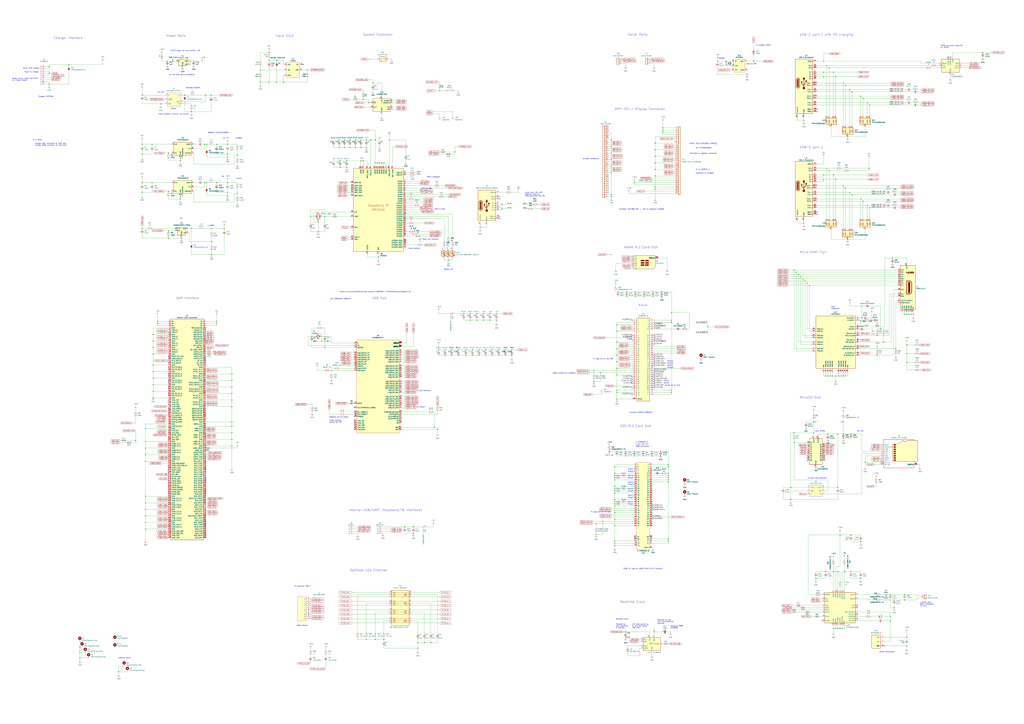
<source format=kicad_sch>
(kicad_sch (version 20211123) (generator eeschema)
  (paper "A0")
  (title_block (title "MNT Pocket Reform") (date "2022-05-27") (rev "D-1") (company "MNT Research GmbH") (comment 1 "Engineer: Lukas \"minute\" Hartmann"))
  (lib_symbols
    (symbol "09452812561:09452812561" (pin_names (offset 0.762))
      (property "Reference" "J?" (at -10.16 7.62 0))
      (property "Value" "09452812561" (at -10.16 5.08 0))
      (symbol "09452812561_0_0"
        (pin passive line (at 0 -10.16 0) (length 5.08) (name "1") (number "1"))
        (pin passive line (at 0 -22.86 0) (length 5.08) (name "10") (number "10"))
        (pin passive line (at 0 -7.62 0) (length 5.08) (name "2") (number "2"))
        (pin passive line (at 0 -5.08 0) (length 5.08) (name "3") (number "3"))
        (pin passive line (at 0 -2.54 0) (length 5.08) (name "4") (number "4"))
        (pin passive line (at 0 0 0) (length 5.08) (name "5") (number "5"))
        (pin passive line (at 0 -12.7 0) (length 5.08) (name "6") (number "6"))
        (pin passive line (at 0 -15.24 0) (length 5.08) (name "7") (number "7"))
        (pin passive line (at 0 -17.78 0) (length 5.08) (name "8") (number "8"))
        (pin passive line (at 0 -20.32 0) (length 5.08) (name "9") (number "9"))
      )
    )
    (symbol "2199230-5:2199230-5" (pin_names (offset 1.016))
      (property "Reference" "J" (at -7.6454 48.9966 0))
      (property "Value" "2199230-5" (at -7.62 -50.8508 0))
      (symbol "2199230-5_0_0"
        (pin passive line (at -12.7 45.72 0) (length 5.08) (name "1") (number "1"))
        (pin passive line (at 12.7 35.56 180) (length 5.08) (name "10") (number "10"))
        (pin passive line (at -12.7 33.02 0) (length 5.08) (name "11") (number "11"))
        (pin passive line (at 12.7 45.72 180) (length 5.08) (name "2") (number "2"))
        (pin passive line (at 12.7 27.94 180) (length 5.08) (name "20") (number "20"))
        (pin passive line (at -12.7 27.94 0) (length 5.08) (name "21") (number "21"))
        (pin passive line (at 12.7 25.4 180) (length 5.08) (name "22") (number "22"))
        (pin passive line (at -12.7 25.4 0) (length 5.08) (name "23") (number "23"))
        (pin passive line (at 12.7 22.86 180) (length 5.08) (name "24") (number "24"))
        (pin passive line (at -12.7 22.86 0) (length 5.08) (name "25") (number "25"))
        (pin passive line (at 12.7 20.32 180) (length 5.08) (name "26") (number "26"))
        (pin passive line (at -12.7 20.32 0) (length 5.08) (name "27") (number "27"))
        (pin passive line (at 12.7 17.78 180) (length 5.08) (name "28") (number "28"))
        (pin passive line (at -12.7 17.78 0) (length 5.08) (name "29") (number "29"))
        (pin passive line (at -12.7 43.18 0) (length 5.08) (name "3") (number "3"))
        (pin passive line (at 12.7 15.24 180) (length 5.08) (name "30") (number "30"))
        (pin passive line (at -12.7 15.24 0) (length 5.08) (name "31") (number "31"))
        (pin passive line (at 12.7 12.7 180) (length 5.08) (name "32") (number "32"))
        (pin passive line (at -12.7 12.7 0) (length 5.08) (name "33") (number "33"))
        (pin passive line (at 12.7 10.16 180) (length 5.08) (name "34") (number "34"))
        (pin passive line (at -12.7 10.16 0) (length 5.08) (name "35") (number "35"))
        (pin passive line (at 12.7 7.62 180) (length 5.08) (name "36") (number "36"))
        (pin passive line (at -12.7 7.62 0) (length 5.08) (name "37") (number "37"))
        (pin passive line (at 12.7 5.08 180) (length 5.08) (name "38") (number "38"))
        (pin passive line (at -12.7 5.08 0) (length 5.08) (name "39") (number "39"))
        (pin passive line (at 12.7 43.18 180) (length 5.08) (name "4") (number "4"))
        (pin passive line (at 12.7 2.54 180) (length 5.08) (name "40") (number "40"))
        (pin passive line (at -12.7 2.54 0) (length 5.08) (name "41") (number "41"))
        (pin passive line (at 12.7 0 180) (length 5.08) (name "42") (number "42"))
        (pin passive line (at -12.7 0 0) (length 5.08) (name "43") (number "43"))
        (pin passive line (at 12.7 -2.54 180) (length 5.08) (name "44") (number "44"))
        (pin passive line (at -12.7 -2.54 0) (length 5.08) (name "45") (number "45"))
        (pin passive line (at 12.7 -5.08 180) (length 5.08) (name "46") (number "46"))
        (pin passive line (at -12.7 -5.08 0) (length 5.08) (name "47") (number "47"))
        (pin passive line (at 12.7 -7.62 180) (length 5.08) (name "48") (number "48"))
        (pin passive line (at -12.7 -7.62 0) (length 5.08) (name "49") (number "49"))
        (pin passive line (at -12.7 40.64 0) (length 5.08) (name "5") (number "5"))
        (pin passive line (at 12.7 -10.16 180) (length 5.08) (name "50") (number "50"))
        (pin passive line (at -12.7 -10.16 0) (length 5.08) (name "51") (number "51"))
        (pin passive line (at 12.7 -12.7 180) (length 5.08) (name "52") (number "52"))
        (pin passive line (at -12.7 -12.7 0) (length 5.08) (name "53") (number "53"))
        (pin passive line (at 12.7 -15.24 180) (length 5.08) (name "54") (number "54"))
        (pin passive line (at -12.7 -15.24 0) (length 5.08) (name "55") (number "55"))
        (pin passive line (at 12.7 -17.78 180) (length 5.08) (name "56") (number "56"))
        (pin passive line (at -12.7 -17.78 0) (length 5.08) (name "57") (number "57"))
        (pin passive line (at 12.7 -20.32 180) (length 5.08) (name "58") (number "58"))
        (pin passive line (at -12.7 -20.32 0) (length 5.08) (name "59") (number "59"))
        (pin passive line (at 12.7 40.64 180) (length 5.08) (name "6") (number "6"))
        (pin passive line (at 12.7 -22.86 180) (length 5.08) (name "60") (number "60"))
        (pin passive line (at -12.7 -22.86 0) (length 5.08) (name "61") (number "61"))
        (pin passive line (at 12.7 -25.4 180) (length 5.08) (name "62") (number "62"))
        (pin passive line (at -12.7 -25.4 0) (length 5.08) (name "63") (number "63"))
        (pin passive line (at 12.7 -27.94 180) (length 5.08) (name "64") (number "64"))
        (pin passive line (at -12.7 -27.94 0) (length 5.08) (name "65") (number "65"))
        (pin passive line (at 12.7 -30.48 180) (length 5.08) (name "66") (number "66"))
        (pin passive line (at -12.7 -30.48 0) (length 5.08) (name "67") (number "67"))
        (pin passive line (at 12.7 -33.02 180) (length 5.08) (name "68") (number "68"))
        (pin passive line (at -12.7 -33.02 0) (length 5.08) (name "69") (number "69"))
        (pin passive line (at -12.7 38.1 0) (length 5.08) (name "7") (number "7"))
        (pin passive line (at 12.7 -35.56 180) (length 5.08) (name "70") (number "70"))
        (pin passive line (at -12.7 -35.56 0) (length 5.08) (name "71") (number "71"))
        (pin passive line (at 12.7 -38.1 180) (length 5.08) (name "72") (number "72"))
        (pin passive line (at -12.7 -38.1 0) (length 5.08) (name "73") (number "73"))
        (pin passive line (at 12.7 -40.64 180) (length 5.08) (name "74") (number "74"))
        (pin passive line (at -12.7 -40.64 0) (length 5.08) (name "75") (number "75"))
        (pin passive line (at 12.7 38.1 180) (length 5.08) (name "8") (number "8"))
        (pin passive line (at -12.7 35.56 0) (length 5.08) (name "9") (number "9"))
        (pin passive line (at -12.7 -45.72 0) (length 5.08) (name "SHIELD") (number "SH1"))
        (pin passive line (at -12.7 -45.72 0) (length 5.08) (name "SHIELD") (number "SH2"))
      )
    )
    (symbol "Audio:TLV320AIC3100"
      (property "Reference" "U" (at -15.24 20.32 0))
      (property "Value" "TLV320AIC3100" (at 0 0 0))
      (symbol "TLV320AIC3100_1_1"
        (pin power_in line (at 0 -20.32 90) (length 2.54) (name "IOVSS") (number "1"))
        (pin input line (at -20.32 10.16 0) (length 2.54) (name "SCL") (number "10"))
        (pin input line (at 20.32 -5.08 180) (length 2.54) (name "VOL/MICDET") (number "11"))
        (pin power_out line (at 20.32 -10.16 180) (length 2.54) (name "MICBIAS") (number "12"))
        (pin input line (at 20.32 -12.7 180) (length 2.54) (name "MIC1LP") (number "13"))
        (pin input line (at 20.32 -15.24 180) (length 2.54) (name "MIC1RP") (number "14"))
        (pin input line (at 20.32 -7.62 180) (length 2.54) (name "MIC1LM") (number "15"))
        (pin power_in line (at -7.62 -20.32 90) (length 2.54) (name "AVSS") (number "16"))
        (pin power_in line (at -7.62 20.32 270) (length 2.54) (name "AVDD") (number "17"))
        (pin power_in line (at -5.08 -20.32 90) (length 2.54) (name "DVSS") (number "18"))
        (pin output line (at 20.32 10.16 180) (length 2.54) (name "SPKM") (number "19"))
        (pin power_in line (at 0 20.32 270) (length 2.54) (name "IOVDD") (number "2"))
        (pin power_in line (at 2.54 -20.32 90) (length 2.54) (name "SPKVSS") (number "20"))
        (pin power_in line (at 2.54 20.32 270) (length 2.54) (name "SPKVDD") (number "21"))
        (pin output line (at 20.32 15.24 180) (length 2.54) (name "SPKP") (number "22"))
        (pin passive line (at 20.32 10.16 180) (length 2.54) hide (name "SPKM") (number "23"))
        (pin power_in line (at 5.08 20.32 270) (length 2.54) (name "SPKVDD") (number "24"))
        (pin passive line (at 2.54 -20.32 90) (length 2.54) hide (name "SPKVSS") (number "25"))
        (pin passive line (at 20.32 15.24 180) (length 2.54) hide (name "SPKP") (number "26"))
        (pin output line (at 20.32 2.54 180) (length 2.54) (name "HPL") (number "27"))
        (pin power_in line (at -2.54 20.32 270) (length 2.54) (name "HPVDD") (number "28"))
        (pin power_in line (at -2.54 -20.32 90) (length 2.54) (name "HPVSS") (number "29"))
        (pin power_in line (at -5.08 20.32 270) (length 2.54) (name "DVDD") (number "3"))
        (pin output line (at 20.32 0 180) (length 2.54) (name "HPR") (number "30"))
        (pin input line (at -20.32 15.24 0) (length 2.54) (name "~{RESET}") (number "31"))
        (pin bidirectional line (at -20.32 -15.24 0) (length 2.54) (name "GPIO1") (number "32"))
        (pin power_in line (at 5.08 -20.32 90) (length 2.54) (name "EP") (number "33"))
        (pin output line (at -20.32 0 0) (length 2.54) (name "DOUT") (number "4"))
        (pin input line (at -20.32 2.54 0) (length 2.54) (name "DIN") (number "5"))
        (pin bidirectional line (at -20.32 -5.08 0) (length 2.54) (name "WCLK") (number "6"))
        (pin bidirectional line (at -20.32 -2.54 0) (length 2.54) (name "BCLK") (number "7"))
        (pin input line (at -20.32 -10.16 0) (length 2.54) (name "MCLK") (number "8"))
        (pin bidirectional line (at -20.32 7.62 0) (length 2.54) (name "SDA") (number "9"))
      )
    )
    (symbol "Connector:Conn_01x04_Male" (pin_names (offset 1.016) hide)
      (property "Reference" "J" (at 0 5.08 0))
      (property "Value" "Conn_01x04_Male" (at 0 -7.62 0))
      (symbol "Conn_01x04_Male_1_1"
        (pin passive line (at 5.08 2.54 180) (length 3.81) (name "Pin_1") (number "1"))
        (pin passive line (at 5.08 0 180) (length 3.81) (name "Pin_2") (number "2"))
        (pin passive line (at 5.08 -2.54 180) (length 3.81) (name "Pin_3") (number "3"))
        (pin passive line (at 5.08 -5.08 180) (length 3.81) (name "Pin_4") (number "4"))
      )
    )
    (symbol "Connector:Conn_01x09_Male" (pin_names (offset 1.016) hide)
      (property "Reference" "J" (at 0 12.7 0))
      (property "Value" "Conn_01x09_Male" (at 0 -12.7 0))
      (symbol "Conn_01x09_Male_1_1"
        (pin passive line (at 5.08 10.16 180) (length 3.81) (name "Pin_1") (number "1"))
        (pin passive line (at 5.08 7.62 180) (length 3.81) (name "Pin_2") (number "2"))
        (pin passive line (at 5.08 5.08 180) (length 3.81) (name "Pin_3") (number "3"))
        (pin passive line (at 5.08 2.54 180) (length 3.81) (name "Pin_4") (number "4"))
        (pin passive line (at 5.08 0 180) (length 3.81) (name "Pin_5") (number "5"))
        (pin passive line (at 5.08 -2.54 180) (length 3.81) (name "Pin_6") (number "6"))
        (pin passive line (at 5.08 -5.08 180) (length 3.81) (name "Pin_7") (number "7"))
        (pin passive line (at 5.08 -7.62 180) (length 3.81) (name "Pin_8") (number "8"))
        (pin passive line (at 5.08 -10.16 180) (length 3.81) (name "Pin_9") (number "9"))
      )
    )
    (symbol "Connector:HDMI_D_1.4"
      (property "Reference" "J" (at -6.35 26.67 0))
      (property "Value" "HDMI_D_1.4" (at 10.16 26.67 0))
      (symbol "HDMI_D_1.4_1_1"
        (pin passive line (at -10.16 -17.78 0) (length 2.54) (name "HPD/HEAC-") (number "1"))
        (pin power_in line (at 0 -27.94 90) (length 2.54) (name "D0S") (number "10"))
        (pin passive line (at -10.16 7.62 0) (length 2.54) (name "D0-") (number "11"))
        (pin passive line (at -10.16 5.08 0) (length 2.54) (name "CK+") (number "12"))
        (pin power_in line (at 2.54 -27.94 90) (length 2.54) (name "CKS") (number "13"))
        (pin passive line (at -10.16 2.54 0) (length 2.54) (name "CK-") (number "14"))
        (pin bidirectional line (at -10.16 -2.54 0) (length 2.54) (name "CEC") (number "15"))
        (pin power_in line (at 5.08 -27.94 90) (length 2.54) (name "GND") (number "16"))
        (pin passive line (at -10.16 -7.62 0) (length 2.54) (name "SCL") (number "17"))
        (pin bidirectional line (at -10.16 -10.16 0) (length 2.54) (name "SDA") (number "18"))
        (pin power_in line (at 0 27.94 270) (length 2.54) (name "+5V") (number "19"))
        (pin passive line (at -10.16 -15.24 0) (length 2.54) (name "UTILITY/HEAC+") (number "2"))
        (pin passive line (at -10.16 20.32 0) (length 2.54) (name "D2+") (number "3"))
        (pin power_in line (at -5.08 -27.94 90) (length 2.54) (name "D2S") (number "4"))
        (pin passive line (at -10.16 17.78 0) (length 2.54) (name "D2-") (number "5"))
        (pin passive line (at -10.16 15.24 0) (length 2.54) (name "D1+") (number "6"))
        (pin power_in line (at -2.54 -27.94 90) (length 2.54) (name "D1S") (number "7"))
        (pin passive line (at -10.16 12.7 0) (length 2.54) (name "D1-") (number "8"))
        (pin passive line (at -10.16 10.16 0) (length 2.54) (name "D0+") (number "9"))
        (pin passive line (at 7.62 -27.94 90) (length 2.54) (name "SH") (number "SH"))
      )
    )
    (symbol "Connector:Micro_SD_Card_Det" (pin_names (offset 1.016))
      (property "Reference" "J2" (at -1.27 20.7518 0))
      (property "Value" "DM3AT-SF-PEJM5" (at -1.27 18.4404 0))
      (symbol "Micro_SD_Card_Det_1_1"
        (pin bidirectional line (at -22.86 10.16 0) (length 3.81) (name "DAT2") (number "1"))
        (pin bidirectional line (at -22.86 7.62 0) (length 3.81) (name "DAT3/CD") (number "2"))
        (pin input line (at -22.86 5.08 0) (length 3.81) (name "CMD") (number "3"))
        (pin power_in line (at -22.86 2.54 0) (length 3.81) (name "VDD") (number "4"))
        (pin input line (at -22.86 0 0) (length 3.81) (name "CLK") (number "5"))
        (pin power_in line (at -22.86 -2.54 0) (length 3.81) (name "VSS") (number "6"))
        (pin bidirectional line (at -22.86 -5.08 0) (length 3.81) (name "DAT0") (number "7"))
        (pin bidirectional line (at -22.86 -7.62 0) (length 3.81) (name "DAT1") (number "8"))
        (pin passive line (at 20.32 -12.7 180) (length 3.81) (name "SHIELD") (number "P1"))
        (pin passive line (at 20.32 -12.7 180) (length 3.81) (name "SHIELD") (number "P2"))
        (pin passive line (at 20.32 -12.7 180) (length 3.81) (name "SHIELD") (number "P3"))
        (pin passive line (at 20.32 -12.7 180) (length 3.81) (name "SHIELD") (number "P4"))
        (pin passive line (at -22.86 -10.16 0) (length 3.81) (name "DET_A") (number "SWA"))
        (pin passive line (at -22.86 -12.7 0) (length 3.81) (name "DET_B") (number "SWB"))
      )
    )
    (symbol "Connector:SIM_Card"
      (property "Reference" "J8" (at 16.002 2.54 0))
      (property "Value" "SIM_Card" (at 16.002 0.2286 0))
      (symbol "SIM_Card_1_1"
        (pin power_in line (at -12.7 7.62 0) (length 2.54) (name "VCC") (number "1"))
        (pin input line (at -12.7 5.08 0) (length 2.54) (name "RST") (number "2"))
        (pin input line (at -12.7 2.54 0) (length 2.54) (name "CLK") (number "3"))
        (pin power_in line (at -12.7 0 0) (length 2.54) (name "GND") (number "5"))
        (pin input line (at -12.7 -2.54 0) (length 2.54) (name "VPP") (number "6"))
        (pin bidirectional line (at -12.7 -5.08 0) (length 2.54) (name "I/O") (number "7"))
        (pin passive line (at 19.05 6.35 180) (length 3.81) (name "SHIELD") (number "P1"))
        (pin passive line (at 19.05 6.35 180) (length 3.81) (name "SHIELD") (number "P2"))
        (pin passive line (at 19.05 6.35 180) (length 3.81) (name "SHIELD") (number "P3"))
        (pin passive line (at 19.05 6.35 180) (length 3.81) (name "SHIELD") (number "P4"))
      )
    )
    (symbol "Connector:TestPoint" (pin_numbers hide) (pin_names (offset 0.762) hide)
      (property "Reference" "TP" (at 0 6.858 0))
      (property "Value" "TestPoint" (at 0 5.08 0))
      (symbol "TestPoint_1_1"
        (pin passive line (at 0 0 90) (length 2.54) (name "1") (number "1"))
      )
    )
    (symbol "Connector:USB_C_Receptacle" (pin_names (offset 1.016))
      (property "Reference" "J" (at -10.16 29.21 0))
      (property "Value" "USB_C_Receptacle" (at 10.16 29.21 0))
      (symbol "USB_C_Receptacle_1_1"
        (pin passive line (at 0 -40.64 90) (length 5.08) (name "GND") (number "A1"))
        (pin bidirectional line (at 15.24 -15.24 180) (length 5.08) (name "RX2-") (number "A10"))
        (pin bidirectional line (at 15.24 -17.78 180) (length 5.08) (name "RX2+") (number "A11"))
        (pin passive line (at 0 -40.64 90) (length 5.08) hide (name "GND") (number "A12"))
        (pin bidirectional line (at 15.24 -10.16 180) (length 5.08) (name "TX1+") (number "A2"))
        (pin bidirectional line (at 15.24 -7.62 180) (length 5.08) (name "TX1-") (number "A3"))
        (pin passive line (at 15.24 25.4 180) (length 5.08) (name "VBUS") (number "A4"))
        (pin bidirectional line (at 15.24 20.32 180) (length 5.08) (name "CC1") (number "A5"))
        (pin bidirectional line (at 15.24 7.62 180) (length 5.08) (name "D+") (number "A6"))
        (pin bidirectional line (at 15.24 12.7 180) (length 5.08) (name "D-") (number "A7"))
        (pin bidirectional line (at 15.24 -30.48 180) (length 5.08) (name "SBU1") (number "A8"))
        (pin passive line (at 15.24 25.4 180) (length 5.08) hide (name "VBUS") (number "A9"))
        (pin passive line (at 0 -40.64 90) (length 5.08) hide (name "GND") (number "B1"))
        (pin bidirectional line (at 15.24 0 180) (length 5.08) (name "RX1-") (number "B10"))
        (pin bidirectional line (at 15.24 -2.54 180) (length 5.08) (name "RX1+") (number "B11"))
        (pin passive line (at 0 -40.64 90) (length 5.08) hide (name "GND") (number "B12"))
        (pin bidirectional line (at 15.24 -25.4 180) (length 5.08) (name "TX2+") (number "B2"))
        (pin bidirectional line (at 15.24 -22.86 180) (length 5.08) (name "TX2-") (number "B3"))
        (pin passive line (at 15.24 25.4 180) (length 5.08) hide (name "VBUS") (number "B4"))
        (pin bidirectional line (at 15.24 17.78 180) (length 5.08) (name "CC2") (number "B5"))
        (pin bidirectional line (at 15.24 5.08 180) (length 5.08) (name "D+") (number "B6"))
        (pin bidirectional line (at 15.24 10.16 180) (length 5.08) (name "D-") (number "B7"))
        (pin bidirectional line (at 15.24 -33.02 180) (length 5.08) (name "SBU2") (number "B8"))
        (pin passive line (at 15.24 25.4 180) (length 5.08) hide (name "VBUS") (number "B9"))
        (pin passive line (at -7.62 -40.64 90) (length 5.08) (name "SHIELD") (number "S1"))
      )
    )
    (symbol "Connector:USB_C_Receptacle_USB2.0" (pin_names (offset 1.016))
      (property "Reference" "J" (at -10.16 19.05 0))
      (property "Value" "USB_C_Receptacle_USB2.0" (at 19.05 19.05 0))
      (symbol "USB_C_Receptacle_USB2.0_1_1"
        (pin passive line (at 0 -22.86 90) (length 5.08) (name "GND") (number "A1"))
        (pin passive line (at 0 -22.86 90) (length 5.08) hide (name "GND") (number "A12"))
        (pin passive line (at 15.24 15.24 180) (length 5.08) (name "VBUS") (number "A4"))
        (pin bidirectional line (at 15.24 10.16 180) (length 5.08) (name "CC1") (number "A5"))
        (pin bidirectional line (at 15.24 -2.54 180) (length 5.08) (name "D+") (number "A6"))
        (pin bidirectional line (at 15.24 2.54 180) (length 5.08) (name "D-") (number "A7"))
        (pin bidirectional line (at 15.24 -12.7 180) (length 5.08) (name "SBU1") (number "A8"))
        (pin passive line (at 15.24 15.24 180) (length 5.08) hide (name "VBUS") (number "A9"))
        (pin passive line (at 0 -22.86 90) (length 5.08) hide (name "GND") (number "B1"))
        (pin passive line (at 0 -22.86 90) (length 5.08) hide (name "GND") (number "B12"))
        (pin passive line (at 15.24 15.24 180) (length 5.08) hide (name "VBUS") (number "B4"))
        (pin bidirectional line (at 15.24 7.62 180) (length 5.08) (name "CC2") (number "B5"))
        (pin bidirectional line (at 15.24 -5.08 180) (length 5.08) (name "D+") (number "B6"))
        (pin bidirectional line (at 15.24 0 180) (length 5.08) (name "D-") (number "B7"))
        (pin bidirectional line (at 15.24 -15.24 180) (length 5.08) (name "SBU2") (number "B8"))
        (pin passive line (at 15.24 15.24 180) (length 5.08) hide (name "VBUS") (number "B9"))
        (pin passive line (at -7.62 -22.86 90) (length 5.08) (name "SHIELD") (number "S1"))
      )
    )
    (symbol "Connector_Generic:Conn_01x02" (pin_names (offset 1.016) hide)
      (property "Reference" "J" (at 0 2.54 0))
      (property "Value" "Conn_01x02" (at 0 -5.08 0))
      (symbol "Conn_01x02_1_1"
        (pin passive line (at -5.08 0 0) (length 3.81) (name "Pin_1") (number "1"))
        (pin passive line (at -5.08 -2.54 0) (length 3.81) (name "Pin_2") (number "2"))
      )
    )
    (symbol "Connector_Generic:Conn_01x03" (pin_names (offset 1.016) hide)
      (property "Reference" "J" (at 0 5.08 0))
      (property "Value" "Conn_01x03" (at 0 -5.08 0))
      (symbol "Conn_01x03_1_1"
        (pin passive line (at -5.08 2.54 0) (length 3.81) (name "Pin_1") (number "1"))
        (pin passive line (at -5.08 0 0) (length 3.81) (name "Pin_2") (number "2"))
        (pin passive line (at -5.08 -2.54 0) (length 3.81) (name "Pin_3") (number "3"))
      )
    )
    (symbol "Connector_Generic:Conn_01x31" (pin_names (offset 1.016) hide)
      (property "Reference" "J" (at 0 40.64 0))
      (property "Value" "Conn_01x31" (at 0 -40.64 0))
      (symbol "Conn_01x31_1_1"
        (pin passive line (at -5.08 38.1 0) (length 3.81) (name "Pin_1") (number "1"))
        (pin passive line (at -5.08 15.24 0) (length 3.81) (name "Pin_10") (number "10"))
        (pin passive line (at -5.08 12.7 0) (length 3.81) (name "Pin_11") (number "11"))
        (pin passive line (at -5.08 10.16 0) (length 3.81) (name "Pin_12") (number "12"))
        (pin passive line (at -5.08 7.62 0) (length 3.81) (name "Pin_13") (number "13"))
        (pin passive line (at -5.08 5.08 0) (length 3.81) (name "Pin_14") (number "14"))
        (pin passive line (at -5.08 2.54 0) (length 3.81) (name "Pin_15") (number "15"))
        (pin passive line (at -5.08 0 0) (length 3.81) (name "Pin_16") (number "16"))
        (pin passive line (at -5.08 -2.54 0) (length 3.81) (name "Pin_17") (number "17"))
        (pin passive line (at -5.08 -5.08 0) (length 3.81) (name "Pin_18") (number "18"))
        (pin passive line (at -5.08 -7.62 0) (length 3.81) (name "Pin_19") (number "19"))
        (pin passive line (at -5.08 35.56 0) (length 3.81) (name "Pin_2") (number "2"))
        (pin passive line (at -5.08 -10.16 0) (length 3.81) (name "Pin_20") (number "20"))
        (pin passive line (at -5.08 -12.7 0) (length 3.81) (name "Pin_21") (number "21"))
        (pin passive line (at -5.08 -15.24 0) (length 3.81) (name "Pin_22") (number "22"))
        (pin passive line (at -5.08 -17.78 0) (length 3.81) (name "Pin_23") (number "23"))
        (pin passive line (at -5.08 -20.32 0) (length 3.81) (name "Pin_24") (number "24"))
        (pin passive line (at -5.08 -22.86 0) (length 3.81) (name "Pin_25") (number "25"))
        (pin passive line (at -5.08 -25.4 0) (length 3.81) (name "Pin_26") (number "26"))
        (pin passive line (at -5.08 -27.94 0) (length 3.81) (name "Pin_27") (number "27"))
        (pin passive line (at -5.08 -30.48 0) (length 3.81) (name "Pin_28") (number "28"))
        (pin passive line (at -5.08 -33.02 0) (length 3.81) (name "Pin_29") (number "29"))
        (pin passive line (at -5.08 33.02 0) (length 3.81) (name "Pin_3") (number "3"))
        (pin passive line (at -5.08 -35.56 0) (length 3.81) (name "Pin_30") (number "30"))
        (pin passive line (at -5.08 -38.1 0) (length 3.81) (name "Pin_31") (number "31"))
        (pin passive line (at -5.08 30.48 0) (length 3.81) (name "Pin_4") (number "4"))
        (pin passive line (at -5.08 27.94 0) (length 3.81) (name "Pin_5") (number "5"))
        (pin passive line (at -5.08 25.4 0) (length 3.81) (name "Pin_6") (number "6"))
        (pin passive line (at -5.08 22.86 0) (length 3.81) (name "Pin_7") (number "7"))
        (pin passive line (at -5.08 20.32 0) (length 3.81) (name "Pin_8") (number "8"))
        (pin passive line (at -5.08 17.78 0) (length 3.81) (name "Pin_9") (number "9"))
      )
    )
    (symbol "Connector_Generic:Conn_01x33" (pin_names (offset 1.016) hide)
      (property "Reference" "J" (at 0 43.18 0))
      (property "Value" "Conn_01x33" (at 0 -43.18 0))
      (symbol "Conn_01x33_1_1"
        (pin passive line (at -5.08 40.64 0) (length 3.81) (name "Pin_1") (number "1"))
        (pin passive line (at -5.08 17.78 0) (length 3.81) (name "Pin_10") (number "10"))
        (pin passive line (at -5.08 15.24 0) (length 3.81) (name "Pin_11") (number "11"))
        (pin passive line (at -5.08 12.7 0) (length 3.81) (name "Pin_12") (number "12"))
        (pin passive line (at -5.08 10.16 0) (length 3.81) (name "Pin_13") (number "13"))
        (pin passive line (at -5.08 7.62 0) (length 3.81) (name "Pin_14") (number "14"))
        (pin passive line (at -5.08 5.08 0) (length 3.81) (name "Pin_15") (number "15"))
        (pin passive line (at -5.08 2.54 0) (length 3.81) (name "Pin_16") (number "16"))
        (pin passive line (at -5.08 0 0) (length 3.81) (name "Pin_17") (number "17"))
        (pin passive line (at -5.08 -2.54 0) (length 3.81) (name "Pin_18") (number "18"))
        (pin passive line (at -5.08 -5.08 0) (length 3.81) (name "Pin_19") (number "19"))
        (pin passive line (at -5.08 38.1 0) (length 3.81) (name "Pin_2") (number "2"))
        (pin passive line (at -5.08 -7.62 0) (length 3.81) (name "Pin_20") (number "20"))
        (pin passive line (at -5.08 -10.16 0) (length 3.81) (name "Pin_21") (number "21"))
        (pin passive line (at -5.08 -12.7 0) (length 3.81) (name "Pin_22") (number "22"))
        (pin passive line (at -5.08 -15.24 0) (length 3.81) (name "Pin_23") (number "23"))
        (pin passive line (at -5.08 -17.78 0) (length 3.81) (name "Pin_24") (number "24"))
        (pin passive line (at -5.08 -20.32 0) (length 3.81) (name "Pin_25") (number "25"))
        (pin passive line (at -5.08 -22.86 0) (length 3.81) (name "Pin_26") (number "26"))
        (pin passive line (at -5.08 -25.4 0) (length 3.81) (name "Pin_27") (number "27"))
        (pin passive line (at -5.08 -27.94 0) (length 3.81) (name "Pin_28") (number "28"))
        (pin passive line (at -5.08 -30.48 0) (length 3.81) (name "Pin_29") (number "29"))
        (pin passive line (at -5.08 35.56 0) (length 3.81) (name "Pin_3") (number "3"))
        (pin passive line (at -5.08 -33.02 0) (length 3.81) (name "Pin_30") (number "30"))
        (pin passive line (at -5.08 -35.56 0) (length 3.81) (name "Pin_31") (number "31"))
        (pin passive line (at -5.08 -38.1 0) (length 3.81) (name "Pin_32") (number "32"))
        (pin passive line (at -5.08 -40.64 0) (length 3.81) (name "Pin_33") (number "33"))
        (pin passive line (at -5.08 33.02 0) (length 3.81) (name "Pin_4") (number "4"))
        (pin passive line (at -5.08 30.48 0) (length 3.81) (name "Pin_5") (number "5"))
        (pin passive line (at -5.08 27.94 0) (length 3.81) (name "Pin_6") (number "6"))
        (pin passive line (at -5.08 25.4 0) (length 3.81) (name "Pin_7") (number "7"))
        (pin passive line (at -5.08 22.86 0) (length 3.81) (name "Pin_8") (number "8"))
        (pin passive line (at -5.08 20.32 0) (length 3.81) (name "Pin_9") (number "9"))
      )
    )
    (symbol "Device:Battery_Cell" (pin_numbers hide) (pin_names (offset 0) hide)
      (property "Reference" "BT" (at 2.54 2.54 0))
      (property "Value" "Battery_Cell" (at 2.54 0 0))
      (symbol "Battery_Cell_1_1"
        (pin passive line (at 0 5.08 270) (length 2.54) (name "+") (number "1"))
        (pin passive line (at 0 -2.54 90) (length 2.54) (name "-") (number "2"))
      )
    )
    (symbol "Device:C_Polarized_Small" (pin_numbers hide) (pin_names (offset 0.254) hide)
      (property "Reference" "C" (at 0.254 1.778 0))
      (property "Value" "C_Polarized_Small" (at 0.254 -2.032 0))
      (symbol "C_Polarized_Small_1_1"
        (pin passive line (at 0 2.54 270) (length 1.8542) (name "~") (number "1"))
        (pin passive line (at 0 -2.54 90) (length 1.8542) (name "~") (number "2"))
      )
    )
    (symbol "Device:C_Small" (pin_numbers hide) (pin_names (offset 0.254) hide)
      (property "Reference" "C" (at 0.254 1.778 0))
      (property "Value" "C_Small" (at 0.254 -2.032 0))
      (symbol "C_Small_1_1"
        (pin passive line (at 0 2.54 270) (length 2.032) (name "~") (number "1"))
        (pin passive line (at 0 -2.54 90) (length 2.032) (name "~") (number "2"))
      )
    )
    (symbol "Device:Crystal_GND24" (pin_names (offset 1.016) hide)
      (property "Reference" "Y" (at 3.175 5.08 0))
      (property "Value" "Crystal_GND24" (at 3.175 3.175 0))
      (symbol "Crystal_GND24_1_1"
        (pin passive line (at -3.81 0 0) (length 1.27) (name "1") (number "1"))
        (pin passive line (at 0 5.08 270) (length 1.27) (name "2") (number "2"))
        (pin passive line (at 3.81 0 180) (length 1.27) (name "3") (number "3"))
        (pin passive line (at 0 -5.08 90) (length 1.27) (name "4") (number "4"))
      )
    )
    (symbol "Device:Crystal_GND24_Small" (pin_names (offset 1.016) hide)
      (property "Reference" "Y" (at 1.27 4.445 0))
      (property "Value" "Crystal_GND24_Small" (at 1.27 2.54 0))
      (symbol "Crystal_GND24_Small_1_1"
        (pin passive line (at -2.54 0 0) (length 1.27) (name "1") (number "1"))
        (pin passive line (at 0 -2.54 90) (length 0.635) (name "2") (number "2"))
        (pin passive line (at 2.54 0 180) (length 1.27) (name "3") (number "3"))
        (pin passive line (at 0 2.54 270) (length 0.635) (name "4") (number "4"))
      )
    )
    (symbol "Device:Crystal_Small" (pin_numbers hide) (pin_names (offset 1.016) hide)
      (property "Reference" "Y" (at 0 2.54 0))
      (property "Value" "Crystal_Small" (at 0 -2.54 0))
      (symbol "Crystal_Small_1_1"
        (pin passive line (at -2.54 0 0) (length 1.27) (name "1") (number "1"))
        (pin passive line (at 2.54 0 180) (length 1.27) (name "2") (number "2"))
      )
    )
    (symbol "Device:D_Schottky" (pin_numbers hide) (pin_names (offset 1.016) hide)
      (property "Reference" "D" (at 0 2.54 0))
      (property "Value" "D_Schottky" (at 0 -2.54 0))
      (symbol "D_Schottky_1_1"
        (pin passive line (at -3.81 0 0) (length 2.54) (name "K") (number "1"))
        (pin passive line (at 3.81 0 180) (length 2.54) (name "A") (number "2"))
      )
    )
    (symbol "Device:D_Schottky_Small" (pin_numbers hide) (pin_names (offset 0.254) hide)
      (property "Reference" "D" (at -1.27 2.032 0))
      (property "Value" "D_Schottky_Small" (at -7.112 -2.032 0))
      (symbol "D_Schottky_Small_1_1"
        (pin passive line (at -2.54 0 0) (length 1.778) (name "K") (number "1"))
        (pin passive line (at 2.54 0 180) (length 1.778) (name "A") (number "2"))
      )
    )
    (symbol "Device:D_Schottky_Small_Filled" (pin_numbers hide) (pin_names (offset 0.254) hide)
      (property "Reference" "D" (at -1.27 2.032 0))
      (property "Value" "D_Schottky_Small_Filled" (at -7.112 -2.032 0))
      (symbol "D_Schottky_Small_Filled_1_1"
        (pin passive line (at -2.54 0 0) (length 1.778) (name "K") (number "1"))
        (pin passive line (at 2.54 0 180) (length 1.778) (name "A") (number "2"))
      )
    )
    (symbol "Device:FerriteBead_Small" (pin_numbers hide) (pin_names (offset 0))
      (property "Reference" "FB" (at 1.905 1.27 0))
      (property "Value" "FerriteBead_Small" (at 1.905 -1.27 0))
      (symbol "FerriteBead_Small_1_1"
        (pin passive line (at 0 2.54 270) (length 1.27) (name "~") (number "1"))
        (pin passive line (at 0 -2.54 90) (length 1.27) (name "~") (number "2"))
      )
    )
    (symbol "Device:LED_RGB" (pin_names (offset 0) hide)
      (property "Reference" "D" (at 0 9.398 0))
      (property "Value" "LED_RGB" (at 0 -8.89 0))
      (symbol "LED_RGB_0_0"
        (text "B" (at -1.905 -6.35 0) (effects (font (size 1.27 1.27))))
        (text "G" (at -1.905 -1.27 0) (effects (font (size 1.27 1.27))))
        (text "R" (at -1.905 3.81 0) (effects (font (size 1.27 1.27))))
      )
      (symbol "LED_RGB_1_1"
        (pin passive line (at -5.08 5.08 0) (length 2.54) (name "RK") (number "1"))
        (pin passive line (at -5.08 0 0) (length 2.54) (name "GK") (number "2"))
        (pin passive line (at -5.08 -5.08 0) (length 2.54) (name "BK") (number "3"))
        (pin passive line (at 5.08 -5.08 180) (length 2.54) (name "BA") (number "4"))
        (pin passive line (at 5.08 0 180) (length 2.54) (name "GA") (number "5"))
        (pin passive line (at 5.08 5.08 180) (length 2.54) (name "RA") (number "6"))
      )
    )
    (symbol "Device:LED_Small" (pin_numbers hide) (pin_names (offset 0.254) hide)
      (property "Reference" "D" (at -1.27 3.175 0))
      (property "Value" "LED_Small" (at -4.445 -2.54 0))
      (symbol "LED_Small_1_1"
        (pin passive line (at -2.54 0 0) (length 1.778) (name "K") (number "1"))
        (pin passive line (at 2.54 0 180) (length 1.778) (name "A") (number "2"))
      )
    )
    (symbol "Device:L_Small" (pin_numbers hide) (pin_names (offset 0.254) hide)
      (property "Reference" "L" (at 0.762 1.016 0))
      (property "Value" "L_Small" (at 0.762 -1.016 0))
      (symbol "L_Small_1_1"
        (pin passive line (at 0 2.54 270) (length 0.508) (name "~") (number "1"))
        (pin passive line (at 0 -2.54 90) (length 0.508) (name "~") (number "2"))
      )
    )
    (symbol "Device:R_Small" (pin_numbers hide) (pin_names (offset 0.254) hide)
      (property "Reference" "R" (at 0.762 0.508 0))
      (property "Value" "R_Small" (at 0.762 -1.016 0))
      (symbol "R_Small_1_1"
        (pin passive line (at 0 2.54 270) (length 0.762) (name "~") (number "1"))
        (pin passive line (at 0 -2.54 90) (length 0.762) (name "~") (number "2"))
      )
    )
    (symbol "Interface_USB:FUSB302BMPX"
      (property "Reference" "U" (at -10.16 8.89 0))
      (property "Value" "FUSB302BMPX" (at 3.81 8.89 0))
      (symbol "FUSB302BMPX_1_1"
        (pin bidirectional line (at 12.7 -2.54 180) (length 2.54) (name "CC2") (number "1"))
        (pin bidirectional line (at 12.7 0 180) (length 2.54) (name "CC1") (number "10"))
        (pin bidirectional line (at 12.7 0 180) (length 2.54) hide (name "CC1") (number "11"))
        (pin power_in line (at 0 10.16 270) (length 2.54) (name "VCONN") (number "12"))
        (pin power_in line (at 2.54 10.16 270) (length 2.54) (name "VCONN") (number "13"))
        (pin bidirectional line (at 12.7 -2.54 180) (length 2.54) hide (name "CC2") (number "14"))
        (pin passive line (at 0 -10.16 90) (length 2.54) hide (name "GND") (number "15"))
        (pin input line (at 12.7 2.54 180) (length 2.54) (name "VBUS") (number "2"))
        (pin power_in line (at -2.54 10.16 270) (length 2.54) (name "VDD") (number "3"))
        (pin passive line (at -2.54 10.16 270) (length 2.54) hide (name "VDD") (number "4"))
        (pin open_collector line (at -12.7 -2.54 0) (length 2.54) (name "INT_N") (number "5"))
        (pin input line (at -12.7 0 0) (length 2.54) (name "SCL") (number "6"))
        (pin bidirectional line (at -12.7 2.54 0) (length 2.54) (name "SDA") (number "7"))
        (pin power_in line (at 0 -10.16 90) (length 2.54) (name "GND") (number "8"))
        (pin passive line (at 0 -10.16 90) (length 2.54) hide (name "GND") (number "9"))
      )
    )
    (symbol "Logic_LevelTranslator:TXS0108EPW"
      (property "Reference" "U" (at -6.35 16.51 0))
      (property "Value" "TXS0108EPW" (at 3.81 16.51 0))
      (symbol "TXS0108EPW_1_1"
        (pin bidirectional line (at -10.16 7.62 0) (length 2.54) (name "A1") (number "1"))
        (pin input line (at -10.16 10.16 0) (length 2.54) (name "OE") (number "10"))
        (pin power_in line (at 0 -17.78 90) (length 2.54) (name "GND") (number "11"))
        (pin bidirectional line (at 10.16 -10.16 180) (length 2.54) (name "B8") (number "12"))
        (pin bidirectional line (at 10.16 -7.62 180) (length 2.54) (name "B7") (number "13"))
        (pin bidirectional line (at 10.16 -5.08 180) (length 2.54) (name "B6") (number "14"))
        (pin bidirectional line (at 10.16 -2.54 180) (length 2.54) (name "B5") (number "15"))
        (pin bidirectional line (at 10.16 0 180) (length 2.54) (name "B4") (number "16"))
        (pin bidirectional line (at 10.16 2.54 180) (length 2.54) (name "B3") (number "17"))
        (pin bidirectional line (at 10.16 5.08 180) (length 2.54) (name "B2") (number "18"))
        (pin power_in line (at 2.54 17.78 270) (length 2.54) (name "VCCB") (number "19"))
        (pin power_in line (at -2.54 17.78 270) (length 2.54) (name "VCCA") (number "2"))
        (pin bidirectional line (at 10.16 7.62 180) (length 2.54) (name "B1") (number "20"))
        (pin bidirectional line (at -10.16 5.08 0) (length 2.54) (name "A2") (number "3"))
        (pin bidirectional line (at -10.16 2.54 0) (length 2.54) (name "A3") (number "4"))
        (pin bidirectional line (at -10.16 0 0) (length 2.54) (name "A4") (number "5"))
        (pin bidirectional line (at -10.16 -2.54 0) (length 2.54) (name "A5") (number "6"))
        (pin bidirectional line (at -10.16 -5.08 0) (length 2.54) (name "A6") (number "7"))
        (pin bidirectional line (at -10.16 -7.62 0) (length 2.54) (name "A7") (number "8"))
        (pin bidirectional line (at -10.16 -10.16 0) (length 2.54) (name "A8") (number "9"))
      )
    )
    (symbol "MCU_RaspberryPi_and_Boards:RP2040" (pin_names (offset 1.016))
      (property "Reference" "U" (at -29.21 49.53 0))
      (property "Value" "RP2040" (at 24.13 -49.53 0))
      (symbol "RP2040_0_0"
        (text "Raspberry Pi" (at 0 5.08 0) (effects (font (size 2.54 2.54))))
        (text "RP2040" (at 0 0 0) (effects (font (size 2.54 2.54))))
      )
      (symbol "RP2040_1_1"
        (pin power_in line (at 8.89 50.8 270) (length 2.54) (name "IOVDD") (number "1"))
        (pin power_in line (at 6.35 50.8 270) (length 2.54) (name "IOVDD") (number "10"))
        (pin bidirectional line (at 31.75 12.7 180) (length 2.54) (name "GPIO8") (number "11"))
        (pin bidirectional line (at 31.75 10.16 180) (length 2.54) (name "GPIO9") (number "12"))
        (pin bidirectional line (at 31.75 7.62 180) (length 2.54) (name "GPIO10") (number "13"))
        (pin bidirectional line (at 31.75 5.08 180) (length 2.54) (name "GPIO11") (number "14"))
        (pin bidirectional line (at 31.75 2.54 180) (length 2.54) (name "GPIO12") (number "15"))
        (pin bidirectional line (at 31.75 0 180) (length 2.54) (name "GPIO13") (number "16"))
        (pin bidirectional line (at 31.75 -2.54 180) (length 2.54) (name "GPIO14") (number "17"))
        (pin bidirectional line (at 31.75 -5.08 180) (length 2.54) (name "GPIO15") (number "18"))
        (pin passive line (at -12.7 -50.8 90) (length 2.54) (name "TESTEN") (number "19"))
        (pin bidirectional line (at 31.75 33.02 180) (length 2.54) (name "GPIO0") (number "2"))
        (pin input line (at -31.75 -2.54 0) (length 2.54) (name "XIN") (number "20"))
        (pin passive line (at -31.75 -7.62 0) (length 2.54) (name "XOUT") (number "21"))
        (pin power_in line (at 3.81 50.8 270) (length 2.54) (name "IOVDD") (number "22"))
        (pin power_in line (at -17.78 50.8 270) (length 2.54) (name "DVDD") (number "23"))
        (pin output line (at -31.75 -31.75 0) (length 2.54) (name "SWCLK") (number "24"))
        (pin bidirectional line (at -31.75 -34.29 0) (length 2.54) (name "SWD") (number "25"))
        (pin input line (at -31.75 -20.32 0) (length 2.54) (name "RUN") (number "26"))
        (pin bidirectional line (at 31.75 -7.62 180) (length 2.54) (name "GPIO16") (number "27"))
        (pin bidirectional line (at 31.75 -10.16 180) (length 2.54) (name "GPIO17") (number "28"))
        (pin bidirectional line (at 31.75 -12.7 180) (length 2.54) (name "GPIO18") (number "29"))
        (pin bidirectional line (at 31.75 30.48 180) (length 2.54) (name "GPIO1") (number "3"))
        (pin bidirectional line (at 31.75 -15.24 180) (length 2.54) (name "GPIO19") (number "30"))
        (pin bidirectional line (at 31.75 -17.78 180) (length 2.54) (name "GPIO20") (number "31"))
        (pin bidirectional line (at 31.75 -20.32 180) (length 2.54) (name "GPIO21") (number "32"))
        (pin power_in line (at 1.27 50.8 270) (length 2.54) (name "IOVDD") (number "33"))
        (pin bidirectional line (at 31.75 -22.86 180) (length 2.54) (name "GPIO22") (number "34"))
        (pin bidirectional line (at 31.75 -25.4 180) (length 2.54) (name "GPIO23") (number "35"))
        (pin bidirectional line (at 31.75 -27.94 180) (length 2.54) (name "GPIO24") (number "36"))
        (pin bidirectional line (at 31.75 -30.48 180) (length 2.54) (name "GPIO25") (number "37"))
        (pin bidirectional line (at 31.75 -35.56 180) (length 2.54) (name "GPIO26_ADC0") (number "38"))
        (pin bidirectional line (at 31.75 -38.1 180) (length 2.54) (name "GPIO27_ADC1") (number "39"))
        (pin bidirectional line (at 31.75 27.94 180) (length 2.54) (name "GPIO2") (number "4"))
        (pin bidirectional line (at 31.75 -40.64 180) (length 2.54) (name "GPIO28_ADC2") (number "40"))
        (pin bidirectional line (at 31.75 -43.18 180) (length 2.54) (name "GPIO29_ADC3") (number "41"))
        (pin power_in line (at -1.27 50.8 270) (length 2.54) (name "IOVDD") (number "42"))
        (pin power_in line (at 16.51 50.8 270) (length 2.54) (name "ADC_AVDD") (number "43"))
        (pin power_in line (at -8.89 50.8 270) (length 2.54) (name "VREG_IN") (number "44"))
        (pin power_out line (at -12.7 50.8 270) (length 2.54) (name "VREG_VOUT") (number "45"))
        (pin bidirectional line (at 31.75 40.64 180) (length 2.54) (name "USB_DM") (number "46"))
        (pin bidirectional line (at 31.75 43.18 180) (length 2.54) (name "USB_DP") (number "47"))
        (pin power_in line (at 12.7 50.8 270) (length 2.54) (name "USB_VDD") (number "48"))
        (pin power_in line (at -3.81 50.8 270) (length 2.54) (name "IOVDD") (number "49"))
        (pin bidirectional line (at 31.75 25.4 180) (length 2.54) (name "GPIO3") (number "5"))
        (pin power_in line (at -20.32 50.8 270) (length 2.54) (name "DVDD") (number "50"))
        (pin bidirectional line (at -31.75 20.32 0) (length 2.54) (name "QSPI_SD3") (number "51"))
        (pin output line (at -31.75 16.51 0) (length 2.54) (name "QSPI_SCLK") (number "52"))
        (pin bidirectional line (at -31.75 27.94 0) (length 2.54) (name "QSPI_SD0") (number "53"))
        (pin bidirectional line (at -31.75 22.86 0) (length 2.54) (name "QSPI_SD2") (number "54"))
        (pin bidirectional line (at -31.75 25.4 0) (length 2.54) (name "QSPI_SD1") (number "55"))
        (pin bidirectional line (at -31.75 31.75 0) (length 2.54) (name "QSPI_SS") (number "56"))
        (pin power_in line (at 0 -50.8 90) (length 2.54) (name "GND") (number "57"))
        (pin bidirectional line (at 31.75 22.86 180) (length 2.54) (name "GPIO4") (number "6"))
        (pin bidirectional line (at 31.75 20.32 180) (length 2.54) (name "GPIO5") (number "7"))
        (pin bidirectional line (at 31.75 17.78 180) (length 2.54) (name "GPIO6") (number "8"))
        (pin bidirectional line (at 31.75 15.24 180) (length 2.54) (name "GPIO7") (number "9"))
      )
    )
    (symbol "MP23ABS1TR:MP23ABS1TR" (pin_names (offset 1.016))
      (property "Reference" "MK" (at -5.08 8.255 0))
      (property "Value" "MP23ABS1TR" (at -5.08 -10.16 0))
      (symbol "MP23ABS1TR_0_0"
        (pin output line (at 10.16 0 180) (length 5.08) (name "OUT") (number "1"))
        (pin power_in line (at 10.16 -5.08 180) (length 5.08) (name "GND") (number "2"))
        (pin power_in line (at 10.16 -5.08 180) (length 5.08) (name "GND") (number "3"))
        (pin power_in line (at 10.16 -5.08 180) (length 5.08) (name "GND") (number "4"))
        (pin power_in line (at 10.16 5.08 180) (length 5.08) (name "VDD") (number "5"))
      )
    )
    (symbol "Mechanical:MountingHole" (pin_names (offset 1.016))
      (property "Reference" "H" (at 0 5.08 0))
      (property "Value" "MountingHole" (at 0 3.175 0))
    )
    (symbol "Mechanical:MountingHole_Pad" (pin_numbers hide) (pin_names (offset 1.016) hide)
      (property "Reference" "H" (at 0 6.35 0))
      (property "Value" "MountingHole_Pad" (at 0 4.445 0))
      (symbol "MountingHole_Pad_1_1"
        (pin input line (at 0 -2.54 90) (length 2.54) (name "1") (number "1"))
      )
    )
    (symbol "Memory_Flash:W25Q32JVSS"
      (property "Reference" "U" (at -8.89 8.89 0))
      (property "Value" "W25Q32JVSS" (at 7.62 8.89 0))
      (symbol "W25Q32JVSS_1_1"
        (pin input line (at -12.7 2.54 0) (length 2.54) (name "~{CS}") (number "1"))
        (pin bidirectional line (at 12.7 2.54 180) (length 2.54) (name "DO(IO1)") (number "2"))
        (pin bidirectional line (at 12.7 -2.54 180) (length 2.54) (name "IO2") (number "3"))
        (pin power_in line (at 0 -10.16 90) (length 2.54) (name "GND") (number "4"))
        (pin bidirectional line (at 12.7 5.08 180) (length 2.54) (name "DI(IO0)") (number "5"))
        (pin input line (at -12.7 -2.54 0) (length 2.54) (name "CLK") (number "6"))
        (pin bidirectional line (at 12.7 -5.08 180) (length 2.54) (name "IO3") (number "7"))
        (pin power_in line (at 0 10.16 270) (length 2.54) (name "VCC") (number "8"))
      )
    )
    (symbol "Regulator_Linear:TLV1117-18" (pin_names (offset 0.254))
      (property "Reference" "U4" (at 0 6.1468 0))
      (property "Value" "TLV1117-18" (at 0 3.8354 0))
      (symbol "TLV1117-18_1_1"
        (pin power_in line (at 0 -7.62 90) (length 2.54) (name "GND") (number "1"))
        (pin power_out line (at 7.62 0 180) (length 2.54) (name "VO") (number "2"))
        (pin power_in line (at -7.62 0 0) (length 2.54) (name "VI") (number "3"))
        (pin power_out line (at 8.89 -3.81 180) (length 3.81) (name "VO") (number "4"))
      )
    )
    (symbol "Regulator_Switching:TPS5430DDA"
      (property "Reference" "U" (at -10.16 8.89 0))
      (property "Value" "TPS5430DDA" (at -1.27 8.89 0))
      (symbol "TPS5430DDA_1_1"
        (pin input line (at 12.7 5.08 180) (length 2.54) (name "BOOT") (number "1"))
        (pin no_connect line (at -10.16 2.54 0) (length 2.54) hide (name "NC") (number "2"))
        (pin no_connect line (at -10.16 -2.54 0) (length 2.54) hide (name "NC") (number "3"))
        (pin input line (at 12.7 -5.08 180) (length 2.54) (name "VSENSE") (number "4"))
        (pin input line (at -12.7 -5.08 0) (length 2.54) (name "EN") (number "5"))
        (pin power_in line (at -2.54 -10.16 90) (length 2.54) (name "GND") (number "6"))
        (pin power_in line (at -12.7 5.08 0) (length 2.54) (name "VIN") (number "7"))
        (pin output line (at 12.7 0 180) (length 2.54) (name "PH") (number "8"))
        (pin power_in line (at 0 -10.16 90) (length 2.54) (name "GNDPAD") (number "9"))
      )
    )
    (symbol "Switch:SW_DIP_x01" (pin_names (offset 0) hide)
      (property "Reference" "SW" (at 0 3.81 0))
      (property "Value" "SW_DIP_x01" (at 0 -3.81 0))
      (symbol "SW_DIP_x01_1_1"
        (pin passive line (at -7.62 0 0) (length 5.08) (name "~") (number "1"))
        (pin passive line (at 7.62 0 180) (length 5.08) (name "~") (number "2"))
      )
    )
    (symbol "Switch:SW_SPST" (pin_names (offset 0) hide)
      (property "Reference" "SW" (at 0 3.175 0))
      (property "Value" "SW_SPST" (at 0 -2.54 0))
      (symbol "SW_SPST_1_1"
        (pin passive line (at -5.08 0 0) (length 2.54) (name "A") (number "1"))
        (pin passive line (at 5.08 0 180) (length 2.54) (name "B") (number "2"))
      )
    )
    (symbol "Timer_RTC:PCF8523T"
      (property "Reference" "U" (at -10.16 8.89 0))
      (property "Value" "PCF8523T" (at 3.81 8.89 0))
      (symbol "PCF8523T_1_1"
        (pin input line (at -12.7 -2.54 0) (length 2.54) (name "OSCI") (number "1"))
        (pin output line (at -12.7 -5.08 0) (length 2.54) (name "OSCO") (number "2"))
        (pin power_in line (at 2.54 10.16 270) (length 2.54) (name "VBAT") (number "3"))
        (pin power_in line (at 0 -10.16 90) (length 2.54) (name "VSS") (number "4"))
        (pin bidirectional line (at -12.7 2.54 0) (length 2.54) (name "SDA") (number "5"))
        (pin input line (at -12.7 5.08 0) (length 2.54) (name "SCL") (number "6"))
        (pin open_collector line (at 12.7 0 180) (length 2.54) (name "~{INT1}/CLKOUT") (number "7"))
        (pin power_in line (at -2.54 10.16 270) (length 2.54) (name "VDD") (number "8"))
      )
    )
    (symbol "Transformer:TG111-MSC13LF" (pin_names hide)
      (property "Reference" "TR" (at -7.62 21.59 0))
      (property "Value" "TG111-MSC13LF" (at 8.89 21.59 0))
      (symbol "TG111-MSC13LF_0_1"
        (pin passive line (at 12.7 -15.24 180) (length 2.54) (name "TCT1") (number "1"))
        (pin passive line (at 12.7 15.24 180) (length 2.54) (name "TCT4") (number "10"))
        (pin passive line (at 12.7 12.7 180) (length 2.54) (name "TD4+") (number "11"))
        (pin passive line (at 12.7 17.78 180) (length 2.54) (name "TD4-") (number "12"))
        (pin passive line (at -12.7 17.78 0) (length 2.54) (name "MX4-") (number "13"))
        (pin passive line (at -12.7 12.7 0) (length 2.54) (name "MX4+") (number "14"))
        (pin passive line (at -12.7 15.24 0) (length 2.54) (name "MCT4") (number "15"))
        (pin passive line (at -12.7 7.62 0) (length 2.54) (name "MTX3-") (number "16"))
        (pin passive line (at -12.7 2.54 0) (length 2.54) (name "MTX3+") (number "17"))
        (pin passive line (at -12.7 5.08 0) (length 2.54) (name "MCT3") (number "18"))
        (pin passive line (at -12.7 -2.54 0) (length 2.54) (name "MTX2-") (number "19"))
        (pin passive line (at 12.7 -17.78 180) (length 2.54) (name "TD1+") (number "2"))
        (pin passive line (at -12.7 -7.62 0) (length 2.54) (name "MTX2+") (number "20"))
        (pin passive line (at -12.7 -5.08 0) (length 2.54) (name "MCT2") (number "21"))
        (pin passive line (at -12.7 -12.7 0) (length 2.54) (name "MTX1-") (number "22"))
        (pin passive line (at -12.7 -17.78 0) (length 2.54) (name "MTX1+") (number "23"))
        (pin passive line (at -12.7 -15.24 0) (length 2.54) (name "MTC1") (number "24"))
        (pin passive line (at 12.7 -12.7 180) (length 2.54) (name "TD1-") (number "3"))
        (pin passive line (at 12.7 -5.08 180) (length 2.54) (name "TCT2") (number "4"))
        (pin passive line (at 12.7 -7.62 180) (length 2.54) (name "TD2+") (number "5"))
        (pin passive line (at 12.7 -2.54 180) (length 2.54) (name "TD2-") (number "6"))
        (pin passive line (at 12.7 5.08 180) (length 2.54) (name "TCT3") (number "7"))
        (pin passive line (at 12.7 2.54 180) (length 2.54) (name "TD3+") (number "8"))
        (pin passive line (at 12.7 7.62 180) (length 2.54) (name "TD3-") (number "9"))
      )
    )
    (symbol "pocket-reform-motherboard-rescue:Ferrite_Bead_Small-Device" (pin_numbers hide) (pin_names (offset 0))
      (property "Reference" "FB" (at 1.905 1.27 0))
      (property "Value" "Ferrite_Bead_Small-Device" (at 1.905 -1.27 0))
      (symbol "Ferrite_Bead_Small-Device_1_1"
        (pin passive line (at 0 2.54 270) (length 1.27) (name "~") (number "1"))
        (pin passive line (at 0 -2.54 90) (length 1.27) (name "~") (number "2"))
      )
    )
    (symbol "pocket-reform:LM2830XQMFE"
      (property "Reference" "U3" (at 0 8.89 0))
      (property "Value" "LM2830XQMFE" (at 0 6.35 0))
      (symbol "LM2830XQMFE_1_1"
        (pin input line (at 7.62 2.54 180) (length 2.54) (name "SW") (number "1"))
        (pin power_in line (at 0 -7.62 90) (length 2.54) (name "GND") (number "2"))
        (pin input line (at 7.62 -2.54 180) (length 2.54) (name "FB") (number "3"))
        (pin input line (at -7.62 0 0) (length 2.54) (name "EN") (number "4"))
        (pin power_in line (at -7.62 2.54 0) (length 2.54) (name "Vin") (number "5"))
      )
    )
    (symbol "pocket-reform:MAX1837EUT33+T"
      (property "Reference" "U?" (at 0 12.7 0))
      (property "Value" "MAX1837EUT33+T" (at 0 10.16 0))
      (symbol "MAX1837EUT33+T_1_1"
        (pin input line (at 10.16 -5.08 180) (length 2.54) (name "FB") (number "1"))
        (pin power_in line (at -10.16 -5.08 0) (length 2.54) (name "GND") (number "2"))
        (pin power_in line (at -10.16 5.08 0) (length 2.54) (name "IN") (number "3"))
        (pin output line (at 10.16 5.08 180) (length 2.54) (name "LX") (number "4"))
        (pin input line (at -10.16 0 0) (length 2.54) (name "~{SHDN}") (number "5"))
        (pin power_out line (at 10.16 -2.54 180) (length 2.54) (name "OUT") (number "6"))
      )
    )
    (symbol "pocket-reform:TPD4E02B04DQA_RT" (pin_names hide)
      (property "Reference" "U19" (at 7.62 2.5401 0))
      (property "Value" "TPD4E02B04DQA_RT" (at 7.62 0.0001 0))
      (symbol "TPD4E02B04DQA_RT_0_0"
        (pin passive line (at 0 -5.08 90) (length 2.54) (name "G") (number "3"))
      )
      (symbol "TPD4E02B04DQA_RT_1_1"
        (pin passive line (at -5.08 7.62 270) (length 2.54) (name "IO1") (number "1"))
        (pin passive line (at -5.08 7.62 270) (length 2.54) hide (name "IO1") (number "10"))
        (pin passive line (at -2.54 7.62 270) (length 2.54) (name "IO2") (number "2"))
        (pin passive line (at 2.54 7.62 270) (length 2.54) (name "IO3") (number "4"))
        (pin passive line (at 5.08 7.62 270) (length 2.54) (name "IO4") (number "5"))
        (pin passive line (at 5.08 7.62 270) (length 2.54) hide (name "IO4") (number "6") (alternate "" input line))
        (pin passive line (at 2.54 7.62 270) (length 2.54) hide (name "IO3") (number "7") (alternate "" input line))
        (pin passive line (at 0 -5.08 90) (length 2.54) hide (name "G") (number "8"))
        (pin passive line (at -2.54 7.62 270) (length 2.54) hide (name "IO2") (number "9"))
      )
    )
    (symbol "pocket-reform:TUSB8040PFP"
      (property "Reference" "U" (at -1.27 -2.54 0))
      (property "Value" "TUSB8040PFP" (at -1.27 0 0))
      (symbol "TUSB8040PFP_1_1"
        (pin power_in line (at 27.94 45.72 180) (length 2.54) (name "VDD11") (number "1"))
        (pin power_in line (at 27.94 45.72 180) (length 2.54) (name "VDD11") (number "10"))
        (pin power_in line (at 27.94 45.72 180) (length 2.54) (name "VDD11") (number "11"))
        (pin input line (at 27.94 0 180) (length 2.54) (name "USB_SSRXP_DN2") (number "12"))
        (pin input line (at 27.94 -2.54 180) (length 2.54) (name "USB_SSRXM_DN2") (number "13"))
        (pin output line (at 27.94 5.08 180) (length 2.54) (name "USB_SSTXP_DN2") (number "14"))
        (pin output line (at 27.94 2.54 180) (length 2.54) (name "USB_SSTXM_DN2") (number "15"))
        (pin power_in line (at 27.94 45.72 180) (length 2.54) (name "VDD11") (number "16"))
        (pin bidirectional line (at 27.94 -5.08 180) (length 2.54) (name "USB_DP_DN2") (number "17"))
        (pin bidirectional line (at 27.94 -7.62 180) (length 2.54) (name "USB_DM_DN2") (number "18"))
        (pin power_in line (at 27.94 49.53 180) (length 2.54) (name "VDD33") (number "19"))
        (pin bidirectional line (at 27.94 30.48 180) (length 2.54) (name "USB_DP_DN0") (number "2"))
        (pin power_in line (at 27.94 45.72 180) (length 2.54) (name "VDD11") (number "20"))
        (pin power_in line (at 27.94 49.53 180) (length 2.54) (name "VDD33") (number "21"))
        (pin output line (at 27.94 -40.64 180) (length 2.54) (name "HS") (number "22"))
        (pin output line (at 27.94 -43.18 180) (length 2.54) (name "SS") (number "23"))
        (pin output line (at 27.94 -35.56 180) (length 2.54) (name "HS_SUSPEND") (number "24"))
        (pin output line (at 27.94 -38.1 180) (length 2.54) (name "SS_SUSPEND") (number "25"))
        (pin power_in line (at 27.94 45.72 180) (length 2.54) (name "VDD11") (number "26"))
        (pin bidirectional line (at -26.67 -40.64 0) (length 2.54) (name "JTAG_TCK") (number "27"))
        (pin bidirectional line (at -26.67 -48.26 0) (length 2.54) (name "JTAG_TMS") (number "28"))
        (pin bidirectional line (at -26.67 -45.72 0) (length 2.54) (name "JTAG_TDO") (number "29"))
        (pin bidirectional line (at 27.94 27.94 180) (length 2.54) (name "USB_DM_DN0") (number "3"))
        (pin bidirectional line (at -26.67 -50.8 0) (length 2.54) (name "JTAG_RSTz") (number "30"))
        (pin bidirectional line (at -26.67 -43.18 0) (length 2.54) (name "JTAG_TDI") (number "31"))
        (pin power_in line (at 27.94 45.72 180) (length 2.54) (name "VDD11") (number "32"))
        (pin input line (at -26.67 -20.32 0) (length 2.54) (name "GRSTz") (number "33"))
        (pin bidirectional line (at -26.67 -30.48 0) (length 2.54) (name "SCL/SMBCLK") (number "34"))
        (pin bidirectional line (at -26.67 -33.02 0) (length 2.54) (name "SDA/SMBDAT") (number "35"))
        (pin input line (at -26.67 -35.56 0) (length 2.54) (name "SMBUSz") (number "36"))
        (pin power_in line (at 27.94 45.72 180) (length 2.54) (name "VDD11") (number "37"))
        (pin power_in line (at 27.94 49.53 180) (length 2.54) (name "VDD33") (number "38"))
        (pin bidirectional line (at 27.94 -30.48 180) (length 2.54) (name "PWRON0z_BATEN0") (number "39"))
        (pin power_in line (at 27.94 49.53 180) (length 2.54) (name "VDD33") (number "4"))
        (pin input line (at 27.94 -33.02 180) (length 2.54) (name "OVERCUR0z") (number "40"))
        (pin input line (at -26.67 -25.4 0) (length 2.54) (name "FULLPWRMGMTz_SMBA1") (number "41"))
        (pin power_in line (at 27.94 45.72 180) (length 2.54) (name "VDD11") (number "42"))
        (pin power_in line (at 27.94 49.53 180) (length 2.54) (name "VDD33") (number "43"))
        (pin bidirectional line (at 27.94 -25.4 180) (length 2.54) (name "USB_DM_DN3") (number "44"))
        (pin bidirectional line (at 27.94 -22.86 180) (length 2.54) (name "USB_DP_DN3") (number "45"))
        (pin power_in line (at 27.94 45.72 180) (length 2.54) (name "VDD11") (number "46"))
        (pin input line (at 27.94 -17.78 180) (length 2.54) (name "USB_SSRXP_DN3") (number "47"))
        (pin input line (at 27.94 -20.32 180) (length 2.54) (name "USB_SSRXM_DN3") (number "48"))
        (pin output line (at 27.94 -12.7 180) (length 2.54) (name "USB_SSTXP_DN3") (number "49"))
        (pin power_in line (at 27.94 45.72 180) (length 2.54) (name "VDD11") (number "5"))
        (pin output line (at 27.94 -15.24 180) (length 2.54) (name "USB_SSTXM_DN3") (number "50"))
        (pin power_in line (at 27.94 45.72 180) (length 2.54) (name "VDD11") (number "51"))
        (pin power_in line (at 27.94 45.72 180) (length 2.54) (name "VDD11") (number "52"))
        (pin input line (at 27.94 17.78 180) (length 2.54) (name "USB_SSRXP_DN1") (number "53"))
        (pin input line (at 27.94 15.24 180) (length 2.54) (name "USB_SSRXM_DN1") (number "54"))
        (pin output line (at 27.94 22.86 180) (length 2.54) (name "USB_SSTXP_DN1") (number "55"))
        (pin output line (at 27.94 20.32 180) (length 2.54) (name "USB_SSTXM_DN1") (number "56"))
        (pin power_in line (at 27.94 45.72 180) (length 2.54) (name "VDD11") (number "57"))
        (pin power_in line (at 27.94 49.53 180) (length 2.54) (name "VDD33") (number "58"))
        (pin bidirectional line (at 27.94 10.16 180) (length 2.54) (name "USB_DM_DN1") (number "59"))
        (pin input line (at 27.94 35.56 180) (length 2.54) (name "USB_SSRXP_DN0") (number "6"))
        (pin bidirectional line (at 27.94 12.7 180) (length 2.54) (name "USB_DP_DN1") (number "60"))
        (pin power_in line (at 27.94 45.72 180) (length 2.54) (name "VDD11") (number "61"))
        (pin output line (at -26.67 35.56 0) (length 2.54) (name "USB_SSTXM_UP") (number "62"))
        (pin output line (at -26.67 38.1 0) (length 2.54) (name "USB_SSTXP_UP") (number "63"))
        (pin power_in line (at 27.94 -48.26 180) (length 2.54) (name "GND") (number "64"))
        (pin input line (at -26.67 30.48 0) (length 2.54) (name "USB_SSRXM_UP") (number "65"))
        (pin input line (at -26.67 33.02 0) (length 2.54) (name "USB_SSRXP_UP") (number "66"))
        (pin power_in line (at 27.94 45.72 180) (length 2.54) (name "VDD11") (number "67"))
        (pin power_in line (at 27.94 49.53 180) (length 2.54) (name "VDD33") (number "68"))
        (pin bidirectional line (at -26.67 25.4 0) (length 2.54) (name "USB_DM_UP") (number "69"))
        (pin input line (at 27.94 33.02 180) (length 2.54) (name "USB_SSRXM_DN0") (number "7"))
        (pin bidirectional line (at -26.67 27.94 0) (length 2.54) (name "USB_DP_UP") (number "70"))
        (pin power_in line (at 27.94 45.72 180) (length 2.54) (name "VDD11") (number "71"))
        (pin power_in line (at 27.94 49.53 180) (length 2.54) (name "VDD33") (number "72"))
        (pin input line (at -26.67 17.78 0) (length 2.54) (name "USB_VBUS") (number "73"))
        (pin output line (at -26.67 46.99 0) (length 2.54) (name "XO") (number "74"))
        (pin passive line (at -26.67 44.45 0) (length 2.54) (name "VSSOSC") (number "75"))
        (pin input line (at -26.67 49.53 0) (length 2.54) (name "XI") (number "76"))
        (pin power_in line (at 27.94 49.53 180) (length 2.54) (name "VDD33") (number "77"))
        (pin passive line (at -26.67 22.86 0) (length 2.54) (name "USB_R1") (number "78"))
        (pin passive line (at -26.67 20.32 0) (length 2.54) (name "USB_R1RTN") (number "79"))
        (pin output line (at 27.94 40.64 180) (length 2.54) (name "USB_SSTXP_DN0") (number "8"))
        (pin power_in line (at 27.94 49.53 180) (length 2.54) (name "VDD33") (number "80"))
        (pin power_in line (at 27.94 -50.8 180) (length 2.54) (name "GND") (number "81"))
        (pin output line (at 27.94 38.1 180) (length 2.54) (name "USB_SSTXM_DN0") (number "9"))
      )
    )
    (symbol "power:+1V1" (power) (pin_names (offset 0))
      (property "Value" "+1V1" (at 0 3.556 0))
      (symbol "+1V1_1_1"
        (pin power_in line (at 0 0 90) (length 0) hide (name "+1V1") (number "1"))
      )
    )
    (symbol "power:+1V8" (power) (pin_names (offset 0))
      (property "Value" "+1V8" (at 0 3.556 0))
      (symbol "+1V8_1_1"
        (pin power_in line (at 0 0 90) (length 0) hide (name "+1V8") (number "1"))
      )
    )
    (symbol "power:+3V3" (power) (pin_names (offset 0))
      (property "Value" "+3V3" (at 0 3.556 0))
      (symbol "+3V3_1_1"
        (pin power_in line (at 0 0 90) (length 0) hide (name "+3V3") (number "1"))
      )
    )
    (symbol "power:+5V" (power) (pin_names (offset 0))
      (property "Value" "+5V" (at 0 3.556 0))
      (symbol "+5V_1_1"
        (pin power_in line (at 0 0 90) (length 0) hide (name "+5V") (number "1"))
      )
    )
    (symbol "power:GND" (power) (pin_names (offset 0))
      (property "Value" "GND" (at 0 -3.81 0))
      (symbol "GND_1_1"
        (pin power_in line (at 0 0 270) (length 0) hide (name "GND") (number "1"))
      )
    )
    (symbol "power:PWR_FLAG" (power) (pin_numbers hide) (pin_names (offset 0) hide)
      (property "Value" "PWR_FLAG" (at 0 3.81 0))
      (symbol "PWR_FLAG_0_0"
        (pin power_out line (at 0 0 90) (length 0) (name "pwr") (number "1"))
      )
    )
    (symbol "power:VCC" (power) (pin_names (offset 0))
      (property "Value" "VCC" (at 0 3.81 0))
      (symbol "VCC_1_1"
        (pin power_in line (at 0 0 90) (length 0) hide (name "VCC") (number "1"))
      )
    )
    (symbol "reform2-batterypack-upstream-rescue:D_Zener_Small_ALT-Device" (pin_numbers hide) (pin_names (offset 0.254) hide)
      (property "Reference" "D" (at 0 2.286 0))
      (property "Value" "D_Zener_Small_ALT-Device" (at 0 -2.286 0))
      (symbol "D_Zener_Small_ALT-Device_1_1"
        (pin passive line (at -2.54 0 0) (length 1.778) (name "K") (number "1"))
        (pin passive line (at 2.54 0 180) (length 1.778) (name "A") (number "2"))
      )
    )
    (symbol "reform2-batterypack:CN301" (pin_names (offset 1.016))
      (property "Reference" "U7" (at 0 11.811 0))
      (property "Value" "CN301" (at 0 9.4996 0))
      (symbol "CN301_1_1"
        (pin power_in line (at -10.16 -7.62 0) (length 2.54) (name "GND") (number "1"))
        (pin power_in line (at -10.16 5.08 0) (length 2.54) (name "VCC") (number "2"))
        (pin output line (at 10.16 -1.27 180) (length 2.54) (name "LBO") (number "3"))
        (pin input line (at -10.16 -1.27 0) (length 2.54) (name "LBI") (number "4"))
        (pin no_connect line (at 11.43 5.08 180) (length 3.81) (name "NC") (number "5"))
      )
    )
    (symbol "reform2-motherboard-rescue:C_Small-reform-motherboard-rescue" (pin_numbers hide) (pin_names (offset 0.254) hide)
      (property "Reference" "C" (at 0.254 1.778 0))
      (property "Value" "C_Small-reform-motherboard-rescue" (at 0.254 -2.032 0))
      (symbol "C_Small-reform-motherboard-rescue_1_1"
        (pin passive line (at 0 2.54 270) (length 2.032) (name "~") (number "1"))
        (pin passive line (at 0 -2.54 90) (length 2.032) (name "~") (number "2"))
      )
    )
    (symbol "reform2:1-2199230-6" (pin_names (offset 1.016))
      (property "Reference" "J" (at -7.6708 51.8414 0))
      (property "Value" "1-2199230-6" (at -7.6454 -53.594 0))
      (symbol "1-2199230-6_0_0"
        (pin passive line (at -10.16 48.26 0) (length 2.54) (name "1") (number "1"))
        (pin passive line (at 10.16 38.1 180) (length 2.54) (name "10") (number "10"))
        (pin passive line (at -10.16 35.56 0) (length 2.54) (name "11") (number "11"))
        (pin passive line (at 10.16 35.56 180) (length 2.54) (name "12") (number "12"))
        (pin passive line (at -10.16 33.02 0) (length 2.54) (name "13") (number "13"))
        (pin passive line (at 10.16 33.02 180) (length 2.54) (name "14") (number "14"))
        (pin passive line (at -10.16 30.48 0) (length 2.54) (name "15") (number "15"))
        (pin passive line (at 10.16 30.48 180) (length 2.54) (name "16") (number "16"))
        (pin passive line (at -10.16 27.94 0) (length 2.54) (name "17") (number "17"))
        (pin passive line (at 10.16 27.94 180) (length 2.54) (name "18") (number "18"))
        (pin passive line (at -10.16 25.4 0) (length 2.54) (name "19") (number "19"))
        (pin passive line (at 10.16 48.26 180) (length 2.54) (name "2") (number "2"))
        (pin passive line (at 10.16 25.4 180) (length 2.54) (name "20") (number "20"))
        (pin passive line (at -10.16 22.86 0) (length 2.54) (name "21") (number "21"))
        (pin passive line (at 10.16 22.86 180) (length 2.54) (name "22") (number "22"))
        (pin passive line (at -10.16 20.32 0) (length 2.54) (name "23") (number "23"))
        (pin passive line (at 10.16 20.32 180) (length 2.54) (name "24") (number "24"))
        (pin passive line (at -10.16 17.78 0) (length 2.54) (name "25") (number "25"))
        (pin passive line (at 10.16 17.78 180) (length 2.54) (name "26") (number "26"))
        (pin passive line (at -10.16 15.24 0) (length 2.54) (name "27") (number "27"))
        (pin passive line (at 10.16 15.24 180) (length 2.54) (name "28") (number "28"))
        (pin passive line (at -10.16 12.7 0) (length 2.54) (name "29") (number "29"))
        (pin passive line (at -10.16 45.72 0) (length 2.54) (name "3") (number "3"))
        (pin passive line (at 10.16 12.7 180) (length 2.54) (name "30") (number "30"))
        (pin passive line (at -10.16 10.16 0) (length 2.54) (name "31") (number "31"))
        (pin passive line (at 10.16 10.16 180) (length 2.54) (name "32") (number "32"))
        (pin passive line (at -10.16 7.62 0) (length 2.54) (name "33") (number "33"))
        (pin passive line (at 10.16 7.62 180) (length 2.54) (name "34") (number "34"))
        (pin passive line (at -10.16 5.08 0) (length 2.54) (name "35") (number "35"))
        (pin passive line (at 10.16 5.08 180) (length 2.54) (name "36") (number "36"))
        (pin passive line (at -10.16 2.54 0) (length 2.54) (name "37") (number "37"))
        (pin passive line (at 10.16 2.54 180) (length 2.54) (name "38") (number "38"))
        (pin passive line (at -10.16 0 0) (length 2.54) (name "39") (number "39"))
        (pin passive line (at 10.16 45.72 180) (length 2.54) (name "4") (number "4"))
        (pin passive line (at 10.16 0 180) (length 2.54) (name "40") (number "40"))
        (pin passive line (at -10.16 -2.54 0) (length 2.54) (name "41") (number "41"))
        (pin passive line (at 10.16 -2.54 180) (length 2.54) (name "42") (number "42"))
        (pin passive line (at -10.16 -5.08 0) (length 2.54) (name "43") (number "43"))
        (pin passive line (at 10.16 -5.08 180) (length 2.54) (name "44") (number "44"))
        (pin passive line (at -10.16 -7.62 0) (length 2.54) (name "45") (number "45"))
        (pin passive line (at 10.16 -7.62 180) (length 2.54) (name "46") (number "46"))
        (pin passive line (at -10.16 -10.16 0) (length 2.54) (name "47") (number "47"))
        (pin passive line (at 10.16 -10.16 180) (length 2.54) (name "48") (number "48"))
        (pin passive line (at -10.16 -12.7 0) (length 2.54) (name "49") (number "49"))
        (pin passive line (at -10.16 43.18 0) (length 2.54) (name "5") (number "5"))
        (pin passive line (at 10.16 -12.7 180) (length 2.54) (name "50") (number "50"))
        (pin passive line (at -10.16 -15.24 0) (length 2.54) (name "51") (number "51"))
        (pin passive line (at 10.16 -15.24 180) (length 2.54) (name "52") (number "52"))
        (pin passive line (at -10.16 -17.78 0) (length 2.54) (name "53") (number "53"))
        (pin passive line (at 10.16 -17.78 180) (length 2.54) (name "54") (number "54"))
        (pin passive line (at -10.16 -20.32 0) (length 2.54) (name "55") (number "55"))
        (pin passive line (at 10.16 -20.32 180) (length 2.54) (name "56") (number "56"))
        (pin passive line (at -10.16 -22.86 0) (length 2.54) (name "57") (number "57"))
        (pin passive line (at 10.16 -22.86 180) (length 2.54) (name "58") (number "58"))
        (pin passive line (at 10.16 43.18 180) (length 2.54) (name "6") (number "6"))
        (pin passive line (at -10.16 -35.56 0) (length 2.54) (name "67") (number "67"))
        (pin passive line (at 10.16 -35.56 180) (length 2.54) (name "68") (number "68"))
        (pin passive line (at -10.16 -38.1 0) (length 2.54) (name "69") (number "69"))
        (pin passive line (at -10.16 40.64 0) (length 2.54) (name "7") (number "7"))
        (pin passive line (at 10.16 -38.1 180) (length 2.54) (name "70") (number "70"))
        (pin passive line (at -10.16 -40.64 0) (length 2.54) (name "71") (number "71"))
        (pin passive line (at 10.16 -40.64 180) (length 2.54) (name "72") (number "72"))
        (pin passive line (at -10.16 -43.18 0) (length 2.54) (name "73") (number "73"))
        (pin passive line (at 10.16 -43.18 180) (length 2.54) (name "74") (number "74"))
        (pin passive line (at -10.16 -45.72 0) (length 2.54) (name "75") (number "75"))
        (pin passive line (at 10.16 40.64 180) (length 2.54) (name "8") (number "8"))
        (pin passive line (at -10.16 38.1 0) (length 2.54) (name "9") (number "9"))
        (pin passive line (at 10.16 -48.26 180) (length 2.54) (name "SHIELD") (number "S1"))
        (pin passive line (at 10.16 -48.26 180) (length 2.54) hide (name "SHIELD") (number "S2"))
      )
    )
    (symbol "reform2:AP22815" (pin_names (offset 1.016))
      (property "Reference" "U" (at 0 -8.89 0))
      (property "Value" "AP22815" (at 0 8.89 0))
      (symbol "AP22815_0_0"
        (pin power_out line (at 8.89 5.08 180) (length 2.54) (name "OUT") (number "1"))
        (pin power_in line (at 8.89 -5.08 180) (length 2.54) (name "GND") (number "2"))
        (pin bidirectional line (at -8.89 0 0) (length 2.54) (name "FLG") (number "3"))
        (pin input line (at -8.89 -5.08 0) (length 2.54) (name "EN") (number "4"))
        (pin power_in line (at -8.89 5.08 0) (length 2.54) (name "IN") (number "5"))
      )
    )
    (symbol "reform2:CM2020-00TR" (pin_names (offset 1.016))
      (property "Reference" "U?" (at -22.9362 31.5976 0))
      (property "Value" "CM2020-00TR" (at -7.62 22.86 0))
      (symbol "CM2020-00TR_0_0"
        (pin power_in line (at 27.94 27.94 180) (length 5.08) (name "5V_SUPPLY") (number "1"))
        (pin input line (at -27.94 7.62 0) (length 5.08) hide (name "TMDS_D0+") (number "10"))
        (pin power_in line (at -6.35 -35.56 90) (length 5.08) (name "TMDS_GND") (number "11"))
        (pin input line (at -27.94 5.08 0) (length 5.08) hide (name "TMDS_D0-") (number "12"))
        (pin input line (at -27.94 15.24 0) (length 5.08) hide (name "TMDS_CK+") (number "13"))
        (pin power_in line (at -3.81 -35.56 90) (length 5.08) (name "TMDS_GND") (number "14"))
        (pin input line (at -27.94 12.7 0) (length 5.08) hide (name "TMDS_CK-") (number "15"))
        (pin input line (at 27.94 -12.7 180) (length 5.08) (name "CE_REMOTE_IN") (number "16"))
        (pin input clock (at 27.94 10.16 180) (length 5.08) (name "DDC_CLK_IN") (number "17"))
        (pin input line (at 27.94 2.54 180) (length 5.08) (name "DDC_DAT_IN") (number "18"))
        (pin input line (at 27.94 -5.08 180) (length 5.08) (name "HOTPLUG_DET_IN") (number "19"))
        (pin power_in line (at 27.94 25.4 180) (length 5.08) (name "LV_SUPPLY") (number "2"))
        (pin output line (at 27.94 -7.62 180) (length 5.08) (name "HOTPLUG_DET_OUT") (number "20"))
        (pin output line (at 27.94 0 180) (length 5.08) (name "DDC_DAT_OUT") (number "21"))
        (pin output clock (at 27.94 7.62 180) (length 5.08) (name "DDC_CLK_OUT") (number "22"))
        (pin output line (at 27.94 -15.24 180) (length 5.08) (name "CE_REMOTE_OUT") (number "23"))
        (pin input line (at -27.94 12.7 0) (length 5.08) (name "TMDS_CK-") (number "24"))
        (pin power_in line (at 3.81 -35.56 90) (length 5.08) (name "TMDS_GND") (number "25"))
        (pin input line (at -27.94 15.24 0) (length 5.08) (name "TMDS_CK+") (number "26"))
        (pin input line (at -27.94 5.08 0) (length 5.08) (name "TMDS_D0-") (number "27"))
        (pin power_in line (at 6.35 -35.56 90) (length 5.08) (name "TMDS_GND") (number "28"))
        (pin input line (at -27.94 7.62 0) (length 5.08) (name "TMDS_D0+") (number "29"))
        (pin power_in line (at -13.97 -35.56 90) (length 5.08) (name "GND") (number "3"))
        (pin input line (at -27.94 -2.54 0) (length 5.08) hide (name "TMDS_D1-") (number "30"))
        (pin power_in line (at 8.89 -35.56 90) (length 5.08) (name "TMDS_GND") (number "31"))
        (pin input line (at -27.94 0 0) (length 5.08) hide (name "TMDS_D1+") (number "32"))
        (pin input line (at -27.94 -10.16 0) (length 5.08) hide (name "TMDS_D2-") (number "33"))
        (pin power_in line (at 11.43 -35.56 90) (length 5.08) (name "TMDS_GND") (number "34"))
        (pin input line (at -27.94 -7.62 0) (length 5.08) hide (name "TMDS_D2+") (number "35"))
        (pin power_in line (at 13.97 -35.56 90) (length 5.08) (name "GND") (number "36"))
        (pin passive line (at 27.94 15.24 180) (length 5.08) (name "ESD_BYP") (number "37"))
        (pin output line (at 27.94 17.78 180) (length 5.08) (name "5V_OUT") (number "38"))
        (pin input line (at -27.94 -7.62 0) (length 5.08) (name "TMDS_D2+") (number "4"))
        (pin power_in line (at -11.43 -35.56 90) (length 5.08) (name "TMDS_GND") (number "5"))
        (pin input line (at -27.94 -10.16 0) (length 5.08) (name "TMDS_D2-") (number "6"))
        (pin input line (at -27.94 0 0) (length 5.08) (name "TMDS_D1+") (number "7"))
        (pin power_in line (at -8.89 -35.56 90) (length 5.08) (name "TMDS_GND") (number "8"))
        (pin input line (at -27.94 -2.54 0) (length 5.08) (name "TMDS_D1-") (number "9"))
      )
    )
    (symbol "reform2:SN74AVC1T45" (pin_names (offset 1.016))
      (property "Reference" "U" (at 0 -8.89 0))
      (property "Value" "SN74AVC1T45" (at 0 -11.43 0))
      (symbol "SN74AVC1T45_1_1"
        (pin power_in line (at -10.16 3.81 0) (length 2.54) (name "VCCA") (number "1"))
        (pin power_in line (at -10.16 0 0) (length 2.54) (name "GND") (number "2"))
        (pin input line (at -10.16 -3.81 0) (length 2.54) (name "A") (number "3"))
        (pin output line (at 10.16 -3.81 180) (length 2.54) (name "B") (number "4"))
        (pin input line (at 10.16 0 180) (length 2.54) (name "DIR") (number "5"))
        (pin power_in line (at 10.16 3.81 180) (length 2.54) (name "VCCB") (number "6"))
      )
    )
    (symbol "reform2:reform2-som-connector" (pin_names (offset 1.016))
      (property "Reference" "U" (at 0 129.54 0))
      (property "Value" "reform2-som-connector" (at 1.27 127 0))
      (symbol "reform2-som-connector_0_0"
        (pin input line (at -20.32 81.28 0) (length 2.54) (name "SPDIF_EXT_CLK") (number "33"))
      )
      (symbol "reform2-som-connector_1_1"
        (pin power_out line (at -20.32 121.92 0) (length 2.54) (name "5V") (number "1"))
        (pin input line (at 22.86 111.76 180) (length 2.54) (name "SLOW_CLK") (number "10"))
        (pin bidirectional line (at 22.86 -2.54 180) (length 2.54) (name "USB1_D_N") (number "100"))
        (pin output line (at -20.32 -5.08 0) (length 2.54) (name "I2C3_SCL") (number "101"))
        (pin bidirectional line (at 22.86 -5.08 180) (length 2.54) (name "USB1_D_P") (number "102"))
        (pin bidirectional line (at -20.32 -7.62 0) (length 2.54) (name "I2C3_SDA") (number "103"))
        (pin power_in line (at 22.86 -7.62 180) (length 2.54) (name "GND") (number "104"))
        (pin bidirectional line (at -20.32 -10.16 0) (length 2.54) (name "GPIO1_IO10") (number "105"))
        (pin output line (at 22.86 -10.16 180) (length 2.54) (name "USB1_TX_N") (number "106"))
        (pin output line (at -20.32 -12.7 0) (length 2.54) (name "I2C4_SCL") (number "107"))
        (pin output line (at 22.86 -12.7 180) (length 2.54) (name "USB1_TX_P") (number "108"))
        (pin bidirectional line (at -20.32 -15.24 0) (length 2.54) (name "I2C4_SDA") (number "109"))
        (pin bidirectional line (at -20.32 109.22 0) (length 2.54) (name "TRX3_P") (number "11"))
        (pin power_in line (at 22.86 -15.24 180) (length 2.54) (name "GND") (number "110"))
        (pin power_in line (at -20.32 -17.78 0) (length 2.54) (name "GND") (number "111"))
        (pin input line (at 22.86 -17.78 180) (length 2.54) (name "USB1_RX_N") (number "112"))
        (pin output line (at -20.32 -20.32 0) (length 2.54) (name "USB2_TX_P") (number "113"))
        (pin input line (at 22.86 -20.32 180) (length 2.54) (name "USB1_RX_P") (number "114"))
        (pin output line (at -20.32 -22.86 0) (length 2.54) (name "USB2_TX_N") (number "115"))
        (pin power_in line (at 22.86 -22.86 180) (length 2.54) (name "GND") (number "116"))
        (pin power_in line (at -20.32 -25.4 0) (length 2.54) (name "GND") (number "117"))
        (pin input line (at 22.86 -25.4 180) (length 2.54) (name "USB1_VBUS") (number "118"))
        (pin input line (at -20.32 -27.94 0) (length 2.54) (name "USB2_RX_P") (number "119"))
        (pin bidirectional line (at 22.86 109.22 180) (length 2.54) (name "SD2_DATA0") (number "12"))
        (pin input line (at 22.86 -27.94 180) (length 2.54) (name "USB1_OC") (number "120"))
        (pin input line (at -20.32 -30.48 0) (length 2.54) (name "USB2_RX_N") (number "121"))
        (pin input line (at 22.86 -30.48 180) (length 2.54) (name "UART2_RXD") (number "122"))
        (pin power_in line (at -20.32 -33.02 0) (length 2.54) (name "GND") (number "123"))
        (pin output line (at 22.86 -33.02 180) (length 2.54) (name "UART2_TXD") (number "124"))
        (pin bidirectional line (at -20.32 -35.56 0) (length 2.54) (name "USB2_D_N") (number "125"))
        (pin input line (at 22.86 -35.56 180) (length 2.54) (name "UART1_RXD") (number "126"))
        (pin bidirectional line (at -20.32 -38.1 0) (length 2.54) (name "USB2_D_P") (number "127"))
        (pin output line (at 22.86 -38.1 180) (length 2.54) (name "UART1_TXD") (number "128"))
        (pin power_in line (at -20.32 -40.64 0) (length 2.54) (name "GND") (number "129"))
        (pin power_in line (at -20.32 106.68 0) (length 2.54) (name "GND") (number "13"))
        (pin output line (at 22.86 -40.64 180) (length 2.54) (name "SAI1_MCLK") (number "130"))
        (pin output line (at -20.32 -43.18 0) (length 2.54) (name "USB_HUB_RESET") (number "131"))
        (pin input line (at 22.86 -43.18 180) (length 2.54) (name "SAI1_TXD1") (number "132"))
        (pin output line (at -20.32 -45.72 0) (length 2.54) (name "USB1_OTG_PWR_EN") (number "133"))
        (pin output line (at 22.86 -45.72 180) (length 2.54) (name "SAI1_TXD2") (number "134"))
        (pin output line (at -20.32 -48.26 0) (length 2.54) (name "UART4_TXD") (number "135"))
        (pin output line (at 22.86 -48.26 180) (length 2.54) (name "SAI1_TXD3") (number "136"))
        (pin input line (at -20.32 -50.8 0) (length 2.54) (name "UART4_RXD") (number "137"))
        (pin output line (at 22.86 -50.8 180) (length 2.54) (name "SAI1_TXD4") (number "138"))
        (pin input line (at -20.32 -53.34 0) (length 2.54) (name "FAST_BOOT") (number "139"))
        (pin bidirectional line (at 22.86 106.68 180) (length 2.54) (name "SD2_DATA1") (number "14"))
        (pin output line (at 22.86 -53.34 180) (length 2.54) (name "SAI1_TXD5") (number "140"))
        (pin input line (at -20.32 -55.88 0) (length 2.54) (name "RTC_IRQ") (number "141"))
        (pin output line (at 22.86 -55.88 180) (length 2.54) (name "SAI1_TXD6") (number "142"))
        (pin input line (at -20.32 -58.42 0) (length 2.54) (name "GP_M4_NMI") (number "143"))
        (pin output line (at 22.86 -58.42 180) (length 2.54) (name "SAI1_TXD7") (number "144"))
        (pin input line (at -20.32 -60.96 0) (length 2.54) (name "GPIO1_IO3") (number "145"))
        (pin input line (at 22.86 -60.96 180) (length 2.54) (name "SAI1_RXD1") (number "146"))
        (pin input line (at -20.32 -63.5 0) (length 2.54) (name "NAND_NCE1") (number "147"))
        (pin input line (at 22.86 -63.5 180) (length 2.54) (name "SAI1_RXD2") (number "148"))
        (pin input line (at -20.32 -66.04 0) (length 2.54) (name "NAND_NCE3") (number "149"))
        (pin bidirectional line (at -20.32 104.14 0) (length 2.54) (name "TRX2_N") (number "15"))
        (pin input line (at 22.86 -66.04 180) (length 2.54) (name "SAI1_RXD3") (number "150"))
        (pin input line (at -20.32 -68.58 0) (length 2.54) (name "NAND_CLE") (number "151"))
        (pin input line (at 22.86 -68.58 180) (length 2.54) (name "SAI1_RXD4") (number "152"))
        (pin input line (at -20.32 -71.12 0) (length 2.54) (name "NAND_NREADY") (number "153"))
        (pin input line (at 22.86 -71.12 180) (length 2.54) (name "SAI1_RXD5") (number "154"))
        (pin input line (at -20.32 -73.66 0) (length 2.54) (name "NAND_DATA05") (number "155"))
        (pin input line (at 22.86 -73.66 180) (length 2.54) (name "SAI1_RXD6") (number "156"))
        (pin input line (at -20.32 -76.2 0) (length 2.54) (name "NAND_NWP") (number "157"))
        (pin input line (at 22.86 -76.2 180) (length 2.54) (name "SAI1_RXD7") (number "158"))
        (pin input line (at -20.32 -78.74 0) (length 2.54) (name "NAND_DQS") (number "159"))
        (pin bidirectional line (at 22.86 104.14 180) (length 2.54) (name "SD2_DATA2") (number "16"))
        (pin input line (at 22.86 -78.74 180) (length 2.54) (name "SAI1_RXC") (number "160"))
        (pin power_in line (at -20.32 -81.28 0) (length 2.54) (name "GND") (number "161"))
        (pin output line (at 22.86 -81.28 180) (length 2.54) (name "SAI1_RXFS") (number "162"))
        (pin output line (at -20.32 -83.82 0) (length 2.54) (name "HDMI_CLK_N") (number "163"))
        (pin input line (at 22.86 -83.82 180) (length 2.54) (name "SPDIF_RX/PWM2") (number "164"))
        (pin output line (at -20.32 -86.36 0) (length 2.54) (name "HDMI_CLK_P") (number "165"))
        (pin input line (at 22.86 -86.36 180) (length 2.54) (name "SAI2_RXD") (number "166"))
        (pin power_in line (at -20.32 -88.9 0) (length 2.54) (name "GND") (number "167"))
        (pin output line (at 22.86 -88.9 180) (length 2.54) (name "SAI2_RXFS") (number "168"))
        (pin output line (at -20.32 -91.44 0) (length 2.54) (name "HDMI_TX0_N") (number "169"))
        (pin bidirectional line (at -20.32 101.6 0) (length 2.54) (name "TRX2_P") (number "17"))
        (pin output line (at 22.86 -91.44 180) (length 2.54) (name "SAI2_TXC") (number "170"))
        (pin output line (at -20.32 -93.98 0) (length 2.54) (name "HDMI_TX0_P") (number "171"))
        (pin output line (at 22.86 -93.98 180) (length 2.54) (name "SAI2_TXFS") (number "172"))
        (pin power_in line (at -20.32 -96.52 0) (length 2.54) (name "GND") (number "173"))
        (pin input line (at 22.86 -96.52 180) (length 2.54) (name "SAI2_RXC") (number "174"))
        (pin output line (at -20.32 -99.06 0) (length 2.54) (name "HDMI_TX1_N") (number "175"))
        (pin output line (at 22.86 -99.06 180) (length 2.54) (name "SAI2_MCLK") (number "176"))
        (pin output line (at -20.32 -101.6 0) (length 2.54) (name "HDMI_TX1_P") (number "177"))
        (pin output line (at 22.86 -101.6 180) (length 2.54) (name "SAI2_TXD") (number "178"))
        (pin power_in line (at -20.32 -104.14 0) (length 2.54) (name "GND") (number "179"))
        (pin bidirectional line (at 22.86 101.6 180) (length 2.54) (name "SD2_DATA3") (number "18"))
        (pin output line (at 22.86 -104.14 180) (length 2.54) (name "SAI3_MCLK/PWM4") (number "180"))
        (pin output line (at -20.32 -106.68 0) (length 2.54) (name "HDMI_TX2_N") (number "181"))
        (pin output line (at 22.86 -106.68 180) (length 2.54) (name "SAI1_TXFS") (number "182"))
        (pin output line (at -20.32 -109.22 0) (length 2.54) (name "HDMI_TX2_P") (number "183"))
        (pin output line (at 22.86 -109.22 180) (length 2.54) (name "SAI1_TXC") (number "184"))
        (pin power_in line (at -20.32 -111.76 0) (length 2.54) (name "GND") (number "185"))
        (pin input line (at 22.86 -111.76 180) (length 2.54) (name "SAI1_RXD0") (number "186"))
        (pin bidirectional line (at -20.32 -114.3 0) (length 2.54) (name "HDMI_AUX_P") (number "187"))
        (pin output line (at 22.86 -114.3 180) (length 2.54) (name "SAI1_TXD0") (number "188"))
        (pin bidirectional line (at -20.32 -116.84 0) (length 2.54) (name "HDMI_AUX_N") (number "189"))
        (pin power_in line (at -20.32 99.06 0) (length 2.54) (name "GND") (number "19"))
        (pin output line (at 22.86 -116.84 180) (length 2.54) (name "SAI3_TXFS") (number "190"))
        (pin power_in line (at -20.32 -119.38 0) (length 2.54) (name "GND") (number "191"))
        (pin output line (at 22.86 -119.38 180) (length 2.54) (name "SAI3_TXC") (number "192"))
        (pin input line (at -20.32 -121.92 0) (length 2.54) (name "HDMI_DDC_SDA") (number "193"))
        (pin input line (at 22.86 -121.92 180) (length 2.54) (name "SAI3_RXD") (number "194"))
        (pin output line (at -20.32 -124.46 0) (length 2.54) (name "HDMI_DDC_SCL") (number "195"))
        (pin output line (at 22.86 -124.46 180) (length 2.54) (name "SAI3_TXD") (number "196"))
        (pin bidirectional line (at -20.32 -127 0) (length 2.54) (name "HDMI_CEC") (number "197"))
        (pin output line (at 22.86 -127 180) (length 2.54) (name "SAI3_RXFS") (number "198"))
        (pin input line (at -20.32 -129.54 0) (length 2.54) (name "HDMI_HPD") (number "199"))
        (pin power_out line (at 22.86 121.92 180) (length 2.54) (name "5V") (number "2"))
        (pin output line (at 22.86 99.06 180) (length 2.54) (name "SD2_CMD") (number "20"))
        (pin input line (at 22.86 -129.54 180) (length 2.54) (name "SAI3_RXC") (number "200"))
        (pin bidirectional line (at -20.32 96.52 0) (length 2.54) (name "TRX1_N") (number "21"))
        (pin output line (at 22.86 96.52 180) (length 2.54) (name "SD2_CLK") (number "22"))
        (pin bidirectional line (at -20.32 93.98 0) (length 2.54) (name "TRX1_P") (number "23"))
        (pin output line (at 22.86 93.98 180) (length 2.54) (name "WIFI_RESET") (number "24"))
        (pin power_in line (at -20.32 91.44 0) (length 2.54) (name "GND") (number "25"))
        (pin input line (at 22.86 91.44 180) (length 2.54) (name "SD2_CD") (number "26"))
        (pin bidirectional line (at -20.32 88.9 0) (length 2.54) (name "TRX0_N") (number "27"))
        (pin output line (at 22.86 88.9 180) (length 2.54) (name "BT_HOST_WAKE") (number "28"))
        (pin bidirectional line (at -20.32 86.36 0) (length 2.54) (name "TRX0_P") (number "29"))
        (pin power_out line (at -20.32 119.38 0) (length 2.54) (name "5V") (number "3"))
        (pin output line (at 22.86 86.36 180) (length 2.54) (name "UART3_TXD") (number "30"))
        (pin power_in line (at -20.32 83.82 0) (length 2.54) (name "GND") (number "31"))
        (pin input line (at 22.86 83.82 180) (length 2.54) (name "UART3_RXD") (number "32"))
        (pin input line (at 22.86 81.28 180) (length 2.54) (name "UART3_RTS") (number "34"))
        (pin input line (at -20.32 78.74 0) (length 2.54) (name "USB1_OTG_ID") (number "35"))
        (pin input line (at 22.86 78.74 180) (length 2.54) (name "UART3_CTS") (number "36"))
        (pin output line (at -20.32 76.2 0) (length 2.54) (name "PCIE_RST_B") (number "37"))
        (pin output line (at 22.86 76.2 180) (length 2.54) (name "WL_EN") (number "38"))
        (pin output line (at -20.32 73.66 0) (length 2.54) (name "PCIE_DIS_B") (number "39"))
        (pin power_out line (at 22.86 119.38 180) (length 2.54) (name "5V") (number "4"))
        (pin output line (at 22.86 73.66 180) (length 2.54) (name "WL_IRQ") (number "40"))
        (pin power_in line (at -20.32 71.12 0) (length 2.54) (name "GND") (number "41"))
        (pin input line (at 22.86 71.12 180) (length 2.54) (name "BT_EN") (number "42"))
        (pin input line (at -20.32 68.58 0) (length 2.54) (name "CSI_P2_D0_N") (number "43"))
        (pin power_in line (at 22.86 68.58 180) (length 2.54) (name "GND") (number "44"))
        (pin input line (at -20.32 66.04 0) (length 2.54) (name "CSI_P2_D0_P") (number "45"))
        (pin output line (at 22.86 66.04 180) (length 2.54) (name "PCIE1_TX_P") (number "46"))
        (pin power_in line (at -20.32 63.5 0) (length 2.54) (name "GND") (number "47"))
        (pin output line (at 22.86 63.5 180) (length 2.54) (name "PCIE1_TX_N") (number "48"))
        (pin input line (at -20.32 60.96 0) (length 2.54) (name "CSI_P2_D1_N") (number "49"))
        (pin power_out line (at -20.32 116.84 0) (length 2.54) (name "5V") (number "5"))
        (pin power_in line (at 22.86 60.96 180) (length 2.54) (name "GND") (number "50"))
        (pin input line (at -20.32 58.42 0) (length 2.54) (name "CSI_P2_D1_P") (number "51"))
        (pin input line (at 22.86 58.42 180) (length 2.54) (name "PCIE1_RX_P") (number "52"))
        (pin power_in line (at -20.32 55.88 0) (length 2.54) (name "GND") (number "53"))
        (pin input line (at 22.86 55.88 180) (length 2.54) (name "PCIE1_RX_N") (number "54"))
        (pin input line (at -20.32 53.34 0) (length 2.54) (name "CSI_P2_D2_N") (number "55"))
        (pin power_in line (at 22.86 53.34 180) (length 2.54) (name "GND") (number "56"))
        (pin input line (at -20.32 50.8 0) (length 2.54) (name "CSI_P2_D2_P") (number "57"))
        (pin output line (at 22.86 50.8 180) (length 2.54) (name "PCIE1_REFCLK_P") (number "58"))
        (pin power_in line (at -20.32 48.26 0) (length 2.54) (name "GND") (number "59"))
        (pin power_out line (at 22.86 116.84 180) (length 2.54) (name "5V") (number "6"))
        (pin output line (at 22.86 48.26 180) (length 2.54) (name "PCIE1_REFCLK_N") (number "60"))
        (pin input line (at -20.32 45.72 0) (length 2.54) (name "CSI_P2_D3_N") (number "61"))
        (pin power_in line (at 22.86 45.72 180) (length 2.54) (name "GND") (number "62"))
        (pin input line (at -20.32 43.18 0) (length 2.54) (name "CSI_P2_D3_P") (number "63"))
        (pin input line (at 22.86 43.18 180) (length 2.54) (name "PCIE2_REFCLK_P") (number "64"))
        (pin power_in line (at -20.32 40.64 0) (length 2.54) (name "GND") (number "65"))
        (pin input line (at 22.86 40.64 180) (length 2.54) (name "PCIE2_REFCLK_N") (number "66"))
        (pin input line (at -20.32 38.1 0) (length 2.54) (name "CSI_P2_CK_N") (number "67"))
        (pin power_in line (at 22.86 38.1 180) (length 2.54) (name "GND") (number "68"))
        (pin input line (at -20.32 35.56 0) (length 2.54) (name "CSI_P2_CK_P") (number "69"))
        (pin power_in line (at -20.32 114.3 0) (length 2.54) (name "GND") (number "7"))
        (pin output line (at 22.86 35.56 180) (length 2.54) (name "PCIE2_TX_P") (number "70"))
        (pin power_in line (at -20.32 33.02 0) (length 2.54) (name "GND") (number "71"))
        (pin output line (at 22.86 33.02 180) (length 2.54) (name "PCIE2_TX_N") (number "72"))
        (pin input line (at -20.32 30.48 0) (length 2.54) (name "JTAG_TCK") (number "73"))
        (pin power_in line (at 22.86 30.48 180) (length 2.54) (name "GND") (number "74"))
        (pin input line (at -20.32 27.94 0) (length 2.54) (name "JTAG_TDI") (number "75"))
        (pin input line (at 22.86 27.94 180) (length 2.54) (name "PCIE2_RX_P") (number "76"))
        (pin input line (at -20.32 25.4 0) (length 2.54) (name "JTAG_TMS") (number "77"))
        (pin input line (at 22.86 25.4 180) (length 2.54) (name "PCIE2_RX_N") (number "78"))
        (pin input line (at -20.32 22.86 0) (length 2.54) (name "JTAG_MOD") (number "79"))
        (pin output line (at 22.86 114.3 180) (length 2.54) (name "PMIC_ON_REQ") (number "8"))
        (pin power_in line (at 22.86 22.86 180) (length 2.54) (name "GND") (number "80"))
        (pin input line (at -20.32 20.32 0) (length 2.54) (name "JTAG_NTRST") (number "81"))
        (pin input line (at 22.86 20.32 180) (length 2.54) (name "QSPIA_DATA4") (number "82"))
        (pin output line (at -20.32 17.78 0) (length 2.54) (name "JTAG_TDO") (number "83"))
        (pin input line (at 22.86 17.78 180) (length 2.54) (name "QSPIA_DATA3") (number "84"))
        (pin input line (at -20.32 15.24 0) (length 2.54) (name "CAMERA_CLK") (number "85"))
        (pin input line (at 22.86 15.24 180) (length 2.54) (name "QSPIA_DATA2") (number "86"))
        (pin input line (at -20.32 12.7 0) (length 2.54) (name "EXT_RESET_N") (number "87"))
        (pin input line (at 22.86 12.7 180) (length 2.54) (name "QSPIA_DATA1") (number "88"))
        (pin input line (at -20.32 10.16 0) (length 2.54) (name "ECSPI2_SS0") (number "89"))
        (pin bidirectional line (at -20.32 111.76 0) (length 2.54) (name "TRX3_N") (number "9"))
        (pin input line (at 22.86 10.16 180) (length 2.54) (name "QSPIA_DATA0") (number "90"))
        (pin input line (at -20.32 7.62 0) (length 2.54) (name "ECSPI2_MOSI") (number "91"))
        (pin input line (at 22.86 7.62 180) (length 2.54) (name "QSPIA_NSS0") (number "92"))
        (pin input line (at -20.32 5.08 0) (length 2.54) (name "ECSPI2_MISO") (number "93"))
        (pin power_in line (at 22.86 5.08 180) (length 2.54) (name "GND") (number "94"))
        (pin power_in line (at -20.32 2.54 0) (length 2.54) (name "GND") (number "95"))
        (pin input line (at 22.86 2.54 180) (length 2.54) (name "QSPIA_CLK") (number "96"))
        (pin input line (at -20.32 0 0) (length 2.54) (name "ECSPI2_SCLK") (number "97"))
        (pin power_in line (at 22.86 0 180) (length 2.54) (name "GND") (number "98"))
        (pin power_in line (at -20.32 -2.54 0) (length 2.54) (name "GND") (number "99"))
      )
    )
  )
  (junction (at 960.12 195.58))
  (junction (at 209.55 231.14))
  (junction (at 759.46 734.06))
  (junction (at 377.19 396.24))
  (junction (at 586.74 406.4))
  (junction (at 571.5 412.75))
  (junction (at 1007.11 119.38))
  (junction (at 1033.78 690.88))
  (junction (at 435.61 742.95))
  (junction (at 956.31 203.2))
  (junction (at 548.64 406.4))
  (junction (at 999.49 231.14))
  (junction (at 532.13 406.4))
  (junction (at 988.06 621.665))
  (junction (at 1012.19 372.11))
  (junction (at 406.4 162.56))
  (junction (at 716.28 524.51))
  (junction (at 727.71 339.09))
  (junction (at 713.74 628.65))
  (junction (at 713.74 633.73))
  (junction (at 843.28 71.12))
  (junction (at 981.71 436.88))
  (junction (at 546.1 364.49))
  (junction (at 275.59 224.79))
  (junction (at 689.61 443.23))
  (junction (at 779.78 453.39))
  (junction (at 137.795 780.415))
  (junction (at 984.25 278.13))
  (junction (at 210.82 276.86))
  (junction (at 594.36 406.4))
  (junction (at 1057.91 365.125))
  (junction (at 373.38 396.24))
  (junction (at 976.63 436.88))
  (junction (at 269.24 434.34))
  (junction (at 240.03 212.09))
  (junction (at 737.87 344.17))
  (junction (at 260.35 265.43))
  (junction (at 713.74 595.63))
  (junction (at 165.1 179.07))
  (junction (at 176.53 167.64))
  (junction (at 264.16 223.52))
  (junction (at 524.51 412.75))
  (junction (at 972.82 730.25))
  (junction (at 713.74 542.29))
  (junction (at 709.93 228.6))
  (junction (at 737.87 339.09))
  (junction (at 568.96 364.49))
  (junction (at 430.53 162.56))
  (junction (at 582.93 237.49))
  (junction (at 716.28 420.37))
  (junction (at 394.97 194.31))
  (junction (at 727.71 344.17))
  (junction (at 713.74 631.19))
  (junction (at 269.24 457.2))
  (junction (at 966.47 436.88))
  (junction (at 264.16 227.33))
  (junction (at 182.88 373.38))
  (junction (at 245.11 110.49))
  (junction (at 57.15 85.09))
  (junction (at 999.49 111.76))
  (junction (at 779.78 363.22))
  (junction (at 1052.83 400.685))
  (junction (at 713.74 554.99))
  (junction (at 275.59 180.34))
  (junction (at 195.58 177.8))
  (junction (at 1141.095 60.96))
  (junction (at 508 499.11))
  (junction (at 748.03 344.17))
  (junction (at 264.16 182.88))
  (junction (at 394.97 186.69))
  (junction (at 716.28 455.93))
  (junction (at 767.08 524.51))
  (junction (at 833.12 71.12))
  (junction (at 707.39 524.51))
  (junction (at 986.79 223.52))
  (junction (at 736.6 529.59))
  (junction (at 1052.83 750.57))
  (junction (at 956.31 208.28))
  (junction (at 485.14 746.76))
  (junction (at 425.45 162.56))
  (junction (at 716.28 453.39))
  (junction (at 251.46 212.09))
  (junction (at 556.26 412.75))
  (junction (at 177.8 424.18))
  (junction (at 245.745 280.67))
  (junction (at 561.34 364.49))
  (junction (at 302.26 81.28))
  (junction (at 195.58 222.25))
  (junction (at 92.71 764.54))
  (junction (at 168.91 528.32))
  (junction (at 576.58 372.11))
  (junction (at 312.42 69.85))
  (junction (at 168.91 607.06))
  (junction (at 716.28 412.75))
  (junction (at 269.24 441.96))
  (junction (at 956.31 83.82))
  (junction (at 168.91 591.82))
  (junction (at 977.9 730.25))
  (junction (at 713.74 567.69))
  (junction (at 245.745 265.43))
  (junction (at 516.89 406.4))
  (junction (at 1000.76 355.6))
  (junction (at 500.38 746.76))
  (junction (at 1018.54 389.89))
  (junction (at 1033.78 716.28))
  (junction (at 445.77 742.95))
  (junction (at 979.17 215.9))
  (junction (at 756.92 529.59))
  (junction (at 377.19 403.86))
  (junction (at 480.06 619.76))
  (junction (at 972.82 504.19))
  (junction (at 576.58 364.49))
  (junction (at 1009.65 241.3))
  (junction (at 726.44 524.51))
  (junction (at 186.69 120.65))
  (junction (at 1022.35 382.27))
  (junction (at 532.13 412.75))
  (junction (at 958.85 436.88))
  (junction (at 937.26 328.93))
  (junction (at 956.31 88.9))
  (junction (at 469.9 612.14))
  (junction (at 421.64 115.57))
  (junction (at 168.91 614.68))
  (junction (at 1033.78 721.36))
  (junction (at 538.48 364.49))
  (junction (at 209.55 228.6))
  (junction (at 716.28 384.81))
  (junction (at 1050.29 365.125))
  (junction (at 989.33 226.06))
  (junction (at 922.02 502.92))
  (junction (at 979.17 490.22))
  (junction (at 269.24 502.92))
  (junction (at 1052.83 421.005))
  (junction (at 970.28 730.25))
  (junction (at 748.03 339.09))
  (junction (at 177.8 411.48))
  (junction (at 961.39 504.19))
  (junction (at 177.8 388.62))
  (junction (at 775.97 560.07))
  (junction (at 168.91 599.44))
  (junction (at 934.72 326.39))
  (junction (at 200.66 71.12))
  (junction (at 541.02 406.4))
  (junction (at 775.97 626.11))
  (junction (at 579.12 406.4))
  (junction (at 713.74 582.93))
  (junction (at 224.79 71.12))
  (junction (at 452.12 162.56))
  (junction (at 972.82 664.21))
  (junction (at 214.63 110.49))
  (junction (at 760.73 173.99))
  (junction (at 412.75 171.45))
  (junction (at 979.17 436.88))
  (junction (at 768.35 344.17))
  (junction (at 716.28 435.61))
  (junction (at 571.5 406.4))
  (junction (at 775.97 552.45))
  (junction (at 563.88 406.4))
  (junction (at 1002.03 233.68))
  (junction (at 209.55 186.69))
  (junction (at 726.44 529.59))
  (junction (at 504.19 496.57))
  (junction (at 713.74 565.15))
  (junction (at 438.15 189.23))
  (junction (at 970.28 436.88))
  (junction (at 594.36 412.75))
  (junction (at 736.6 212.09))
  (junction (at 689.61 430.53))
  (junction (at 960.12 76.2))
  (junction (at 251.46 167.64))
  (junction (at 439.42 298.45))
  (junction (at 553.72 364.49))
  (junction (at 716.28 405.13))
  (junction (at 980.44 664.21))
  (junction (at 775.97 549.91))
  (junction (at 975.36 730.25))
  (junction (at 251.46 373.38))
  (junction (at 427.99 119.38))
  (junction (at 709.93 185.42))
  (junction (at 974.09 436.88))
  (junction (at 328.93 95.25))
  (junction (at 194.31 71.12))
  (junction (at 220.98 71.12))
  (junction (at 421.64 186.69))
  (junction (at 269.24 518.16))
  (junction (at 393.7 162.56))
  (junction (at 485.14 753.11))
  (junction (at 177.8 396.24))
  (junction (at 480.06 612.14))
  (junction (at 999.49 629.285))
  (junction (at 238.76 110.49))
  (junction (at 947.42 671.83))
  (junction (at 779.78 455.93))
  (junction (at 758.19 339.09))
  (junction (at 516.89 412.75))
  (junction (at 433.07 96.52))
  (junction (at 922.02 514.35))
  (junction (at 709.93 193.04))
  (junction (at 541.02 412.75))
  (junction (at 568.96 372.11))
  (junction (at 775.97 557.53))
  (junction (at 963.93 436.88))
  (junction (at 760.73 196.85))
  (junction (at 716.28 397.51))
  (junction (at 713.74 572.77))
  (junction (at 182.88 375.92))
  (junction (at 57.15 77.47))
  (junction (at 970.28 88.9))
  (junction (at 400.05 171.45))
  (junction (at 967.74 664.21))
  (junction (at 988.06 504.19))
  (junction (at 746.76 529.59))
  (junction (at 1050.29 690.88))
  (junction (at 775.97 554.99))
  (junction (at 939.8 331.47))
  (junction (at 240.03 167.64))
  (junction (at 1050.29 697.23))
  (junction (at 1018.54 372.11))
  (junction (at 1009.65 121.92))
  (junction (at 1009.015 195.58))
  (junction (at 713.74 585.47))
  (junction (at 717.55 339.09))
  (junction (at 922.02 313.69))
  (junction (at 548.64 412.75))
  (junction (at 312.42 95.25))
  (junction (at 944.88 502.92))
  (junction (at 321.31 95.25))
  (junction (at 435.61 162.56))
  (junction (at 999.49 671.83))
  (junction (at 269.24 495.3))
  (junction (at 168.91 513.08))
  (junction (at 760.73 181.61))
  (junction (at 157.48 511.81))
  (junction (at 384.81 430.53))
  (junction (at 264.16 212.09))
  (junction (at 509.27 406.4))
  (junction (at 929.64 321.31))
  (junction (at 692.15 621.03))
  (junction (at 962.66 198.12))
  (junction (at 775.97 539.75))
  (junction (at 713.74 549.91))
  (junction (at 361.95 391.16))
  (junction (at 321.31 69.85))
  (junction (at 709.93 170.18))
  (junction (at 251.46 375.92))
  (junction (at 767.08 529.59))
  (junction (at 269.24 449.58))
  (junction (at 165.1 223.52))
  (junction (at 377.19 391.16))
  (junction (at 92.71 751.84))
  (junction (at 443.23 189.23))
  (junction (at 369.57 257.81))
  (junction (at 269.24 464.82))
  (junction (at 972.82 566.42))
  (junction (at 269.24 472.44))
  (junction (at 556.26 406.4))
  (junction (at 80.01 74.93))
  (junction (at 756.92 524.51))
  (junction (at 165.1 110.49))
  (junction (at 177.8 403.86))
  (junction (at 400.05 162.56))
  (junction (at 981.71 99.06))
  (junction (at 195.58 267.97))
  (junction (at 237.49 212.09))
  (junction (at 918.21 566.42))
  (junction (at 377.19 251.46))
  (junction (at 875.03 71.12))
  (junction (at 1018.54 412.75))
  (junction (at 1036.32 299.72))
  (junction (at 779.78 372.11))
  (junction (at 393.7 171.45))
  (junction (at 1004.57 537.21))
  (junction (at 440.69 189.23))
  (junction (at 419.1 171.45))
  (junction (at 970.28 208.28))
  (junction (at 746.76 524.51))
  (junction (at 520.7 302.26))
  (junction (at 177.8 439.42))
  (junction (at 165.1 167.64))
  (junction (at 986.79 104.14))
  (junction (at 692.15 608.33))
  (junction (at 1038.225 706.12))
  (junction (at 758.19 344.17))
  (junction (at 561.34 372.11))
  (junction (at 553.72 372.11))
  (junction (at 760.73 219.71))
  (junction (at 962.66 78.74))
  (junction (at 419.1 162.56))
  (junction (at 579.12 412.75))
  (junction (at 821.69 379.73))
  (junction (at 709.93 177.8))
  (junction (at 979.17 504.19))
  (junction (at 988.06 664.21))
  (junction (at 264.16 179.07))
  (junction (at 967.74 730.25))
  (junction (at 168.91 535.94))
  (junction (at 1038.225 697.23))
  (junction (at 1055.37 365.125))
  (junction (at 1000.76 369.57))
  (junction (at 402.59 186.69))
  (junction (at 1026.16 397.51))
  (junction (at 867.41 86.36))
  (junction (at 177.8 431.8))
  (junction (at 924.56 316.23))
  (junction (at 1052.83 740.41))
  (junction (at 775.97 628.65))
  (junction (at 165.1 265.43))
  (junction (at 245.745 295.91))
  (junction (at 918.21 580.39))
  (junction (at 168.91 584.2))
  (junction (at 546.1 372.11))
  (junction (at 1002.03 114.3))
  (junction (at 958.85 664.21))
  (junction (at 222.25 129.54))
  (junction (at 312.42 60.96))
  (junction (at 736.6 524.51))
  (junction (at 713.74 603.25))
  (junction (at 582.93 242.57))
  (junction (at 984.25 158.75))
  (junction (at 760.73 166.37))
  (junction (at 209.55 184.15))
  (junction (at 697.23 433.07))
  (junction (at 1007.11 238.76))
  (junction (at 1052.83 365.125))
  (junction (at 425.45 171.45))
  (junction (at 360.68 251.46))
  (junction (at 933.45 139.7))
  (junction (at 92.71 758.19))
  (junction (at 716.28 463.55))
  (junction (at 927.1 318.77))
  (junction (at 435.61 189.23))
  (junction (at 177.8 447.04))
  (junction (at 713.74 557.53))
  (junction (at 195.58 276.86))
  (junction (at 222.25 265.43))
  (junction (at 989.33 106.68))
  (junction (at 264.16 167.64))
  (junction (at 716.28 427.99))
  (junction (at 563.88 412.75))
  (junction (at 528.32 176.53))
  (junction (at 769.62 153.67))
  (junction (at 760.73 217.17))
  (junction (at 709.93 200.66))
  (junction (at 412.75 162.56))
  (junction (at 57.15 97.79))
  (junction (at 510.54 105.41))
  (junction (at 769.62 148.59))
  (junction (at 557.53 264.16))
  (junction (at 269.24 490.22))
  (junction (at 419.1 186.69))
  (junction (at 775.97 542.29))
  (junction (at 586.74 412.75))
  (junction (at 302.26 95.25))
  (junction (at 425.45 742.95))
  (junction (at 369.57 269.24))
  (junction (at 406.4 171.45))
  (junction (at 177.8 454.66))
  (junction (at 956.31 71.12))
  (junction (at 177.8 462.28))
  (junction (at 716.28 377.19))
  (junction (at 1040.13 405.13))
  (junction (at 699.77 605.79))
  (junction (at 933.45 259.08))
  (junction (at 726.44 734.06))
  (junction (at 760.73 189.23))
  (junction (at 932.18 323.85))
  (junction (at 975.36 621.665))
  (junction (at 269.24 510.54))
  (junction (at 713.74 610.87))
  (junction (at 168.91 520.7))
  (junction (at 1052.83 410.845))
  (junction (at 168.91 497.84))
  (junction (at 999.49 372.11))
  (junction (at 713.74 552.45))
  (junction (at 524.51 406.4))
  (junction (at 1060.45 365.125))
  (junction (at 979.17 509.27))
  (junction (at 237.49 167.64))
  (junction (at 709.93 162.56))
  (junction (at 967.74 203.2))
  (junction (at 961.39 436.88))
  (junction (at 760.73 204.47))
  (junction (at 979.17 96.52))
  (junction (at 356.87 81.28))
  (junction (at 768.35 339.09))
  (junction (at 402.59 194.31))
  (junction (at 713.74 570.23))
  (junction (at 176.53 212.09))
  (junction (at 779.78 374.65))
  (junction (at 769.62 151.13))
  (junction (at 709.93 226.06))
  (junction (at 713.74 580.39))
  (junction (at 445.77 189.23))
  (junction (at 492.76 746.76))
  (junction (at 165.1 212.09))
  (junction (at 944.88 490.22))
  (junction (at 967.74 83.82))
  (junction (at 981.71 218.44))
  (junction (at 713.74 588.01))
  (junction (at 168.91 576.58))
  (no_connect (at 1042.67 349.25))
  (no_connect (at 411.48 494.03))
  (no_connect (at 411.48 478.79))
  (no_connect (at 706.12 205.74))
  (no_connect (at 709.93 295.91))
  (no_connect (at 957.58 529.59))
  (no_connect (at 756.92 565.15))
  (no_connect (at 756.92 562.61))
  (no_connect (at 195.58 561.34))
  (no_connect (at 995.68 713.74))
  (no_connect (at 995.68 718.82))
  (no_connect (at 706.12 208.28))
  (no_connect (at 1103.63 66.04))
  (no_connect (at 995.68 706.12))
  (no_connect (at 995.68 703.58))
  (no_connect (at 734.06 372.11))
  (no_connect (at 937.26 534.67))
  (no_connect (at 756.92 570.23))
  (no_connect (at 195.58 510.54))
  (no_connect (at 195.58 508))
  (no_connect (at 948.69 127))
  (no_connect (at 238.76 485.14))
  (no_connect (at 756.92 608.33))
  (no_connect (at 756.92 577.85))
  (no_connect (at 195.58 459.74))
  (no_connect (at 937.26 532.13))
  (no_connect (at 195.58 434.34))
  (no_connect (at 756.92 544.83))
  (no_connect (at 238.76 482.6))
  (no_connect (at 195.58 416.56))
  (no_connect (at 411.48 491.49))
  (no_connect (at 756.92 598.17))
  (no_connect (at 756.92 572.77))
  (no_connect (at 759.46 389.89))
  (no_connect (at 580.39 254))
  (no_connect (at 195.58 563.88))
  (no_connect (at 238.76 474.98))
  (no_connect (at 360.68 713.74))
  (no_connect (at 580.39 228.6))
  (no_connect (at 706.12 149.86))
  (no_connect (at 759.46 435.61))
  (no_connect (at 759.46 438.15))
  (no_connect (at 734.06 438.15))
  (no_connect (at 734.06 440.69))
  (no_connect (at 580.39 231.14))
  (no_connect (at 736.6 544.83))
  (no_connect (at 706.12 213.36))
  (no_connect (at 195.58 469.9))
  (no_connect (at 195.58 452.12))
  (no_connect (at 195.58 457.2))
  (no_connect (at 195.58 441.96))
  (no_connect (at 195.58 467.36))
  (no_connect (at 756.92 605.79))
  (no_connect (at 759.46 430.53))
  (no_connect (at 759.46 394.97))
  (no_connect (at 948.69 246.38))
  (no_connect (at 756.92 585.47))
  (no_connect (at 195.58 480.06))
  (no_connect (at 195.58 574.04))
  (no_connect (at 734.06 443.23))
  (no_connect (at 756.92 582.93))
  (no_connect (at 195.58 553.72))
  (no_connect (at 756.92 567.69))
  (no_connect (at 238.76 477.52))
  (no_connect (at 195.58 541.02))
  (no_connect (at 734.06 445.77))
  (no_connect (at 948.69 129.54))
  (no_connect (at 734.06 394.97))
  (no_connect (at 238.76 424.18))
  (no_connect (at 238.76 414.02))
  (no_connect (at 759.46 417.83))
  (no_connect (at 759.46 415.29))
  (no_connect (at 759.46 448.31))
  (no_connect (at 759.46 425.45))
  (no_connect (at 759.46 420.37))
  (no_connect (at 759.46 422.91))
  (no_connect (at 759.46 450.85))
  (no_connect (at 759.46 412.75))
  (no_connect (at 948.69 248.92))
  (no_connect (at 238.76 624.84))
  (no_connect (at 706.12 157.48))
  (no_connect (at 238.76 487.68))
  (no_connect (at 471.17 281.94))
  (no_connect (at 955.04 721.36))
  (no_connect (at 706.12 152.4))
  (no_connect (at 937.26 529.59))
  (no_connect (at 756.92 593.09))
  (no_connect (at 195.58 444.5))
  (no_connect (at 759.46 445.77))
  (no_connect (at 1101.09 66.04))
  (no_connect (at 783.59 163.83))
  (no_connect (at 195.58 548.64))
  (no_connect (at 195.58 429.26))
  (no_connect (at 756.92 590.55))
  (no_connect (at 471.17 287.02))
  (no_connect (at 238.76 541.02))
  (no_connect (at 238.76 535.94))
  (no_connect (at 238.76 568.96))
  (no_connect (at 238.76 563.88))
  (no_connect (at 238.76 571.5))
  (no_connect (at 238.76 566.42))
  (no_connect (at 238.76 561.34))
  (no_connect (at 238.76 558.8))
  (no_connect (at 238.76 546.1))
  (no_connect (at 238.76 538.48))
  (no_connect (at 238.76 556.26))
  (no_connect (at 238.76 553.72))
  (no_connect (at 238.76 548.64))
  (no_connect (at 238.76 551.18))
  (no_connect (at 238.76 543.56))
  (no_connect (at 756.92 595.63))
  (no_connect (at 756.92 588.01))
  (no_connect (at 195.58 546.1))
  (no_connect (at 736.6 562.61))
  (no_connect (at 351.79 74.93))
  (no_connect (at 706.12 160.02))
  (no_connect (at 756.92 623.57))
  (no_connect (at 736.6 626.11))
  (no_connect (at 736.6 547.37))
  (no_connect (at 195.58 421.64))
  (no_connect (at 759.46 443.23))
  (no_connect (at 759.46 433.07))
  (no_connect (at 580.39 251.46))
  (no_connect (at 238.76 622.3))
  (no_connect (at 238.76 619.76))
  (no_connect (at 238.76 617.22))
  (no_connect (at 238.76 614.68))
  (no_connect (at 238.76 612.14))
  (no_connect (at 759.46 392.43))
  (no_connect (at 238.76 416.56))
  (no_connect (at 238.76 576.58))
  (no_connect (at 238.76 574.04))
  (no_connect (at 706.12 203.2))
  (no_connect (at 411.48 483.87))
  (no_connect (at 411.48 473.71))
  (no_connect (at 706.12 218.44))
  (no_connect (at 238.76 419.1))
  (no_connect (at 238.76 421.64))
  (no_connect (at 195.58 464.82))
  (no_connect (at 736.6 560.07))
  (no_connect (at 756.92 603.25))
  (no_connect (at 411.48 488.95))
  (no_connect (at 195.58 474.98))
  (no_connect (at 736.6 623.57))
  (no_connect (at 195.58 568.96))
  (no_connect (at 411.48 499.11))
  (no_connect (at 756.92 575.31))
  (no_connect (at 238.76 591.82))
  (no_connect (at 957.58 532.13))
  (no_connect (at 706.12 220.98))
  (no_connect (at 756.92 610.87))
  (no_connect (at 195.58 566.42))
  (no_connect (at 238.76 609.6))
  (no_connect (at 238.76 607.06))
  (no_connect (at 238.76 604.52))
  (no_connect (at 238.76 601.98))
  (no_connect (at 238.76 599.44))
  (no_connect (at 195.58 436.88))
  (no_connect (at 736.6 577.85))
  (no_connect (at 195.58 426.72))
  (no_connect (at 759.46 440.69))
  (no_connect (at 411.48 496.57))
  (no_connect (at 706.12 223.52))
  (no_connect (at 734.06 458.47))
  (no_connect (at 734.06 450.85))
  (no_connect (at 734.06 389.89))
  (no_connect (at 195.58 571.5))
  (no_connect (at 195.58 449.58))
  (no_connect (at 957.58 534.67))
  (no_connect (at 238.76 381))
  (no_connect (at 238.76 383.54))
  (no_connect (at 195.58 558.8))
  (no_connect (at 756.92 580.39))
  (no_connect (at 471.17 279.4))
  (no_connect (at 706.12 147.32))
  (no_connect (at 360.68 701.04))
  (no_connect (at 756.92 547.37))
  (no_connect (at 238.76 480.06))
  (no_connect (at 238.76 492.76))
  (no_connect (at 736.6 575.31))
  (no_connect (at 759.46 400.05))
  (no_connect (at 195.58 543.56))
  (no_connect (at 195.58 414.02))
  (no_connect (at 706.12 215.9))
  (no_connect (at 706.12 210.82))
  (wire (pts (xy 177.8 396.24) (xy 177.8 403.86)))
  (wire (pts (xy 393.7 163.83) (xy 393.7 162.56)))
  (wire (pts (xy 177.8 403.86) (xy 177.8 411.48)))
  (wire (pts (xy 444.5 621.03) (xy 444.5 619.76)))
  (wire (pts (xy 403.86 212.09) (xy 407.67 212.09)))
  (wire (pts (xy 716.28 455.93) (xy 716.28 463.55)))
  (wire (pts (xy 948.69 210.82) (xy 956.31 210.82)))
  (wire (pts (xy 557.53 261.62) (xy 557.53 264.16)))
  (wire (pts (xy 1040.13 411.48) (xy 1040.13 414.02)))
  (wire (pts (xy 1068.07 539.75) (xy 1065.53 539.75)))
  (wire (pts (xy 833.12 71.12) (xy 843.28 71.12)))
  (wire (pts (xy 976.63 433.07) (xy 976.63 436.88)))
  (wire (pts (xy 195.58 424.18) (xy 177.8 424.18)))
  (wire (pts (xy 730.25 224.79) (xy 783.59 224.79)))
  (wire (pts (xy 726.44 524.51) (xy 736.6 524.51)))
  (wire (pts (xy 452.12 157.48) (xy 452.12 162.56)))
  (wire (pts (xy 777.24 748.03) (xy 775.97 748.03)))
  (wire (pts (xy 137.795 774.065) (xy 137.795 780.415)))
  (wire (pts (xy 165.1 276.86) (xy 165.1 271.78)))
  (wire (pts (xy 1040.13 406.4) (xy 1040.13 405.13)))
  (wire (pts (xy 1038.225 702.31) (xy 1038.225 706.12)))
  (wire (pts (xy 147.955 780.415) (xy 137.795 780.415)))
  (wire (pts (xy 224.79 167.64) (xy 229.87 167.64)))
  (wire (pts (xy 933.45 137.16) (xy 933.45 139.7)))
  (wire (pts (xy 999.49 372.11) (xy 998.22 372.11)))
  (wire (pts (xy 1037.59 336.55) (xy 1042.67 336.55)))
  (wire (pts (xy 466.09 445.77) (xy 469.9 445.77)))
  (wire (pts (xy 929.64 703.58) (xy 955.04 703.58)))
  (wire (pts (xy 425.45 171.45) (xy 419.1 171.45)))
  (wire (pts (xy 524.51 412.75) (xy 516.89 412.75)))
  (wire (pts (xy 1042.67 316.23) (xy 924.56 316.23)))
  (wire (pts (xy 736.6 572.77) (xy 713.74 572.77)))
  (wire (pts (xy 186.69 123.19) (xy 186.69 120.65)))
  (wire (pts (xy 195.58 186.69) (xy 209.55 186.69)))
  (wire (pts (xy 245.745 290.83) (xy 245.745 295.91)))
  (wire (pts (xy 975.36 621.665) (xy 975.36 657.86)))
  (wire (pts (xy 867.41 81.28) (xy 867.41 86.36)))
  (wire (pts (xy 688.34 608.33) (xy 692.15 608.33)))
  (wire (pts (xy 224.79 217.17) (xy 237.49 217.17)))
  (wire (pts (xy 471.17 210.82) (xy 487.68 210.82)))
  (wire (pts (xy 271.78 224.79) (xy 275.59 224.79)))
  (wire (pts (xy 689.61 435.61) (xy 689.61 430.53)))
  (wire (pts (xy 238.76 375.92) (xy 251.46 375.92)))
  (wire (pts (xy 956.31 190.5) (xy 948.69 190.5)))
  (wire (pts (xy 485.14 721.36) (xy 485.14 736.6)))
  (wire (pts (xy 571.5 412.75) (xy 563.88 412.75)))
  (wire (pts (xy 707.39 524.51) (xy 716.28 524.51)))
  (wire (pts (xy 759.46 410.21) (xy 786.13 410.21)))
  (wire (pts (xy 929.64 321.31) (xy 915.67 321.31)))
  (wire (pts (xy 947.42 664.21) (xy 947.42 665.48)))
  (wire (pts (xy 779.78 458.47) (xy 779.78 455.93)))
  (wire (pts (xy 1057.91 119.38) (xy 1069.34 119.38)))
  (wire (pts (xy 711.2 172.72) (xy 706.12 172.72)))
  (wire (pts (xy 1040.13 351.79) (xy 1042.67 351.79)))
  (wire (pts (xy 706.12 182.88) (xy 711.2 182.88)))
  (wire (pts (xy 195.58 378.46) (xy 182.88 378.46)))
  (wire (pts (xy 386.08 427.99) (xy 388.62 427.99)))
  (wire (pts (xy 528.32 170.18) (xy 528.32 176.53)))
  (wire (pts (xy 195.58 228.6) (xy 195.58 231.14)))
  (wire (pts (xy 736.6 588.01) (xy 713.74 588.01)))
  (wire (pts (xy 469.9 619.76) (xy 480.06 619.76)))
  (wire (pts (xy 929.64 706.12) (xy 919.48 706.12)))
  (wire (pts (xy 1038.225 707.39) (xy 1038.225 706.12)))
  (wire (pts (xy 393.7 162.56) (xy 400.05 162.56)))
  (wire (pts (xy 369.57 269.24) (xy 377.19 269.24)))
  (wire (pts (xy 408.94 703.58) (xy 452.12 703.58)))
  (wire (pts (xy 961.39 570.23) (xy 957.58 570.23)))
  (wire (pts (xy 778.51 735.33) (xy 778.51 734.06)))
  (wire (pts (xy 302.26 81.28) (xy 330.2 81.28)))
  (wire (pts (xy 251.46 219.71) (xy 251.46 223.52)))
  (wire (pts (xy 759.46 374.65) (xy 779.78 374.65)))
  (wire (pts (xy 212.09 228.6) (xy 212.09 227.33)))
  (wire (pts (xy 775.97 560.07) (xy 775.97 626.11)))
  (wire (pts (xy 152.4 514.35) (xy 157.48 514.35)))
  (wire (pts (xy 986.79 223.52) (xy 986.79 265.43)))
  (wire (pts (xy 713.74 565.15) (xy 713.74 567.69)))
  (wire (pts (xy 582.93 242.57) (xy 582.93 243.84)))
  (wire (pts (xy 410.21 612.14) (xy 415.29 612.14)))
  (wire (pts (xy 979.17 436.88) (xy 981.71 436.88)))
  (wire (pts (xy 275.59 233.68) (xy 275.59 236.22)))
  (wire (pts (xy 492.76 746.76) (xy 485.14 746.76)))
  (wire (pts (xy 958.85 670.56) (xy 958.85 671.83)))
  (wire (pts (xy 775.97 628.65) (xy 775.97 631.19)))
  (wire (pts (xy 956.31 62.23) (xy 956.31 71.12)))
  (wire (pts (xy 948.69 223.52) (xy 986.79 223.52)))
  (wire (pts (xy 238.76 525.78) (xy 241.3 525.78)))
  (wire (pts (xy 269.24 510.54) (xy 269.24 518.16)))
  (wire (pts (xy 1013.46 372.11) (xy 1012.19 372.11)))
  (wire (pts (xy 607.06 237.49) (xy 618.49 237.49)))
  (wire (pts (xy 510.54 105.41) (xy 516.89 105.41)))
  (wire (pts (xy 480.06 613.41) (xy 480.06 612.14)))
  (wire (pts (xy 553.72 370.84) (xy 553.72 372.11)))
  (wire (pts (xy 487.68 274.32) (xy 499.11 274.32)))
  (wire (pts (xy 219.71 270.51) (xy 218.44 270.51)))
  (wire (pts (xy 471.17 185.42) (xy 471.17 189.23)))
  (wire (pts (xy 736.6 529.59) (xy 726.44 529.59)))
  (wire (pts (xy 500.38 736.6) (xy 500.38 701.04)))
  (wire (pts (xy 222.25 295.91) (xy 245.745 295.91)))
  (wire (pts (xy 933.45 139.7) (xy 933.45 142.24)))
  (wire (pts (xy 466.09 481.33) (xy 508 481.33)))
  (wire (pts (xy 516.89 406.4) (xy 524.51 406.4)))
  (wire (pts (xy 623.57 237.49) (xy 627.38 237.49)))
  (wire (pts (xy 1080.77 78.74) (xy 1090.93 78.74)))
  (wire (pts (xy 400.05 171.45) (xy 393.7 171.45)))
  (wire (pts (xy 1067.435 429.895) (xy 1068.705 429.895)))
  (wire (pts (xy 1013.46 383.54) (xy 1013.46 382.27)))
  (wire (pts (xy 471.17 274.32) (xy 482.6 274.32)))
  (wire (pts (xy 975.36 664.21) (xy 975.36 675.64)))
  (wire (pts (xy 713.74 610.87) (xy 713.74 628.65)))
  (wire (pts (xy 195.58 276.86) (xy 165.1 276.86)))
  (wire (pts (xy 238.76 426.72) (xy 269.24 426.72)))
  (wire (pts (xy 194.31 386.08) (xy 195.58 386.08)))
  (wire (pts (xy 728.98 762) (xy 742.95 762)))
  (wire (pts (xy 177.8 411.48) (xy 177.8 424.18)))
  (wire (pts (xy 571.5 406.4) (xy 579.12 406.4)))
  (wire (pts (xy 774.7 313.69) (xy 774.7 299.72)))
  (wire (pts (xy 697.23 443.23) (xy 697.23 440.69)))
  (wire (pts (xy 394.97 194.31) (xy 402.59 194.31)))
  (wire (pts (xy 977.9 664.21) (xy 980.44 664.21)))
  (wire (pts (xy 384.81 439.42) (xy 384.81 440.69)))
  (wire (pts (xy 508 496.57) (xy 508 499.11)))
  (wire (pts (xy 415.29 742.95) (xy 415.29 740.41)))
  (wire (pts (xy 422.91 124.46) (xy 430.53 124.46)))
  (wire (pts (xy 746.76 529.59) (xy 736.6 529.59)))
  (wire (pts (xy 967.74 83.82) (xy 967.74 134.62)))
  (wire (pts (xy 988.06 628.015) (xy 988.06 629.285)))
  (wire (pts (xy 546.1 370.84) (xy 546.1 372.11)))
  (wire (pts (xy 412.75 162.56) (xy 419.1 162.56)))
  (wire (pts (xy 563.88 406.4) (xy 571.5 406.4)))
  (wire (pts (xy 510.54 95.25) (xy 509.27 95.25)))
  (wire (pts (xy 477.52 703.58) (xy 510.54 703.58)))
  (wire (pts (xy 988.06 504.19) (xy 1000.76 504.19)))
  (wire (pts (xy 440.69 189.23) (xy 443.23 189.23)))
  (wire (pts (xy 760.73 181.61) (xy 783.59 181.61)))
  (wire (pts (xy 938.53 690.88) (xy 947.42 690.88)))
  (wire (pts (xy 195.58 184.15) (xy 195.58 186.69)))
  (wire (pts (xy 875.03 71.12) (xy 885.19 71.12)))
  (wire (pts (xy 361.95 391.16) (xy 361.95 381)))
  (wire (pts (xy 948.69 238.76) (xy 1007.11 238.76)))
  (wire (pts (xy 435.61 742.95) (xy 435.61 740.41)))
  (wire (pts (xy 756.92 539.75) (xy 775.97 539.75)))
  (wire (pts (xy 1103.63 86.36) (xy 1103.63 91.44)))
  (wire (pts (xy 561.34 364.49) (xy 568.96 364.49)))
  (wire (pts (xy 360.68 770.89) (xy 360.68 768.35)))
  (wire (pts (xy 967.74 655.955) (xy 967.74 664.21)))
  (wire (pts (xy 1064.26 690.88) (xy 1064.26 692.15)))
  (wire (pts (xy 717.55 339.09) (xy 727.71 339.09)))
  (wire (pts (xy 52.07 80.01) (xy 57.15 80.01)))
  (wire (pts (xy 430.53 119.38) (xy 427.99 119.38)))
  (wire (pts (xy 454.66 68.58) (xy 452.12 68.58)))
  (wire (pts (xy 412.75 171.45) (xy 406.4 171.45)))
  (wire (pts (xy 922.02 510.54) (xy 922.02 514.35)))
  (wire (pts (xy 774.7 299.72) (xy 764.54 299.72)))
  (wire (pts (xy 373.38 381) (xy 377.19 381)))
  (wire (pts (xy 373.38 251.46) (xy 377.19 251.46)))
  (wire (pts (xy 1052.83 421.005) (xy 1052.83 429.895)))
  (wire (pts (xy 702.31 392.43) (xy 734.06 392.43)))
  (wire (pts (xy 168.91 513.08) (xy 168.91 520.7)))
  (wire (pts (xy 209.55 228.6) (xy 209.55 231.14)))
  (wire (pts (xy 187.96 68.58) (xy 187.96 71.12)))
  (wire (pts (xy 387.35 162.56) (xy 393.7 162.56)))
  (wire (pts (xy 565.15 264.16) (xy 565.15 261.62)))
  (wire (pts (xy 1033.78 111.76) (xy 999.49 111.76)))
  (wire (pts (xy 394.97 187.96) (xy 394.97 186.69)))
  (wire (pts (xy 312.42 58.42) (xy 312.42 60.96)))
  (wire (pts (xy 1026.16 383.54) (xy 1026.16 382.27)))
  (wire (pts (xy 264.16 179.07) (xy 264.16 182.88)))
  (wire (pts (xy 981.71 218.44) (xy 1045.21 218.44)))
  (wire (pts (xy 52.07 90.17) (xy 59.69 90.17)))
  (wire (pts (xy 209.55 227.33) (xy 209.55 228.6)))
  (wire (pts (xy 553.72 364.49) (xy 553.72 365.76)))
  (wire (pts (xy 1007.11 119.38) (xy 1052.83 119.38)))
  (wire (pts (xy 92.71 751.84) (xy 92.71 758.19)))
  (wire (pts (xy 956.31 181.61) (xy 956.31 190.5)))
  (wire (pts (xy 775.97 549.91) (xy 775.97 552.45)))
  (wire (pts (xy 716.28 412.75) (xy 716.28 420.37)))
  (wire (pts (xy 168.91 591.82) (xy 195.58 591.82)))
  (wire (pts (xy 942.34 384.81) (xy 939.8 384.81)))
  (wire (pts (xy 243.84 520.7) (xy 275.59 520.7)))
  (wire (pts (xy 57.15 74.93) (xy 80.01 74.93)))
  (wire (pts (xy 800.1 363.22) (xy 800.1 382.27)))
  (wire (pts (xy 251.46 167.64) (xy 264.16 167.64)))
  (wire (pts (xy 970.28 730.25) (xy 972.82 730.25)))
  (wire (pts (xy 962.66 198.12) (xy 980.44 198.12)))
  (wire (pts (xy 194.31 617.22) (xy 195.58 617.22)))
  (wire (pts (xy 480.06 612.14) (xy 469.9 612.14)))
  (wire (pts (xy 251.46 167.64) (xy 251.46 170.18)))
  (wire (pts (xy 508 499.11) (xy 508 504.19)))
  (wire (pts (xy 455.93 119.38) (xy 459.74 119.38)))
  (wire (pts (xy 481.33 203.2) (xy 483.87 203.2)))
  (wire (pts (xy 377.19 246.38) (xy 377.19 243.84)))
  (wire (pts (xy 942.34 405.13) (xy 922.02 405.13)))
  (wire (pts (xy 419.1 186.69) (xy 419.1 193.04)))
  (wire (pts (xy 364.49 246.38) (xy 364.49 257.81)))
  (wire (pts (xy 419.1 162.56) (xy 425.45 162.56)))
  (wire (pts (xy 195.58 393.7) (xy 194.31 393.7)))
  (wire (pts (xy 466.09 435.61) (xy 469.9 435.61)))
  (wire (pts (xy 165.1 212.09) (xy 176.53 212.09)))
  (wire (pts (xy 328.93 87.63) (xy 330.2 87.63)))
  (wire (pts (xy 191.77 222.25) (xy 195.58 222.25)))
  (wire (pts (xy 709.93 590.55) (xy 736.6 590.55)))
  (wire (pts (xy 165.1 167.64) (xy 165.1 170.18)))
  (wire (pts (xy 222.25 121.92) (xy 222.25 120.65)))
  (wire (pts (xy 195.58 267.97) (xy 203.2 267.97)))
  (wire (pts (xy 956.31 208.28) (xy 970.28 208.28)))
  (wire (pts (xy 789.94 382.27) (xy 792.48 382.27)))
  (wire (pts (xy 222.25 265.43) (xy 231.14 265.43)))
  (wire (pts (xy 466.09 415.29) (xy 469.9 415.29)))
  (wire (pts (xy 269.24 490.22) (xy 269.24 495.3)))
  (wire (pts (xy 713.74 572.77) (xy 713.74 580.39)))
  (wire (pts (xy 1004.57 158.75) (xy 1004.57 147.32)))
  (wire (pts (xy 466.09 417.83) (xy 469.9 417.83)))
  (wire (pts (xy 238.76 530.86) (xy 241.3 530.86)))
  (wire (pts (xy 425.45 171.45) (xy 425.45 168.91)))
  (wire (pts (xy 302.26 76.2) (xy 302.26 81.28)))
  (wire (pts (xy 177.8 439.42) (xy 177.8 447.04)))
  (wire (pts (xy 443.23 617.22) (xy 453.39 617.22)))
  (wire (pts (xy 760.73 189.23) (xy 760.73 181.61)))
  (wire (pts (xy 967.74 730.25) (xy 970.28 730.25)))
  (wire (pts (xy 977.9 685.8) (xy 977.9 664.21)))
  (wire (pts (xy 525.78 248.92) (xy 525.78 280.67)))
  (wire (pts (xy 989.33 226.06) (xy 989.33 265.43)))
  (wire (pts (xy 182.88 365.76) (xy 182.88 373.38)))
  (wire (pts (xy 713.74 582.93) (xy 721.36 582.93)))
  (wire (pts (xy 972.82 572.77) (xy 972.82 580.39)))
  (wire (pts (xy 956.31 88.9) (xy 970.28 88.9)))
  (wire (pts (xy 783.59 153.67) (xy 769.62 153.67)))
  (wire (pts (xy 948.69 78.74) (xy 962.66 78.74)))
  (wire (pts (xy 1052.83 299.72) (xy 1052.83 306.07)))
  (wire (pts (xy 302.26 60.96) (xy 302.26 71.12)))
  (wire (pts (xy 238.76 579.12) (xy 241.3 579.12)))
  (wire (pts (xy 485.14 746.76) (xy 485.14 753.11)))
  (wire (pts (xy 579.12 412.75) (xy 571.5 412.75)))
  (wire (pts (xy 269.24 464.82) (xy 269.24 472.44)))
  (wire (pts (xy 471.17 231.14) (xy 474.98 231.14)))
  (wire (pts (xy 194.31 622.3) (xy 195.58 622.3)))
  (wire (pts (xy 368.3 426.72) (xy 368.3 430.53)))
  (wire (pts (xy 393.7 171.45) (xy 387.35 171.45)))
  (wire (pts (xy 525.78 129.54) (xy 502.92 129.54)))
  (wire (pts (xy 960.12 195.58) (xy 971.55 195.58)))
  (wire (pts (xy 271.78 180.34) (xy 275.59 180.34)))
  (wire (pts (xy 942.34 382.27) (xy 937.26 382.27)))
  (wire (pts (xy 760.73 219.71) (xy 760.73 217.17)))
  (wire (pts (xy 435.61 162.56) (xy 440.69 162.56)))
  (wire (pts (xy 956.31 205.74) (xy 956.31 203.2)))
  (wire (pts (xy 328.93 95.25) (xy 356.87 95.25)))
  (wire (pts (xy 419.1 171.45) (xy 412.75 171.45)))
  (wire (pts (xy 477.52 718.82) (xy 510.54 718.82)))
  (wire (pts (xy 532.13 406.4) (xy 541.02 406.4)))
  (wire (pts (xy 979.17 96.52) (xy 979.17 146.05)))
  (wire (pts (xy 435.61 189.23) (xy 435.61 193.04)))
  (wire (pts (xy 986.79 355.6) (xy 1000.76 355.6)))
  (wire (pts (xy 394.97 186.69) (xy 387.35 186.69)))
  (wire (pts (xy 779.78 339.09) (xy 779.78 363.22)))
  (wire (pts (xy 190.5 267.97) (xy 195.58 267.97)))
  (wire (pts (xy 769.62 156.21) (xy 769.62 153.67)))
  (wire (pts (xy 251.46 373.38) (xy 238.76 373.38)))
  (wire (pts (xy 373.38 396.24) (xy 377.19 396.24)))
  (wire (pts (xy 995.68 695.96) (xy 1008.38 695.96)))
  (wire (pts (xy 1033.78 706.12) (xy 1038.225 706.12)))
  (wire (pts (xy 137.795 780.415) (xy 137.795 784.225)))
  (wire (pts (xy 716.28 384.81) (xy 716.28 397.51)))
  (wire (pts (xy 477.52 701.04) (xy 500.38 701.04)))
  (wire (pts (xy 760.73 189.23) (xy 783.59 189.23)))
  (wire (pts (xy 716.28 405.13) (xy 734.06 405.13)))
  (wire (pts (xy 723.9 734.06) (xy 726.44 734.06)))
  (wire (pts (xy 998.22 405.13) (xy 1040.13 405.13)))
  (wire (pts (xy 716.28 397.51) (xy 734.06 397.51)))
  (wire (pts (xy 962.66 78.74) (xy 1075.69 78.74)))
  (wire (pts (xy 264.16 175.26) (xy 264.16 179.07)))
  (wire (pts (xy 961.39 436.88) (xy 963.93 436.88)))
  (wire (pts (xy 492.76 741.68) (xy 492.76 746.76)))
  (wire (pts (xy 568.96 364.49) (xy 576.58 364.49)))
  (wire (pts (xy 1052.83 400.685) (xy 1062.355 400.685)))
  (wire (pts (xy 759.46 458.47) (xy 779.78 458.47)))
  (wire (pts (xy 800.1 382.27) (xy 797.56 382.27)))
  (wire (pts (xy 760.73 217.17) (xy 783.59 217.17)))
  (wire (pts (xy 369.57 393.7) (xy 369.57 396.24)))
  (wire (pts (xy 1002.03 369.57) (xy 1000.76 369.57)))
  (wire (pts (xy 557.53 264.16) (xy 565.15 264.16)))
  (wire (pts (xy 168.91 584.2) (xy 168.91 591.82)))
  (wire (pts (xy 688.34 458.47) (xy 698.5 458.47)))
  (wire (pts (xy 80.01 82.55) (xy 80.01 97.79)))
  (wire (pts (xy 271.78 234.95) (xy 271.78 224.79)))
  (wire (pts (xy 716.28 524.51) (xy 726.44 524.51)))
  (wire (pts (xy 271.78 190.5) (xy 271.78 180.34)))
  (wire (pts (xy 102.87 764.54) (xy 92.71 764.54)))
  (wire (pts (xy 407.67 215.9) (xy 403.86 215.9)))
  (wire (pts (xy 377.19 403.86) (xy 411.48 403.86)))
  (wire (pts (xy 510.54 179.07) (xy 518.16 179.07)))
  (wire (pts (xy 486.41 238.76) (xy 491.49 238.76)))
  (wire (pts (xy 500.38 746.76) (xy 508 746.76)))
  (wire (pts (xy 168.91 497.84) (xy 168.91 513.08)))
  (wire (pts (xy 716.28 453.39) (xy 734.06 453.39)))
  (wire (pts (xy 922.02 514.35) (xy 922.02 557.53)))
  (wire (pts (xy 782.32 171.45) (xy 783.59 171.45)))
  (wire (pts (xy 421.64 115.57) (xy 427.99 115.57)))
  (wire (pts (xy 407.67 422.91) (xy 411.48 422.91)))
  (wire (pts (xy 736.6 582.93) (xy 726.44 582.93)))
  (wire (pts (xy 972.82 664.21) (xy 972.82 685.8)))
  (wire (pts (xy 720.09 585.47) (xy 736.6 585.47)))
  (wire (pts (xy 168.91 607.06) (xy 195.58 607.06)))
  (wire (pts (xy 430.53 193.04) (xy 430.53 162.56)))
  (wire (pts (xy 937.26 328.93) (xy 1042.67 328.93)))
  (wire (pts (xy 177.8 381) (xy 177.8 388.62)))
  (wire (pts (xy 220.98 71.12) (xy 224.79 71.12)))
  (wire (pts (xy 715.01 306.07) (xy 732.79 306.07)))
  (wire (pts (xy 440.69 193.04) (xy 440.69 189.23)))
  (wire (pts (xy 783.59 214.63) (xy 736.6 214.63)))
  (wire (pts (xy 1000.76 524.51) (xy 1022.35 524.51)))
  (wire (pts (xy 984.25 278.13) (xy 984.25 279.4)))
  (wire (pts (xy 260.35 262.89) (xy 260.35 265.43)))
  (wire (pts (xy 218.44 265.43) (xy 222.25 265.43)))
  (wire (pts (xy 469.9 613.41) (xy 469.9 612.14)))
  (wire (pts (xy 704.85 295.91) (xy 709.93 295.91)))
  (wire (pts (xy 1033.78 96.52) (xy 979.17 96.52)))
  (wire (pts (xy 177.8 447.04) (xy 195.58 447.04)))
  (wire (pts (xy 960.12 76.2) (xy 960.12 134.62)))
  (wire (pts (xy 361.95 396.24) (xy 361.95 403.86)))
  (wire (pts (xy 965.2 266.7) (xy 965.2 278.13)))
  (wire (pts (xy 713.74 567.69) (xy 713.74 570.23)))
  (wire (pts (xy 302.26 90.17) (xy 302.26 95.25)))
  (wire (pts (xy 466.09 410.21) (xy 469.9 410.21)))
  (wire (pts (xy 480.06 619.76) (xy 480.06 618.49)))
  (wire (pts (xy 427.99 68.58) (xy 436.88 68.58)))
  (wire (pts (xy 782.32 201.93) (xy 783.59 201.93)))
  (wire (pts (xy 480.06 259.08) (xy 492.76 259.08)))
  (wire (pts (xy 720.09 570.23) (xy 736.6 570.23)))
  (wire (pts (xy 1052.83 400.685) (xy 1052.83 410.845)))
  (wire (pts (xy 400.05 162.56) (xy 406.4 162.56)))
  (wire (pts (xy 731.52 422.91) (xy 734.06 422.91)))
  (wire (pts (xy 195.58 177.8) (xy 199.39 177.8)))
  (wire (pts (xy 821.69 379.73) (xy 829.31 379.73)))
  (wire (pts (xy 948.69 195.58) (xy 960.12 195.58)))
  (wire (pts (xy 245.11 411.48) (xy 247.65 411.48)))
  (wire (pts (xy 1064.26 694.69) (xy 1064.26 697.23)))
  (wire (pts (xy 240.03 212.09) (xy 240.03 218.44)))
  (wire (pts (xy 1069.34 71.12) (xy 1069.34 73.66)))
  (wire (pts (xy 427.99 92.71) (xy 433.07 92.71)))
  (wire (pts (xy 407.67 415.29) (xy 411.48 415.29)))
  (wire (pts (xy 195.58 267.97) (xy 195.58 269.24)))
  (wire (pts (xy 477.52 693.42) (xy 510.54 693.42)))
  (wire (pts (xy 760.73 549.91) (xy 756.92 549.91)))
  (wire (pts (xy 466.09 463.55) (xy 469.9 463.55)))
  (wire (pts (xy 192.405 487.68) (xy 195.58 487.68)))
  (wire (pts (xy 312.42 67.31) (xy 312.42 69.85)))
  (wire (pts (xy 508 690.88) (xy 508 736.6)))
  (wire (pts (xy 782.32 161.29) (xy 783.59 161.29)))
  (wire (pts (xy 867.41 86.36) (xy 833.12 86.36)))
  (wire (pts (xy 759.46 77.47) (xy 759.46 73.66)))
  (wire (pts (xy 509.27 406.4) (xy 509.27 400.05)))
  (wire (pts (xy 444.5 619.76) (xy 443.23 619.76)))
  (wire (pts (xy 716.28 420.37) (xy 734.06 420.37)))
  (wire (pts (xy 466.09 438.15) (xy 469.9 438.15)))
  (wire (pts (xy 1033.78 99.06) (xy 981.71 99.06)))
  (wire (pts (xy 369.57 387.35) (xy 373.38 387.35)))
  (wire (pts (xy 1035.05 344.17) (xy 1042.67 344.17)))
  (wire (pts (xy 956.31 71.12) (xy 1069.34 71.12)))
  (wire (pts (xy 264.16 223.52) (xy 264.16 227.33)))
  (wire (pts (xy 709.93 200.66) (xy 709.93 226.06)))
  (wire (pts (xy 1052.83 740.41) (xy 1027.43 740.41)))
  (wire (pts (xy 948.69 233.68) (xy 1002.03 233.68)))
  (wire (pts (xy 275.59 173.99) (xy 275.59 180.34)))
  (wire (pts (xy 378.46 753.11) (xy 378.46 755.65)))
  (wire (pts (xy 1000.76 527.05) (xy 1022.35 527.05)))
  (wire (pts (xy 782.32 191.77) (xy 783.59 191.77)))
  (wire (pts (xy 195.58 411.48) (xy 177.8 411.48)))
  (wire (pts (xy 956.31 86.36) (xy 948.69 86.36)))
  (wire (pts (xy 715.01 585.47) (xy 713.74 585.47)))
  (wire (pts (xy 948.69 231.14) (xy 999.49 231.14)))
  (wire (pts (xy 1052.83 365.125) (xy 1055.37 365.125)))
  (wire (pts (xy 970.28 208.28) (xy 1007.11 208.28)))
  (wire (pts (xy 1052.83 734.06) (xy 1052.83 740.41)))
  (wire (pts (xy 1022.35 355.6) (xy 1022.35 382.27)))
  (wire (pts (xy 421.64 193.04) (xy 421.64 186.69)))
  (wire (pts (xy 516.89 406.4) (xy 516.89 407.67)))
  (wire (pts (xy 426.72 298.45) (xy 439.42 298.45)))
  (wire (pts (xy 748.03 339.09) (xy 758.19 339.09)))
  (wire (pts (xy 427.99 115.57) (xy 427.99 119.38)))
  (wire (pts (xy 80.01 74.93) (xy 119.38 74.93)))
  (wire (pts (xy 500.38 746.76) (xy 500.38 741.68)))
  (wire (pts (xy 466.09 478.79) (xy 497.84 478.79)))
  (wire (pts (xy 956.31 62.23) (xy 962.66 62.23)))
  (wire (pts (xy 328.93 69.85) (xy 328.93 74.93)))
  (wire (pts (xy 195.58 528.32) (xy 168.91 528.32)))
  (wire (pts (xy 935.99 490.22) (xy 935.99 491.49)))
  (wire (pts (xy 425.45 162.56) (xy 430.53 162.56)))
  (wire (pts (xy 769.62 140.97) (xy 769.62 148.59)))
  (wire (pts (xy 736.6 214.63) (xy 736.6 212.09)))
  (wire (pts (xy 471.17 269.24) (xy 474.98 269.24)))
  (wire (pts (xy 165.1 223.52) (xy 176.53 223.52)))
  (wire (pts (xy 448.31 189.23) (xy 448.31 193.04)))
  (wire (pts (xy 944.88 486.41) (xy 944.88 490.22)))
  (wire (pts (xy 92.71 745.49) (xy 92.71 751.84)))
  (wire (pts (xy 760.73 231.14) (xy 760.73 219.71)))
  (wire (pts (xy 1009.015 182.88) (xy 1009.015 195.58)))
  (wire (pts (xy 361.95 391.16) (xy 367.03 391.16)))
  (wire (pts (xy 438.15 193.04) (xy 438.15 189.23)))
  (wire (pts (xy 515.62 254) (xy 515.62 280.67)))
  (wire (pts (xy 195.58 274.32) (xy 195.58 276.86)))
  (wire (pts (xy 240.03 227.33) (xy 264.16 227.33)))
  (wire (pts (xy 833.12 86.36) (xy 833.12 77.47)))
  (wire (pts (xy 369.57 257.81) (xy 369.57 269.24)))
  (wire (pts (xy 1013.46 382.27) (xy 1003.3 382.27)))
  (wire (pts (xy 275.59 189.23) (xy 275.59 191.77)))
  (wire (pts (xy 713.74 552.45) (xy 721.36 552.45)))
  (wire (pts (xy 92.71 758.19) (xy 92.71 764.54)))
  (wire (pts (xy 302.26 95.25) (xy 312.42 95.25)))
  (wire (pts (xy 709.93 162.56) (xy 709.93 170.18)))
  (wire (pts (xy 471.17 223.52) (xy 487.68 223.52)))
  (wire (pts (xy 471.17 213.36) (xy 487.68 213.36)))
  (wire (pts (xy 561.34 372.11) (xy 553.72 372.11)))
  (wire (pts (xy 769.62 153.67) (xy 769.62 151.13)))
  (wire (pts (xy 514.985 228.6) (xy 520.7 228.6)))
  (wire (pts (xy 867.41 71.12) (xy 875.03 71.12)))
  (wire (pts (xy 985.52 198.12) (xy 1009.015 198.12)))
  (wire (pts (xy 426.72 294.64) (xy 426.72 298.45)))
  (wire (pts (xy 958.85 671.83) (xy 947.42 671.83)))
  (wire (pts (xy 520.7 299.72) (xy 520.7 302.26)))
  (wire (pts (xy 182.88 373.38) (xy 195.58 373.38)))
  (wire (pts (xy 692.15 608.33) (xy 736.6 608.33)))
  (wire (pts (xy 1033.78 238.76) (xy 1045.21 238.76)))
  (wire (pts (xy 251.46 212.09) (xy 251.46 214.63)))
  (wire (pts (xy 194.31 398.78) (xy 195.58 398.78)))
  (wire (pts (xy 240.03 167.64) (xy 240.03 173.99)))
  (wire (pts (xy 775.97 542.29) (xy 756.92 542.29)))
  (wire (pts (xy 1027.43 299.72) (xy 1036.32 299.72)))
  (wire (pts (xy 965.2 147.32) (xy 965.2 158.75)))
  (wire (pts (xy 699.77 605.79) (xy 699.77 613.41)))
  (wire (pts (xy 979.17 433.07) (xy 979.17 436.88)))
  (wire (pts (xy 264.16 223.52) (xy 251.46 223.52)))
  (wire (pts (xy 1067.435 410.845) (xy 1068.705 410.845)))
  (wire (pts (xy 220.98 71.12) (xy 220.98 74.93)))
  (wire (pts (xy 466.09 412.75) (xy 469.9 412.75)))
  (wire (pts (xy 275.59 180.34) (xy 275.59 184.15)))
  (wire (pts (xy 692.15 621.03) (xy 692.15 618.49)))
  (wire (pts (xy 328.93 87.63) (xy 328.93 95.25)))
  (wire (pts (xy 967.74 664.21) (xy 972.82 664.21)))
  (wire (pts (xy 1027.43 750.57) (xy 1052.83 750.57)))
  (wire (pts (xy 918.21 566.42) (xy 937.26 566.42)))
  (wire (pts (xy 245.745 274.955) (xy 245.745 280.67)))
  (wire (pts (xy 715.01 570.23) (xy 713.74 570.23)))
  (wire (pts (xy 1033.78 721.36) (xy 1033.78 745.49)))
  (wire (pts (xy 382.27 481.33) (xy 394.97 481.33)))
  (wire (pts (xy 999.49 111.76) (xy 999.49 134.62)))
  (wire (pts (xy 168.91 492.76) (xy 168.91 497.84)))
  (wire (pts (xy 407.67 412.75) (xy 411.48 412.75)))
  (wire (pts (xy 445.77 742.95) (xy 435.61 742.95)))
  (wire (pts (xy 684.53 433.07) (xy 697.23 433.07)))
  (wire (pts (xy 769.62 151.13) (xy 769.62 148.59)))
  (wire (pts (xy 937.26 570.23) (xy 918.21 570.23)))
  (wire (pts (xy 144.145 774.065) (xy 137.795 774.065)))
  (wire (pts (xy 402.59 187.96) (xy 402.59 186.69)))
  (wire (pts (xy 1004.57 278.13) (xy 984.25 278.13)))
  (wire (pts (xy 998.22 389.89) (xy 1018.54 389.89)))
  (wire (pts (xy 706.12 175.26) (xy 711.2 175.26)))
  (wire (pts (xy 1018.54 369.57) (xy 1018.54 372.11)))
  (wire (pts (xy 195.58 462.28) (xy 177.8 462.28)))
  (wire (pts (xy 527.05 364.49) (xy 538.48 364.49)))
  (wire (pts (xy 384.81 398.78) (xy 411.48 398.78)))
  (wire (pts (xy 939.8 711.2) (xy 955.04 711.2)))
  (wire (pts (xy 459.74 116.84) (xy 455.93 116.84)))
  (wire (pts (xy 553.72 364.49) (xy 561.34 364.49)))
  (wire (pts (xy 984.25 160.02) (xy 984.25 158.75)))
  (wire (pts (xy 548.64 406.4) (xy 556.26 406.4)))
  (wire (pts (xy 922.02 557.53) (xy 961.39 557.53)))
  (wire (pts (xy 445.77 740.41) (xy 445.77 742.95)))
  (wire (pts (xy 187.96 62.23) (xy 187.96 63.5)))
  (wire (pts (xy 358.14 401.32) (xy 411.48 401.32)))
  (wire (pts (xy 245.745 280.67) (xy 219.71 280.67)))
  (wire (pts (xy 782.32 168.91) (xy 783.59 168.91)))
  (wire (pts (xy 377.19 396.24) (xy 377.19 403.86)))
  (wire (pts (xy 716.28 427.99) (xy 734.06 427.99)))
  (wire (pts (xy 1004.57 529.59) (xy 1022.35 529.59)))
  (wire (pts (xy 177.8 388.62) (xy 177.8 396.24)))
  (wire (pts (xy 713.74 585.47) (xy 713.74 588.01)))
  (wire (pts (xy 759.46 407.67) (xy 786.13 407.67)))
  (wire (pts (xy 538.48 370.84) (xy 538.48 372.11)))
  (wire (pts (xy 471.17 259.08) (xy 474.98 259.08)))
  (wire (pts (xy 245.745 265.43) (xy 260.35 265.43)))
  (wire (pts (xy 177.8 454.66) (xy 177.8 462.28)))
  (wire (pts (xy 195.58 497.84) (xy 168.91 497.84)))
  (wire (pts (xy 988.06 504.19) (xy 979.17 504.19)))
  (wire (pts (xy 312.42 60.96) (xy 302.26 60.96)))
  (wire (pts (xy 980.44 730.25) (xy 980.44 726.44)))
  (wire (pts (xy 1018.54 388.62) (xy 1018.54 389.89)))
  (wire (pts (xy 238.76 401.32) (xy 250.19 401.32)))
  (wire (pts (xy 176.53 223.52) (xy 176.53 219.71)))
  (wire (pts (xy 1042.67 331.47) (xy 939.8 331.47)))
  (wire (pts (xy 760.73 204.47) (xy 760.73 196.85)))
  (wire (pts (xy 466.09 466.09) (xy 469.9 466.09)))
  (wire (pts (xy 219.71 280.67) (xy 219.71 270.51)))
  (wire (pts (xy 378.46 760.73) (xy 378.46 763.27)))
  (wire (pts (xy 477.52 688.34) (xy 510.54 688.34)))
  (wire (pts (xy 224.79 71.12) (xy 234.95 71.12)))
  (wire (pts (xy 210.82 276.86) (xy 210.82 278.13)))
  (wire (pts (xy 193.04 505.46) (xy 195.58 505.46)))
  (wire (pts (xy 387.35 186.69) (xy 387.35 187.96)))
  (wire (pts (xy 57.15 100.33) (xy 57.15 97.79)))
  (wire (pts (xy 524.51 406.4) (xy 524.51 407.67)))
  (wire (pts (xy 195.58 222.25) (xy 195.58 223.52)))
  (wire (pts (xy 1033.78 114.3) (xy 1002.03 114.3)))
  (wire (pts (xy 193.04 482.6) (xy 195.58 482.6)))
  (wire (pts (xy 948.69 106.68) (xy 989.33 106.68)))
  (wire (pts (xy 364.49 257.81) (xy 369.57 257.81)))
  (wire (pts (xy 356.87 469.9) (xy 362.585 469.9)))
  (wire (pts (xy 711.2 165.1) (xy 706.12 165.1)))
  (wire (pts (xy 1009.65 121.92) (xy 1009.65 134.62)))
  (wire (pts (xy 57.15 95.25) (xy 57.15 97.79)))
  (wire (pts (xy 509.27 360.68) (xy 509.27 364.49)))
  (wire (pts (xy 1022.35 690.88) (xy 1026.16 690.88)))
  (wire (pts (xy 445.77 193.04) (xy 445.77 189.23)))
  (wire (pts (xy 711.2 195.58) (xy 706.12 195.58)))
  (wire (pts (xy 471.17 271.78) (xy 478.79 271.78)))
  (wire (pts (xy 957.58 574.04) (xy 1000.76 574.04)))
  (wire (pts (xy 237.49 167.64) (xy 240.03 167.64)))
  (wire (pts (xy 779.78 363.22) (xy 800.1 363.22)))
  (wire (pts (xy 713.74 570.23) (xy 713.74 572.77)))
  (wire (pts (xy 237.49 167.64) (xy 237.49 172.72)))
  (wire (pts (xy 742.95 762) (xy 742.95 753.11)))
  (wire (pts (xy 165.1 219.71) (xy 165.1 223.52)))
  (wire (pts (xy 176.53 265.43) (xy 203.2 265.43)))
  (wire (pts (xy 510.54 102.87) (xy 510.54 105.41)))
  (wire (pts (xy 759.46 455.93) (xy 779.78 455.93)))
  (wire (pts (xy 972.82 726.44) (xy 972.82 730.25)))
  (wire (pts (xy 477.52 721.36) (xy 485.14 721.36)))
  (wire (pts (xy 779.78 363.22) (xy 779.78 372.11)))
  (wire (pts (xy 948.69 203.2) (xy 956.31 203.2)))
  (wire (pts (xy 264.16 167.64) (xy 264.16 170.18)))
  (wire (pts (xy 970.28 730.25) (xy 970.28 726.44)))
  (wire (pts (xy 505.46 105.41) (xy 510.54 105.41)))
  (wire (pts (xy 1052.83 410.845) (xy 1062.355 410.845)))
  (wire (pts (xy 1057.91 361.95) (xy 1057.91 365.125)))
  (wire (pts (xy 1022.35 382.27) (xy 1018.54 382.27)))
  (wire (pts (xy 435.61 189.23) (xy 438.15 189.23)))
  (wire (pts (xy 238.76 378.46) (xy 251.46 378.46)))
  (wire (pts (xy 932.18 323.85) (xy 1042.67 323.85)))
  (wire (pts (xy 918.21 570.23) (xy 918.21 580.39)))
  (wire (pts (xy 556.26 406.4) (xy 556.26 407.67)))
  (wire (pts (xy 775.97 539.75) (xy 775.97 542.29)))
  (wire (pts (xy 245.745 295.91) (xy 260.35 295.91)))
  (wire (pts (xy 458.47 170.18) (xy 455.93 170.18)))
  (wire (pts (xy 726.44 735.33) (xy 726.44 734.06)))
  (wire (pts (xy 165.1 207.01) (xy 165.1 212.09)))
  (wire (pts (xy 219.71 71.12) (xy 220.98 71.12)))
  (wire (pts (xy 775.97 524.51) (xy 775.97 539.75)))
  (wire (pts (xy 407.67 420.37) (xy 411.48 420.37)))
  (wire (pts (xy 582.93 236.22) (xy 582.93 237.49)))
  (wire (pts (xy 466.09 443.23) (xy 469.9 443.23)))
  (wire (pts (xy 269.24 441.96) (xy 269.24 449.58)))
  (wire (pts (xy 238.76 533.4) (xy 241.3 533.4)))
  (wire (pts (xy 713.74 603.25) (xy 713.74 610.87)))
  (wire (pts (xy 730.25 223.52) (xy 730.25 224.79)))
  (wire (pts (xy 1032.51 341.63) (xy 1042.67 341.63)))
  (wire (pts (xy 471.17 251.46) (xy 520.7 251.46)))
  (wire (pts (xy 1033.78 745.49) (xy 1027.43 745.49)))
  (wire (pts (xy 165.1 102.87) (xy 165.1 110.49)))
  (wire (pts (xy 466.09 450.85) (xy 469.9 450.85)))
  (wire (pts (xy 1067.435 400.685) (xy 1068.705 400.685)))
  (wire (pts (xy 821.69 375.92) (xy 821.69 379.73)))
  (wire (pts (xy 979.17 478.79) (xy 979.17 481.33)))
  (wire (pts (xy 269.24 472.44) (xy 269.24 490.22)))
  (wire (pts (xy 970.28 657.86) (xy 975.36 657.86)))
  (wire (pts (xy 191.77 177.8) (xy 195.58 177.8)))
  (wire (pts (xy 956.31 88.9) (xy 948.69 88.9)))
  (wire (pts (xy 195.58 388.62) (xy 177.8 388.62)))
  (wire (pts (xy 247.65 212.09) (xy 251.46 212.09)))
  (wire (pts (xy 728.98 758.19) (xy 728.98 762)))
  (wire (pts (xy 768.35 549.91) (xy 765.81 549.91)))
  (wire (pts (xy 269.24 449.58) (xy 269.24 457.2)))
  (wire (pts (xy 706.12 162.56) (xy 709.93 162.56)))
  (wire (pts (xy 264.16 179.07) (xy 251.46 179.07)))
  (wire (pts (xy 452.12 711.2) (xy 435.61 711.2)))
  (wire (pts (xy 706.12 154.94) (xy 709.93 154.94)))
  (wire (pts (xy 373.38 387.35) (xy 373.38 396.24)))
  (wire (pts (xy 956.31 91.44) (xy 948.69 91.44)))
  (wire (pts (xy 508 746.76) (xy 508 741.68)))
  (wire (pts (xy 238.76 472.44) (xy 269.24 472.44)))
  (wire (pts (xy 594.36 412.75) (xy 586.74 412.75)))
  (wire (pts (xy 1008.38 695.96) (xy 1008.38 697.23)))
  (wire (pts (xy 176.53 179.07) (xy 176.53 175.26)))
  (wire (pts (xy 998.22 379.73) (xy 1027.43 379.73)))
  (wire (pts (xy 168.91 614.68) (xy 195.58 614.68)))
  (wire (pts (xy 706.12 177.8) (xy 709.93 177.8)))
  (wire (pts (xy 245.745 280.67) (xy 245.745 285.75)))
  (wire (pts (xy 490.22 284.48) (xy 492.76 284.48)))
  (wire (pts (xy 52.07 92.71) (xy 59.69 92.71)))
  (wire (pts (xy 1012.19 372.11) (xy 1009.65 372.11)))
  (wire (pts (xy 1026.16 388.62) (xy 1026.16 397.51)))
  (wire (pts (xy 967.74 664.21) (xy 958.85 664.21)))
  (wire (pts (xy 1052.83 429.895) (xy 1062.355 429.895)))
  (wire (pts (xy 495.3 612.14) (xy 502.92 612.14)))
  (wire (pts (xy 472.44 398.78) (xy 466.09 398.78)))
  (wire (pts (xy 1031.24 690.88) (xy 1033.78 690.88)))
  (wire (pts (xy 713.74 628.65) (xy 713.74 631.19)))
  (wire (pts (xy 186.69 120.65) (xy 191.77 120.65)))
  (wire (pts (xy 358.14 391.16) (xy 358.14 401.32)))
  (wire (pts (xy 956.31 88.9) (xy 956.31 91.44)))
  (wire (pts (xy 407.67 417.83) (xy 411.48 417.83)))
  (wire (pts (xy 716.28 435.61) (xy 734.06 435.61)))
  (wire (pts (xy 425.45 163.83) (xy 425.45 162.56)))
  (wire (pts (xy 760.73 173.99) (xy 760.73 166.37)))
  (wire (pts (xy 734.06 463.55) (xy 716.28 463.55)))
  (wire (pts (xy 472.44 387.35) (xy 472.44 398.78)))
  (wire (pts (xy 195.58 177.8) (xy 195.58 179.07)))
  (wire (pts (xy 974.09 436.88) (xy 976.63 436.88)))
  (wire (pts (xy 176.53 167.64) (xy 199.39 167.64)))
  (wire (pts (xy 411.48 425.45) (xy 386.08 425.45)))
  (wire (pts (xy 988.06 664.21) (xy 999.49 664.21)))
  (wire (pts (xy 692.15 621.03) (xy 699.77 621.03)))
  (wire (pts (xy 466.09 425.45) (xy 469.9 425.45)))
  (wire (pts (xy 520.7 302.26) (xy 520.7 304.8)))
  (wire (pts (xy 407.67 275.59) (xy 403.86 275.59)))
  (wire (pts (xy 972.82 580.39) (xy 918.21 580.39)))
  (wire (pts (xy 57.15 77.47) (xy 57.15 74.93)))
  (wire (pts (xy 403.86 218.44) (xy 407.67 218.44)))
  (wire (pts (xy 382.27 476.25) (xy 382.27 481.33)))
  (wire (pts (xy 779.78 374.65) (xy 779.78 372.11)))
  (wire (pts (xy 1047.75 365.125) (xy 1050.29 365.125)))
  (wire (pts (xy 1041.4 241.3) (xy 1045.21 241.3)))
  (wire (pts (xy 576.58 375.92) (xy 576.58 372.11)))
  (wire (pts (xy 57.15 82.55) (xy 57.15 85.09)))
  (wire (pts (xy 759.46 405.13) (xy 786.13 405.13)))
  (wire (pts (xy 942.34 407.67) (xy 924.56 407.67)))
  (wire (pts (xy 443.23 193.04) (xy 443.23 189.23)))
  (wire (pts (xy 736.6 552.45) (xy 726.44 552.45)))
  (wire (pts (xy 260.35 273.05) (xy 260.35 295.91)))
  (wire (pts (xy 212.09 110.49) (xy 214.63 110.49)))
  (wire (pts (xy 312.42 69.85) (xy 312.42 72.39)))
  (wire (pts (xy 471.17 248.92) (xy 525.78 248.92)))
  (wire (pts (xy 579.12 406.4) (xy 586.74 406.4)))
  (wire (pts (xy 986.79 104.14) (xy 986.79 146.05)))
  (wire (pts (xy 177.8 424.18) (xy 177.8 431.8)))
  (wire (pts (xy 716.28 435.61) (xy 716.28 453.39)))
  (wire (pts (xy 977.9 726.44) (xy 977.9 730.25)))
  (wire (pts (xy 952.5 695.96) (xy 955.04 695.96)))
  (wire (pts (xy 709.93 598.17) (xy 736.6 598.17)))
  (wire (pts (xy 245.745 265.43) (xy 245.745 269.875)))
  (wire (pts (xy 52.07 87.63) (xy 59.69 87.63)))
  (wire (pts (xy 407.67 220.98) (xy 403.86 220.98)))
  (wire (pts (xy 833.12 72.39) (xy 833.12 71.12)))
  (wire (pts (xy 970.28 436.88) (xy 970.28 441.96)))
  (wire (pts (xy 976.63 195.58) (xy 1009.015 195.58)))
  (wire (pts (xy 302.26 99.06) (xy 302.26 95.25)))
  (wire (pts (xy 426.72 193.04) (xy 426.72 186.69)))
  (wire (pts (xy 425.45 701.04) (xy 452.12 701.04)))
  (wire (pts (xy 275.59 168.91) (xy 275.59 167.64)))
  (wire (pts (xy 362.585 478.155) (xy 362.585 480.06)))
  (wire (pts (xy 407.67 264.16) (xy 406.4 264.16)))
  (wire (pts (xy 922.02 405.13) (xy 922.02 313.69)))
  (wire (pts (xy 361.95 403.86) (xy 377.19 403.86)))
  (wire (pts (xy 697.23 435.61) (xy 697.23 433.07)))
  (wire (pts (xy 999.49 671.83) (xy 999.49 674.37)))
  (wire (pts (xy 377.19 269.24) (xy 377.19 265.43)))
  (wire (pts (xy 1055.37 365.125) (xy 1057.91 365.125)))
  (wire (pts (xy 999.49 628.015) (xy 999.49 629.285)))
  (wire (pts (xy 689.61 444.5) (xy 689.61 443.23)))
  (wire (pts (xy 594.36 416.56) (xy 594.36 412.75)))
  (wire (pts (xy 571.5 406.4) (xy 571.5 407.67)))
  (wire (pts (xy 200.66 71.12) (xy 204.47 71.12)))
  (wire (pts (xy 748.03 344.17) (xy 758.19 344.17)))
  (wire (pts (xy 452.12 690.88) (xy 415.29 690.88)))
  (wire (pts (xy 312.42 77.47) (xy 312.42 95.25)))
  (wire (pts (xy 962.66 78.74) (xy 962.66 134.62)))
  (wire (pts (xy 1004.57 266.7) (xy 1004.57 278.13)))
  (wire (pts (xy 706.12 190.5) (xy 711.2 190.5)))
  (wire (pts (xy 1014.73 539.75) (xy 1022.35 539.75)))
  (wire (pts (xy 369.57 269.24) (xy 369.57 270.51)))
  (wire (pts (xy 713.74 554.99) (xy 713.74 557.53)))
  (wire (pts (xy 972.82 566.42) (xy 972.82 504.19)))
  (wire (pts (xy 406.4 162.56) (xy 412.75 162.56)))
  (wire (pts (xy 187.325 538.48) (xy 195.58 538.48)))
  (wire (pts (xy 1038.225 697.23) (xy 1050.29 697.23)))
  (wire (pts (xy 195.58 231.14) (xy 209.55 231.14)))
  (wire (pts (xy 209.55 182.88) (xy 209.55 184.15)))
  (wire (pts (xy 760.73 181.61) (xy 760.73 173.99)))
  (wire (pts (xy 958.85 433.07) (xy 958.85 436.88)))
  (wire (pts (xy 195.58 222.25) (xy 199.39 222.25)))
  (wire (pts (xy 400.05 481.33) (xy 411.48 481.33)))
  (wire (pts (xy 1033.78 695.96) (xy 1033.78 706.12)))
  (wire (pts (xy 758.19 339.09) (xy 768.35 339.09)))
  (wire (pts (xy 523.24 179.07) (xy 528.32 179.07)))
  (wire (pts (xy 275.59 224.79) (xy 275.59 228.6)))
  (wire (pts (xy 1116.33 73.66) (xy 1125.22 73.66)))
  (wire (pts (xy 731.52 417.83) (xy 734.06 417.83)))
  (wire (pts (xy 699.77 605.79) (xy 736.6 605.79)))
  (wire (pts (xy 214.63 129.54) (xy 222.25 129.54)))
  (wire (pts (xy 195.58 408.94) (xy 194.31 408.94)))
  (wire (pts (xy 360.68 269.24) (xy 360.68 265.43)))
  (wire (pts (xy 1036.32 300.99) (xy 1036.32 299.72)))
  (wire (pts (xy 1041.4 226.06) (xy 1045.21 226.06)))
  (wire (pts (xy 226.06 110.49) (xy 238.76 110.49)))
  (wire (pts (xy 269.24 457.2) (xy 269.24 464.82)))
  (wire (pts (xy 715.01 337.82) (xy 715.01 339.09)))
  (wire (pts (xy 466.09 468.63) (xy 469.9 468.63)))
  (wire (pts (xy 734.06 374.65) (xy 716.28 374.65)))
  (wire (pts (xy 524.51 406.4) (xy 532.13 406.4)))
  (wire (pts (xy 561.34 370.84) (xy 561.34 372.11)))
  (wire (pts (xy 548.64 406.4) (xy 548.64 407.67)))
  (wire (pts (xy 193.04 472.44) (xy 195.58 472.44)))
  (wire (pts (xy 582.93 237.49) (xy 589.28 237.49)))
  (wire (pts (xy 435.61 742.95) (xy 425.45 742.95)))
  (wire (pts (xy 713.74 448.31) (xy 734.06 448.31)))
  (wire (pts (xy 238.76 586.74) (xy 241.3 586.74)))
  (wire (pts (xy 706.12 198.12) (xy 711.2 198.12)))
  (wire (pts (xy 275.59 167.64) (xy 264.16 167.64)))
  (wire (pts (xy 1060.45 361.95) (xy 1060.45 365.125)))
  (wire (pts (xy 713.74 567.69) (xy 721.36 567.69)))
  (wire (pts (xy 775.97 631.19) (xy 756.92 631.19)))
  (wire (pts (xy 736.6 603.25) (xy 713.74 603.25)))
  (wire (pts (xy 716.28 397.51) (xy 716.28 405.13)))
  (wire (pts (xy 362.585 469.9) (xy 362.585 473.075)))
  (wire (pts (xy 222.25 129.54) (xy 222.25 132.08)))
  (wire (pts (xy 576.58 364.49) (xy 582.93 364.49)))
  (wire (pts (xy 1042.67 321.31) (xy 929.64 321.31)))
  (wire (pts (xy 1018.54 372.11) (xy 1018.54 374.015)))
  (wire (pts (xy 445.77 721.36) (xy 445.77 735.33)))
  (wire (pts (xy 909.32 572.77) (xy 909.32 580.39)))
  (wire (pts (xy 948.69 226.06) (xy 989.33 226.06)))
  (wire (pts (xy 709.93 193.04) (xy 709.93 200.66)))
  (wire (pts (xy 972.82 566.42) (xy 957.58 566.42)))
  (wire (pts (xy 689.61 430.53) (xy 734.06 430.53)))
  (wire (pts (xy 1052.83 740.41) (xy 1052.83 742.95)))
  (wire (pts (xy 410.21 614.68) (xy 415.29 614.68)))
  (wire (pts (xy 709.93 228.6) (xy 706.12 228.6)))
  (wire (pts (xy 510.54 134.62) (xy 510.54 132.08)))
  (wire (pts (xy 412.75 168.91) (xy 412.75 171.45)))
  (wire (pts (xy 782.32 186.69) (xy 783.59 186.69)))
  (wire (pts (xy 195.58 520.7) (xy 168.91 520.7)))
  (wire (pts (xy 452.12 162.56) (xy 471.17 162.56)))
  (wire (pts (xy 168.91 628.65) (xy 168.91 614.68)))
  (wire (pts (xy 979.17 96.52) (xy 948.69 96.52)))
  (wire (pts (xy 760.73 204.47) (xy 783.59 204.47)))
  (wire (pts (xy 962.66 198.12) (xy 962.66 254)))
  (wire (pts (xy 438.15 189.23) (xy 440.69 189.23)))
  (wire (pts (xy 538.48 364.49) (xy 546.1 364.49)))
  (wire (pts (xy 934.72 706.12) (xy 955.04 706.12)))
  (wire (pts (xy 980.44 664.21) (xy 988.06 664.21)))
  (wire (pts (xy 1004.57 537.21) (xy 1004.57 529.59)))
  (wire (pts (xy 532.13 106.68) (xy 532.13 105.41)))
  (wire (pts (xy 709.93 154.94) (xy 709.93 162.56)))
  (wire (pts (xy 989.33 106.68) (xy 1060.45 106.68)))
  (wire (pts (xy 986.79 353.06) (xy 986.79 355.6)))
  (wire (pts (xy 393.7 168.91) (xy 393.7 171.45)))
  (wire (pts (xy 580.39 241.3) (xy 582.93 241.3)))
  (wire (pts (xy 967.74 726.44) (xy 967.74 730.25)))
  (wire (pts (xy 706.12 226.06) (xy 709.93 226.06)))
  (wire (pts (xy 269.24 502.92) (xy 269.24 510.54)))
  (wire (pts (xy 760.73 166.37) (xy 760.73 158.75)))
  (wire (pts (xy 52.07 95.25) (xy 57.15 95.25)))
  (wire (pts (xy 981.71 99.06) (xy 948.69 99.06)))
  (wire (pts (xy 999.49 629.285) (xy 999.49 631.825)))
  (wire (pts (xy 466.09 433.07) (xy 469.9 433.07)))
  (wire (pts (xy 95.25 751.84) (xy 92.71 751.84)))
  (wire (pts (xy 245.11 110.49) (xy 245.11 113.03)))
  (wire (pts (xy 927.1 318.77) (xy 1042.67 318.77)))
  (wire (pts (xy 759.46 372.11) (xy 779.78 372.11)))
  (wire (pts (xy 775.97 549.91) (xy 773.43 549.91)))
  (wire (pts (xy 942.34 397.51) (xy 927.1 397.51)))
  (wire (pts (xy 999.49 621.665) (xy 999.49 622.935)))
  (wire (pts (xy 961.39 504.19) (xy 961.39 505.46)))
  (wire (pts (xy 247.65 167.64) (xy 251.46 167.64)))
  (wire (pts (xy 471.17 228.6) (xy 509.905 228.6)))
  (wire (pts (xy 709.93 593.09) (xy 736.6 593.09)))
  (wire (pts (xy 730.25 402.59) (xy 734.06 402.59)))
  (wire (pts (xy 471.17 233.68) (xy 491.49 233.68)))
  (wire (pts (xy 942.34 716.28) (xy 946.15 716.28)))
  (wire (pts (xy 988.06 629.285) (xy 999.49 629.285)))
  (wire (pts (xy 238.76 490.22) (xy 269.24 490.22)))
  (wire (pts (xy 760.73 219.71) (xy 783.59 219.71)))
  (wire (pts (xy 193.04 500.38) (xy 195.58 500.38)))
  (wire (pts (xy 709.93 170.18) (xy 709.93 177.8)))
  (wire (pts (xy 706.12 200.66) (xy 709.93 200.66)))
  (wire (pts (xy 157.48 474.98) (xy 157.48 478.79)))
  (wire (pts (xy 525.78 134.62) (xy 525.78 129.54)))
  (wire (pts (xy 727.71 344.17) (xy 717.55 344.17)))
  (wire (pts (xy 195.58 576.58) (xy 168.91 576.58)))
  (wire (pts (xy 688.34 605.79) (xy 699.77 605.79)))
  (wire (pts (xy 1087.12 76.2) (xy 1090.93 76.2)))
  (wire (pts (xy 403.86 227.33) (xy 407.67 227.33)))
  (wire (pts (xy 1017.27 554.99) (xy 1017.27 556.26)))
  (wire (pts (xy 944.88 490.22) (xy 944.88 502.92)))
  (wire (pts (xy 433.07 106.68) (xy 433.07 104.14)))
  (wire (pts (xy 1141.095 60.96) (xy 1141.095 61.595)))
  (wire (pts (xy 224.79 222.25) (xy 224.79 234.95)))
  (wire (pts (xy 999.49 231.14) (xy 999.49 254)))
  (wire (pts (xy 508 481.33) (xy 508 477.52)))
  (wire (pts (xy 193.04 477.52) (xy 195.58 477.52)))
  (wire (pts (xy 238.76 411.48) (xy 240.03 411.48)))
  (wire (pts (xy 756.92 636.27) (xy 758.19 636.27)))
  (wire (pts (xy 557.53 264.16) (xy 557.53 266.7)))
  (wire (pts (xy 967.74 648.335) (xy 967.74 650.875)))
  (wire (pts (xy 980.44 647.7) (xy 980.44 650.875)))
  (wire (pts (xy 770.89 748.03) (xy 769.62 748.03)))
  (wire (pts (xy 716.28 455.93) (xy 734.06 455.93)))
  (wire (pts (xy 251.46 175.26) (xy 251.46 179.07)))
  (wire (pts (xy 692.15 613.41) (xy 692.15 608.33)))
  (wire (pts (xy 966.47 436.88) (xy 970.28 436.88)))
  (wire (pts (xy 967.74 664.21) (xy 967.74 685.8)))
  (wire (pts (xy 1106.17 60.96) (xy 1141.095 60.96)))
  (wire (pts (xy 471.17 243.84) (xy 487.68 243.84)))
  (wire (pts (xy 195.58 513.08) (xy 168.91 513.08)))
  (wire (pts (xy 251.46 212.09) (xy 264.16 212.09)))
  (wire (pts (xy 214.63 111.76) (xy 214.63 110.49)))
  (wire (pts (xy 471.17 241.3) (xy 487.68 241.3)))
  (wire (pts (xy 553.72 372.11) (xy 546.1 372.11)))
  (wire (pts (xy 556.26 406.4) (xy 563.88 406.4)))
  (wire (pts (xy 238.76 457.2) (xy 269.24 457.2)))
  (wire (pts (xy 471.17 236.22) (xy 491.49 236.22)))
  (wire (pts (xy 466.09 473.71) (xy 469.9 473.71)))
  (wire (pts (xy 165.1 179.07) (xy 176.53 179.07)))
  (wire (pts (xy 956.31 203.2) (xy 967.74 203.2)))
  (wire (pts (xy 237.49 212.09) (xy 237.49 217.17)))
  (wire (pts (xy 981.71 436.88) (xy 984.25 436.88)))
  (wire (pts (xy 195.58 381) (xy 177.8 381)))
  (wire (pts (xy 168.91 584.2) (xy 195.58 584.2)))
  (wire (pts (xy 919.48 711.2) (xy 934.72 711.2)))
  (wire (pts (xy 365.76 251.46) (xy 360.68 251.46)))
  (wire (pts (xy 711.2 187.96) (xy 706.12 187.96)))
  (wire (pts (xy 939.8 331.47) (xy 915.67 331.47)))
  (wire (pts (xy 778.51 734.06) (xy 775.97 734.06)))
  (wire (pts (xy 394.97 193.04) (xy 394.97 194.31)))
  (wire (pts (xy 368.3 430.53) (xy 377.19 430.53)))
  (wire (pts (xy 944.88 490.22) (xy 935.99 490.22)))
  (wire (pts (xy 933.45 259.08) (xy 925.83 259.08)))
  (wire (pts (xy 245.11 408.94) (xy 247.65 408.94)))
  (wire (pts (xy 925.83 256.54) (xy 925.83 259.08)))
  (wire (pts (xy 586.74 406.4) (xy 594.36 406.4)))
  (wire (pts (xy 195.58 619.76) (xy 194.31 619.76)))
  (wire (pts (xy 480.06 621.03) (xy 480.06 619.76)))
  (wire (pts (xy 435.61 162.56) (xy 435.61 189.23)))
  (wire (pts (xy 948.69 104.14) (xy 986.79 104.14)))
  (wire (pts (xy 443.23 96.52) (xy 443.23 111.76)))
  (wire (pts (xy 403.86 223.52) (xy 407.67 223.52)))
  (wire (pts (xy 582.93 237.49) (xy 582.93 238.76)))
  (wire (pts (xy 236.22 265.43) (xy 245.745 265.43)))
  (wire (pts (xy 509.905 215.9) (xy 516.89 215.9)))
  (wire (pts (xy 168.91 576.58) (xy 168.91 584.2)))
  (wire (pts (xy 979.17 509.27) (xy 988.06 509.27)))
  (wire (pts (xy 963.93 436.88) (xy 966.47 436.88)))
  (wire (pts (xy 1064.26 692.15) (xy 1069.34 692.15)))
  (wire (pts (xy 948.69 215.9) (xy 979.17 215.9)))
  (wire (pts (xy 492.76 746.76) (xy 500.38 746.76)))
  (wire (pts (xy 713.74 595.63) (xy 713.74 603.25)))
  (wire (pts (xy 471.17 203.2) (xy 476.25 203.2)))
  (wire (pts (xy 1052.83 361.95) (xy 1052.83 365.125)))
  (wire (pts (xy 960.12 76.2) (xy 1082.04 76.2)))
  (wire (pts (xy 975.36 726.44) (xy 975.36 730.25)))
  (wire (pts (xy 466.09 453.39) (xy 469.9 453.39)))
  (wire (pts (xy 965.2 278.13) (xy 984.25 278.13)))
  (wire (pts (xy 153.67 491.49) (xy 157.48 491.49)))
  (wire (pts (xy 222.25 288.925) (xy 222.25 295.91)))
  (wire (pts (xy 466.09 402.59) (xy 480.06 402.59)))
  (wire (pts (xy 716.28 453.39) (xy 716.28 455.93)))
  (wire (pts (xy 358.14 391.16) (xy 361.95 391.16)))
  (wire (pts (xy 312.42 95.25) (xy 321.31 95.25)))
  (wire (pts (xy 958.85 664.21) (xy 947.42 664.21)))
  (wire (pts (xy 948.69 218.44) (xy 981.71 218.44)))
  (wire (pts (xy 1141.095 60.96) (xy 1151.255 60.96)))
  (wire (pts (xy 929.64 400.05) (xy 929.64 321.31)))
  (wire (pts (xy 984.25 436.88) (xy 984.25 433.07)))
  (wire (pts (xy 1000.76 355.6) (xy 1004.57 355.6)))
  (wire (pts (xy 736.6 595.63) (xy 713.74 595.63)))
  (wire (pts (xy 607.06 242.57) (xy 613.41 242.57)))
  (wire (pts (xy 925.83 139.7) (xy 925.83 137.16)))
  (wire (pts (xy 378.46 777.24) (xy 377.19 777.24)))
  (wire (pts (xy 165.1 265.43) (xy 171.45 265.43)))
  (wire (pts (xy 504.19 496.57) (xy 508 496.57)))
  (wire (pts (xy 238.76 449.58) (xy 269.24 449.58)))
  (wire (pts (xy 970.28 88.9) (xy 995.68 88.9)))
  (wire (pts (xy 783.59 156.21) (xy 769.62 156.21)))
  (wire (pts (xy 713.74 552.45) (xy 713.74 554.99)))
  (wire (pts (xy 194.31 391.16) (xy 195.58 391.16)))
  (wire (pts (xy 779.78 339.09) (xy 768.35 339.09)))
  (wire (pts (xy 728.98 753.11) (xy 728.98 750.57)))
  (wire (pts (xy 937.26 382.27) (xy 937.26 328.93)))
  (wire (pts (xy 471.17 215.9) (xy 504.825 215.9)))
  (wire (pts (xy 744.22 745.49) (xy 741.68 745.49)))
  (wire (pts (xy 52.07 82.55) (xy 57.15 82.55)))
  (wire (pts (xy 245.11 110.49) (xy 255.27 110.49)))
  (wire (pts (xy 525.78 299.72) (xy 525.78 302.26)))
  (wire (pts (xy 1032.51 389.89) (xy 1032.51 341.63)))
  (wire (pts (xy 369.57 256.54) (xy 369.57 257.81)))
  (wire (pts (xy 986.79 223.52) (xy 1028.7 223.52)))
  (wire (pts (xy 1067.435 421.005) (xy 1068.705 421.005)))
  (wire (pts (xy 1026.16 382.27) (xy 1022.35 382.27)))
  (wire (pts (xy 1050.29 365.125) (xy 1052.83 365.125)))
  (wire (pts (xy 979.17 490.22) (xy 979.17 504.19)))
  (wire (pts (xy 582.93 238.76) (xy 580.39 238.76)))
  (wire (pts (xy 720.09 554.99) (xy 736.6 554.99)))
  (wire (pts (xy 737.87 344.17) (xy 727.71 344.17)))
  (wire (pts (xy 1000.76 504.19) (xy 1000.76 524.51)))
  (wire (pts (xy 998.22 412.75) (xy 1018.54 412.75)))
  (wire (pts (xy 981.71 99.06) (xy 981.71 146.05)))
  (wire (pts (xy 176.53 212.09) (xy 199.39 212.09)))
  (wire (pts (xy 975.36 664.21) (xy 972.82 664.21)))
  (wire (pts (xy 986.79 104.14) (xy 1052.83 104.14)))
  (wire (pts (xy 372.11 391.16) (xy 377.19 391.16)))
  (wire (pts (xy 760.73 166.37) (xy 783.59 166.37)))
  (wire (pts (xy 275.59 212.09) (xy 264.16 212.09)))
  (wire (pts (xy 965.2 158.75) (xy 984.25 158.75)))
  (wire (pts (xy 214.63 110.49) (xy 220.98 110.49)))
  (wire (pts (xy 867.41 87.63) (xy 867.41 86.36)))
  (wire (pts (xy 1052.83 400.685) (xy 1052.83 397.51)))
  (wire (pts (xy 275.59 218.44) (xy 275.59 224.79)))
  (wire (pts (xy 1002.03 233.68) (xy 1002.03 254)))
  (wire (pts (xy 716.28 420.37) (xy 716.28 427.99)))
  (wire (pts (xy 967.74 730.25) (xy 967.74 735.33)))
  (wire (pts (xy 195.58 492.76) (xy 168.91 492.76)))
  (wire (pts (xy 1057.91 104.14) (xy 1069.34 104.14)))
  (wire (pts (xy 238.76 584.2) (xy 241.3 584.2)))
  (wire (pts (xy 386.08 425.45) (xy 386.08 427.99)))
  (wire (pts (xy 716.28 405.13) (xy 716.28 412.75)))
  (wire (pts (xy 238.76 518.16) (xy 269.24 518.16)))
  (wire (pts (xy 561.34 364.49) (xy 561.34 365.76)))
  (wire (pts (xy 975.36 617.855) (xy 975.36 621.665)))
  (wire (pts (xy 988.06 621.665) (xy 999.49 621.665)))
  (wire (pts (xy 455.93 127) (xy 459.74 127)))
  (wire (pts (xy 909.32 566.42) (xy 909.32 567.69)))
  (wire (pts (xy 455.93 170.18) (xy 455.93 193.04)))
  (wire (pts (xy 769.62 148.59) (xy 783.59 148.59)))
  (wire (pts (xy 168.91 599.44) (xy 168.91 607.06)))
  (wire (pts (xy 594.36 406.4) (xy 594.36 407.67)))
  (wire (pts (xy 524.51 412.75) (xy 532.13 412.75)))
  (wire (pts (xy 234.95 212.09) (xy 237.49 212.09)))
  (wire (pts (xy 1009.65 355.6) (xy 1022.35 355.6)))
  (wire (pts (xy 942.34 400.05) (xy 929.64 400.05)))
  (wire (pts (xy 580.39 223.52) (xy 588.01 223.52)))
  (wire (pts (xy 1050.29 690.88) (xy 1064.26 690.88)))
  (wire (pts (xy 576.58 370.84) (xy 576.58 372.11)))
  (wire (pts (xy 269.24 426.72) (xy 269.24 434.34)))
  (wire (pts (xy 52.07 77.47) (xy 57.15 77.47)))
  (wire (pts (xy 1014.73 565.15) (xy 1017.27 565.15)))
  (wire (pts (xy 934.72 326.39) (xy 915.67 326.39)))
  (wire (pts (xy 937.26 514.35) (xy 922.02 514.35)))
  (wire (pts (xy 713.74 631.19) (xy 713.74 633.73)))
  (wire (pts (xy 466.09 427.99) (xy 469.9 427.99)))
  (wire (pts (xy 1000.76 369.57) (xy 998.22 369.57)))
  (wire (pts (xy 736.6 524.51) (xy 746.76 524.51)))
  (wire (pts (xy 187.96 71.12) (xy 194.31 71.12)))
  (wire (pts (xy 927.1 397.51) (xy 927.1 318.77)))
  (wire (pts (xy 716.28 374.65) (xy 716.28 377.19)))
  (wire (pts (xy 975.36 680.72) (xy 975.36 685.8)))
  (wire (pts (xy 393.7 427.99) (xy 411.48 427.99)))
  (wire (pts (xy 532.13 170.18) (xy 528.32 170.18)))
  (wire (pts (xy 260.35 265.43) (xy 260.35 267.97)))
  (wire (pts (xy 427.99 119.38) (xy 422.91 119.38)))
  (wire (pts (xy 759.46 453.39) (xy 779.78 453.39)))
  (wire (pts (xy 1002.03 114.3) (xy 948.69 114.3)))
  (wire (pts (xy 952.5 698.5) (xy 955.04 698.5)))
  (wire (pts (xy 716.28 377.19) (xy 716.28 384.81)))
  (wire (pts (xy 430.53 162.56) (xy 435.61 162.56)))
  (wire (pts (xy 1033.78 716.28) (xy 1033.78 721.36)))
  (wire (pts (xy 168.91 591.82) (xy 168.91 599.44)))
  (wire (pts (xy 967.74 203.2) (xy 1007.11 203.2)))
  (wire (pts (xy 980.44 655.955) (xy 980.44 664.21)))
  (wire (pts (xy 269.24 495.3) (xy 269.24 502.92)))
  (wire (pts (xy 726.44 77.47) (xy 726.44 73.66)))
  (wire (pts (xy 984.25 158.75) (xy 1004.57 158.75)))
  (wire (pts (xy 224.79 234.95) (xy 271.78 234.95)))
  (wire (pts (xy 238.76 510.54) (xy 269.24 510.54)))
  (wire (pts (xy 760.73 173.99) (xy 783.59 173.99)))
  (wire (pts (xy 502.92 612.14) (xy 502.92 609.6)))
  (wire (pts (xy 245.11 118.11) (xy 245.11 129.54)))
  (wire (pts (xy 168.91 607.06) (xy 168.91 614.68)))
  (wire (pts (xy 57.15 85.09) (xy 59.69 85.09)))
  (wire (pts (xy 988.06 621.665) (xy 988.06 622.935)))
  (wire (pts (xy 783.59 151.13) (xy 769.62 151.13)))
  (wire (pts (xy 961.39 433.07) (xy 961.39 436.88)))
  (wire (pts (xy 979.17 215.9) (xy 979.17 265.43)))
  (wire (pts (xy 165.1 265.43) (xy 165.1 266.7)))
  (wire (pts (xy 689.61 443.23) (xy 689.61 440.69)))
  (wire (pts (xy 944.88 477.52) (xy 944.88 481.33)))
  (wire (pts (xy 377.19 251.46) (xy 377.19 260.35)))
  (wire (pts (xy 736.6 549.91) (xy 713.74 549.91)))
  (wire (pts (xy 767.08 524.51) (xy 775.97 524.51)))
  (wire (pts (xy 1040.13 405.13) (xy 1040.13 351.79)))
  (wire (pts (xy 948.69 205.74) (xy 956.31 205.74)))
  (wire (pts (xy 1009.65 241.3) (xy 1009.65 254)))
  (wire (pts (xy 563.88 406.4) (xy 563.88 407.67)))
  (wire (pts (xy 1106.17 60.96) (xy 1106.17 66.04)))
  (wire (pts (xy 711.2 180.34) (xy 706.12 180.34)))
  (wire (pts (xy 408.94 693.42) (xy 452.12 693.42)))
  (wire (pts (xy 378.46 768.35) (xy 378.46 777.24)))
  (wire (pts (xy 182.88 378.46) (xy 182.88 375.92)))
  (wire (pts (xy 760.73 158.75) (xy 783.59 158.75)))
  (wire (pts (xy 1065.53 106.68) (xy 1069.34 106.68)))
  (wire (pts (xy 1026.16 397.51) (xy 1035.05 397.51)))
  (wire (pts (xy 195.58 375.92) (xy 182.88 375.92)))
  (wire (pts (xy 541.02 412.75) (xy 548.64 412.75)))
  (wire (pts (xy 402.59 186.69) (xy 394.97 186.69)))
  (wire (pts (xy 582.93 241.3) (xy 582.93 242.57)))
  (wire (pts (xy 410.21 115.57) (xy 406.4 115.57)))
  (wire (pts (xy 999.49 111.76) (xy 948.69 111.76)))
  (wire (pts (xy 1042.67 326.39) (xy 934.72 326.39)))
  (wire (pts (xy 492.76 711.2) (xy 492.76 736.6)))
  (wire (pts (xy 934.72 392.43) (xy 934.72 326.39)))
  (wire (pts (xy 240.03 182.88) (xy 264.16 182.88)))
  (wire (pts (xy 782.32 199.39) (xy 783.59 199.39)))
  (wire (pts (xy 165.1 120.65) (xy 165.1 116.84)))
  (wire (pts (xy 238.76 594.36) (xy 241.3 594.36)))
  (wire (pts (xy 435.61 151.13) (xy 435.61 162.56)))
  (wire (pts (xy 157.48 491.49) (xy 157.48 483.87)))
  (wire (pts (xy 730.25 410.21) (xy 734.06 410.21)))
  (wire (pts (xy 429.26 151.13) (xy 435.61 151.13)))
  (wire (pts (xy 251.46 375.92) (xy 251.46 373.38)))
  (wire (pts (xy 57.15 80.01) (xy 57.15 77.47)))
  (wire (pts (xy 271.78 190.5) (xy 224.79 190.5)))
  (wire (pts (xy 384.81 391.16) (xy 384.81 398.78)))
  (wire (pts (xy 833.12 68.58) (xy 833.12 71.12)))
  (wire (pts (xy 1004.57 543.56) (xy 1004.57 537.21)))
  (wire (pts (xy 515.62 285.75) (xy 515.62 289.56)))
  (wire (pts (xy 995.68 721.36) (xy 1019.81 721.36)))
  (wire (pts (xy 212.09 184.15) (xy 212.09 182.88)))
  (wire (pts (xy 915.67 328.93) (xy 937.26 328.93)))
  (wire (pts (xy 736.6 565.15) (xy 713.74 565.15)))
  (wire (pts (xy 1064.26 697.23) (xy 1050.29 697.23)))
  (wire (pts (xy 709.93 185.42) (xy 709.93 193.04)))
  (wire (pts (xy 1018.54 382.27) (xy 1018.54 383.54)))
  (wire (pts (xy 1018.54 406.4) (xy 1018.54 403.86)))
  (wire (pts (xy 511.81 176.53) (xy 510.54 176.53)))
  (wire (pts (xy 736.6 580.39) (xy 713.74 580.39)))
  (wire (pts (xy 1009.65 121.92) (xy 1060.45 121.92)))
  (wire (pts (xy 222.25 120.65) (xy 212.09 120.65)))
  (wire (pts (xy 275.59 213.36) (xy 275.59 212.09)))
  (wire (pts (xy 1033.78 690.88) (xy 1050.29 690.88)))
  (wire (pts (xy 922.02 505.46) (xy 922.02 502.92)))
  (wire (pts (xy 918.21 502.92) (xy 918.21 566.42)))
  (wire (pts (xy 963.93 433.07) (xy 963.93 436.88)))
  (wire (pts (xy 948.69 208.28) (xy 956.31 208.28)))
  (wire (pts (xy 1057.91 365.125) (xy 1060.45 365.125)))
  (wire (pts (xy 264.16 182.88) (xy 264.16 184.15)))
  (wire (pts (xy 480.06 402.59) (xy 480.06 387.35)))
  (wire (pts (xy 779.78 453.39) (xy 779.78 374.65)))
  (wire (pts (xy 406.4 168.91) (xy 406.4 171.45)))
  (wire (pts (xy 909.32 580.39) (xy 918.21 580.39)))
  (wire (pts (xy 466.09 407.67) (xy 469.9 407.67)))
  (wire (pts (xy 713.74 631.19) (xy 736.6 631.19)))
  (wire (pts (xy 1000.76 574.04) (xy 1000.76 527.05)))
  (wire (pts (xy 576.58 372.11) (xy 568.96 372.11)))
  (wire (pts (xy 821.69 379.73) (xy 821.69 387.35)))
  (wire (pts (xy 756.92 560.07) (xy 775.97 560.07)))
  (wire (pts (xy 439.42 294.64) (xy 439.42 298.45)))
  (wire (pts (xy 1068.07 543.56) (xy 1068.07 539.75)))
  (wire (pts (xy 933.45 259.08) (xy 933.45 261.62)))
  (wire (pts (xy 57.15 97.79) (xy 80.01 97.79)))
  (wire (pts (xy 238.76 589.28) (xy 241.3 589.28)))
  (wire (pts (xy 238.76 502.92) (xy 269.24 502.92)))
  (wire (pts (xy 387.35 171.45) (xy 387.35 168.91)))
  (wire (pts (xy 238.76 495.3) (xy 269.24 495.3)))
  (wire (pts (xy 689.61 443.23) (xy 697.23 443.23)))
  (wire (pts (xy 471.17 284.48) (xy 485.14 284.48)))
  (wire (pts (xy 977.9 730.25) (xy 980.44 730.25)))
  (wire (pts (xy 731.52 425.45) (xy 734.06 425.45)))
  (wire (pts (xy 775.97 552.45) (xy 775.97 554.99)))
  (wire (pts (xy 321.31 69.85) (xy 328.93 69.85)))
  (wire (pts (xy 546.1 372.11) (xy 538.48 372.11)))
  (wire (pts (xy 195.58 454.66) (xy 177.8 454.66)))
  (wire (pts (xy 321.31 69.85) (xy 321.31 72.39)))
  (wire (pts (xy 356.87 85.09) (xy 356.87 81.28)))
  (wire (pts (xy 382.27 430.53) (xy 384.81 430.53)))
  (wire (pts (xy 485.14 753.11) (xy 485.14 756.92)))
  (wire (pts (xy 421.64 186.69) (xy 419.1 186.69)))
  (wire (pts (xy 1052.83 750.57) (xy 1052.83 754.38)))
  (wire (pts (xy 146.05 511.81) (xy 157.48 511.81)))
  (wire (pts (xy 998.22 397.51) (xy 1026.16 397.51)))
  (wire (pts (xy 402.59 186.69) (xy 419.1 186.69)))
  (wire (pts (xy 970.28 208.28) (xy 970.28 254)))
  (wire (pts (xy 756.92 762) (xy 756.92 758.19)))
  (wire (pts (xy 741.68 742.95) (xy 744.22 742.95)))
  (wire (pts (xy 1031.24 697.23) (xy 1038.225 697.23)))
  (wire (pts (xy 477.52 698.5) (xy 510.54 698.5)))
  (wire (pts (xy 165.1 262.89) (xy 165.1 265.43)))
  (wire (pts (xy 52.07 85.09) (xy 57.15 85.09)))
  (wire (pts (xy 586.74 406.4) (xy 586.74 407.67)))
  (wire (pts (xy 843.28 71.12) (xy 849.63 71.12)))
  (wire (pts (xy 238.76 464.82) (xy 269.24 464.82)))
  (wire (pts (xy 387.35 162.56) (xy 387.35 163.83)))
  (wire (pts (xy 970.28 436.88) (xy 974.09 436.88)))
  (wire (pts (xy 541.02 406.4) (xy 541.02 407.67)))
  (wire (pts (xy 165.1 212.09) (xy 165.1 214.63)))
  (wire (pts (xy 504.19 496.57) (xy 504.19 478.79)))
  (wire (pts (xy 995.68 690.88) (xy 1017.27 690.88)))
  (wire (pts (xy 157.48 514.35) (xy 157.48 511.81)))
  (wire (pts (xy 264.16 219.71) (xy 264.16 223.52)))
  (wire (pts (xy 932.18 389.89) (xy 932.18 323.85)))
  (wire (pts (xy 938.53 621.665) (xy 975.36 621.665)))
  (wire (pts (xy 1052.83 748.03) (xy 1052.83 750.57)))
  (wire (pts (xy 586.74 412.75) (xy 579.12 412.75)))
  (wire (pts (xy 967.74 203.2) (xy 967.74 254)))
  (wire (pts (xy 947.42 671.83) (xy 947.42 674.37)))
  (wire (pts (xy 99.06 758.19) (xy 92.71 758.19)))
  (wire (pts (xy 713.74 542.29) (xy 713.74 549.91)))
  (wire (pts (xy 1033.78 223.52) (xy 1045.21 223.52)))
  (wire (pts (xy 525.78 302.26) (xy 520.7 302.26)))
  (wire (pts (xy 509.27 406.4) (xy 516.89 406.4)))
  (wire (pts (xy 1010.92 716.28) (xy 1033.78 716.28)))
  (wire (pts (xy 1018.54 389.89) (xy 1032.51 389.89)))
  (wire (pts (xy 775.97 557.53) (xy 756.92 557.53)))
  (wire (pts (xy 443.23 612.14) (xy 469.9 612.14)))
  (wire (pts (xy 477.52 713.74) (xy 510.54 713.74)))
  (wire (pts (xy 245.11 129.54) (xy 222.25 129.54)))
  (wire (pts (xy 730.25 407.67) (xy 734.06 407.67)))
  (wire (pts (xy 782.32 184.15) (xy 783.59 184.15)))
  (wire (pts (xy 408.94 713.74) (xy 452.12 713.74)))
  (wire (pts (xy 165.1 175.26) (xy 165.1 179.07)))
  (wire (pts (xy 408.94 723.9) (xy 452.12 723.9)))
  (wire (pts (xy 360.68 269.24) (xy 369.57 269.24)))
  (wire (pts (xy 1009.015 198.12) (xy 1009.015 195.58)))
  (wire (pts (xy 452.12 162.56) (xy 452.12 193.04)))
  (wire (pts (xy 1037.59 412.75) (xy 1037.59 336.55)))
  (wire (pts (xy 426.72 186.69) (xy 421.64 186.69)))
  (wire (pts (xy 956.31 83.82) (xy 967.74 83.82)))
  (wire (pts (xy 264.16 227.33) (xy 264.16 228.6)))
  (wire (pts (xy 924.56 703.58) (xy 919.48 703.58)))
  (wire (pts (xy 775.97 626.11) (xy 756.92 626.11)))
  (wire (pts (xy 939.8 384.81) (xy 939.8 331.47)))
  (wire (pts (xy 546.1 364.49) (xy 553.72 364.49)))
  (wire (pts (xy 195.58 401.32) (xy 194.31 401.32)))
  (wire (pts (xy 759.46 382.27) (xy 784.86 382.27)))
  (wire (pts (xy 264.16 165.1) (xy 264.16 167.64)))
  (wire (pts (xy 443.23 135.89) (xy 443.23 132.08)))
  (wire (pts (xy 186.69 120.65) (xy 165.1 120.65)))
  (wire (pts (xy 433.07 96.52) (xy 433.07 99.06)))
  (wire (pts (xy 440.69 163.83) (xy 440.69 162.56)))
  (wire (pts (xy 384.81 434.34) (xy 384.81 430.53)))
  (wire (pts (xy 237.49 212.09) (xy 240.03 212.09)))
  (wire (pts (xy 618.49 242.57) (xy 627.38 242.57)))
  (wire (pts (xy 471.17 200.66) (xy 476.25 200.66)))
  (wire (pts (xy 421.64 104.14) (xy 421.64 107.95)))
  (wire (pts (xy 706.12 193.04) (xy 709.93 193.04)))
  (wire (pts (xy 240.03 223.52) (xy 240.03 227.33)))
  (wire (pts (xy 915.67 318.77) (xy 927.1 318.77)))
  (wire (pts (xy 328.93 74.93) (xy 330.2 74.93)))
  (wire (pts (xy 92.71 764.54) (xy 92.71 768.35)))
  (wire (pts (xy 756.92 554.99) (xy 775.97 554.99)))
  (wire (pts (xy 715.01 554.99) (xy 713.74 554.99)))
  (wire (pts (xy 509.27 364.49) (xy 521.97 364.49)))
  (wire (pts (xy 222.25 265.43) (xy 222.25 283.845)))
  (wire (pts (xy 481.33 200.66) (xy 483.87 200.66)))
  (wire (pts (xy 538.48 364.49) (xy 538.48 365.76)))
  (wire (pts (xy 425.45 742.95) (xy 415.29 742.95)))
  (wire (pts (xy 177.8 431.8) (xy 177.8 439.42)))
  (wire (pts (xy 406.4 163.83) (xy 406.4 162.56)))
  (wire (pts (xy 264.16 212.09) (xy 264.16 214.63)))
  (wire (pts (xy 369.57 246.38) (xy 364.49 246.38)))
  (wire (pts (xy 1007.11 369.57) (xy 1018.54 369.57)))
  (wire (pts (xy 425.45 735.33) (xy 425.45 701.04)))
  (wire (pts (xy 748.03 344.17) (xy 737.87 344.17)))
  (wire (pts (xy 194.31 406.4) (xy 195.58 406.4)))
  (wire (pts (xy 210.82 276.86) (xy 195.58 276.86)))
  (wire (pts (xy 981.71 218.44) (xy 981.71 265.43)))
  (wire (pts (xy 402.59 194.31) (xy 402.59 193.04)))
  (wire (pts (xy 956.31 83.82) (xy 948.69 83.82)))
  (wire (pts (xy 716.28 463.55) (xy 716.28 464.82)))
  (wire (pts (xy 594.36 406.4) (xy 600.71 406.4)))
  (wire (pts (xy 737.87 339.09) (xy 748.03 339.09)))
  (wire (pts (xy 439.42 298.45) (xy 439.42 302.26)))
  (wire (pts (xy 713.74 542.29) (xy 713.74 539.75)))
  (wire (pts (xy 715.01 339.09) (xy 717.55 339.09)))
  (wire (pts (xy 57.15 97.79) (xy 52.07 97.79)))
  (wire (pts (xy 238.76 441.96) (xy 269.24 441.96)))
  (wire (pts (xy 730.25 400.05) (xy 734.06 400.05)))
  (wire (pts (xy 948.69 76.2) (xy 960.12 76.2)))
  (wire (pts (xy 1004.57 537.21) (xy 1022.35 537.21)))
  (wire (pts (xy 1002.03 233.68) (xy 1045.21 233.68)))
  (wire (pts (xy 716.28 427.99) (xy 716.28 435.61)))
  (wire (pts (xy 1050.29 361.95) (xy 1050.29 365.125)))
  (wire (pts (xy 1141.095 66.675) (xy 1141.095 67.31)))
  (wire (pts (xy 377.19 243.84) (xy 360.68 243.84)))
  (wire (pts (xy 321.31 95.25) (xy 328.93 95.25)))
  (wire (pts (xy 477.52 723.9) (xy 510.54 723.9)))
  (wire (pts (xy 709.93 177.8) (xy 709.93 185.42)))
  (wire (pts (xy 238.76 581.66) (xy 241.3 581.66)))
  (wire (pts (xy 967.74 83.82) (xy 995.68 83.82)))
  (wire (pts (xy 445.77 753.11) (xy 445.77 750.57)))
  (wire (pts (xy 321.31 77.47) (xy 321.31 95.25)))
  (wire (pts (xy 209.55 228.6) (xy 212.09 228.6)))
  (wire (pts (xy 715.01 330.2) (xy 715.01 332.74)))
  (wire (pts (xy 742.95 753.11) (xy 744.22 753.11)))
  (wire (pts (xy 139.7 514.35) (xy 147.32 514.35)))
  (wire (pts (xy 726.44 73.66) (xy 722.63 73.66)))
  (wire (pts (xy 995.68 716.28) (xy 1005.84 716.28)))
  (wire (pts (xy 782.32 179.07) (xy 783.59 179.07)))
  (wire (pts (xy 452.12 721.36) (xy 445.77 721.36)))
  (wire (pts (xy 974.09 433.07) (xy 974.09 436.88)))
  (wire (pts (xy 508 499.11) (xy 466.09 499.11)))
  (wire (pts (xy 727.71 339.09) (xy 737.87 339.09)))
  (wire (pts (xy 238.76 118.11) (xy 238.76 110.49)))
  (wire (pts (xy 956.31 210.82) (xy 956.31 208.28)))
  (wire (pts (xy 782.32 176.53) (xy 783.59 176.53)))
  (wire (pts (xy 706.12 185.42) (xy 709.93 185.42)))
  (wire (pts (xy 440.69 168.91) (xy 440.69 171.45)))
  (wire (pts (xy 944.88 502.92) (xy 944.88 506.73)))
  (wire (pts (xy 684.53 430.53) (xy 689.61 430.53)))
  (wire (pts (xy 875.03 64.77) (xy 875.03 71.12)))
  (wire (pts (xy 989.33 226.06) (xy 1036.32 226.06)))
  (wire (pts (xy 400.05 168.91) (xy 400.05 171.45)))
  (wire (pts (xy 980.44 664.21) (xy 980.44 685.8)))
  (wire (pts (xy 709.93 231.14) (xy 709.93 228.6)))
  (wire (pts (xy 238.76 596.9) (xy 241.3 596.9)))
  (wire (pts (xy 966.47 433.07) (xy 966.47 436.88)))
  (wire (pts (xy 1022.35 697.23) (xy 1026.16 697.23)))
  (wire (pts (xy 918.21 566.42) (xy 909.32 566.42)))
  (wire (pts (xy 961.39 557.53) (xy 961.39 570.23)))
  (wire (pts (xy 415.29 622.3) (xy 415.29 619.76)))
  (wire (pts (xy 532.13 412.75) (xy 541.02 412.75)))
  (wire (pts (xy 190.5 115.57) (xy 191.77 115.57)))
  (wire (pts (xy 756.92 524.51) (xy 767.08 524.51)))
  (wire (pts (xy 504.19 478.79) (xy 502.92 478.79)))
  (wire (pts (xy 1018.54 411.48) (xy 1018.54 412.75)))
  (wire (pts (xy 568.96 372.11) (xy 561.34 372.11)))
  (wire (pts (xy 952.5 690.88) (xy 955.04 690.88)))
  (wire (pts (xy 194.31 71.12) (xy 200.66 71.12)))
  (wire (pts (xy 546.1 364.49) (xy 546.1 365.76)))
  (wire (pts (xy 209.55 186.69) (xy 209.55 189.23)))
  (wire (pts (xy 168.91 599.44) (xy 195.58 599.44)))
  (wire (pts (xy 754.38 734.06) (xy 754.38 737.87)))
  (wire (pts (xy 759.46 427.99) (xy 789.94 427.99)))
  (wire (pts (xy 445.77 742.95) (xy 445.77 745.49)))
  (wire (pts (xy 948.69 119.38) (xy 1007.11 119.38)))
  (wire (pts (xy 731.52 415.29) (xy 734.06 415.29)))
  (wire (pts (xy 756.92 628.65) (xy 775.97 628.65)))
  (wire (pts (xy 516.89 412.75) (xy 509.27 412.75)))
  (wire (pts (xy 972.82 504.19) (xy 961.39 504.19)))
  (wire (pts (xy 942.34 389.89) (xy 932.18 389.89)))
  (wire (pts (xy 975.36 730.25) (xy 977.9 730.25)))
  (wire (pts (xy 758.19 344.17) (xy 768.35 344.17)))
  (wire (pts (xy 948.69 121.92) (xy 1009.65 121.92)))
  (wire (pts (xy 707.39 524.51) (xy 707.39 523.24)))
  (wire (pts (xy 425.45 742.95) (xy 425.45 740.41)))
  (wire (pts (xy 410.21 617.22) (xy 415.29 617.22)))
  (wire (pts (xy 471.17 218.44) (xy 520.7 218.44)))
  (wire (pts (xy 956.31 436.88) (xy 958.85 436.88)))
  (wire (pts (xy 483.87 271.78) (xy 499.11 271.78)))
  (wire (pts (xy 975.36 621.665) (xy 988.06 621.665)))
  (wire (pts (xy 582.93 242.57) (xy 589.28 242.57)))
  (wire (pts (xy 360.68 753.11) (xy 360.68 755.65)))
  (wire (pts (xy 443.23 614.68) (xy 453.39 614.68)))
  (wire (pts (xy 238.76 434.34) (xy 269.24 434.34)))
  (wire (pts (xy 760.73 217.17) (xy 760.73 204.47)))
  (wire (pts (xy 195.58 624.84) (xy 194.31 624.84)))
  (wire (pts (xy 532.13 406.4) (xy 532.13 407.67)))
  (wire (pts (xy 999.49 671.83) (xy 988.06 671.83)))
  (wire (pts (xy 176.53 212.09) (xy 176.53 214.63)))
  (wire (pts (xy 1033.78 711.2) (xy 1033.78 716.28)))
  (wire (pts (xy 209.55 184.15) (xy 209.55 186.69)))
  (wire (pts (xy 736.6 212.09) (xy 783.59 212.09)))
  (wire (pts (xy 1024.89 721.36) (xy 1033.78 721.36)))
  (wire (pts (xy 443.23 189.23) (xy 445.77 189.23)))
  (wire (pts (xy 736.6 633.73) (xy 713.74 633.73)))
  (wire (pts (xy 970.28 685.8) (xy 970.28 657.86)))
  (wire (pts (xy 194.31 419.1) (xy 195.58 419.1)))
  (wire (pts (xy 999.49 670.56) (xy 999.49 671.83)))
  (wire (pts (xy 182.88 375.92) (xy 182.88 373.38)))
  (wire (pts (xy 356.87 90.17) (xy 356.87 95.25)))
  (wire (pts (xy 528.32 179.07) (xy 528.32 176.53)))
  (wire (pts (xy 415.29 690.88) (xy 415.29 735.33)))
  (wire (pts (xy 1018.54 412.75) (xy 1037.59 412.75)))
  (wire (pts (xy 433.07 92.71) (xy 433.07 96.52)))
  (wire (pts (xy 119.38 74.93) (xy 119.38 71.12)))
  (wire (pts (xy 408.94 688.34) (xy 452.12 688.34)))
  (wire (pts (xy 195.58 431.8) (xy 177.8 431.8)))
  (wire (pts (xy 760.73 196.85) (xy 783.59 196.85)))
  (wire (pts (xy 238.76 528.32) (xy 241.3 528.32)))
  (wire (pts (xy 979.17 215.9) (xy 1045.21 215.9)))
  (wire (pts (xy 699.77 621.03) (xy 699.77 618.49)))
  (wire (pts (xy 454.66 69.85) (xy 454.66 68.58)))
  (wire (pts (xy 406.4 171.45) (xy 400.05 171.45)))
  (wire (pts (xy 1007.11 238.76) (xy 1007.11 254)))
  (wire (pts (xy 713.74 557.53) (xy 713.74 565.15)))
  (wire (pts (xy 1047.75 361.95) (xy 1047.75 365.125)))
  (wire (pts (xy 556.26 412.75) (xy 548.64 412.75)))
  (wire (pts (xy 377.19 246.38) (xy 407.67 246.38)))
  (wire (pts (xy 775.97 554.99) (xy 775.97 557.53)))
  (wire (pts (xy 979.17 509.27) (xy 979.17 510.54)))
  (wire (pts (xy 520.7 251.46) (xy 520.7 275.59)))
  (wire (pts (xy 972.82 504.19) (xy 979.17 504.19)))
  (wire (pts (xy 956.31 433.07) (xy 956.31 436.88)))
  (wire (pts (xy 421.64 113.03) (xy 421.64 115.57)))
  (wire (pts (xy 209.55 233.68) (xy 209.55 231.14)))
  (wire (pts (xy 758.19 636.27) (xy 758.19 637.54)))
  (wire (pts (xy 240.03 212.09) (xy 242.57 212.09)))
  (wire (pts (xy 466.09 430.53) (xy 469.9 430.53)))
  (wire (pts (xy 165.1 167.64) (xy 176.53 167.64)))
  (wire (pts (xy 420.37 104.14) (xy 421.64 104.14)))
  (wire (pts (xy 582.93 243.84) (xy 580.39 243.84)))
  (wire (pts (xy 1009.65 241.3) (xy 1036.32 241.3)))
  (wire (pts (xy 157.48 500.38) (xy 157.48 511.81)))
  (wire (pts (xy 435.61 711.2) (xy 435.61 735.33)))
  (wire (pts (xy 1069.34 73.66) (xy 1090.93 73.66)))
  (wire (pts (xy 728.98 750.57) (xy 744.22 750.57)))
  (wire (pts (xy 312.42 60.96) (xy 312.42 62.23)))
  (wire (pts (xy 1035.05 397.51) (xy 1035.05 344.17)))
  (wire (pts (xy 988.06 671.83) (xy 988.06 670.56)))
  (wire (pts (xy 377.19 251.46) (xy 386.08 251.46)))
  (wire (pts (xy 697.23 433.07) (xy 734.06 433.07)))
  (wire (pts (xy 563.88 412.75) (xy 556.26 412.75)))
  (wire (pts (xy 601.98 223.52) (xy 593.09 223.52)))
  (wire (pts (xy 782.32 194.31) (xy 783.59 194.31)))
  (wire (pts (xy 212.09 118.11) (xy 238.76 118.11)))
  (wire (pts (xy 775.97 557.53) (xy 775.97 560.07)))
  (wire (pts (xy 1008.38 697.23) (xy 1017.27 697.23)))
  (wire (pts (xy 516.89 176.53) (xy 528.32 176.53)))
  (wire (pts (xy 525.78 285.75) (xy 525.78 289.56)))
  (wire (pts (xy 692.15 622.3) (xy 692.15 621.03)))
  (wire (pts (xy 403.86 278.13) (xy 407.67 278.13)))
  (wire (pts (xy 402.59 195.58) (xy 402.59 194.31)))
  (wire (pts (xy 360.68 251.46) (xy 360.68 260.35)))
  (wire (pts (xy 736.6 557.53) (xy 713.74 557.53)))
  (wire (pts (xy 995.68 711.2) (xy 1033.78 711.2)))
  (wire (pts (xy 466.09 455.93) (xy 469.9 455.93)))
  (wire (pts (xy 1000.76 355.6) (xy 1000.76 369.57)))
  (wire (pts (xy 1116.33 76.2) (xy 1125.22 76.2)))
  (wire (pts (xy 264.16 209.55) (xy 264.16 212.09)))
  (wire (pts (xy 713.74 580.39) (xy 713.74 582.93)))
  (wire (pts (xy 419.1 168.91) (xy 419.1 171.45)))
  (wire (pts (xy 214.63 116.84) (xy 214.63 129.54)))
  (wire (pts (xy 445.77 189.23) (xy 448.31 189.23)))
  (wire (pts (xy 269.24 434.34) (xy 269.24 441.96)))
  (wire (pts (xy 177.8 454.66) (xy 177.8 447.04)))
  (wire (pts (xy 466.09 461.01) (xy 469.9 461.01)))
  (wire (pts (xy 80.01 74.93) (xy 80.01 77.47)))
  (wire (pts (xy 408.94 708.66) (xy 452.12 708.66)))
  (wire (pts (xy 433.07 96.52) (xy 443.23 96.52)))
  (wire (pts (xy 1007.11 119.38) (xy 1007.11 134.62)))
  (wire (pts (xy 359.41 770.89) (xy 360.68 770.89)))
  (wire (pts (xy 749.3 222.25) (xy 783.59 222.25)))
  (wire (pts (xy 956.31 83.82) (xy 956.31 86.36)))
  (wire (pts (xy 709.93 226.06) (xy 709.93 228.6)))
  (wire (pts (xy 360.68 760.73) (xy 360.68 763.27)))
  (wire (pts (xy 520.7 302.26) (xy 515.62 302.26)))
  (wire (pts (xy 746.76 529.59) (xy 756.92 529.59)))
  (wire (pts (xy 224.79 190.5) (xy 224.79 177.8)))
  (wire (pts (xy 466.09 471.17) (xy 469.9 471.17)))
  (wire (pts (xy 1052.83 410.845) (xy 1052.83 421.005)))
  (wire (pts (xy 713.74 633.73) (xy 713.74 637.54)))
  (wire (pts (xy 168.91 535.94) (xy 168.91 576.58)))
  (wire (pts (xy 933.45 256.54) (xy 933.45 259.08)))
  (wire (pts (xy 1007.11 238.76) (xy 1028.7 238.76)))
  (wire (pts (xy 1027.43 379.73) (xy 1027.43 299.72)))
  (wire (pts (xy 972.82 730.25) (xy 975.36 730.25)))
  (wire (pts (xy 948.69 198.12) (xy 962.66 198.12)))
  (wire (pts (xy 938.53 690.88) (xy 938.53 621.665)))
  (wire (pts (xy 466.09 496.57) (xy 504.19 496.57)))
  (wire (pts (xy 222.25 127) (xy 222.25 129.54)))
  (wire (pts (xy 1055.37 361.95) (xy 1055.37 365.125)))
  (wire (pts (xy 848.36 81.28) (xy 849.63 81.28)))
  (wire (pts (xy 350.52 81.28) (xy 356.87 81.28)))
  (wire (pts (xy 240.03 179.07) (xy 240.03 182.88)))
  (wire (pts (xy 736.6 210.82) (xy 736.6 212.09)))
  (wire (pts (xy 477.52 711.2) (xy 492.76 711.2)))
  (wire (pts (xy 407.67 410.21) (xy 411.48 410.21)))
  (wire (pts (xy 918.21 502.92) (xy 922.02 502.92)))
  (wire (pts (xy 377.19 391.16) (xy 384.81 391.16)))
  (wire (pts (xy 1065.53 121.92) (xy 1069.34 121.92)))
  (wire (pts (xy 759.46 73.66) (xy 755.65 73.66)))
  (wire (pts (xy 711.2 167.64) (xy 706.12 167.64)))
  (wire (pts (xy 419.1 163.83) (xy 419.1 162.56)))
  (wire (pts (xy 756.92 529.59) (xy 767.08 529.59)))
  (wire (pts (xy 510.54 132.08) (xy 502.92 132.08)))
  (wire (pts (xy 195.58 535.94) (xy 168.91 535.94)))
  (wire (pts (xy 759.46 737.87) (xy 759.46 734.06)))
  (wire (pts (xy 988.06 664.21) (xy 988.06 665.48)))
  (wire (pts (xy 949.96 504.19) (xy 949.96 506.73)))
  (wire (pts (xy 466.09 448.31) (xy 469.9 448.31)))
  (wire (pts (xy 715.01 313.69) (xy 715.01 306.07)))
  (wire (pts (xy 756.92 209.55) (xy 783.59 209.55)))
  (wire (pts (xy 408.94 718.82) (xy 452.12 718.82)))
  (wire (pts (xy 849.63 76.2) (xy 843.28 76.2)))
  (wire (pts (xy 958.85 436.88) (xy 961.39 436.88)))
  (wire (pts (xy 391.16 251.46) (xy 407.67 251.46)))
  (wire (pts (xy 746.76 524.51) (xy 756.92 524.51)))
  (wire (pts (xy 736.6 628.65) (xy 713.74 628.65)))
  (wire (pts (xy 165.1 110.49) (xy 165.1 111.76)))
  (wire (pts (xy 209.55 184.15) (xy 212.09 184.15)))
  (wire (pts (xy 756.92 207.01) (xy 783.59 207.01)))
  (wire (pts (xy 224.79 212.09) (xy 229.87 212.09)))
  (wire (pts (xy 580.39 236.22) (xy 582.93 236.22)))
  (wire (pts (xy 459.74 124.46) (xy 455.93 124.46)))
  (wire (pts (xy 193.04 502.92) (xy 195.58 502.92)))
  (wire (pts (xy 238.76 110.49) (xy 245.11 110.49)))
  (wire (pts (xy 716.28 412.75) (xy 734.06 412.75)))
  (wire (pts (xy 981.71 433.07) (xy 981.71 436.88)))
  (wire (pts (xy 269.24 518.16) (xy 269.24 544.83)))
  (wire (pts (xy 726.44 734.06) (xy 754.38 734.06)))
  (wire (pts (xy 1060.45 365.125) (xy 1060.45 368.3)))
  (wire (pts (xy 759.46 734.06) (xy 768.35 734.06)))
  (wire (pts (xy 1064.26 694.69) (xy 1069.34 694.69)))
  (wire (pts (xy 918.21 580.39) (xy 918.21 582.93)))
  (wire (pts (xy 245.745 295.91) (xy 245.745 297.18)))
  (wire (pts (xy 480.06 269.24) (xy 499.11 269.24)))
  (wire (pts (xy 958.85 664.21) (xy 958.85 665.48)))
  (wire (pts (xy 403.86 468.63) (xy 405.765 468.63)))
  (wire (pts (xy 415.29 115.57) (xy 421.64 115.57)))
  (wire (pts (xy 240.03 167.64) (xy 242.57 167.64)))
  (wire (pts (xy 165.1 223.52) (xy 165.1 228.6)))
  (wire (pts (xy 1012.19 363.22) (xy 1012.19 372.11)))
  (wire (pts (xy 471.17 180.34) (xy 471.17 162.56)))
  (wire (pts (xy 224.79 172.72) (xy 237.49 172.72)))
  (wire (pts (xy 520.7 280.67) (xy 520.7 289.56)))
  (wire (pts (xy 1116.33 78.74) (xy 1125.22 78.74)))
  (wire (pts (xy 377.19 381) (xy 377.19 391.16)))
  (wire (pts (xy 471.17 238.76) (xy 481.33 238.76)))
  (wire (pts (xy 779.78 455.93) (xy 779.78 453.39)))
  (wire (pts (xy 165.1 162.56) (xy 165.1 167.64)))
  (wire (pts (xy 485.14 741.68) (xy 485.14 746.76)))
  (wire (pts (xy 168.91 520.7) (xy 168.91 528.32)))
  (wire (pts (xy 736.6 567.69) (xy 726.44 567.69)))
  (wire (pts (xy 400.05 163.83) (xy 400.05 162.56)))
  (wire (pts (xy 924.56 708.66) (xy 955.04 708.66)))
  (wire (pts (xy 775.97 542.29) (xy 775.97 549.91)))
  (wire (pts (xy 1004.57 372.11) (xy 999.49 372.11)))
  (wire (pts (xy 477.52 708.66) (xy 510.54 708.66)))
  (wire (pts (xy 302.26 85.09) (xy 302.26 81.28)))
  (wire (pts (xy 192.405 490.22) (xy 195.58 490.22)))
  (wire (pts (xy 356.87 81.28) (xy 360.68 81.28)))
  (wire (pts (xy 875.03 49.53) (xy 875.03 57.15)))
  (wire (pts (xy 477.52 690.88) (xy 508 690.88)))
  (wire (pts (xy 972.82 567.69) (xy 972.82 566.42)))
  (wire (pts (xy 716.28 384.81) (xy 734.06 384.81)))
  (wire (pts (xy 251.46 378.46) (xy 251.46 375.92)))
  (wire (pts (xy 979.17 486.41) (xy 979.17 490.22)))
  (wire (pts (xy 568.96 370.84) (xy 568.96 372.11)))
  (wire (pts (xy 369.57 388.62) (xy 369.57 387.35)))
  (wire (pts (xy 361.95 381) (xy 368.3 381)))
  (wire (pts (xy 176.53 167.64) (xy 176.53 170.18)))
  (wire (pts (xy 471.17 254) (xy 515.62 254)))
  (wire (pts (xy 234.95 167.64) (xy 237.49 167.64)))
  (wire (pts (xy 970.28 88.9) (xy 970.28 134.62)))
  (wire (pts (xy 251.46 365.76) (xy 251.46 373.38)))
  (wire (pts (xy 410.845 468.63) (xy 411.48 468.63)))
  (wire (pts (xy 195.58 396.24) (xy 177.8 396.24)))
  (wire (pts (xy 210.82 275.59) (xy 210.82 276.86)))
  (wire (pts (xy 466.09 420.37) (xy 469.9 420.37)))
  (wire (pts (xy 195.58 403.86) (xy 177.8 403.86)))
  (wire (pts (xy 387.35 193.04) (xy 387.35 194.31)))
  (wire (pts (xy 1036.32 299.72) (xy 1052.83 299.72)))
  (wire (pts (xy 1002.03 114.3) (xy 1002.03 134.62)))
  (wire (pts (xy 713.74 549.91) (xy 713.74 552.45)))
  (wire (pts (xy 480.06 612.14) (xy 490.22 612.14)))
  (wire (pts (xy 471.17 220.98) (xy 487.68 220.98)))
  (wire (pts (xy 756.92 552.45) (xy 775.97 552.45)))
  (wire (pts (xy 942.34 392.43) (xy 934.72 392.43)))
  (wire (pts (xy 948.69 241.3) (xy 1009.65 241.3)))
  (wire (pts (xy 412.75 163.83) (xy 412.75 162.56)))
  (wire (pts (xy 165.1 179.07) (xy 165.1 184.15)))
  (wire (pts (xy 469.9 618.49) (xy 469.9 619.76)))
  (wire (pts (xy 387.35 194.31) (xy 394.97 194.31)))
  (wire (pts (xy 736.6 542.29) (xy 713.74 542.29)))
  (wire (pts (xy 312.42 69.85) (xy 321.31 69.85)))
  (wire (pts (xy 1050.29 695.96) (xy 1050.29 697.23)))
  (wire (pts (xy 576.58 364.49) (xy 576.58 365.76)))
  (wire (pts (xy 956.31 71.12) (xy 948.69 71.12)))
  (wire (pts (xy 713.74 588.01) (xy 713.74 595.63)))
  (wire (pts (xy 736.6 610.87) (xy 713.74 610.87)))
  (wire (pts (xy 369.57 396.24) (xy 373.38 396.24)))
  (wire (pts (xy 709.93 600.71) (xy 736.6 600.71)))
  (wire (pts (xy 165.1 110.49) (xy 191.77 110.49)))
  (wire (pts (xy 713.74 539.75) (xy 736.6 539.75)))
  (wire (pts (xy 1052.83 421.005) (xy 1062.355 421.005)))
  (wire (pts (xy 408.94 698.5) (xy 452.12 698.5)))
  (wire (pts (xy 961.39 504.19) (xy 949.96 504.19)))
  (wire (pts (xy 384.81 430.53) (xy 411.48 430.53)))
  (wire (pts (xy 168.91 528.32) (xy 168.91 535.94)))
  (wire (pts (xy 922.02 313.69) (xy 1042.67 313.69)))
  (wire (pts (xy 192.405 495.3) (xy 195.58 495.3)))
  (wire (pts (xy 515.62 302.26) (xy 515.62 299.72)))
  (wire (pts (xy 480.06 231.14) (xy 491.49 231.14)))
  (wire (pts (xy 275.59 520.7) (xy 275.59 519.43)))
  (wire (pts (xy 601.98 220.98) (xy 601.98 223.52)))
  (wire (pts (xy 960.12 195.58) (xy 960.12 254)))
  (wire (pts (xy 195.58 439.42) (xy 177.8 439.42)))
  (wire (pts (xy 760.73 196.85) (xy 760.73 189.23)))
  (wire (pts (xy 360.68 243.84) (xy 360.68 251.46)))
  (wire (pts (xy 922.02 502.92) (xy 944.88 502.92)))
  (wire (pts (xy 999.49 664.21) (xy 999.49 665.48)))
  (wire (pts (xy 915.67 313.69) (xy 922.02 313.69)))
  (wire (pts (xy 947.42 670.56) (xy 947.42 671.83)))
  (wire (pts (xy 532.13 105.41) (xy 527.05 105.41)))
  (wire (pts (xy 541.02 406.4) (xy 548.64 406.4)))
  (wire (pts (xy 579.12 406.4) (xy 579.12 407.67)))
  (wire (pts (xy 775.97 626.11) (xy 775.97 628.65)))
  (wire (pts (xy 924.56 407.67) (xy 924.56 316.23)))
  (wire (pts (xy 726.44 529.59) (xy 716.28 529.59)))
  (wire (pts (xy 471.17 246.38) (xy 488.95 246.38)))
  (wire (pts (xy 140.97 511.81) (xy 139.7 511.81)))
  (wire (pts (xy 925.83 139.7) (xy 933.45 139.7)))
  (wire (pts (xy 726.44 741.68) (xy 726.44 740.41)))
  (wire (pts (xy 713.74 582.93) (xy 713.74 585.47)))
  (wire (pts (xy 924.56 316.23) (xy 915.67 316.23)))
  (wire (pts (xy 976.63 436.88) (xy 979.17 436.88)))
  (wire (pts (xy 410.21 619.76) (xy 415.29 619.76)))
  (wire (pts (xy 716.28 377.19) (xy 734.06 377.19)))
  (wire (pts (xy 778.51 600.71) (xy 756.92 600.71)))
  (wire (pts (xy 999.49 231.14) (xy 1045.21 231.14)))
  (wire (pts (xy 471.17 226.06) (xy 520.7 226.06)))
  (wire (pts (xy 915.67 323.85) (xy 932.18 323.85)))
  (wire (pts (xy 192.405 485.14) (xy 195.58 485.14)))
  (wire (pts (xy 568.96 364.49) (xy 568.96 365.76)))
  (wire (pts (xy 509.27 406.4) (xy 509.27 407.67)))
  (wire (pts (xy 238.76 408.94) (xy 240.03 408.94)))
  (wire (pts (xy 698.5 458.47) (xy 698.5 457.2)))
  (wire (pts (xy 706.12 170.18) (xy 709.93 170.18)))
  (wire (pts (xy 510.54 95.25) (xy 510.54 97.79)))
  (wire (pts (xy 425.45 172.72) (xy 425.45 171.45)))
  (wire (pts (xy 989.33 106.68) (xy 989.33 146.05)))
  (wire (pts (xy 955.04 716.28) (xy 951.23 716.28)))
  (wire (pts (xy 195.58 383.54) (xy 194.31 383.54)))
  (wire (pts (xy 485.14 753.11) (xy 445.77 753.11)))
  (wire (pts (xy 1017.27 565.15) (xy 1017.27 561.34)))
  (wire (pts (xy 759.46 402.59) (xy 786.13 402.59)))
  (text "Temp monitor?" (at 473.71 289.56 0) (effects (font (size 1.27 1.27)) (justify left bottom)))
  (text "Power Rails" (at 193.04 43.18 0) (effects (font (size 2.54 2.54)) (justify left bottom)))
  (text "Backlight is digitally controlled" (at 801.37 179.07 0) (effects (font (size 1.27 1.27)) (justify left bottom)))
  (text "consider: ANX7580 eDP -> DSI to integrate LS1028A" (at 718.82 243.84 0) (effects (font (size 1.27 1.27)) (justify left bottom)))
  (text "https://www.microchipdirect.com/product/USB7002T-I/KDXVAO?productLoaded=true" (at 394.335 339.725 0) (effects (font (size 1.27 1.27)) (justify left bottom)))
  (text "PERp1" (at 728.98 579.12 0) (effects (font (size 1.27 1.27)) (justify left bottom)))
  (text "PETp1" (at 728.98 586.74 0) (effects (font (size 1.27 1.27)) (justify left bottom)))
  (text "or: ON SEMI NCV1117ST18T3G" (at 196.85 87.63 0) (effects (font (size 1.27 1.27)) (justify left bottom)))
  (text "PERp3" (at 728.98 548.64 0) (effects (font (size 1.27 1.27)) (justify left bottom)))
  (text "TODO: voltages!" (at 495.3 206.375 0) (effects (font (size 1.27 1.27)) (justify left bottom)))
  (text "SSD M.2 Card Slot" (at 720.09 496.57 0) (effects (font (size 2.54 2.54)) (justify left bottom)))
  (text "R" (at 518.16 289.56 0) (effects (font (size 1.27 1.27)) (justify left bottom)))
  (text "Realtime Clock" (at 715.01 720.09 0) (effects (font (size 1.27 1.27)) (justify left bottom)))
  (text "Optional 1Gb Ethernet" (at 406.4 664.21 0) (effects (font (size 2.54 2.54)) (justify left bottom)))
  (text "MIPI-DSI / Display Connector" (at 713.74 128.27 0) (effects (font (size 2.54 2.54)) (justify left bottom)))
  (text "SOURCE" (at 834.39 68.58 0) (effects (font (size 1.27 1.27)) (justify left bottom)))
  (text "GPIO43" (at 774.7 422.91 0) (effects (font (size 1.27 1.27)) (justify left bottom)))
  (text "TODO: we could supply 5V\non VCONN" (at 1092.2 55.88 0) (effects (font (size 1.27 1.27)) (justify left bottom)))
  (text "Keystone 2998\nC238096" (at 778.51 730.25 0) (effects (font (size 1.27 1.27)) (justify left bottom)))
  (text "works only with NXP:\noptional internal\nUSB connection RP/IMX" (at 609.6 228.6 0) (effects (font (size 1.27 1.27)) (justify left bottom)))
  (text "UART to KBD" (at 488.95 219.71 0) (effects (font (size 1.27 1.27)) (justify left bottom)))
  (text "Charger Interface" (at 62.23 45.72 0) (effects (font (size 2.54 2.54)) (justify left bottom)))
  (text "PERn2" (at 728.98 561.34 0) (effects (font (size 1.27 1.27)) (justify left bottom)))
  (text "TODO: Shield?" (at 344.17 727.71 0) (effects (font (size 1.27 1.27)) (justify left bottom)))
  (text "=3.34V" (at 273.685 208.28 0) (effects (font (size 1.27 1.27)) (justify left bottom)))
  (text "JDI LT070ME05000" (at 807.72 172.72 0) (effects (font (size 1.27 1.27)) (justify left bottom)))
  (text "PETp3" (at 728.98 556.26 0) (effects (font (size 1.27 1.27)) (justify left bottom)))
  (text "1.25mm pitch\nMolex Picoblade\nJST GH?\n" (at 1068.07 704.85 0) (effects (font (size 1.27 1.27)) (justify left bottom)))
  (text "Power to charger" (at 45.085 84.455 180) (effects (font (size 1.27 1.27)) (justify right bottom)))
  (text "D-2 TODO:\n\n- change HDMI connector to LCSC part\n- change USB3 connector to LCSC part\n" (at 38.1 169.545 0) (effects (font (size 1.27 1.27)) (justify left bottom)))
  (text "Status LED" (at 515.62 313.69 0) (effects (font (size 1.27 1.27)) (justify left bottom)))
  (text "or: Heling MT24-S1T1" (at 452.755 729.615 0) (effects (font (size 1.27 1.27)) (justify left bottom)))
  (text "USB Hub" (at 431.8 347.98 0) (effects (font (size 2.54 2.54)) (justify left bottom)))
  (text "4.5-24V" (at 182.88 107.95 0) (effects (font (size 1.27 1.27)) (justify left bottom)))
  (text "M Key 42H M.2" (at 737.87 516.89 0) (effects (font (size 1.27 1.27)) (justify left bottom)))
  (text "PERp2" (at 728.98 563.88 0) (effects (font (size 1.27 1.27)) (justify left bottom)))
  (text "iX Industrial 10B-1" (at 341.63 681.99 0) (effects (font (size 1.27 1.27)) (justify left bottom)))
  (text "UART to SOC" (at 504.19 243.84 0) (effects (font (size 1.27 1.27)) (justify left bottom)))
  (text "Power rail switches" (at 490.22 278.765 0) (effects (font (size 1.27 1.27)) (justify left bottom)))
  (text "Serial Ports" (at 728.98 41.91 0) (effects (font (size 2.54 2.54)) (justify left bottom)))
  (text "alt: USB5534B-5000JZX" (at 383.54 347.98 0) (effects (font (size 1.27 1.27)) (justify left bottom)))
  (text "TODO: CLKGEN for imx8mq?" (at 641.35 434.34 0) (effects (font (size 1.27 1.27)) (justify left bottom)))
  (text "PETn1" (at 728.98 584.2 0) (effects (font (size 1.27 1.27)) (justify left bottom)))
  (text "2280 formfactor" (at 737.87 519.43 0) (effects (font (size 1.27 1.27)) (justify left bottom)))
  (text "MicroSD Slot" (at 928.37 463.55 0) (effects (font (size 2.54 2.54)) (justify left bottom)))
  (text "TODO: AC caps on USB3/PCIe? RX/TX correct?" (at 723.265 661.67 0) (effects (font (size 1.27 1.27)) (justify left bottom)))
  (text "=1.095V" (at 240.665 262.89 0) (effects (font (size 1.27 1.27)) (justify left bottom)))
  (text "TE 3-2328724-1\n\nrequested at snapeda" (at 807.72 201.93 0) (effects (font (size 1.27 1.27)) (justify left bottom)))
  (text "250mA" (at 198.12 127 0) (effects (font (size 1.27 1.27)) (justify left bottom)))
  (text "5A" (at 259.08 161.29 0) (effects (font (size 1.27 1.27)) (justify left bottom)))
  (text "Heatsink Mount" (at 137.16 765.175 0) (effects (font (size 1.27 1.27)) (justify left bottom)))
  (text "Power from charger" (at 45.72 80.01 180) (effects (font (size 1.27 1.27)) (justify right bottom)))
  (text "Realtime Clock" (at 720.09 701.04 0) (effects (font (size 2.54 2.54)) (justify left bottom)))
  (text "Port\nProtection" (at 965.2 359.41 0) (effects (font (size 1.27 1.27)) (justify left bottom)))
  (text "TX caps are on the SoM" (at 688.34 417.83 0) (effects (font (size 1.27 1.27)) (justify left bottom)))
  (text "NRH3012T220MN" (at 215.9 102.87 0) (effects (font (size 1.27 1.27)) (justify left bottom)))
  (text "1-2199230-5" (at 737.87 514.35 0) (effects (font (size 1.27 1.27)) (justify left bottom)))
  (text "to kbd/trackball" (at 483.87 454.66 0) (effects (font (size 1.27 1.27)) (justify left bottom)))
  (text "disables U1/U2 states\n\nTODO: possibly\ncontrol by LPC" (at 382.27 491.49 0) (effects (font (size 1.27 1.27)) (justify left bottom)))
  (text "PERn1" (at 728.98 576.58 0) (effects (font (size 1.27 1.27)) (justify left bottom)))
  (text "GPIO41" (at 774.7 425.45 0) (effects (font (size 1.27 1.27)) (justify left bottom)))
  (text "Needs inrush limiter and UVLO \non charger board!" (at 13.97 93.98 0) (effects (font (size 1.27 1.27)) (justify left bottom)))
  (text "1V1" (at 418.465 184.785 0) (effects (font (size 1.27 1.27)) (justify left bottom)))
  (text "5A" (at 257.81 205.74 0) (effects (font (size 1.27 1.27)) (justify left bottom)))
  (text "PETp2" (at 728.98 571.5 0) (effects (font (size 1.27 1.27)) (justify left bottom)))
  (text "SFV33R-1STBE1HLF " (at 676.91 185.42 0) (effects (font (size 1.27 1.27)) (justify left bottom)))
  (text "=5.085V" (at 273.05 161.29 0) (effects (font (size 1.27 1.27)) (justify left bottom)))
  (text "TX caps are on the SoM" (at 685.8 595.63 0) (effects (font (size 1.27 1.27)) (justify left bottom)))
  (text "Powered by coin\ncell when batteries\nremoved" (at 763.27 725.17 0) (effects (font (size 1.27 1.27)) (justify left bottom)))
  (text "1A" (at 208.915 254.635 0) (effects (font (size 1.27 1.27)) (justify left bottom)))
  (text "GPIO44" (at 774.7 420.37 0) (effects (font (size 1.27 1.27)) (justify left bottom)))
  (text "Level Shifter" (at 946.15 501.65 0) (effects (font (size 1.27 1.27)) (justify left bottom)))
  (text "B Key M.2" (at 741.68 355.6 0) (effects (font (size 1.27 1.27)) (justify left bottom)))
  (text "USB-C port 1 with PD charging" (at 928.37 41.91 0) (effects (font (size 2.54 2.54)) (justify left bottom)))
  (text "System Controller" (at 421.64 41.91 0) (effects (font (size 2.54 2.54)) (justify left bottom)))
  (text "GPIO3" (at 770.89 445.77 0) (effects (font (size 1.27 1.27)) (justify left bottom)))
  (text "WWAN M.2 Card Slot" (at 724.535 288.925 0) (effects (font (size 2.54 2.54)) (justify left bottom)))
  (text "I2C lines pulled up\nby SYS 3v3 power\nnear DAC" (at 734.06 730.25 0) (effects (font (size 1.27 1.27)) (justify left bottom)))
  (text "Input UVLO" (at 320.04 43.18 0) (effects (font (size 2.54 2.54)) (justify left bottom)))
  (text "PETn3" (at 728.98 553.72 0) (effects (font (size 1.27 1.27)) (justify left bottom)))
  (text "Internal USB/UART (Keyboard/TB Interface)" (at 405.13 594.36 0) (effects (font (size 2.54 2.54)) (justify left bottom)))
  (text "Powered by \nmain batteries\nin standby" (at 715.01 730.25 0) (effects (font (size 1.27 1.27)) (justify left bottom)))
  (text "To charger (SINK)" (at 877.57 53.34 0) (effects (font (size 1.27 1.27)) (justify left bottom)))
  (text "TODO" (at 741.68 210.82 0) (effects (font (size 1.27 1.27)) (justify left bottom)))
  (text "to modem" (at 483.87 473.71 0) (effects (font (size 1.27 1.27)) (justify left bottom)))
  (text "ROQANG RVT0J331M0605" (at 241.3 154.94 0) (effects (font (size 1.27 1.27)) (justify left bottom)))
  (text "pulled up on card" (at 772.16 448.31 0) (effects (font (size 1.27 1.27)) (justify left bottom)))
  (text "USB-C port 2" (at 928.37 172.72 0) (effects (font (size 2.54 2.54)) (justify left bottom)))
  (text "SoM Interface" (at 204.47 347.98 0) (effects (font (size 2.54 2.54)) (justify left bottom)))
  (text "FH35C-31S-0.3HW(50) (HIROSE)" (at 800.1 167.64 0) (effects (font (size 1.27 1.27)) (justify left bottom)))
  (text "rated to 28V" (at 866.14 74.93 0) (effects (font (size 1.27 1.27)) (justify left bottom)))
  (text "PETn2" (at 728.98 568.96 0) (effects (font (size 1.27 1.27)) (justify left bottom)))
  (text "input shutdown current: 7uA (3uA?)" (at 184.15 133.35 0) (effects (font (size 1.27 1.27)) (justify left bottom)))
  (text "PERn3" (at 728.98 546.1 0) (effects (font (size 1.27 1.27)) (justify left bottom)))
  (text "Charger: MP2762A" (at 44.45 113.03 0) (effects (font (size 1.27 1.27)) (justify left bottom)))
  (text "MEMS microphone" (at 1021.08 758.19 0) (effects (font (size 1.27 1.27)) (justify left bottom)))
  (text "Example: SIMCOM sim8262e" (at 730.25 480.06 0) (effects (font (size 1.27 1.27)) (justify left bottom)))
  (text "Micro HDMI Port" (at 928.37 294.64 0) (effects (font (size 2.54 2.54)) (justify left bottom)))
  (text "G" (at 513.08 289.56 0) (effects (font (size 1.27 1.27)) (justify left bottom)))
  (text "B" (at 523.24 289.56 0) (effects (font (size 1.27 1.27)) (justify left bottom)))
  (text "GPIO77" (at 770.89 443.23 0) (effects (font (size 1.27 1.27)) (justify left bottom)))
  (text "GPIO40" (at 774.7 427.99 0) (effects (font (size 1.27 1.27)) (justify left bottom)))
  (text "VCCIO supply for level shifter, LCM" (at 198.12 59.69 0) (effects (font (size 1.27 1.27)) (justify left bottom)))
  (text "Includes ESD protection" (at 937.26 556.26 0) (effects (font (size 1.27 1.27)) (justify left bottom)))
  (text "SD VCC" (at 995.68 501.65 0) (effects (font (size 1.27 1.27)) (justify left bottom)))
  (label "~{M_W_DISABLE2}" (at 759.46 397.51 0))
  (label "USBH_2A_AC_TXN" (at 1032.51 104.14 0))
  (label "USBH_2B_AC_TXP" (at 1032.51 121.92 0))
  (label "RUD-" (at 589.28 237.49 0))
  (label "M_I2S_TX" (at 759.46 394.97 0))
  (label "M_CONFIG_1" (at 734.06 450.85 180))
  (label "USBH_1B_AC_TXP" (at 1011.6477 241.3 0))
  (label "~{M_PWROFF}" (at 759.46 377.19 0))
  (label "USBH_1A_AC_TXP" (at 1011.6477 226.06 0))
  (label "M_CONFIG_0" (at 734.06 389.89 180))
  (label "M_I2S_MCLK(IO)" (at 759.46 440.69 0))
  (label "RUD-" (at 483.87 203.2 0))
  (label "~{M_W_DISABLE1}" (at 759.46 379.73 0))
  (label "RUD+" (at 589.28 242.57 0))
  (label "M_ANTCTL2" (at 759.46 438.15 0))
  (label "~{PCIE2_WAKE}" (at 759.46 433.07 0))
  (label "M_SIM2_DATA" (at 759.46 417.83 0))
  (label "M_VIO_1V8" (at 734.06 445.77 180))
  (label "~{M_W_DISABLE1}" (at 821.69 375.92 180))
  (label "~{M_LED1}" (at 759.46 382.27 0))
  (label "M_SIM2_CLK" (at 759.46 420.37 0))
  (label "M_SIM1_DET" (at 759.46 448.31 0))
  (label "M_ANTCTL3" (at 759.46 435.61 0))
  (label "USBH_2A_AC_TXP" (at 1032.51 106.68 0))
  (label "M_SIM2_RESET" (at 759.46 422.91 0))
  (label "RUD+" (at 483.87 200.66 0))
  (label "M_I2C_SDA" (at 759.46 450.85 0))
  (label "M_I2C_SCL" (at 759.46 412.75 0))
  (label "USBH_1B_AC_TXN" (at 1011.6477 238.76 0))
  (label "M_SIM2_DET" (at 759.46 415.29 0))
  (label "RUD+" (at 607.06 242.57 0))
  (label "~{M_WOWWAN}" (at 734.06 392.43 180))
  (label "USBH_1A_AC_TXN" (at 1011.6477 223.52 0))
  (label "~{M_W_DISABLE2}" (at 821.69 387.35 180))
  (label "M_COEX2" (at 759.46 443.23 0))
  (label "M2_PERSTn" (at 756.92 600.71 0))
  (label "M_ANTCTL1" (at 734.06 440.69 180))
  (label "USBH_2B_AC_TXN" (at 1032.51 119.38 0))
  (label "M_SIM2_PWR" (at 759.46 425.45 0))
  (label "M_CONFIG_2" (at 734.06 458.47 180))
  (label "M_DPR" (at 734.06 394.97 180))
  (label "M_COEX1" (at 759.46 445.77 0))
  (label "M_I2S_CLK" (at 759.46 389.89 0))
  (label "M2_SMB_DATA" (at 756.92 590.55 0))
  (label "M2_SMB_CLK" (at 756.92 588.01 0))
  (label "M_ANTCTL0" (at 734.06 438.15 180))
  (label "M_I2S_WA" (at 759.46 400.05 0))
  (label "M_LAA_TX_EN" (at 734.06 443.23 180))
  (label "M_CONFIG_3" (at 734.06 372.11 180))
  (label "RUD-" (at 607.06 237.49 0))
  (label "M_I2S_RX" (at 759.46 392.43 0))
  (label "M2_CLKREQn" (at 756.92 603.25 0))
  (label "M2_SMB_ALERTn" (at 756.92 593.09 0))
  (label "~{PCIE2_CLKREQ}" (at 759.46 430.53 0))
  (global_label "BACKLIGHT_EN" (shape output) (at 193.04 505.46 180) (property "Intersheet References" "${INTERSHEET_REFS}" (effects hide)))
  (global_label "USBH_1V1" (shape input) (at 480.06 387.35 90) (property "Intersheet References" "${INTERSHEET_REFS}" (effects hide)))
  (global_label "HDMI_CLKP" (shape input) (at 195.58 581.66 180) (property "Intersheet References" "${INTERSHEET_REFS}" (effects hide)))
  (global_label "HDMI_CEC" (shape bidirectional) (at 1068.705 429.895 0) (property "Intersheet References" "${INTERSHEET_REFS}" (effects hide)))
  (global_label "STANDBY_3V3" (shape input) (at 509.27 95.25 180) (property "Intersheet References" "${INTERSHEET_REFS}" (effects hide)))
  (global_label "USBH_1A_RXP" (shape input) (at 1045.21 218.44 0) (property "Intersheet References" "${INTERSHEET_REFS}" (effects hide)))
  (global_label "STANDBY_3V3" (shape output) (at 255.27 110.49 0) (property "Intersheet References" "${INTERSHEET_REFS}" (effects hide)))
  (global_label "BACKLIGHT_EN" (shape input) (at 782.32 161.29 180) (property "Intersheet References" "${INTERSHEET_REFS}" (effects hide)))
  (global_label "PCIE1_CLK_P" (shape input) (at 688.34 608.33 180) (property "Intersheet References" "${INTERSHEET_REFS}" (effects hide)))
  (global_label "QSPI_SD0" (shape bidirectional) (at 459.74 116.84 0) (property "Intersheet References" "${INTERSHEET_REFS}" (effects hide)))
  (global_label "DISP_EN" (shape output) (at 520.7 228.6 0) (property "Intersheet References" "${INTERSHEET_REFS}" (effects hide)))
  (global_label "HDMI_TX2P" (shape input) (at 915.67 313.69 180) (property "Intersheet References" "${INTERSHEET_REFS}" (effects hide)))
  (global_label "RP_UART2_RX" (shape input) (at 487.68 243.84 0) (property "Intersheet References" "${INTERSHEET_REFS}" (effects hide)))
  (global_label "RP_FUSB_INT" (shape output) (at 1125.22 78.74 0) (property "Intersheet References" "${INTERSHEET_REFS}" (effects hide)))
  (global_label "USBH_1B_RXN" (shape input) (at 1045.21 231.14 0) (property "Intersheet References" "${INTERSHEET_REFS}" (effects hide)))
  (global_label "DSI_D3_P" (shape input) (at 782.32 171.45 180) (property "Intersheet References" "${INTERSHEET_REFS}" (effects hide)))
  (global_label "HDMI_SDA" (shape bidirectional) (at 998.22 394.97 0) (property "Intersheet References" "${INTERSHEET_REFS}" (effects hide)))
  (global_label "SD_DET" (shape output) (at 1014.73 565.15 180) (property "Intersheet References" "${INTERSHEET_REFS}" (effects hide)))
  (global_label "HDMI_HPD" (shape output) (at 194.31 624.84 180) (property "Intersheet References" "${INTERSHEET_REFS}" (effects hide)))
  (global_label "VCHG" (shape output) (at 875.03 49.53 90) (property "Intersheet References" "${INTERSHEET_REFS}" (effects hide)))
  (global_label "QSPI_SD0" (shape bidirectional) (at 403.86 215.9 180) (property "Intersheet References" "${INTERSHEET_REFS}" (effects hide)))
  (global_label "SDC_D1" (shape bidirectional) (at 957.58 524.51 0) (property "Intersheet References" "${INTERSHEET_REFS}" (effects hide)))
  (global_label "SWC" (shape input) (at 502.92 129.54 180) (effects (font (size 1.524 1.524))) (property "Intersheet References" "${INTERSHEET_REFS}" (effects hide)))
  (global_label "PCIE1_TX_N" (shape input) (at 238.76 431.8 0) (property "Intersheet References" "${INTERSHEET_REFS}" (effects hide)))
  (global_label "PCIE1_CLK_N" (shape input) (at 238.76 447.04 0) (property "Intersheet References" "${INTERSHEET_REFS}" (effects hide)))
  (global_label "HDMI_TX1N" (shape input) (at 915.67 321.31 180) (property "Intersheet References" "${INTERSHEET_REFS}" (effects hide)))
  (global_label "USB1_DP" (shape input) (at 407.67 420.37 180) (property "Intersheet References" "${INTERSHEET_REFS}" (effects hide)))
  (global_label "USBH_3V3" (shape input) (at 582.93 364.49 0) (property "Intersheet References" "${INTERSHEET_REFS}" (effects hide)))
  (global_label "USBH_2B_TXP" (shape input) (at 469.9 463.55 0) (property "Intersheet References" "${INTERSHEET_REFS}" (effects hide)))
  (global_label "USBH_1A_TXP" (shape input) (at 469.9 407.67 0) (property "Intersheet References" "${INTERSHEET_REFS}" (effects hide)))
  (global_label "SWD" (shape input) (at 502.92 132.08 180) (effects (font (size 1.524 1.524))) (property "Intersheet References" "${INTERSHEET_REFS}" (effects hide)))
  (global_label "HDMI_AUXN" (shape input) (at 195.58 612.14 180) (property "Intersheet References" "${INTERSHEET_REFS}" (effects hide)))
  (global_label "UIM_CLK" (shape input) (at 732.79 303.53 180) (property "Intersheet References" "${INTERSHEET_REFS}" (effects hide)))
  (global_label "SWD" (shape input) (at 403.86 278.13 180) (effects (font (size 1.524 1.524))) (property "Intersheet References" "${INTERSHEET_REFS}" (effects hide)))
  (global_label "QSPI_SCK" (shape input) (at 422.91 124.46 180) (property "Intersheet References" "${INTERSHEET_REFS}" (effects hide)))
  (global_label "PROG" (shape input) (at 406.4 115.57 180) (effects (font (size 1.524 1.524))) (property "Intersheet References" "${INTERSHEET_REFS}" (effects hide)))
  (global_label "PCIE2_CLK_P" (shape input) (at 684.53 433.07 180) (property "Intersheet References" "${INTERSHEET_REFS}" (effects hide)))
  (global_label "RP_SCL0" (shape input) (at 510.54 176.53 180) (effects (font (size 1.524 1.524))) (property "Intersheet References" "${INTERSHEET_REFS}" (effects hide)))
  (global_label "USB2_RXN" (shape input) (at 730.25 407.67 180) (property "Intersheet References" "${INTERSHEET_REFS}" (effects hide)))
  (global_label "USBH_2_DP" (shape input) (at 995.68 88.9 0) (property "Intersheet References" "${INTERSHEET_REFS}" (effects hide)))
  (global_label "IMX_UART2_RX" (shape input) (at 755.65 71.12 0) (property "Intersheet References" "${INTERSHEET_REFS}" (effects hide)))
  (global_label "RP_UART1_TX" (shape output) (at 487.68 220.98 0) (property "Intersheet References" "${INTERSHEET_REFS}" (effects hide)))
  (global_label "~{DISP_RESET}" (shape input) (at 756.92 207.01 180) (property "Intersheet References" "${INTERSHEET_REFS}" (effects hide)))
  (global_label "USBH_2B_RXN" (shape input) (at 469.9 466.09 0) (property "Intersheet References" "${INTERSHEET_REFS}" (effects hide)))
  (global_label "SD_D2" (shape bidirectional) (at 238.76 391.16 0) (property "Intersheet References" "${INTERSHEET_REFS}" (effects hide)))
  (global_label "DSI_CLK_P" (shape input) (at 782.32 186.69 180) (property "Intersheet References" "${INTERSHEET_REFS}" (effects hide)))
  (global_label "USBH_4_DP" (shape input) (at 469.9 471.17 0) (property "Intersheet References" "${INTERSHEET_REFS}" (effects hide)))
  (global_label "DAC_BCLK" (shape output) (at 241.3 586.74 0) (property "Intersheet References" "${INTERSHEET_REFS}" (effects hide)))
  (global_label "DAC_BCLK" (shape input) (at 919.48 708.66 180) (property "Intersheet References" "${INTERSHEET_REFS}" (effects hide)))
  (global_label "DAC_SCL" (shape output) (at 193.04 500.38 180) (property "Intersheet References" "${INTERSHEET_REFS}" (effects hide)))
  (global_label "ETH0_DD-" (shape bidirectional) (at 360.68 718.82 0) (effects (font (size 1.524 1.524))) (property "Intersheet References" "${INTERSHEET_REFS}" (effects hide)))
  (global_label "USB1_TXP" (shape input) (at 407.67 410.21 180) (property "Intersheet References" "${INTERSHEET_REFS}" (effects hide)))
  (global_label "SD_D2" (shape input) (at 937.26 521.97 180) (property "Intersheet References" "${INTERSHEET_REFS}" (effects hide)))
  (global_label "IMX_UART1_TX" (shape output) (at 722.63 68.58 0) (property "Intersheet References" "${INTERSHEET_REFS}" (effects hide)))
  (global_label "HDMI_TX2N" (shape input) (at 915.67 316.23 180) (property "Intersheet References" "${INTERSHEET_REFS}" (effects hide)))
  (global_label "UIM_CLK" (shape output) (at 786.13 405.13 0) (property "Intersheet References" "${INTERSHEET_REFS}" (effects hide)))
  (global_label "PCIE2_TX_P" (shape input) (at 731.52 417.83 180) (property "Intersheet References" "${INTERSHEET_REFS}" (effects hide)))
  (global_label "USBH_1B_TXN" (shape input) (at 469.9 443.23 0) (property "Intersheet References" "${INTERSHEET_REFS}" (effects hide)))
  (global_label "ETH0_LED_RX" (shape output) (at 193.04 472.44 180) (property "Intersheet References" "${INTERSHEET_REFS}" (effects hide)))
  (global_label "ETH0_DC-" (shape bidirectional) (at 408.94 698.5 180) (effects (font (size 1.524 1.524))) (property "Intersheet References" "${INTERSHEET_REFS}" (effects hide)))
  (global_label "IMX_UART2_TX" (shape output) (at 241.3 528.32 0) (property "Intersheet References" "${INTERSHEET_REFS}" (effects hide)))
  (global_label "USBH_1A_RXP" (shape input) (at 469.9 412.75 0) (property "Intersheet References" "${INTERSHEET_REFS}" (effects hide)))
  (global_label "USB1_DN" (shape input) (at 238.76 497.84 0) (property "Intersheet References" "${INTERSHEET_REFS}" (effects hide)))
  (global_label "SD_D1" (shape bidirectional) (at 238.76 388.62 0) (property "Intersheet References" "${INTERSHEET_REFS}" (effects hide)))
  (global_label "USB_SRC_EN" (shape input) (at 848.36 81.28 180) (property "Intersheet References" "${INTERSHEET_REFS}" (effects hide)))
  (global_label "USB1_RXN" (shape input) (at 407.67 417.83 180) (property "Intersheet References" "${INTERSHEET_REFS}" (effects hide)))
  (global_label "ETH0_LED_LINK1" (shape output) (at 193.04 477.52 180) (property "Intersheet References" "${INTERSHEET_REFS}" (effects hide)))
  (global_label "ETH0_D+" (shape input) (at 510.54 693.42 0) (effects (font (size 1.524 1.524))) (property "Intersheet References" "${INTERSHEET_REFS}" (effects hide)))
  (global_label "DAC_SCL" (shape output) (at 741.68 742.95 180) (property "Intersheet References" "${INTERSHEET_REFS}" (effects hide)))
  (global_label "QSPI_SD3" (shape bidirectional) (at 403.86 223.52 180) (property "Intersheet References" "${INTERSHEET_REFS}" (effects hide)))
  (global_label "IMX_UART1_TX" (shape output) (at 241.3 533.4 0) (property "Intersheet References" "${INTERSHEET_REFS}" (effects hide)))
  (global_label "SD_D3" (shape bidirectional) (at 238.76 393.7 0) (property "Intersheet References" "${INTERSHEET_REFS}" (effects hide)))
  (global_label "USB2_TXN" (shape input) (at 730.25 400.05 180) (property "Intersheet References" "${INTERSHEET_REFS}" (effects hide)))
  (global_label "UIM_RST" (shape output) (at 786.13 402.59 0) (property "Intersheet References" "${INTERSHEET_REFS}" (effects hide)))
  (global_label "PCIE2_RX_P" (shape output) (at 731.52 425.45 180) (property "Intersheet References" "${INTERSHEET_REFS}" (effects hide)))
  (global_label "ETH0_A-" (shape output) (at 194.31 406.4 180) (effects (font (size 1.524 1.524))) (property "Intersheet References" "${INTERSHEET_REFS}" (effects hide)))
  (global_label "ETH0_C-" (shape input) (at 510.54 698.5 0) (effects (font (size 1.524 1.524))) (property "Intersheet References" "${INTERSHEET_REFS}" (effects hide)))
  (global_label "USBH_2B_TXN" (shape input) (at 469.9 461.01 0) (property "Intersheet References" "${INTERSHEET_REFS}" (effects hide)))
  (global_label "UIM_PWR" (shape input) (at 732.79 298.45 180) (property "Intersheet References" "${INTERSHEET_REFS}" (effects hide)))
  (global_label "HDMI_HPD" (shape output) (at 1068.705 400.685 0) (property "Intersheet References" "${INTERSHEET_REFS}" (effects hide)))
  (global_label "QSPI_SD1" (shape bidirectional) (at 403.86 218.44 180) (property "Intersheet References" "${INTERSHEET_REFS}" (effects hide)))
  (global_label "USB2_DN" (shape input) (at 627.38 237.49 0) (property "Intersheet References" "${INTERSHEET_REFS}" (effects hide)))
  (global_label "SD_DET" (shape input) (at 238.76 403.86 0) (property "Intersheet References" "${INTERSHEET_REFS}" (effects hide)))
  (global_label "QSPI_SD3" (shape bidirectional) (at 459.74 127 0) (property "Intersheet References" "${INTERSHEET_REFS}" (effects hide)))
  (global_label "VCHG" (shape input) (at 59.69 85.09 0) (property "Intersheet References" "${INTERSHEET_REFS}" (effects hide)))
  (global_label "IMX_UART2_TX" (shape output) (at 755.65 68.58 0) (property "Intersheet References" "${INTERSHEET_REFS}" (effects hide)))
  (global_label "IMX_RESETn" (shape input) (at 153.67 491.49 180) (property "Intersheet References" "${INTERSHEET_REFS}" (effects hide)))
  (global_label "HDMI_TX0P" (shape input) (at 195.58 589.28 180) (property "Intersheet References" "${INTERSHEET_REFS}" (effects hide)))
  (global_label "RP_WOWWAN" (shape input) (at 520.7 226.06 0) (property "Intersheet References" "${INTERSHEET_REFS}" (effects hide)))
  (global_label "ETH0_C-" (shape output) (at 194.31 391.16 180) (effects (font (size 1.524 1.524))) (property "Intersheet References" "${INTERSHEET_REFS}" (effects hide)))
  (global_label "USB2_RXP" (shape input) (at 195.58 523.24 180) (property "Intersheet References" "${INTERSHEET_REFS}" (effects hide)))
  (global_label "HDMI_TX0P" (shape input) (at 915.67 323.85 180) (property "Intersheet References" "${INTERSHEET_REFS}" (effects hide)))
  (global_label "RP_FLIGHTMODE" (shape input) (at 829.31 379.73 0) (property "Intersheet References" "${INTERSHEET_REFS}" (effects hide)))
  (global_label "USB2_TXN" (shape input) (at 195.58 518.16 180) (property "Intersheet References" "${INTERSHEET_REFS}" (effects hide)))
  (global_label "IMX_UART1_RX" (shape input) (at 241.3 530.86 0) (property "Intersheet References" "${INTERSHEET_REFS}" (effects hide)))
  (global_label "ETH0_DA-" (shape bidirectional) (at 408.94 718.82 180) (effects (font (size 1.524 1.524))) (property "Intersheet References" "${INTERSHEET_REFS}" (effects hide)))
  (global_label "STANDBY_3V3" (shape input) (at 157.48 500.38 180) (property "Intersheet References" "${INTERSHEET_REFS}" (effects hide)))
  (global_label "ETH0_A+" (shape input) (at 510.54 723.9 0) (effects (font (size 1.524 1.524))) (property "Intersheet References" "${INTERSHEET_REFS}" (effects hide)))
  (global_label "USBH_2_DN" (shape input) (at 469.9 438.15 0) (property "Intersheet References" "${INTERSHEET_REFS}" (effects hide)))
  (global_label "SD_DET" (shape output) (at 1014.73 539.75 180) (property "Intersheet References" "${INTERSHEET_REFS}" (effects hide)))
  (global_label "SDC_CMD" (shape bidirectional) (at 957.58 516.89 0) (property "Intersheet References" "${INTERSHEET_REFS}" (effects hide)))
  (global_label "ETH0_C+" (shape input) (at 510.54 703.58 0) (effects (font (size 1.524 1.524))) (property "Intersheet References" "${INTERSHEET_REFS}" (effects hide)))
  (global_label "ETH0_DA+" (shape bidirectional) (at 408.94 723.9 180) (effects (font (size 1.524 1.524))) (property "Intersheet References" "${INTERSHEET_REFS}" (effects hide)))
  (global_label "USBH_1B_RXP" (shape input) (at 1045.21 233.68 0) (property "Intersheet References" "${INTERSHEET_REFS}" (effects hide)))
  (global_label "USBH_3V3" (shape input) (at 472.44 387.35 90) (property "Intersheet References" "${INTERSHEET_REFS}" (effects hide)))
  (global_label "RP_SCL0" (shape input) (at 1125.22 76.2 0) (property "Intersheet References" "${INTERSHEET_REFS}" (effects hide)))
  (global_label "ETH0_LED_RX" (shape output) (at 359.41 770.89 180) (property "Intersheet References" "${INTERSHEET_REFS}" (effects hide)))
  (global_label "USBH_1B_TXP" (shape input) (at 469.9 445.77 0) (property "Intersheet References" "${INTERSHEET_REFS}" (effects hide)))
  (global_label "USBH_1A_TXN" (shape input) (at 469.9 410.21 0) (property "Intersheet References" "${INTERSHEET_REFS}" (effects hide)))
  (global_label "USBH_1B_TXN" (shape input) (at 1045.21 238.76 0) (property "Intersheet References" "${INTERSHEET_REFS}" (effects hide)))
  (global_label "ETH0_B-" (shape input) (at 510.54 708.66 0) (effects (font (size 1.524 1.524))) (property "Intersheet References" "${INTERSHEET_REFS}" (effects hide)))
  (global_label "DSI_D1_P" (shape input) (at 782.32 194.31 180) (property "Intersheet References" "${INTERSHEET_REFS}" (effects hide)))
  (global_label "PCIE1_RX_N" (shape input) (at 709.93 590.55 180) (property "Intersheet References" "${INTERSHEET_REFS}" (effects hide)))
  (global_label "SDC_D3" (shape bidirectional) (at 957.58 519.43 0) (property "Intersheet References" "${INTERSHEET_REFS}" (effects hide)))
  (global_label "SD_CLK" (shape output) (at 238.76 398.78 0) (property "Intersheet References" "${INTERSHEET_REFS}" (effects hide)))
  (global_label "DAC_DIN" (shape output) (at 919.48 706.12 180) (property "Intersheet References" "${INTERSHEET_REFS}" (effects hide)))
  (global_label "USB_VBUS" (shape bidirectional) (at 885.19 71.12 0) (property "Intersheet References" "${INTERSHEET_REFS}" (effects hide)))
  (global_label "USBH_3_DP" (shape input) (at 453.39 617.22 0) (property "Intersheet References" "${INTERSHEET_REFS}" (effects hide)))
  (global_label "RP_SDA0" (shape bidirectional) (at 487.68 210.82 0) (property "Intersheet References" "${INTERSHEET_REFS}" (effects hide)))
  (global_label "PCIE1_TX_P" (shape input) (at 238.76 429.26 0) (property "Intersheet References" "${INTERSHEET_REFS}" (effects hide)))
  (global_label "HDMI_TX1P" (shape input) (at 915.67 318.77 180) (property "Intersheet References" "${INTERSHEET_REFS}" (effects hide)))
  (global_label "HDMI_CLKN" (shape input) (at 915.67 331.47 180) (property "Intersheet References" "${INTERSHEET_REFS}" (effects hide)))
  (global_label "USBH_1_DP" (shape input) (at 1007.11 208.28 0) (property "Intersheet References" "${INTERSHEET_REFS}" (effects hide)))
  (global_label "DSI_D2_P" (shape output) (at 711.2 187.96 0) (property "Intersheet References" "${INTERSHEET_REFS}" (effects hide)))
  (global_label "SDC_D3" (shape bidirectional) (at 1022.35 519.43 180) (property "Intersheet References" "${INTERSHEET_REFS}" (effects hide)))
  (global_label "ETH0_DC+" (shape bidirectional) (at 408.94 703.58 180) (effects (font (size 1.524 1.524))) (property "Intersheet References" "${INTERSHEET_REFS}" (effects hide)))
  (global_label "ETH0_D-" (shape output) (at 194.31 383.54 180) (effects (font (size 1.524 1.524))) (property "Intersheet References" "${INTERSHEET_REFS}" (effects hide)))
  (global_label "USB2_RXP" (shape input) (at 730.25 410.21 180) (property "Intersheet References" "${INTERSHEET_REFS}" (effects hide)))
  (global_label "USB1_TXN" (shape input) (at 407.67 412.75 180) (property "Intersheet References" "${INTERSHEET_REFS}" (effects hide)))
  (global_label "LPC_MOSI" (shape input) (at 491.49 231.14 0) (property "Intersheet References" "${INTERSHEET_REFS}" (effects hide)))
  (global_label "UIM_PWR" (shape output) (at 786.13 410.21 0) (property "Intersheet References" "${INTERSHEET_REFS}" (effects hide)))
  (global_label "5V_ENABLE" (shape input) (at 191.77 177.8 180) (property "Intersheet References" "${INTERSHEET_REFS}" (effects hide)))
  (global_label "LPC_MOSI" (shape output) (at 192.405 487.68 180) (property "Intersheet References" "${INTERSHEET_REFS}" (effects hide)))
  (global_label "RP_UART2_TX" (shape input) (at 247.65 411.48 0) (property "Intersheet References" "${INTERSHEET_REFS}" (effects hide)))
  (global_label "RP_UART1_TX" (shape input) (at 415.29 614.68 0) (property "Intersheet References" "${INTERSHEET_REFS}" (effects hide)))
  (global_label "PCIE1_RX_P" (shape input) (at 709.93 593.09 180) (property "Intersheet References" "${INTERSHEET_REFS}" (effects hide)))
  (global_label "ETH0_B+" (shape output) (at 194.31 401.32 180) (effects (font (size 1.524 1.524))) (property "Intersheet References" "${INTERSHEET_REFS}" (effects hide)))
  (global_label "USBH_1A_RXN" (shape input) (at 469.9 415.29 0) (property "Intersheet References" "${INTERSHEET_REFS}" (effects hide)))
  (global_label "SD_D3" (shape input) (at 937.26 519.43 180) (property "Intersheet References" "${INTERSHEET_REFS}" (effects hide)))
  (global_label "DSI_D1_N" (shape output) (at 711.2 175.26 0) (property "Intersheet References" "${INTERSHEET_REFS}" (effects hide)))
  (global_label "HDMI_SDA" (shape output) (at 1068.705 421.005 0) (property "Intersheet References" "${INTERSHEET_REFS}" (effects hide)))
  (global_label "1V1_ENABLE" (shape input) (at 190.5 267.97 180) (property "Intersheet References" "${INTERSHEET_REFS}" (effects hide)))
  (global_label "DAC_SDA" (shape bidirectional) (at 952.5 698.5 180) (property "Intersheet References" "${INTERSHEET_REFS}" (effects hide)))
  (global_label "LPC_MISO" (shape output) (at 491.49 238.76 0) (property "Intersheet References" "${INTERSHEET_REFS}" (effects hide)))
  (global_label "DSI_D0_P" (shape input) (at 782.32 179.07 180) (property "Intersheet References" "${INTERSHEET_REFS}" (effects hide)))
  (global_label "PCIE1_CLK_P" (shape input) (at 238.76 444.5 0) (property "Intersheet References" "${INTERSHEET_REFS}" (effects hide)))
  (global_label "USB2_DP" (shape input) (at 195.58 533.4 180) (property "Intersheet References" "${INTERSHEET_REFS}" (effects hide)))
  (global_label "USBH_1A_TXP" (shape input) (at 1045.21 226.06 0) (property "Intersheet References" "${INTERSHEET_REFS}" (effects hide)))
  (global_label "~{STANDBY_SHDN}" (shape output) (at 360.68 81.28 0) (property "Intersheet References" "${INTERSHEET_REFS}" (effects hide)))
  (global_label "USBH_2A_RXP" (shape input) (at 1033.78 99.06 0) (property "Intersheet References" "${INTERSHEET_REFS}" (effects hide)))
  (global_label "RP_SDA0" (shape input) (at 510.54 179.07 180) (effects (font (size 1.524 1.524))) (property "Intersheet References" "${INTERSHEET_REFS}" (effects hide)))
  (global_label "~{USBH_RESET}" (shape input) (at 403.86 468.63 180) (property "Intersheet References" "${INTERSHEET_REFS}" (effects hide)))
  (global_label "USB2_DP" (shape input) (at 627.38 242.57 0) (property "Intersheet References" "${INTERSHEET_REFS}" (effects hide)))
  (global_label "DAC_SDA" (shape bidirectional) (at 139.7 514.35 180) (property "Intersheet References" "${INTERSHEET_REFS}" (effects hide)))
  (global_label "USBH_1V1" (shape input) (at 600.71 406.4 0) (property "Intersheet References" "${INTERSHEET_REFS}" (effects hide)))
  (global_label "PCIE1_RX_P" (shape input) (at 238.76 436.88 0) (property "Intersheet References" "${INTERSHEET_REFS}" (effects hide)))
  (global_label "PCIE2_TX_P" (shape input) (at 238.76 459.74 0) (property "Intersheet References" "${INTERSHEET_REFS}" (effects hide)))
  (global_label "USBH_1A_RXN" (shape input) (at 1045.21 215.9 0) (property "Intersheet References" "${INTERSHEET_REFS}" (effects hide)))
  (global_label "LPC_SCK" (shape input) (at 491.49 236.22 0) (property "Intersheet References" "${INTERSHEET_REFS}" (effects hide)))
  (global_label "LPC_SS0" (shape input) (at 491.49 233.68 0) (property "Intersheet References" "${INTERSHEET_REFS}" (effects hide)))
  (global_label "5V_ENABLE" (shape output) (at 499.11 274.32 0) (property "Intersheet References" "${INTERSHEET_REFS}" (effects hide)))
  (global_label "M2B_RST" (shape input) (at 688.34 458.47 180) (property "Intersheet References" "${INTERSHEET_REFS}" (effects hide)))
  (global_label "USB2_RXN" (shape input) (at 195.58 525.78 180) (property "Intersheet References" "${INTERSHEET_REFS}" (effects hide)))
  (global_label "USBH_4_DN" (shape input) (at 469.9 473.71 0) (property "Intersheet References" "${INTERSHEET_REFS}" (effects hide)))
  (global_label "ETH0_A+" (shape output) (at 194.31 408.94 180) (effects (font (size 1.524 1.524))) (property "Intersheet References" "${INTERSHEET_REFS}" (effects hide)))
  (global_label "IMX_RESETn" (shape input) (at 193.04 482.6 180) (property "Intersheet References" "${INTERSHEET_REFS}" (effects hide)))
  (global_label "USB2_TXP" (shape input) (at 730.25 402.59 180) (property "Intersheet References" "${INTERSHEET_REFS}" (effects hide)))
  (global_label "PCIE1_RX_N" (shape input) (at 238.76 439.42 0) (property "Intersheet References" "${INTERSHEET_REFS}" (effects hide)))
  (global_label "HDMI_HPD" (shape output) (at 998.22 402.59 0) (property "Intersheet References" "${INTERSHEET_REFS}" (effects hide)))
  (global_label "DSI_CLK_P" (shape output) (at 711.2 180.34 0) (property "Intersheet References" "${INTERSHEET_REFS}" (effects hide)))
  (global_label "USBH_2A_TXP" (shape input) (at 1069.34 106.68 0) (property "Intersheet References" "${INTERSHEET_REFS}" (effects hide)))
  (global_label "USBH_2A_RXN" (shape input) (at 1033.78 96.52 0) (property "Intersheet References" "${INTERSHEET_REFS}" (effects hide)))
  (global_label "USBH_2A_TXN" (shape input) (at 469.9 425.45 0) (property "Intersheet References" "${INTERSHEET_REFS}" (effects hide)))
  (global_label "STANDBY_3V3" (shape input) (at 427.99 92.71 180) (property "Intersheet References" "${INTERSHEET_REFS}" (effects hide)))
  (global_label "DAC_SDA" (shape bidirectional) (at 741.68 745.49 180) (property "Intersheet References" "${INTERSHEET_REFS}" (effects hide)))
  (global_label "USB1_DP" (shape input) (at 238.76 500.38 0) (property "Intersheet References" "${INTERSHEET_REFS}" (effects hide)))
  (global_label "RESET" (shape input) (at 505.46 105.41 180) (effects (font (size 1.524 1.524))) (property "Intersheet References" "${INTERSHEET_REFS}" (effects hide)))
  (global_label "USB1_RXN" (shape input) (at 238.76 513.08 0) (property "Intersheet References" "${INTERSHEET_REFS}" (effects hide)))
  (global_label "USBH_2A_TXP" (shape input) (at 469.9 427.99 0) (property "Intersheet References" "${INTERSHEET_REFS}" (effects hide)))
  (global_label "PCIE2_RX_N" (shape input) (at 238.76 469.9 0) (property "Intersheet References" "${INTERSHEET_REFS}" (effects hide)))
  (global_label "DSI_CLK_N" (shape input) (at 782.32 184.15 180) (property "Intersheet References" "${INTERSHEET_REFS}" (effects hide)))
  (global_label "USB1_RXP" (shape input) (at 407.67 415.29 180) (property "Intersheet References" "${INTERSHEET_REFS}" (effects hide)))
  (global_label "PCIE1_RESETn" (shape output) (at 194.31 419.1 180) (property "Intersheet References" "${INTERSHEET_REFS}" (effects hide)))
  (global_label "HDMI_TX2P" (shape input) (at 195.58 604.52 180) (property "Intersheet References" "${INTERSHEET_REFS}" (effects hide)))
  (global_label "USB1_TXN" (shape input) (at 238.76 505.46 0) (property "Intersheet References" "${INTERSHEET_REFS}" (effects hide)))
  (global_label "PCIE2_RX_N" (shape output) (at 731.52 422.91 180) (property "Intersheet References" "${INTERSHEET_REFS}" (effects hide)))
  (global_label "~{DISP_RESET}" (shape output) (at 516.89 215.9 0) (property "Intersheet References" "${INTERSHEET_REFS}" (effects hide)))
  (global_label "PROG" (shape input) (at 427.99 68.58 180) (effects (font (size 1.524 1.524))) (property "Intersheet References" "${INTERSHEET_REFS}" (effects hide)))
  (global_label "USBH_2_DP" (shape input) (at 469.9 435.61 0) (property "Intersheet References" "${INTERSHEET_REFS}" (effects hide)))
  (global_label "DSI_D0_N" (shape input) (at 782.32 176.53 180) (property "Intersheet References" "${INTERSHEET_REFS}" (effects hide)))
  (global_label "DSI_D3_P" (shape output) (at 711.2 195.58 0) (property "Intersheet References" "${INTERSHEET_REFS}" (effects hide)))
  (global_label "LPC_SCK" (shape output) (at 192.405 495.3 180) (property "Intersheet References" "${INTERSHEET_REFS}" (effects hide)))
  (global_label "ETH0_DB+" (shape bidirectional) (at 360.68 708.66 0) (effects (font (size 1.524 1.524))) (property "Intersheet References" "${INTERSHEET_REFS}" (effects hide)))
  (global_label "SWC" (shape input) (at 403.86 275.59 180) (effects (font (size 1.524 1.524))) (property "Intersheet References" "${INTERSHEET_REFS}" (effects hide)))
  (global_label "HDMI_TX0N" (shape input) (at 915.67 326.39 180) (property "Intersheet References" "${INTERSHEET_REFS}" (effects hide)))
  (global_label "USBH_1_DN" (shape input) (at 469.9 420.37 0) (property "Intersheet References" "${INTERSHEET_REFS}" (effects hide)))
  (global_label "ETH0_DB-" (shape bidirectional) (at 360.68 711.2 0) (effects (font (size 1.524 1.524))) (property "Intersheet References" "${INTERSHEET_REFS}" (effects hide)))
  (global_label "USBH_3_DN" (shape input) (at 469.9 455.93 0) (property "Intersheet References" "${INTERSHEET_REFS}" (effects hide)))
  (global_label "RP_UART2_RX" (shape output) (at 247.65 408.94 0) (property "Intersheet References" "${INTERSHEET_REFS}" (effects hide)))
  (global_label "PCIE2_TX_N" (shape input) (at 238.76 462.28 0) (property "Intersheet References" "${INTERSHEET_REFS}" (effects hide)))
  (global_label "DAC_SDA" (shape bidirectional) (at 193.04 502.92 180) (property "Intersheet References" "${INTERSHEET_REFS}" (effects hide)))
  (global_label "SD_D1" (shape input) (at 937.26 524.51 180) (property "Intersheet References" "${INTERSHEET_REFS}" (effects hide)))
  (global_label "STANDBY_3V3" (shape input) (at 723.9 734.06 180) (property "Intersheet References" "${INTERSHEET_REFS}" (effects hide)))
  (global_label "PCIE1_RESETn" (shape input) (at 778.51 600.71 0) (property "Intersheet References" "${INTERSHEET_REFS}" (effects hide)))
  (global_label "QSPI_CS" (shape bidirectional) (at 403.86 212.09 180) (property "Intersheet References" "${INTERSHEET_REFS}" (effects hide)))
  (global_label "ETH0_DC-" (shape bidirectional) (at 360.68 695.96 0) (effects (font (size 1.524 1.524))) (property "Intersheet References" "${INTERSHEET_REFS}" (effects hide)))
  (global_label "HDMI_SCL" (shape output) (at 194.31 619.76 180) (property "Intersheet References" "${INTERSHEET_REFS}" (effects hide)))
  (global_label "DAC_DOUT" (shape input) (at 919.48 703.58 180) (property "Intersheet References" "${INTERSHEET_REFS}" (effects hide)))
  (global_label "USBH_2_DN" (shape input) (at 995.68 83.82 0) (property "Intersheet References" "${INTERSHEET_REFS}" (effects hide)))
  (global_label "QSPI_SCK" (shape input) (at 403.86 227.33 180) (property "Intersheet References" "${INTERSHEET_REFS}" (effects hide)))
  (global_label "PCIE2_CLK_N" (shape input) (at 684.53 430.53 180) (property "Intersheet References" "${INTERSHEET_REFS}" (effects hide)))
  (global_label "USBH_1B_TXP" (shape input) (at 1045.21 241.3 0) (property "Intersheet References" "${INTERSHEET_REFS}" (effects hide)))
  (global_label "LPC_SS0" (shape output) (at 192.405 485.14 180) (property "Intersheet References" "${INTERSHEET_REFS}" (effects hide)))
  (global_label "PCIE2_RX_P" (shape input) (at 238.76 467.36 0) (property "Intersheet References" "${INTERSHEET_REFS}" (effects hide)))
  (global_label "USBH_2A_RXN" (shape input) (at 469.9 430.53 0) (property "Intersheet References" "${INTERSHEET_REFS}" (effects hide)))
  (global_label "STANDBY_3V3" (shape input) (at 429.26 151.13 180) (property "Intersheet References" "${INTERSHEET_REFS}" (effects hide)))
  (global_label "DSI_D1_P" (shape output) (at 711.2 172.72 0) (property "Intersheet References" "${INTERSHEET_REFS}" (effects hide)))
  (global_label "UIM_RST" (shape input) (at 732.79 300.99 180) (property "Intersheet References" "${INTERSHEET_REFS}" (effects hide)))
  (global_label "USBH_3V3" (shape input) (at 165.1 262.89 90) (property "Intersheet References" "${INTERSHEET_REFS}" (effects hide)))
  (global_label "DSI_CLK_N" (shape output) (at 711.2 182.88 0) (property "Intersheet References" "${INTERSHEET_REFS}" (effects hide)))
  (global_label "RP_UART1_RX" (shape input) (at 487.68 223.52 0) (property "Intersheet References" "${INTERSHEET_REFS}" (effects hide)))
  (global_label "STANDBY_3V3" (shape input) (at 420.37 104.14 180) (property "Intersheet References" "${INTERSHEET_REFS}" (effects hide)))
  (global_label "RP_FLIGHTMODE" (shape output) (at 520.7 218.44 0) (property "Intersheet References" "${INTERSHEET_REFS}" (effects hide)))
  (global_label "STANDBY_3V3" (shape input) (at 458.47 170.18 0) (property "Intersheet References" "${INTERSHEET_REFS}" (effects hide)))
  (global_label "ETH0_DA+" (shape bidirectional) (at 360.68 706.12 0) (effects (font (size 1.524 1.524))) (property "Intersheet References" "${INTERSHEET_REFS}" (effects hide)))
  (global_label "ETH0_DD-" (shape bidirectional) (at 408.94 688.34 180) (effects (font (size 1.524 1.524))) (property "Intersheet References" "${INTERSHEET_REFS}" (effects hide)))
  (global_label "RP_SDA0" (shape bidirectional) (at 59.69 90.17 0) (property "Intersheet References" "${INTERSHEET_REFS}" (effects hide)))
  (global_label "SDC_CMD" (shape bidirectional) (at 1022.35 521.97 180) (property "Intersheet References" "${INTERSHEET_REFS}" (effects hide)))
  (global_label "USBH_3_DN" (shape input) (at 453.39 614.68 0) (property "Intersheet References" "${INTERSHEET_REFS}" (effects hide)))
  (global_label "HDMI_TX1P" (shape input) (at 195.58 596.9 180) (property "Intersheet References" "${INTERSHEET_REFS}" (effects hide)))
  (global_label "USB_VBUS" (shape bidirectional) (at 962.66 62.23 0) (property "Intersheet References" "${INTERSHEET_REFS}" (effects hide)))
  (global_label "DAC_MCLK" (shape output) (at 241.3 594.36 0) (property "Intersheet References" "${INTERSHEET_REFS}" (effects hide)))
  (global_label "ETH0_D-" (shape input) (at 510.54 688.34 0) (effects (font (size 1.524 1.524))) (property "Intersheet References" "${INTERSHEET_REFS}" (effects hide)))
  (global_label "SD_D0" (shape input) (at 937.26 527.05 180) (property "Intersheet References" "${INTERSHEET_REFS}" (effects hide)))
  (global_label "3V3_ENABLE" (shape input) (at 191.77 222.25 180) (property "Intersheet References" "${INTERSHEET_REFS}" (effects hide)))
  (global_label "UIM_IO" (shape input) (at 732.79 311.15 180) (property "Intersheet References" "${INTERSHEET_REFS}" (effects hide)))
  (global_label "DAC_RXFS" (shape output) (at 241.3 584.2 0) (property "Intersheet References" "${INTERSHEET_REFS}" (effects hide)))
  (global_label "DISP_EN" (shape input) (at 749.3 222.25 180) (property "Intersheet References" "${INTERSHEET_REFS}" (effects hide)))
  (global_label "IMX_WAKE" (shape output) (at 492.76 259.08 0) (property "Intersheet References" "${INTERSHEET_REFS}" (effects hide)))
  (global_label "BACKLIGHT_PWM" (shape output) (at 241.3 579.12 0) (property "Intersheet References" "${INTERSHEET_REFS}" (effects hide)))
  (global_label "USBH_3V3" (shape input) (at 508 472.44 90) (property "Intersheet References" "${INTERSHEET_REFS}" (effects hide)))
  (global_label "IMX_UART1_RX" (shape input) (at 722.63 71.12 0) (property "Intersheet References" "${INTERSHEET_REFS}" (effects hide)))
  (global_label "DSI_D3_N" (shape input) (at 782.32 168.91 180) (property "Intersheet References" "${INTERSHEET_REFS}" (effects hide)))
  (global_label "ETH0_B+" (shape input) (at 510.54 713.74 0) (effects (font (size 1.524 1.524))) (property "Intersheet References" "${INTERSHEET_REFS}" (effects hide)))
  (global_label "QSPI_SD1" (shape bidirectional) (at 459.74 119.38 0) (property "Intersheet References" "${INTERSHEET_REFS}" (effects hide)))
  (global_label "SDC_D0" (shape bidirectional) (at 957.58 527.05 0) (property "Intersheet References" "${INTERSHEET_REFS}" (effects hide)))
  (global_label "IMX_RTC_IRQ" (shape input) (at 195.58 551.18 180) (property "Intersheet References" "${INTERSHEET_REFS}" (effects hide)))
  (global_label "USB1_RXP" (shape input) (at 238.76 515.62 0) (property "Intersheet References" "${INTERSHEET_REFS}" (effects hide)))
  (global_label "RP_UART1_RX" (shape output) (at 415.29 617.22 0) (property "Intersheet References" "${INTERSHEET_REFS}" (effects hide)))
  (global_label "IMX_RTC_IRQ" (shape output) (at 777.24 748.03 0) (property "Intersheet References" "${INTERSHEET_REFS}" (effects hide)))
  (global_label "IMX_WAKE" (shape input) (at 195.58 556.26 180) (property "Intersheet References" "${INTERSHEET_REFS}" (effects hide)))
  (global_label "USBH_1A_TXN" (shape input) (at 1045.21 223.52 0) (property "Intersheet References" "${INTERSHEET_REFS}" (effects hide)))
  (global_label "1V1_ENABLE" (shape output) (at 499.11 269.24 0) (property "Intersheet References" "${INTERSHEET_REFS}" (effects hide)))
  (global_label "RP_FUSB_INT" (shape input) (at 488.95 246.38 0) (property "Intersheet References" "${INTERSHEET_REFS}" (effects hide)))
  (global_label "DSI_D2_P" (shape input) (at 782.32 201.93 180) (property "Intersheet References" "${INTERSHEET_REFS}" (effects hide)))
  (global_label "HDMI_SDA" (shape bidirectional) (at 194.31 617.22 180) (property "Intersheet References" "${INTERSHEET_REFS}" (effects hide)))
  (global_label "USBH_2A_RXP" (shape input) (at 469.9 433.07 0) (property "Intersheet References" "${INTERSHEET_REFS}" (effects hide)))
  (global_label "STANDBY_3V3" (shape input) (at 59.69 87.63 0) (property "Intersheet References" "${INTERSHEET_REFS}" (effects hide)))
  (global_label "USBH_1_DP" (shape input) (at 469.9 417.83 0) (property "Intersheet References" "${INTERSHEET_REFS}" (effects hide)))
  (global_label "RP_WOWWAN" (shape output) (at 702.31 392.43 180) (property "Intersheet References" "${INTERSHEET_REFS}" (effects hide)))
  (global_label "IMX_UART2_RX" (shape input) (at 241.3 525.78 0) (property "Intersheet References" "${INTERSHEET_REFS}" (effects hide)))
  (global_label "HDMI_CLKP" (shape input) (at 915.67 328.93 180) (property "Intersheet References" "${INTERSHEET_REFS}" (effects hide)))
  (global_label "PCIE2_CLK_N" (shape input) (at 238.76 454.66 0) (property "Intersheet References" "${INTERSHEET_REFS}" (effects hide)))
  (global_label "DAC_SCL" (shape input) (at 139.7 511.81 180) (property "Intersheet References" "${INTERSHEET_REFS}" (effects hide)))
  (global_label "DAC_MCLK" (shape input) (at 942.34 716.28 180) (property "Intersheet References" "${INTERSHEET_REFS}" (effects hide)))
  (global_label "PCIE2_CLK_P" (shape input) (at 238.76 452.12 0) (property "Intersheet References" "${INTERSHEET_REFS}" (effects hide)))
  (global_label "USB2_TXP" (shape input) (at 195.58 515.62 180) (property "Intersheet References" "${INTERSHEET_REFS}" (effects hide)))
  (global_label "USB1_TXP" (shape input) (at 238.76 508 0) (property "Intersheet References" "${INTERSHEET_REFS}" (effects hide)))
  (global_label "UIM_IO" (shape bidirectional) (at 786.13 407.67 0) (property "Intersheet References" "${INTERSHEET_REFS}" (effects hide)))
  (global_label "HDMI_CEC" (shape bidirectional) (at 194.31 622.3 180) (property "Intersheet References" "${INTERSHEET_REFS}" (effects hide)))
  (global_label "SDC_D2" (shape bidirectional) (at 1022.35 516.89 180) (property "Intersheet References" "${INTERSHEET_REFS}" (effects hide)))
  (global_label "RESET" (shape input) (at 406.4 264.16 180) (effects (font (size 1.524 1.524))) (property "Intersheet References" "${INTERSHEET_REFS}" (effects hide)))
  (global_label "HDMI_TX1N" (shape input) (at 195.58 594.36 180) (property "Intersheet References" "${INTERSHEET_REFS}" (effects hide)))
  (global_label "HDMI_SCL" (shape output) (at 1068.705 410.845 0) (property "Intersheet References" "${INTERSHEET_REFS}" (effects hide)))
  (global_label "RP_SDA0" (shape bidirectional) (at 1125.22 73.66 0) (property "Intersheet References" "${INTERSHEET_REFS}" (effects hide)))
  (global_label "DAC_DIN" (shape input) (at 241.3 581.66 0) (property "Intersheet References" "${INTERSHEET_REFS}" (effects hide)))
  (global_label "USBH_1B_RXN" (shape input) (at 469.9 448.31 0) (property "Intersheet References" "${INTERSHEET_REFS}" (effects hide)))
  (global_label "PCIE2_RESETn" (shape input) (at 789.94 427.99 0) (property "Intersheet References" "${INTERSHEET_REFS}" (effects hide)))
  (global_label "ETH0_DC+" (shape bidirectional) (at 360.68 698.5 0) (effects (font (size 1.524 1.524))) (property "Intersheet References" "${INTERSHEET_REFS}" (effects hide)))
  (global_label "STANDBY_3V3" (shape input) (at 415.29 612.14 0) (property "Intersheet References" "${INTERSHEET_REFS}" (effects hide)))
  (global_label "SD_D0" (shape bidirectional) (at 238.76 386.08 0) (property "Intersheet References" "${INTERSHEET_REFS}" (effects hide)))
  (global_label "ETH0_B-" (shape output) (at 194.31 398.78 180) (effects (font (size 1.524 1.524))) (property "Intersheet References" "${INTERSHEET_REFS}" (effects hide)))
  (global_label "PCIE2_TX_N" (shape input) (at 731.52 415.29 180) (property "Intersheet References" "${INTERSHEET_REFS}" (effects hide)))
  (global_label "USB_SRC_EN" (shape output) (at 492.76 284.48 0) (property "Intersheet References" "${INTERSHEET_REFS}" (effects hide)))
  (global_label "PCIE1_TX_N" (shape input) (at 709.93 598.17 180) (property "Intersheet References" "${INTERSHEET_REFS}" (effects hide)))
  (global_label "~{USBH_RESET}" (shape input) (at 356.87 469.9 180) (property "Intersheet References" "${INTERSHEET_REFS}" (effects hide)))
  (global_label "USBH_4_DN" (shape input) (at 734.06 382.27 180) (property "Intersheet References" "${INTERSHEET_REFS}" (effects hide)))
  (global_label "SDC_D0" (shape bidirectional) (at 1022.35 532.13 180) (property "Intersheet References" "${INTERSHEET_REFS}" (effects hide)))
  (global_label "QSPI_CS" (shape input) (at 422.91 119.38 180) (property "Intersheet References" "${INTERSHEET_REFS}" (effects hide)))
  (global_label "ETH0_A-" (shape input) (at 510.54 718.82 0) (effects (font (size 1.524 1.524))) (property "Intersheet References" "${INTERSHEET_REFS}" (effects hide)))
  (global_label "DSI_D2_N" (shape output) (at 711.2 190.5 0) (property "Intersheet References" "${INTERSHEET_REFS}" (effects hide)))
  (global_label "~{STANDBY_SHDN}" (shape input) (at 190.5 115.57 180) (property "Intersheet References" "${INTERSHEET_REFS}" (effects hide)))
  (global_label "ETH0_LED_LINK1" (shape output) (at 377.19 777.24 180) (property "Intersheet References" "${INTERSHEET_REFS}" (effects hide)))
  (global_label "PCIE2_RESETn" (shape output) (at 250.19 401.32 0) (property "Intersheet References" "${INTERSHEET_REFS}" (effects hide)))
  (global_label "USB1_DN" (shape input) (at 407.67 422.91 180) (property "Intersheet References" "${INTERSHEET_REFS}" (effects hide)))
  (global_label "HDMI_AUXP" (shape input) (at 195.58 609.6 180) (property "Intersheet References" "${INTERSHEET_REFS}" (effects hide)))
  (global_label "USB2_DN" (shape input) (at 195.58 530.86 180) (property "Intersheet References" "${INTERSHEET_REFS}" (effects hide)))
  (global_label "UIM_VPP" (shape input) (at 704.85 295.91 180) (property "Intersheet References" "${INTERSHEET_REFS}" (effects hide)))
  (global_label "DSI_D1_N" (shape input) (at 782.32 191.77 180) (property "Intersheet References" "${INTERSHEET_REFS}" (effects hide)))
  (global_label "HDMI_TX0N" (shape input) (at 195.58 586.74 180) (property "Intersheet References" "${INTERSHEET_REFS}" (effects hide)))
  (global_label "ETH0_C+" (shape output) (at 194.31 393.7 180) (effects (font (size 1.524 1.524))) (property "Intersheet References" "${INTERSHEET_REFS}" (effects hide)))
  (global_label "SD_CLK" (shape input) (at 937.26 574.04 180) (property "Intersheet References" "${INTERSHEET_REFS}" (effects hide)))
  (global_label "DAC_TXFS" (shape output) (at 241.3 589.28 0) (property "Intersheet References" "${INTERSHEET_REFS}" (effects hide)))
  (global_label "DSI_D0_P" (shape output) (at 711.2 165.1 0) (property "Intersheet References" "${INTERSHEET_REFS}" (effects hide)))
  (global_label "USBH_3_DP" (shape input) (at 469.9 453.39 0) (property "Intersheet References" "${INTERSHEET_REFS}" (effects hide)))
  (global_label "STANDBY_3V3" (shape input) (at 532.13 170.18 0) (property "Intersheet References" "${INTERSHEET_REFS}" (effects hide)))
  (global_label "USBH_2B_RXN" (shape input) (at 1033.78 111.76 0) (property "Intersheet References" "${INTERSHEET_REFS}" (effects hide)))
  (global_label "ETH0_DB-" (shape bidirectional) (at 408.94 708.66 180) (effects (font (size 1.524 1.524))) (property "Intersheet References" "${INTERSHEET_REFS}" (effects hide)))
  (global_label "USBH_3V3" (shape input) (at 382.27 476.25 90) (property "Intersheet References" "${INTERSHEET_REFS}" (effects hide)))
  (global_label "SD_CMD" (shape input) (at 937.26 516.89 180) (property "Intersheet References" "${INTERSHEET_REFS}" (effects hide)))
  (global_label "3V3_ENABLE" (shape output) (at 499.11 271.78 0) (property "Intersheet References" "${INTERSHEET_REFS}" (effects hide)))
  (global_label "LPC_MISO" (shape input) (at 192.405 490.22 180) (property "Intersheet References" "${INTERSHEET_REFS}" (effects hide)))
  (global_label "USBH_2B_TXP" (shape input) (at 1069.34 121.92 0) (property "Intersheet References" "${INTERSHEET_REFS}" (effects hide)))
  (global_label "USBH_1B_RXP" (shape input) (at 469.9 450.85 0) (property "Intersheet References" "${INTERSHEET_REFS}" (effects hide)))
  (global_label "USBH_1_DN" (shape input) (at 1007.11 203.2 0) (property "Intersheet References" "${INTERSHEET_REFS}" (effects hide)))
  (global_label "DISP_TE" (shape output) (at 756.92 209.55 180) (property "Intersheet References" "${INTERSHEET_REFS}" (effects hide)))
  (global_label "QSPI_SD2" (shape bidirectional) (at 459.74 124.46 0) (property "Intersheet References" "${INTERSHEET_REFS}" (effects hide)))
  (global_label "RP_SCL0" (shape output) (at 487.68 213.36 0) (property "Intersheet References" "${INTERSHEET_REFS}" (effects hide)))
  (global_label "QSPI_SD2" (shape bidirectional) (at 403.86 220.98 180) (property "Intersheet References" "${INTERSHEET_REFS}" (effects hide)))
  (global_label "SD_CMD" (shape output) (at 238.76 396.24 0) (property "Intersheet References" "${INTERSHEET_REFS}" (effects hide)))
  (global_label "SDC_D2" (shape bidirectional) (at 957.58 521.97 0) (property "Intersheet References" "${INTERSHEET_REFS}" (effects hide)))
  (global_label "DSI_D3_N" (shape output) (at 711.2 198.12 0) (property "Intersheet References" "${INTERSHEET_REFS}" (effects hide)))
  (global_label "USBH_4_DP" (shape input) (at 734.06 379.73 180) (property "Intersheet References" "${INTERSHEET_REFS}" (effects hide)))
  (global_label "HDMI_CLKN" (shape input) (at 195.58 579.12 180) (property "Intersheet References" "${INTERSHEET_REFS}" (effects hide)))
  (global_label "USBH_2A_TXN" (shape input) (at 1069.34 104.14 0) (property "Intersheet References" "${INTERSHEET_REFS}" (effects hide)))
  (global_label "DSI_D2_N" (shape input) (at 782.32 199.39 180) (property "Intersheet References" "${INTERSHEET_REFS}" (effects hide)))
  (global_label "ETH0_DA-" (shape bidirectional) (at 360.68 703.58 0) (effects (font (size 1.524 1.524))) (property "Intersheet References" "${INTERSHEET_REFS}" (effects hide)))
  (global_label "DAC_SCL" (shape input) (at 952.5 695.96 180) (property "Intersheet References" "${INTERSHEET_REFS}" (effects hide)))
  (global_label "SDC_D1" (shape bidirectional) (at 1022.35 534.67 180) (property "Intersheet References" "${INTERSHEET_REFS}" (effects hide)))
  (global_label "ETH0_DD+" (shape bidirectional) (at 408.94 693.42 180) (effects (font (size 1.524 1.524))) (property "Intersheet References" "${INTERSHEET_REFS}" (effects hide)))
  (global_label "DSI_D0_N" (shape output) (at 711.2 167.64 0) (property "Intersheet References" "${INTERSHEET_REFS}" (effects hide)))
  (global_label "RP_SCL0" (shape output) (at 59.69 92.71 0) (property "Intersheet References" "${INTERSHEET_REFS}" (effects hide)))
  (global_label "ETH0_DB+" (shape bidirectional) (at 408.94 713.74 180) (effects (font (size 1.524 1.524))) (property "Intersheet References" "${INTERSHEET_REFS}" (effects hide)))
  (global_label "HDMI_TX2N" (shape input) (at 195.58 601.98 180) (property "Intersheet References" "${INTERSHEET_REFS}" (effects hide)))
  (global_label "M2B_RST" (shape input) (at 713.74 448.31 180) (property "Intersheet References" "${INTERSHEET_REFS}" (effects hide)))
  (global_label "~{USBH_RESET}" (shape output) (at 187.325 538.48 180) (property "Intersheet References" "${INTERSHEET_REFS}" (effects hide)))
  (global_label "USBH_2B_TXN" (shape input) (at 1069.34 119.38 0) (property "Intersheet References" "${INTERSHEET_REFS}" (effects hide)))
  (global_label "HDMI_SCL" (shape input) (at 998.22 387.35 0) (property "Intersheet References" "${INTERSHEET_REFS}" (effects hide)))
  (global_label "USBH_2B_RXP" (shape input) (at 1033.78 114.3 0) (property "Intersheet References" "${INTERSHEET_REFS}" (effects hide)))
  (global_label "DAC_DOUT" (shape output) (at 241.3 596.9 0) (property "Intersheet References" "${INTERSHEET_REFS}" (effects hide)))
  (global_label "DAC_TXFS" (shape input) (at 919.48 711.2 180) (property "Intersheet References" "${INTERSHEET_REFS}" (effects hide)))
  (global_label "ETH0_DD+" (shape bidirectional) (at 360.68 716.28 0) (effects (font (size 1.524 1.524))) (property "Intersheet References" "${INTERSHEET_REFS}" (effects hide)))
  (global_label "USBH_2B_RXP" (shape input) (at 469.9 468.63 0) (property "Intersheet References" "${INTERSHEET_REFS}" (effects hide)))
  (global_label "PCIE1_TX_P" (shape input) (at 709.93 600.71 180) (property "Intersheet References" "${INTERSHEET_REFS}" (effects hide)))
  (global_label "ETH0_D+" (shape output) (at 194.31 386.08 180) (effects (font (size 1.524 1.524))) (property "Intersheet References" "${INTERSHEET_REFS}" (effects hide)))
  (global_label "RP_UART2_TX" (shape output) (at 487.68 241.3 0) (property "Intersheet References" "${INTERSHEET_REFS}" (effects hide)))
  (global_label "PCIE1_CLK_N" (shape input) (at 688.34 605.79 180) (property "Intersheet References" "${INTERSHEET_REFS}" (effects hide)))
  (global_label "UIM_VPP" (shape input) (at 732.79 308.61 180) (property "Intersheet References" "${INTERSHEET_REFS}" (effects hide)))
  (global_label "STANDBY_3V3" (shape input) (at 1151.255 60.96 0) (property "Intersheet References" "${INTERSHEET_REFS}" (effects hide)))
  (global_label "HDMI_CEC" (shape bidirectional) (at 998.22 410.21 0) (property "Intersheet References" "${INTERSHEET_REFS}" (effects hide)))
  (symbol (lib_id "Device:LED_Small") (at 763.27 549.91 0) (unit 1)
    (property "Reference" "D23" (at 763.27 543.941 0))
    (property "Value" "LED_NVME" (at 763.27 546.2524 0))
    (property "Footprint" "LED_SMD:LED_0603_1608Metric" (effects hide))
    (property "Manufacturer" "Everlight" (effects hide))
    (property "Manufacturer_No" "19-217/R6C-AL1M2VY/3T" (effects hide))
    (property "Checked" "y" (effects hide))
    (property "Distributor" "Mouser" (effects hide))
    (property "LCSC" "C72044" (effects hide))
  )
  (symbol (lib_id "Device:R_Small") (at 770.89 549.91 270) (unit 1)
    (property "Reference" "R110" (at 770.89 544.9316 90))
    (property "Value" "1k" (at 770.89 547.243 90))
    (property "Footprint" "Resistor_SMD:R_0402_1005Metric" (effects hide))
    (property "Manufacturer" "Yageo" (effects hide))
    (property "Manufacturer_No" "RC0402FR-071KL" (effects hide))
    (property "Checked" "y" (effects hide))
    (property "Distributor" "Mouser" (effects hide))
    (property "LCSC" "C106235" (effects hide))
  )
  (symbol (lib_id "Device:R_Small") (at 723.9 552.45 270) (unit 1)
    (property "Reference" "R107" (at 723.9 549.91 90))
    (property "Value" "0" (at 723.9 552.45 90))
    (property "Footprint" "Resistor_SMD:R_0402_1005Metric" (effects hide))
    (property "Manufacturer" "Panasonic" (effects hide))
    (property "Manufacturer_No" "ERJ2GE0R00X" (effects hide))
    (property "Distributor" "Mouser" (effects hide))
    (property "Checked" "y" (effects hide))
    (property "LCSC" "C242160" (effects hide))
  )
  (symbol (lib_id "Device:R_Small") (at 717.55 554.99 270) (unit 1)
    (property "Reference" "R104" (at 717.55 552.45 90))
    (property "Value" "0" (at 717.55 554.99 90))
    (property "Footprint" "Resistor_SMD:R_0402_1005Metric" (effects hide))
    (property "Manufacturer" "Panasonic" (effects hide))
    (property "Manufacturer_No" "ERJ2GE0R00X" (effects hide))
    (property "Distributor" "Mouser" (effects hide))
    (property "Checked" "y" (effects hide))
    (property "LCSC" "C242160" (effects hide))
  )
  (symbol (lib_id "Device:R_Small") (at 723.9 567.69 270) (unit 1)
    (property "Reference" "R108" (at 723.9 565.15 90))
    (property "Value" "0" (at 723.9 567.69 90))
    (property "Footprint" "Resistor_SMD:R_0402_1005Metric" (effects hide))
    (property "Manufacturer" "Panasonic" (effects hide))
    (property "Manufacturer_No" "ERJ2GE0R00X" (effects hide))
    (property "Distributor" "Mouser" (effects hide))
    (property "Checked" "y" (effects hide))
    (property "LCSC" "C242160" (effects hide))
  )
  (symbol (lib_id "Device:R_Small") (at 717.55 570.23 270) (unit 1)
    (property "Reference" "R105" (at 717.55 567.69 90))
    (property "Value" "0" (at 717.55 570.23 90))
    (property "Footprint" "Resistor_SMD:R_0402_1005Metric" (effects hide))
    (property "Manufacturer" "Panasonic" (effects hide))
    (property "Manufacturer_No" "ERJ2GE0R00X" (effects hide))
    (property "Distributor" "Mouser" (effects hide))
    (property "Checked" "y" (effects hide))
    (property "LCSC" "C242160" (effects hide))
  )
  (symbol (lib_id "Device:R_Small") (at 723.9 582.93 270) (unit 1)
    (property "Reference" "R109" (at 723.9 580.39 90))
    (property "Value" "0" (at 723.9 582.93 90))
    (property "Footprint" "Resistor_SMD:R_0402_1005Metric" (effects hide))
    (property "Manufacturer" "Panasonic" (effects hide))
    (property "Manufacturer_No" "ERJ2GE0R00X" (effects hide))
    (property "Distributor" "Mouser" (effects hide))
    (property "Checked" "y" (effects hide))
    (property "LCSC" "C242160" (effects hide))
  )
  (symbol (lib_id "Device:R_Small") (at 717.55 585.47 270) (unit 1)
    (property "Reference" "R106" (at 717.55 582.93 90))
    (property "Value" "0" (at 717.55 585.47 90))
    (property "Footprint" "Resistor_SMD:R_0402_1005Metric" (effects hide))
    (property "Manufacturer" "Panasonic" (effects hide))
    (property "Manufacturer_No" "ERJ2GE0R00X" (effects hide))
    (property "Distributor" "Mouser" (effects hide))
    (property "Checked" "y" (effects hide))
    (property "LCSC" "C242160" (effects hide))
  )
  (symbol (lib_id "power:+3V3") (at 715.01 330.2 0) (unit 1)
    (property "Reference" "#PWR043" (effects hide))
    (property "Value" "+3V3" (at 715.391 325.8058 0))
  )
  (symbol (lib_id "pocket-reform-motherboard-rescue:Ferrite_Bead_Small-Device") (at 715.01 335.28 0) (unit 1)
    (property "Reference" "FB3" (at 717.55 334.1116 0) (effects (justify left)))
    (property "Value" "100@100MHz 3A" (at 717.55 336.423 0) (effects (justify left)))
    (property "Footprint" "Inductor_SMD:L_0603_1608Metric" (effects hide))
    (property "Manufacturer" "Murata" (effects hide))
    (property "Manufacturer_No" "BLM18PG121SN1D" (effects hide))
    (property "Checked" "y" (effects hide))
    (property "Distributor" "Mouser" (effects hide))
    (property "LCSC" "C14709" (effects hide))
  )
  (symbol (lib_id "power:+3V3") (at 707.39 518.16 0) (unit 1)
    (property "Reference" "#PWR047" (effects hide))
    (property "Value" "+3V3" (at 707.771 513.7658 0))
  )
  (symbol (lib_id "pocket-reform-motherboard-rescue:Ferrite_Bead_Small-Device") (at 707.39 520.7 0) (unit 1)
    (property "Reference" "FB4" (at 709.93 519.5316 0) (effects (justify left)))
    (property "Value" "100@100MHz 3A" (at 709.93 521.843 0) (effects (justify left)))
    (property "Footprint" "Inductor_SMD:L_0603_1608Metric" (effects hide))
    (property "Manufacturer" "Murata" (effects hide))
    (property "Manufacturer_No" "BLM18PG121SN1D" (effects hide))
    (property "Checked" "y" (effects hide))
    (property "Distributor" "Mouser" (effects hide))
    (property "LCSC" "C14709" (effects hide))
  )
  (symbol (lib_id "Device:C_Small") (at 758.19 341.63 0) (unit 1)
    (property "Reference" "C83" (at 760.5268 340.4616 0) (effects (justify left)))
    (property "Value" "47uF" (at 760.5268 342.773 0) (effects (justify left)))
    (property "Footprint" "Capacitor_SMD:C_0603_1608Metric" (effects hide))
    (property "Manufacturer" "Murata" (effects hide))
    (property "Manufacturer_No" "GRM188R60J476ME15D" (effects hide))
    (property "Checked" "y" (effects hide))
    (property "Distributor" "Mouser" (effects hide))
    (property "LCSC" "C140782" (effects hide))
  )
  (symbol (lib_id "Device:C_Small") (at 768.35 341.63 0) (unit 1)
    (property "Reference" "C123" (at 770.6868 340.4616 0) (effects (justify left)))
    (property "Value" "47uF" (at 770.6868 342.773 0) (effects (justify left)))
    (property "Footprint" "Capacitor_SMD:C_0603_1608Metric" (effects hide))
    (property "Manufacturer" "Murata" (effects hide))
    (property "Manufacturer_No" "GRM188R60J476ME15D" (effects hide))
    (property "Checked" "y" (effects hide))
    (property "Distributor" "Mouser" (effects hide))
    (property "LCSC" "C140782" (effects hide))
  )
  (symbol (lib_id "Device:C_Small") (at 756.92 527.05 0) (unit 1)
    (property "Reference" "C124" (at 759.2568 525.8816 0) (effects (justify left)))
    (property "Value" "47uF" (at 759.2568 528.193 0) (effects (justify left)))
    (property "Footprint" "Capacitor_SMD:C_0603_1608Metric" (effects hide))
    (property "Manufacturer" "Murata" (effects hide))
    (property "Manufacturer_No" "GRM188R60J476ME15D" (effects hide))
    (property "Checked" "y" (effects hide))
    (property "Distributor" "Mouser" (effects hide))
    (property "LCSC" "C140782" (effects hide))
  )
  (symbol (lib_id "Device:C_Small") (at 767.08 527.05 0) (unit 1)
    (property "Reference" "C126" (at 769.4168 525.8816 0) (effects (justify left)))
    (property "Value" "47uF" (at 769.4168 528.193 0) (effects (justify left)))
    (property "Footprint" "Capacitor_SMD:C_0603_1608Metric" (effects hide))
    (property "Manufacturer" "Murata" (effects hide))
    (property "Manufacturer_No" "GRM188R60J476ME15D" (effects hide))
    (property "Checked" "y" (effects hide))
    (property "Distributor" "Mouser" (effects hide))
    (property "LCSC" "C140782" (effects hide))
  )
  (symbol (lib_id "Device:R_Small") (at 692.15 615.95 180) (unit 1)
    (property "Reference" "R198" (at 693.6486 614.7816 0) (effects (justify right)))
    (property "Value" "49.9" (at 693.6486 617.093 0) (effects (justify right)))
    (property "Footprint" "Resistor_SMD:R_0402_1005Metric" (effects hide))
    (property "Checked" "y" (effects hide))
    (property "Distributor" "Mouser" (effects hide))
    (property "Manufacturer" "Yageo" (effects hide))
    (property "Manufacturer_No" "RC0402FR-0749R9L" (effects hide))
    (property "LCSC" "C87044" (effects hide))
  )
  (symbol (lib_id "Device:R_Small") (at 699.77 615.95 180) (unit 1)
    (property "Reference" "R199" (at 701.2686 614.7816 0) (effects (justify right)))
    (property "Value" "49.9" (at 701.2686 617.093 0) (effects (justify right)))
    (property "Footprint" "Resistor_SMD:R_0402_1005Metric" (effects hide))
    (property "Checked" "y" (effects hide))
    (property "Distributor" "Mouser" (effects hide))
    (property "Manufacturer" "Yageo" (effects hide))
    (property "Manufacturer_No" "RC0402FR-0749R9L" (effects hide))
    (property "LCSC" "C87044" (effects hide))
  )
  (symbol (lib_id "power:GND") (at 692.15 622.3 0) (unit 1)
    (property "Reference" "#PWR025" (effects hide))
    (property "Value" "GND" (at 692.277 626.6942 0))
  )
  (symbol (lib_id "reform2:reform2-som-connector") (at 215.9 495.3 0) (unit 1)
    (property "Reference" "U1" (at 217.17 366.5982 0))
    (property "Value" "reform2-som-connector" (at 217.17 368.9096 0))
    (property "Footprint" "footprints:TE_1473149-4" (effects hide))
    (property "LCSC" "C591654" (effects hide))
    (property "Manufacturer" "TE" (effects hide))
    (property "Manufacturer_No" "1473149-4" (effects hide))
  )
  (symbol (lib_id "Connector:USB_C_Receptacle") (at 933.45 215.9 0) (unit 1)
    (property "Reference" "J3" (at 936.1678 183.7182 0))
    (property "Value" "USB_C_Receptacle" (at 936.1678 186.0296 0))
    (property "Footprint" "Connector_USB:USB_C_Receptacle_Amphenol_12401548E4-2A_CircularHoles" (effects hide))
    (property "Datasheet" "https://www.usb.org/sites/default/files/documents/usb_type-c.zip" (effects hide))
    (property "LCSC" "DNP" (effects hide))
  )
  (symbol (lib_id "Connector:Micro_SD_Card_Det") (at 1045.21 527.05 0) (unit 1)
    (property "Reference" "J2" (at 1043.94 506.2982 0))
    (property "Value" "DM3AT-SF-PEJM5" (at 1043.94 508.6096 0))
    (property "Footprint" "footprints:DM3AT-SF-PEJM5" (effects hide))
    (property "Datasheet" "https://www.hirose.com/product/en/download_file/key_name/DM3/category/Catalog/doc_file_id/49662/?file_category_id=4&item_id=195&is_series=1" (effects hide))
    (property "LCSC" "C114218" (effects hide))
    (property "Manufacturer" "Hirose" (effects hide))
    (property "Manufacturer_No" "DM3AT-SF-PEJM5" (effects hide))
  )
  (symbol (lib_id "Connector:Conn_01x09_Male") (at 46.99 87.63 0) (unit 1)
    (property "Reference" "J1" (at 51.0032 69.0626 0))
    (property "Value" "CHARGER" (at 51.0032 71.374 0))
    (property "Footprint" "Connector_JST:JST_PH_S9B-PH-SM4-TB_1x09-1MP_P2.00mm_Horizontal" (effects hide))
    (property "Manufacturer" "HR(Joint Tech Elec)" (effects hide))
    (property "LCSC" "C278795" (effects hide))
    (property "Manufacturer_No" "A2001WR-S-09PD01" (effects hide))
  )
  (symbol (lib_id "power:GND") (at 57.15 100.33 0) (unit 1)
    (property "Reference" "#PWR02" (effects hide))
    (property "Value" "GND" (at 57.277 104.7242 0))
  )
  (symbol (lib_id "power:+5V") (at 182.88 365.76 0) (unit 1)
    (property "Reference" "#PWR03" (effects hide))
    (property "Value" "+5V" (at 183.261 361.3658 0))
  )
  (symbol (lib_id "power:+5V") (at 251.46 365.76 0) (mirror y) (unit 1)
    (property "Reference" "#PWR04" (effects hide))
    (property "Value" "+5V" (at 251.079 361.3658 0))
  )
  (symbol (lib_id "Connector:HDMI_D_1.4") (at 1052.83 334.01 0) (unit 1)
    (property "Reference" "J7" (at 1063.752 332.8416 0) (effects (justify left)))
    (property "Value" "HDMI_D_1.4" (at 1063.752 335.153 0) (effects (justify left)))
    (property "Footprint" "Connector_HDMI:HDMI_Micro-D_Molex_46765-0x01" (effects hide))
    (property "Datasheet" "http://pinoutguide.com/PortableDevices/micro_hdmi_type_d_pinout.shtml" (effects hide))
    (property "Manufacturer" "Molex" (effects hide))
    (property "Manufacturer_No" "467650001" (effects hide))
    (property "LCSC" "C585444" (effects hide))
  )
  (symbol (lib_id "Mechanical:MountingHole_Pad") (at 92.71 742.95 0) (unit 1)
    (property "Reference" "H1" (at 95.25 741.7054 0) (effects (justify left)))
    (property "Value" "MountingHole_Pad" (at 95.25 744.0168 0) (effects (justify left)))
    (property "Footprint" "MountingHole:MountingHole_2.2mm_M2_DIN965_Pad" (effects hide))
    (property "LCSC" "DNP" (effects hide))
  )
  (symbol (lib_id "Mechanical:MountingHole_Pad") (at 95.25 749.3 0) (unit 1)
    (property "Reference" "H2" (at 97.79 748.0554 0) (effects (justify left)))
    (property "Value" "MountingHole_Pad" (at 97.79 750.3668 0) (effects (justify left)))
    (property "Footprint" "MountingHole:MountingHole_2.2mm_M2_DIN965_Pad" (effects hide))
    (property "LCSC" "DNP" (effects hide))
  )
  (symbol (lib_id "Mechanical:MountingHole_Pad") (at 99.06 755.65 0) (unit 1)
    (property "Reference" "H3" (at 101.6 754.4054 0) (effects (justify left)))
    (property "Value" "MountingHole_Pad" (at 101.6 756.7168 0) (effects (justify left)))
    (property "Footprint" "MountingHole:MountingHole_2.2mm_M2_DIN965_Pad" (effects hide))
    (property "LCSC" "DNP" (effects hide))
  )
  (symbol (lib_id "Mechanical:MountingHole_Pad") (at 102.87 762 0) (unit 1)
    (property "Reference" "H4" (at 105.41 760.7554 0) (effects (justify left)))
    (property "Value" "MountingHole_Pad" (at 105.41 763.0668 0) (effects (justify left)))
    (property "Footprint" "MountingHole:MountingHole_2.2mm_M2_DIN965_Pad" (effects hide))
    (property "LCSC" "DNP" (effects hide))
  )
  (symbol (lib_id "power:GND") (at 92.71 768.35 0) (unit 1)
    (property "Reference" "#PWR0107" (effects hide))
    (property "Value" "GND" (at 92.837 772.7442 0))
  )
  (symbol (lib_id "Mechanical:MountingHole") (at 133.35 749.3 0) (unit 1)
    (property "Reference" "GFX1" (at 135.89 748.1316 0) (effects (justify left)))
    (property "Value" "MountingHole" (at 135.89 750.443 0) (effects (justify left)))
    (property "Footprint" "footprints:pocket-reform" (effects hide))
    (property "LCSC" "DNP" (effects hide))
  )
  (symbol (lib_id "Connector:SIM_Card") (at 745.49 306.07 0) (unit 1)
    (property "Reference" "J8" (at 761.492 303.53 0) (effects (justify left)))
    (property "Value" "SIM_Card" (at 761.492 305.8414 0) (effects (justify left)))
    (property "Footprint" "footprints:MOLEX_78800-0001" (effects hide))
    (property "Datasheet" " ~" (effects hide))
    (property "LCSC" "C127364" (effects hide))
    (property "Manufacturer" "Molex" (effects hide))
    (property "Manufacturer_No" "788000001" (effects hide))
  )
  (symbol (lib_id "Device:C_Small") (at 717.55 341.63 0) (unit 1)
    (property "Reference" "C52" (at 719.8868 340.4616 0) (effects (justify left)))
    (property "Value" "10nF" (at 719.8868 342.773 0) (effects (justify left)))
    (property "Footprint" "Capacitor_SMD:C_0603_1608Metric" (effects hide))
    (property "Manufacturer" "Samsung" (effects hide))
    (property "Manufacturer_No" "CL10B103KB8NNNC" (effects hide))
    (property "Checked" "y" (effects hide))
    (property "Distributor" "Mouser" (effects hide))
    (property "LCSC" "C1589" (effects hide))
  )
  (symbol (lib_id "Device:C_Small") (at 727.71 341.63 0) (unit 1)
    (property "Reference" "C53" (at 730.0468 340.4616 0) (effects (justify left)))
    (property "Value" "0.1uF" (at 730.0468 342.773 0) (effects (justify left)))
    (property "Footprint" "Capacitor_SMD:C_0402_1005Metric" (effects hide))
    (property "Manufacturer" "Samsung" (effects hide))
    (property "Manufacturer_No" "CL05B104KO5NNNC" (effects hide))
    (property "Checked" "y" (effects hide))
    (property "Distributor" "Mouser" (effects hide))
    (property "LCSC" "C1525" (effects hide))
  )
  (symbol (lib_id "Device:C_Small") (at 737.87 341.63 0) (unit 1)
    (property "Reference" "C54" (at 740.2068 340.4616 0) (effects (justify left)))
    (property "Value" "0.1uF" (at 740.2068 342.773 0) (effects (justify left)))
    (property "Footprint" "Capacitor_SMD:C_0402_1005Metric" (effects hide))
    (property "Manufacturer" "Samsung" (effects hide))
    (property "Manufacturer_No" "CL05B104KO5NNNC" (effects hide))
    (property "Checked" "y" (effects hide))
    (property "Distributor" "Mouser" (effects hide))
    (property "LCSC" "C1525" (effects hide))
  )
  (symbol (lib_id "Device:C_Small") (at 748.03 341.63 0) (unit 1)
    (property "Reference" "C55" (at 750.3668 340.4616 0) (effects (justify left)))
    (property "Value" "0.1uF" (at 750.3668 342.773 0) (effects (justify left)))
    (property "Footprint" "Capacitor_SMD:C_0402_1005Metric" (effects hide))
    (property "Manufacturer" "Samsung" (effects hide))
    (property "Manufacturer_No" "CL05B104KO5NNNC" (effects hide))
    (property "Checked" "y" (effects hide))
    (property "Distributor" "Mouser" (effects hide))
    (property "LCSC" "C1525" (effects hide))
  )
  (symbol (lib_id "power:GND") (at 768.35 344.17 0) (unit 1)
    (property "Reference" "#PWR0174" (effects hide))
    (property "Value" "GND" (at 768.477 348.5642 0))
  )
  (symbol (lib_id "reform2:1-2199230-6") (at 746.76 588.01 0) (unit 1)
    (property "Reference" "J10" (at 746.76 642.62 0))
    (property "Value" "1-2199230-6" (at 746.76 640.08 0))
    (property "Footprint" "footprints:TE_1-2199230-6" (effects hide))
    (property "Manufacturer" "TE" (effects hide))
    (property "Manufacturer_No" "1-2199230-6" (effects hide))
    (property "Checked" "y" (effects hide))
    (property "Distributor" "Mouser" (effects hide))
    (property "LCSC" "Global Sourcing" (effects hide))
  )
  (symbol (lib_id "power:GND") (at 713.74 637.54 0) (unit 1)
    (property "Reference" "#PWR0176" (effects hide))
    (property "Value" "GND" (at 713.867 641.9342 0))
  )
  (symbol (lib_id "power:GND") (at 758.19 637.54 0) (unit 1)
    (property "Reference" "#PWR0177" (effects hide))
    (property "Value" "GND" (at 758.317 641.9342 0))
  )
  (symbol (lib_id "Device:C_Small") (at 716.28 527.05 0) (unit 1)
    (property "Reference" "C58" (at 718.6168 525.8816 0) (effects (justify left)))
    (property "Value" "10nF" (at 718.6168 528.193 0) (effects (justify left)))
    (property "Footprint" "Capacitor_SMD:C_0603_1608Metric" (effects hide))
    (property "Manufacturer" "Samsung" (effects hide))
    (property "Manufacturer_No" "CL10B103KB8NNNC" (effects hide))
    (property "Checked" "y" (effects hide))
    (property "Distributor" "Mouser" (effects hide))
    (property "LCSC" "C1589" (effects hide))
  )
  (symbol (lib_id "Device:C_Small") (at 726.44 527.05 0) (unit 1)
    (property "Reference" "C59" (at 728.7768 525.8816 0) (effects (justify left)))
    (property "Value" "0.1uF" (at 728.7768 528.193 0) (effects (justify left)))
    (property "Footprint" "Capacitor_SMD:C_0402_1005Metric" (effects hide))
    (property "Manufacturer" "Samsung" (effects hide))
    (property "Manufacturer_No" "CL05B104KO5NNNC" (effects hide))
    (property "Checked" "y" (effects hide))
    (property "Distributor" "Mouser" (effects hide))
    (property "LCSC" "C1525" (effects hide))
  )
  (symbol (lib_id "Device:C_Small") (at 736.6 527.05 0) (unit 1)
    (property "Reference" "C60" (at 738.9368 525.8816 0) (effects (justify left)))
    (property "Value" "0.1uF" (at 738.9368 528.193 0) (effects (justify left)))
    (property "Footprint" "Capacitor_SMD:C_0402_1005Metric" (effects hide))
    (property "Manufacturer" "Samsung" (effects hide))
    (property "Manufacturer_No" "CL05B104KO5NNNC" (effects hide))
    (property "Checked" "y" (effects hide))
    (property "Distributor" "Mouser" (effects hide))
    (property "LCSC" "C1525" (effects hide))
  )
  (symbol (lib_id "Device:C_Small") (at 746.76 527.05 0) (unit 1)
    (property "Reference" "C61" (at 749.0968 525.8816 0) (effects (justify left)))
    (property "Value" "0.1uF" (at 749.0968 528.193 0) (effects (justify left)))
    (property "Footprint" "Capacitor_SMD:C_0402_1005Metric" (effects hide))
    (property "Manufacturer" "Samsung" (effects hide))
    (property "Manufacturer_No" "CL05B104KO5NNNC" (effects hide))
    (property "Checked" "y" (effects hide))
    (property "Distributor" "Mouser" (effects hide))
    (property "LCSC" "C1525" (effects hide))
  )
  (symbol (lib_id "power:GND") (at 767.08 529.59 0) (unit 1)
    (property "Reference" "#PWR0178" (effects hide))
    (property "Value" "GND" (at 767.207 533.9842 0))
  )
  (symbol (lib_id "Device:LED_Small") (at 787.4 382.27 0) (unit 1)
    (property "Reference" "D1" (at 787.4 376.301 0))
    (property "Value" "LED_MODEM" (at 787.4 378.6124 0))
    (property "Footprint" "LED_SMD:LED_0603_1608Metric" (effects hide))
    (property "Manufacturer" "Everlight" (effects hide))
    (property "Manufacturer_No" "19-217/R6C-AL1M2VY/3T" (effects hide))
    (property "Checked" "y" (effects hide))
    (property "Distributor" "Mouser" (effects hide))
    (property "LCSC" "C72044" (effects hide))
  )
  (symbol (lib_id "Device:R_Small") (at 795.02 382.27 270) (unit 1)
    (property "Reference" "R1" (at 795.02 377.2916 90))
    (property "Value" "1k" (at 795.02 379.603 90))
    (property "Footprint" "Resistor_SMD:R_0402_1005Metric" (effects hide))
    (property "Manufacturer" "Yageo" (effects hide))
    (property "Manufacturer_No" "RC0402FR-071KL" (effects hide))
    (property "Checked" "y" (effects hide))
    (property "Distributor" "Mouser" (effects hide))
    (property "LCSC" "C106235" (effects hide))
  )
  (symbol (lib_id "power:PWR_FLAG") (at 707.39 524.51 180) (unit 1)
    (property "Reference" "#FLG0108" (effects hide))
    (property "Value" "PWR_FLAG" (at 707.39 528.9042 0))
  )
  (symbol (lib_id "Connector_Generic:Conn_01x03") (at 750.57 71.12 0) (mirror y) (unit 1)
    (property "Reference" "J17" (at 750.57 62.23 0))
    (property "Value" "Conn_01x03" (at 750.57 64.77 0))
    (property "Footprint" "Connector_PinHeader_2.54mm:PinHeader_1x03_P2.54mm_Vertical" (effects hide))
    (property "LCSC" "DNP" (effects hide))
  )
  (symbol (lib_id "Device:C_Small") (at 165.1 217.17 0) (unit 1)
    (property "Reference" "C5" (at 167.64 215.9062 0) (effects (justify left)))
    (property "Value" "10uF" (at 167.64 218.4462 0) (effects (justify left)))
    (property "Footprint" "Capacitor_SMD:C_0603_1608Metric" (effects hide))
    (property "LCSC" "C92487" (effects hide))
    (property "Manufacturer" "Samsung" (effects hide))
    (property "Manufacturer_No" "CL10A106MO8NQNC" (effects hide))
  )
  (symbol (lib_id "power:GND") (at 867.41 87.63 0) (unit 1)
    (property "Reference" "#PWR0116" (effects hide))
    (property "Value" "GND" (at 867.41 92.71 0))
  )
  (symbol (lib_id "Device:R_Small") (at 1017.27 558.8 0) (unit 1)
    (property "Reference" "R87" (at 1019.81 557.5299 0) (effects (justify left)))
    (property "Value" "100k" (at 1019.81 560.0699 0) (effects (justify left)))
    (property "Footprint" "Resistor_SMD:R_0402_1005Metric" (effects hide))
    (property "LCSC" "C60491" (effects hide))
    (property "Manufacturer" "Yageo" (effects hide))
    (property "Manufacturer_No" "RC0402FR-07100KL" (effects hide))
  )
  (symbol (lib_id "Connector:Conn_01x04_Male") (at 438.15 614.68 0) (unit 1)
    (property "Reference" "J6" (at 440.8932 607.5426 0))
    (property "Value" "USB_INT1" (at 440.8932 609.854 0))
    (property "Footprint" "Connector_JST:JST_PH_S4B-PH-SM4-TB_1x04-1MP_P2.00mm_Horizontal" (effects hide))
    (property "Manufacturer" "JST" (effects hide))
    (property "Manufacturer_No" "B4B-PH-K-S(LF)(SN)" (effects hide))
    (property "Checked" "y" (effects hide))
    (property "Distributor" "Digikey" (effects hide))
    (property "LCSC" "C265332" (effects hide))
  )
  (symbol (lib_id "Connector:USB_C_Receptacle_USB2.0") (at 565.15 238.76 0) (unit 1)
    (property "Reference" "J9" (at 565.15 215.9 0))
    (property "Value" "USB_C_Receptacle_USB2.0" (at 565.15 218.44 0))
    (property "Footprint" "Connector_USB:USB_C_Receptacle_HRO_TYPE-C-31-M-12" (effects hide))
    (property "Datasheet" "https://www.usb.org/sites/default/files/documents/usb_type-c.zip" (effects hide))
    (property "LCSC" "C165948" (effects hide))
    (property "Manufacturer" "Korean Hroparts" (effects hide))
    (property "Manufacturer_No" "TYPE-C-31-M-12" (effects hide))
  )
  (symbol (lib_id "Device:C_Small") (at 260.35 270.51 0) (unit 1)
    (property "Reference" "C17" (at 262.89 269.2462 0) (effects (justify left)))
    (property "Value" "22uF" (at 262.89 271.7862 0) (effects (justify left)))
    (property "Footprint" "Capacitor_SMD:C_0603_1608Metric" (effects hide))
    (property "LCSC" "C86295" (effects hide))
    (property "Manufacturer" "Samsung" (effects hide))
    (property "Manufacturer_No" "CL10A226MP8NUNE" (effects hide))
  )
  (symbol (lib_id "Device:C_Small") (at 999.49 625.475 0) (mirror y) (unit 1)
    (property "Reference" "C62" (at 997.1532 624.3066 0) (effects (justify left)))
    (property "Value" "0.1uF" (at 997.1532 626.618 0) (effects (justify left)))
    (property "Footprint" "Capacitor_SMD:C_0402_1005Metric" (effects hide))
    (property "Manufacturer" "Samsung" (effects hide))
    (property "Manufacturer_No" "CL05B104KO5NNNC" (effects hide))
    (property "Checked" "y" (effects hide))
    (property "Distributor" "Mouser" (effects hide))
    (property "LCSC" "C1525" (effects hide))
  )
  (symbol (lib_id "Device:C_Small") (at 419.1 166.37 0) (mirror y) (unit 1)
    (property "Reference" "C33" (at 418.846 164.592 0) (effects (justify left)))
    (property "Value" "0.1uF" (at 421.64 160.02 0) (effects (justify left)))
    (property "Footprint" "Capacitor_SMD:C_0402_1005Metric" (effects hide))
    (property "Manufacturer" "Samsung" (effects hide))
    (property "Manufacturer_No" "CL05B104KO5NNNC" (effects hide))
    (property "LCSC" "C1525" (effects hide))
  )
  (symbol (lib_id "Audio:TLV320AIC3100") (at 975.36 706.12 0) (unit 1)
    (property "Reference" "U18" (at 982.4594 726.44 0) (effects (justify left)))
    (property "Value" "TLV320AIC3100" (at 982.4594 728.98 0) (effects (justify left)))
    (property "Footprint" "Package_DFN_QFN:VQFN-32-1EP_5x5mm_P0.5mm_EP3.5x3.5mm" (effects hide))
    (property "Datasheet" "http://www.ti.com/lit/ds/symlink/tlv320aic3100.pdf" (effects hide))
    (property "LCSC" "C478458" (effects hide))
    (property "Manufacturer" "Texas Instruments" (effects hide))
    (property "Manufacturer_No" "TLV320AIC3100" (effects hide))
  )
  (symbol (lib_id "Device:R_Small") (at 481.33 271.78 90) (unit 1)
    (property "Reference" "R49" (at 481.33 265.43 90))
    (property "Value" "0" (at 481.33 267.97 90))
    (property "Footprint" "Resistor_SMD:R_0402_1005Metric" (effects hide))
    (property "LCSC" "C242160" (effects hide))
    (property "Manufacturer" "Panasonic" (effects hide))
    (property "Manufacturer_No" "ERJ2GE0R00X" (effects hide))
  )
  (symbol (lib_id "Device:C_Small") (at 1055.37 119.38 90) (unit 1)
    (property "Reference" "C91" (at 1055.3763 113.03 90))
    (property "Value" "0.1uF" (at 1055.3763 115.57 90))
    (property "Footprint" "Capacitor_SMD:C_0402_1005Metric" (effects hide))
    (property "LCSC" "C1525" (effects hide))
    (property "Manufacturer" "Samsung" (effects hide))
    (property "Manufacturer_No" "CL05B104KO5NNNC" (effects hide))
  )
  (symbol (lib_id "Device:R_Small") (at 621.03 237.49 90) (unit 1)
    (property "Reference" "R64" (at 621.03 231.14 90))
    (property "Value" "DNP" (at 621.03 233.68 90))
    (property "Footprint" "Resistor_SMD:R_0402_1005Metric" (effects hide))
    (property "LCSC" "DNP" (effects hide))
    (property "Manufacturer_No" "DNP" (effects hide))
  )
  (symbol (lib_id "Device:C_Small") (at 433.07 101.6 0) (unit 1)
    (property "Reference" "C35" (at 433.324 99.822 0) (effects (justify left)))
    (property "Value" "0.1uF" (at 433.324 103.632 0) (effects (justify left)))
    (property "Footprint" "Capacitor_SMD:C_0402_1005Metric" (effects hide))
    (property "Manufacturer" "Samsung" (effects hide))
    (property "Manufacturer_No" "CL05B104KO5NNNC" (effects hide))
    (property "LCSC" "C1525" (effects hide))
  )
  (symbol (lib_id "Device:C_Small") (at 561.34 368.3 0) (mirror y) (unit 1)
    (property "Reference" "C95" (at 561.086 366.522 0) (effects (justify left)))
    (property "Value" "1uF" (at 563.88 361.95 0) (effects (justify left)))
    (property "Footprint" "Capacitor_SMD:C_0402_1005Metric" (effects hide))
    (property "Manufacturer" "Samsung" (effects hide))
    (property "Manufacturer_No" "CL05A105KP5NNNC" (effects hide))
    (property "LCSC" "C14445" (effects hide))
  )
  (symbol (lib_id "power:GND") (at 933.45 261.62 0) (unit 1)
    (property "Reference" "#PWR0117" (effects hide))
    (property "Value" "GND" (at 933.45 266.7 0))
  )
  (symbol (lib_id "Device:C_Small") (at 264.16 172.72 180) (unit 1)
    (property "Reference" "C18" (at 266.7 171.4435 0) (effects (justify right)))
    (property "Value" "10nF" (at 266.7 173.9835 0) (effects (justify right)))
    (property "Footprint" "Capacitor_SMD:C_0603_1608Metric" (effects hide))
    (property "LCSC" "C1589" (effects hide))
    (property "Manufacturer" "Samsung" (effects hide))
    (property "Manufacturer_No" "CL10B103KB8NNNC" (effects hide))
  )
  (symbol (lib_id "Device:C_Small") (at 1016 372.11 90) (unit 1)
    (property "Reference" "C77" (at 1016 366.2934 90))
    (property "Value" "0.1uF" (at 1016 368.6048 90))
    (property "Footprint" "Capacitor_SMD:C_0402_1005Metric" (effects hide))
    (property "Manufacturer" "Samsung" (effects hide))
    (property "Manufacturer_No" "CL05B104KO5NNNC" (effects hide))
    (property "Checked" "y" (effects hide))
    (property "Distributor" "Mouser" (effects hide))
    (property "LCSC" "C1525" (effects hide))
  )
  (symbol (lib_id "power:GND") (at 186.69 123.19 0) (unit 1)
    (property "Reference" "#PWR0146" (effects hide))
    (property "Value" "GND" (at 186.69 128.27 0))
  )
  (symbol (lib_id "Device:C_Small") (at 988.06 506.73 0) (unit 1)
    (property "Reference" "C66" (at 990.3968 505.5616 0) (effects (justify left)))
    (property "Value" "0.1uF" (at 990.3968 507.873 0) (effects (justify left)))
    (property "Footprint" "Capacitor_SMD:C_0402_1005Metric" (effects hide))
    (property "Manufacturer" "Samsung" (effects hide))
    (property "Manufacturer_No" "CL05B104KO5NNNC" (effects hide))
    (property "Checked" "y" (effects hide))
    (property "Distributor" "Mouser" (effects hide))
    (property "LCSC" "C1525" (effects hide))
  )
  (symbol (lib_id "Device:R_Small") (at 927.1 703.58 90) (unit 1)
    (property "Reference" "R77" (at 927.1 701.04 90))
    (property "Value" "33" (at 927.1 703.58 90))
    (property "Footprint" "Resistor_SMD:R_0402_1005Metric" (effects hide))
    (property "Manufacturer" "Yageo" (effects hide))
    (property "Manufacturer_No" "RC0402FR-0733RL" (effects hide))
    (property "Distributor" "Mouser" (effects hide))
    (property "Checked" "y" (effects hide))
    (property "LCSC" "C138002" (effects hide))
  )
  (symbol (lib_id "Device:C_Small") (at 425.45 166.37 0) (unit 1)
    (property "Reference" "C34" (at 425.704 164.592 0) (effects (justify left)))
    (property "Value" "1uF" (at 424.18 160.02 0) (effects (justify left)))
    (property "Footprint" "Capacitor_SMD:C_0603_1608Metric" (effects hide))
    (property "Manufacturer" "Samsung" (effects hide))
    (property "Manufacturer_No" "CL10A105KB8NNNC" (effects hide))
    (property "LCSC" "C15849" (effects hide))
  )
  (symbol (lib_id "Regulator_Switching:TPS5430DDA") (at 212.09 172.72 0) (unit 1)
    (property "Reference" "U5" (at 212.09 160.02 0))
    (property "Value" "TPS5450DDAR" (at 212.09 162.56 0))
    (property "Footprint" "Package_SO:TI_SO-PowerPAD-8_ThermalVias" (effects hide))
    (property "Datasheet" "http://www.ti.com/lit/ds/symlink/tps5430.pdf" (effects hide))
    (property "LCSC" "C114425" (effects hide))
    (property "Manufacturer" "Texas Instruments" (effects hide))
    (property "Manufacturer_No" "TPS5450DDAR" (effects hide))
  )
  (symbol (lib_id "power:+5V") (at 452.12 157.48 0) (unit 1)
    (property "Reference" "#PWR0131" (effects hide))
    (property "Value" "+5V" (at 452.12 153.924 0))
  )
  (symbol (lib_id "Mechanical:MountingHole_Pad") (at 147.955 777.875 0) (unit 1)
    (property "Reference" "H9" (at 150.495 776.6304 0) (effects (justify left)))
    (property "Value" "MountingHole_Pad" (at 150.495 778.9418 0) (effects (justify left)))
    (property "Footprint" "footprints:WA-SMSI-M2" (effects hide))
    (property "LCSC" "C2915626" (effects hide))
    (property "Manufacturer" "Sinhoo" (effects hide))
    (property "Manufacturer_No" "SMTSO2020CTJ" (effects hide))
  )
  (symbol (lib_id "power:GND") (at 264.16 184.15 0) (unit 1)
    (property "Reference" "#PWR0167" (effects hide))
    (property "Value" "GND" (at 264.16 187.96 0))
  )
  (symbol (lib_id "Connector:TestPoint") (at 525.78 134.62 180) (unit 1)
    (property "Reference" "TP6" (at 528.32 136.6519 0) (effects (justify right)))
    (property "Value" "TestPoint" (at 528.32 139.1919 0) (effects (justify right)))
    (property "Footprint" "TestPoint:TestPoint_Pad_D1.0mm" (effects hide))
    (property "LCSC" "DNP" (effects hide))
    (property "Manufacturer_No" "DNP" (effects hide))
  )
  (symbol (lib_id "power:+5V") (at 986.79 353.06 0) (mirror y) (unit 1)
    (property "Reference" "#PWR0113" (effects hide))
    (property "Value" "+5V" (at 986.409 348.6658 0))
  )
  (symbol (lib_id "Connector:Conn_01x04_Male") (at 405.13 614.68 0) (unit 1)
    (property "Reference" "J5" (at 407.8732 607.5426 0))
    (property "Value" "SYSCTL" (at 407.8732 609.854 0))
    (property "Footprint" "Connector_JST:JST_PH_S4B-PH-SM4-TB_1x04-1MP_P2.00mm_Horizontal" (effects hide))
    (property "LCSC" "C265332" (effects hide))
    (property "Manufacturer" "JST" (effects hide))
    (property "Manufacturer_No" "B4B-PH-K-S(LF)(SN)" (effects hide))
  )
  (symbol (lib_id "09452812561:09452812561") (at 360.68 695.96 0) (mirror y) (unit 1)
    (property "Reference" "J4" (at 370.84 688.34 0))
    (property "Value" "09452812561" (at 370.84 690.88 0))
    (property "Footprint" "footprints:09452812561" (effects hide))
    (property "Datasheet" "https://b2b.harting.com/files/download/PRD/PDF_TS/09452812561_100805702DRW000C.pdf" (effects hide))
    (property "Description" "Headers & Wire Housings ix Industrial 10A-1 jack V T&R450" (effects hide))
    (property "Manufacturer_Part_Number" "09452812561" (effects hide))
    (property "Mouser Part Number" "617-09452812561" (effects hide))
    (property "Mouser Price/Stock" "https://www.mouser.co.uk/ProductDetail/HARTING/09452812561?qs=T3oQrply3y9RXFJZyDv9Rw%3D%3D" (effects hide))
    (property "Arrow Part Number" "09452812561" (effects hide))
    (property "Arrow Price/Stock" "https://www.arrow.com/en/products/09452812561/harting?region=nac" (effects hide))
    (property "Manufacturer" "HARTING" (effects hide))
    (property "LCSC" "DNP" (effects hide))
  )
  (symbol (lib_id "Device:D_Schottky_Small") (at 1007.11 355.6 180) (unit 1)
    (property "Reference" "D12" (at 1007.11 350.3422 0))
    (property "Value" "SD0603S040S0R2" (at 1007.11 352.6536 0))
    (property "Footprint" "Diode_SMD:D_0603_1608Metric" (effects hide))
    (property "Distributor" "Mouser" (effects hide))
    (property "Manufacturer" "AVX" (effects hide))
    (property "Manufacturer_No" "SD0603S040S0R2" (effects hide))
    (property "LCSC" "C143772" (effects hide))
  )
  (symbol (lib_id "Device:C_Small") (at 524.51 410.21 0) (mirror y) (unit 1)
    (property "Reference" "C71" (at 524.256 408.432 0) (effects (justify left)))
    (property "Value" "0.1uF" (at 527.05 403.86 0) (effects (justify left)))
    (property "Footprint" "Capacitor_SMD:C_0402_1005Metric" (effects hide))
    (property "Manufacturer" "Samsung" (effects hide))
    (property "Manufacturer_No" "CL05B104KO5NNNC" (effects hide))
    (property "LCSC" "C1525" (effects hide))
  )
  (symbol (lib_id "Device:R_Small") (at 515.62 283.21 0) (unit 1)
    (property "Reference" "R58" (at 518.16 281.9399 0) (effects (justify left)))
    (property "Value" "1k" (at 518.16 284.4799 0) (effects (justify left)))
    (property "Footprint" "Resistor_SMD:R_0402_1005Metric" (effects hide))
    (property "LCSC" "C106235" (effects hide))
    (property "Manufacturer" "Yageo" (effects hide))
    (property "Manufacturer_No" "RC0402FR-071KL" (effects hide))
  )
  (symbol (lib_id "power:+3V3") (at 1017.27 554.99 0) (unit 1)
    (property "Reference" "#PWR0222" (effects hide))
    (property "Value" "+3V3" (at 1017.27 549.91 0))
  )
  (symbol (lib_id "Device:Crystal_GND24") (at 369.57 251.46 0) (unit 1)
    (property "Reference" "Y2" (at 372.745 246.38 0) (effects (justify left)))
    (property "Value" "12MHz 18pF" (at 372.745 248.285 0) (effects (justify left)))
    (property "Footprint" "Crystal:Crystal_SMD_3225-4Pin_3.2x2.5mm" (effects hide))
    (property "Manufacturer" "Seiko Epson" (effects hide))
    (property "Manufacturer_No" "Q22FA23V0041800" (effects hide))
    (property "LCSC" "C91749" (effects hide))
  )
  (symbol (lib_id "power:GND") (at 194.31 76.2 0) (unit 1)
    (property "Reference" "#PWR0151" (effects hide))
    (property "Value" "GND" (at 194.437 80.5942 0))
  )
  (symbol (lib_id "power:PWR_FLAG") (at 200.66 71.12 0) (unit 1)
    (property "Reference" "#FLG0102" (effects hide))
    (property "Value" "PWR_FLAG" (at 200.66 66.7258 0))
  )
  (symbol (lib_id "power:GND") (at 532.13 106.68 0) (unit 1)
    (property "Reference" "#PWR0139" (effects hide))
    (property "Value" "GND" (at 532.13 110.49 0))
  )
  (symbol (lib_id "Connector_Generic:Conn_01x02") (at 1074.42 692.15 0) (unit 1)
    (property "Reference" "J15" (at 1076.96 692.1499 0) (effects (justify left)))
    (property "Value" "Conn_01x02" (at 1076.96 694.6899 0) (effects (justify left)))
    (property "Footprint" "Connector_JST:JST_GH_SM02B-GHS-TB_1x02-1MP_P1.25mm_Horizontal" (effects hide))
    (property "LCSC" "C189893" (effects hide))
    (property "Manufacturer" "JST" (effects hide))
    (property "Manufacturer_No" "SM02B-GHS-TB(LF)(SN)" (effects hide))
  )
  (symbol (lib_id "Device:R_Small") (at 143.51 511.81 90) (unit 1)
    (property "Reference" "R42" (at 143.51 509.27 90))
    (property "Value" "4.7k" (at 143.51 511.81 90))
    (property "Footprint" "Resistor_SMD:R_0402_1005Metric" (effects hide))
    (property "Manufacturer" "Yageo" (effects hide))
    (property "Manufacturer_No" "RC0402FR-074K7L" (effects hide))
    (property "LCSC" "C105871" (effects hide))
  )
  (symbol (lib_id "power:+5V") (at 956.31 181.61 0) (mirror y) (unit 1)
    (property "Reference" "#PWR0125" (effects hide))
    (property "Value" "+5V" (at 955.929 177.2158 0))
  )
  (symbol (lib_id "Connector_Generic:Conn_01x33") (at 701.04 187.96 180) (unit 1)
    (property "Reference" "J11" (at 703.1228 141.605 0))
    (property "Value" "Conn_01x33" (at 703.1228 143.9164 0))
    (property "Footprint" "Connector_FFC-FPC:Hirose_FH12-33S-0.5SH_1x33-1MP_P0.50mm_Horizontal" (effects hide))
    (property "Manufacturer" "Jushuo" (effects hide))
    (property "Manufacturer_No" "AFC07-S33FCC-00" (effects hide))
    (property "Checked" "y" (effects hide))
    (property "Distributor" "Mouser" (effects hide))
    (property "LCSC" "C262220" (effects hide))
  )
  (symbol (lib_id "Device:C_Small") (at 1055.37 104.14 90) (unit 1)
    (property "Reference" "C90" (at 1055.3763 97.79 90))
    (property "Value" "0.1uF" (at 1055.3763 100.33 90))
    (property "Footprint" "Capacitor_SMD:C_0402_1005Metric" (effects hide))
    (property "LCSC" "C1525" (effects hide))
    (property "Manufacturer" "Samsung" (effects hide))
    (property "Manufacturer_No" "CL05B104KO5NNNC" (effects hide))
  )
  (symbol (lib_id "power:GND") (at 1052.83 754.38 0) (unit 1)
    (property "Reference" "#PWR0207" (effects hide))
    (property "Value" "GND" (at 1052.83 759.46 0))
  )
  (symbol (lib_id "Device:R_Small") (at 408.305 468.63 270) (unit 1)
    (property "Reference" "R5" (at 408.305 466.09 90))
    (property "Value" "0" (at 408.305 468.63 90))
    (property "Footprint" "Resistor_SMD:R_0402_1005Metric" (effects hide))
    (property "Manufacturer" "Panasonic" (effects hide))
    (property "Manufacturer_No" "ERJ2GE0R00X" (effects hide))
    (property "Distributor" "Mouser" (effects hide))
    (property "Checked" "y" (effects hide))
    (property "LCSC" "C242160" (effects hide))
  )
  (symbol (lib_id "power:+3V3") (at 1012.19 363.22 0) (unit 1)
    (property "Reference" "#PWR0112" (effects hide))
    (property "Value" "+3V3" (at 1012.19 358.14 0))
  )
  (symbol (lib_id "Device:R_Small") (at 478.79 203.2 90) (unit 1)
    (property "Reference" "R48" (at 478.79 208.28 90))
    (property "Value" "27.4" (at 478.79 205.74 90))
    (property "Footprint" "Resistor_SMD:R_0402_1005Metric" (effects hide))
    (property "LCSC" "C31439" (effects hide))
    (property "Manufacturer" "UNI-ROYAL" (effects hide))
    (property "Manufacturer_No" "0402WGF274JTCE" (effects hide))
  )
  (symbol (lib_id "power:GND") (at 209.55 189.23 0) (unit 1)
    (property "Reference" "#PWR0161" (effects hide))
    (property "Value" "GND" (at 209.55 193.04 0))
  )
  (symbol (lib_id "Device:R_Small") (at 195.58 226.06 0) (unit 1)
    (property "Reference" "R7" (at 198.12 224.7899 0) (effects (justify left)))
    (property "Value" "100k" (at 198.12 227.3299 0) (effects (justify left)))
    (property "Footprint" "Resistor_SMD:R_0402_1005Metric" (effects hide))
    (property "LCSC" "C60491" (effects hide))
    (property "Manufacturer" "Yageo" (effects hide))
    (property "Manufacturer_No" "RC0402FR-07100KL" (effects hide))
  )
  (symbol (lib_id "Device:R_Small") (at 195.58 181.61 0) (unit 1)
    (property "Reference" "R6" (at 198.12 180.3399 0) (effects (justify left)))
    (property "Value" "100k" (at 198.12 182.8799 0) (effects (justify left)))
    (property "Footprint" "Resistor_SMD:R_0402_1005Metric" (effects hide))
    (property "LCSC" "C60491" (effects hide))
    (property "Manufacturer" "Yageo" (effects hide))
    (property "Manufacturer_No" "RC0402FR-07100KL" (effects hide))
  )
  (symbol (lib_id "Regulator_Linear:TLV1117-18") (at 212.09 71.12 0) (unit 1)
    (property "Reference" "U4" (at 212.09 64.9732 0))
    (property "Value" "TLV1117-18" (at 212.09 67.2846 0))
    (property "Footprint" "Package_TO_SOT_SMD:SOT-223" (effects hide))
    (property "Datasheet" "http://www.ti.com/lit/ds/symlink/tlv1117.pdf" (effects hide))
    (property "Manufacturer" "ON" (effects hide))
    (property "Manufacturer_No" "NCV1117ST18T3G" (effects hide))
    (property "Checked" "y" (effects hide))
    (property "Distributor" "Mouser" (effects hide))
    (property "LCSC" "C463601" (effects hide))
  )
  (symbol (lib_id "power:GND") (at 440.69 171.45 0) (unit 1)
    (property "Reference" "#PWR0133" (effects hide))
    (property "Value" "GND" (at 440.69 175.26 0))
  )
  (symbol (lib_id "power:GND") (at 999.49 631.825 0) (mirror y) (unit 1)
    (property "Reference" "#PWR0200" (effects hide))
    (property "Value" "GND" (at 999.49 636.905 0))
  )
  (symbol (lib_id "Device:R_Small") (at 843.28 73.66 180) (unit 1)
    (property "Reference" "R68" (at 848.2584 73.66 90))
    (property "Value" "10k" (at 845.947 73.66 90))
    (property "Footprint" "Resistor_SMD:R_0402_1005Metric" (effects hide))
    (property "Manufacturer" "Yageo" (effects hide))
    (property "Manufacturer_No" "RC0402FR-0710KL" (effects hide))
    (property "Checked" "y" (effects hide))
    (property "Distributor" "Mouser" (effects hide))
    (property "LCSC" "C60490" (effects hide))
  )
  (symbol (lib_id "Device:R_Small") (at 275.59 186.69 0) (unit 1)
    (property "Reference" "R16" (at 278.13 185.4199 0) (effects (justify left)))
    (property "Value" "3.16k" (at 278.13 187.9599 0) (effects (justify left)))
    (property "Footprint" "Resistor_SMD:R_0402_1005Metric" (effects hide))
    (property "LCSC" "C163466" (effects hide))
    (property "Manufacturer" "Yageo" (effects hide))
    (property "Manufacturer_No" "RC0402FR-073K16L" (effects hide))
  )
  (symbol (lib_id "power:GND") (at 425.45 172.72 0) (unit 1)
    (property "Reference" "#PWR0130" (effects hide))
    (property "Value" "GND" (at 425.45 176.53 0))
  )
  (symbol (lib_id "power:GND") (at 480.06 621.03 0) (unit 1)
    (property "Reference" "#PWR0192" (effects hide))
    (property "Value" "GND" (at 480.187 625.4242 0))
  )
  (symbol (lib_id "Device:R_Small") (at 510.54 100.33 0) (unit 1)
    (property "Reference" "R56" (at 511.302 99.822 0) (effects (justify left)))
    (property "Value" "10k" (at 511.302 101.346 0) (effects (justify left)))
    (property "Footprint" "Resistor_SMD:R_0402_1005Metric" (effects hide))
    (property "Manufacturer" "Yageo" (effects hide))
    (property "Manufacturer_No" "RC0402FR-0710KL" (effects hide))
    (property "LCSC" "C60490" (effects hide))
  )
  (symbol (lib_id "Transformer:TG111-MSC13LF") (at 464.82 706.12 0) (unit 1)
    (property "Reference" "TR1" (at 464.82 680.72 0))
    (property "Value" "TG111-MSC13LF" (at 464.82 683.26 0))
    (property "Footprint" "Transformer_SMD:Transformer_Ethernet_HALO_TG111-MSC13" (effects hide))
    (property "Datasheet" "https://www.haloelectronics.com/pdf/discrete-genesus.pdf" (effects hide))
    (property "LCSC" "C501477" (effects hide))
    (property "Manufacturer" "Heling" (effects hide))
    (property "Manufacturer_No" "MT24-S1T1" (effects hide))
  )
  (symbol (lib_id "power:GND") (at 1038.225 707.39 0) (unit 1)
    (property "Reference" "#PWR0216" (effects hide))
    (property "Value" "GND" (at 1038.352 711.7842 0))
  )
  (symbol (lib_id "Regulator_Switching:TPS5430DDA") (at 212.09 217.17 0) (unit 1)
    (property "Reference" "U6" (at 212.09 204.47 0))
    (property "Value" "TPS5450DDAR" (at 212.09 207.01 0))
    (property "Footprint" "Package_SO:TI_SO-PowerPAD-8_ThermalVias" (effects hide))
    (property "Datasheet" "http://www.ti.com/lit/ds/symlink/tps5430.pdf" (effects hide))
    (property "LCSC" "C114425" (effects hide))
    (property "Manufacturer" "Texas Instruments" (effects hide))
    (property "Manufacturer_No" "TPS5450DDAR" (effects hide))
  )
  (symbol (lib_id "power:GND") (at 439.42 302.26 0) (unit 1)
    (property "Reference" "#PWR0128" (effects hide))
    (property "Value" "GND" (at 439.42 307.34 0))
  )
  (symbol (lib_id "MCU_RaspberryPi_and_Boards:RP2040") (at 439.42 243.84 0) (unit 1)
    (property "Reference" "U8" (at 441.4394 294.64 0) (effects (justify left)))
    (property "Value" "RP2040" (at 441.4394 297.18 0) (effects (justify left)))
    (property "Footprint" "footprints:RP2040-QFN-56" (effects hide))
    (property "LCSC" "C2040" (effects hide))
    (property "Manufacturer" "Raspberry Pi" (effects hide))
    (property "Manufacturer_No" "RP2040" (effects hide))
  )
  (symbol (lib_id "power:GND") (at 275.59 191.77 0) (unit 1)
    (property "Reference" "#PWR0168" (effects hide))
    (property "Value" "GND" (at 275.59 195.58 0))
  )
  (symbol (lib_id "power:+3V3") (at 360.68 753.11 0) (unit 1)
    (property "Reference" "#PWR0195" (effects hide))
    (property "Value" "+3V3" (at 360.68 748.03 0))
  )
  (symbol (lib_id "Device:R_Small") (at 1084.58 76.2 90) (unit 1)
    (property "Reference" "R111" (at 1084.58 69.85 90))
    (property "Value" "0" (at 1084.58 72.39 90))
    (property "Footprint" "Resistor_SMD:R_0402_1005Metric" (effects hide))
    (property "LCSC" "C242160" (effects hide))
    (property "Manufacturer" "Panasonic" (effects hide))
    (property "Manufacturer_No" "ERJ2GE0R00X" (effects hide))
  )
  (symbol (lib_id "Device:R_Small") (at 379.73 430.53 90) (unit 1)
    (property "Reference" "R3" (at 379.73 424.18 90))
    (property "Value" "90.9K 1%" (at 379.73 426.72 90))
    (property "Footprint" "Resistor_SMD:R_0402_1005Metric" (effects hide))
    (property "LCSC" "C26989" (effects hide))
    (property "Manufacturer" "UNI-ROYAL" (effects hide))
    (property "Manufacturer_No" "0402WGF9092TCE" (effects hide))
  )
  (symbol (lib_id "Device:C_Small") (at 412.75 166.37 0) (mirror y) (unit 1)
    (property "Reference" "C32" (at 412.496 164.592 0) (effects (justify left)))
    (property "Value" "0.1uF" (at 415.29 160.02 0) (effects (justify left)))
    (property "Footprint" "Capacitor_SMD:C_0402_1005Metric" (effects hide))
    (property "Manufacturer" "Samsung" (effects hide))
    (property "Manufacturer_No" "CL05B104KO5NNNC" (effects hide))
    (property "LCSC" "C1525" (effects hide))
  )
  (symbol (lib_id "Device:R_Small") (at 245.745 272.415 0) (unit 1)
    (property "Reference" "R14" (at 247.65 271.1449 0) (effects (justify left)))
    (property "Value" "8.25k" (at 247.65 273.6849 0) (effects (justify left)))
    (property "Footprint" "Resistor_SMD:R_0402_1005Metric" (effects hide))
    (property "LCSC" "C95598" (effects hide))
    (property "Manufacturer" "UNI-ROYAL" (effects hide))
    (property "Manufacturer_No" "0402WGF8251TCE" (effects hide))
  )
  (symbol (lib_id "power:GND") (at 415.29 622.3 0) (unit 1)
    (property "Reference" "#PWR0189" (effects hide))
    (property "Value" "GND" (at 415.417 626.6942 0))
  )
  (symbol (lib_id "Device:R_Small") (at 242.57 411.48 90) (unit 1)
    (property "Reference" "R13" (at 242.57 414.02 90))
    (property "Value" "0" (at 242.57 411.48 90))
    (property "Footprint" "Resistor_SMD:R_0402_1005Metric" (effects hide))
    (property "Manufacturer" "Panasonic" (effects hide))
    (property "Manufacturer_No" "ERJ2GE0R00X" (effects hide))
    (property "Distributor" "Mouser" (effects hide))
    (property "Checked" "y" (effects hide))
    (property "LCSC" "C242160" (effects hide))
  )
  (symbol (lib_id "Device:R_Small") (at 1007.11 372.11 270) (unit 1)
    (property "Reference" "R85" (at 1003.3 373.38 90))
    (property "Value" "10k" (at 1010.92 373.38 90))
    (property "Footprint" "Resistor_SMD:R_0402_1005Metric" (effects hide))
    (property "Checked" "y" (effects hide))
    (property "Distributor" "Mouser" (effects hide))
    (property "Manufacturer" "Yageo" (effects hide))
    (property "Manufacturer_No" "RC0402FR-0710KL" (effects hide))
    (property "LCSC" "C60490" (effects hide))
  )
  (symbol (lib_id "Device:Battery_Cell") (at 773.43 734.06 90) (unit 1)
    (property "Reference" "BT1" (at 772.16 727.583 90))
    (property "Value" "V364" (at 772.16 729.8944 90))
    (property "Footprint" "Battery:BatteryHolder_Keystone_2998_1x6.8mm" (effects hide))
    (property "Checked" "y" (effects hide))
    (property "Manufacturer" "Keystone" (effects hide))
    (property "Manufacturer_No" "3000" (effects hide))
    (property "Distributor" "Mouser" (effects hide))
    (property "LCSC" "C238097" (effects hide))
  )
  (symbol (lib_id "Device:R_Small") (at 500.38 478.79 90) (unit 1)
    (property "Reference" "R25" (at 499.1099 476.885 0) (effects (justify left)))
    (property "Value" "10k" (at 501.6499 476.885 0) (effects (justify left)))
    (property "Footprint" "Resistor_SMD:R_0402_1005Metric" (effects hide))
    (property "LCSC" "C60490" (effects hide))
    (property "Manufacturer" "Yageo" (effects hide))
    (property "Manufacturer_No" "RC0402FR-0710KL" (effects hide))
  )
  (symbol (lib_id "Device:C_Small") (at 571.5 410.21 0) (mirror y) (unit 1)
    (property "Reference" "C94" (at 571.246 408.432 0) (effects (justify left)))
    (property "Value" "0.1uF" (at 574.04 403.86 0) (effects (justify left)))
    (property "Footprint" "Capacitor_SMD:C_0402_1005Metric" (effects hide))
    (property "Manufacturer" "Samsung" (effects hide))
    (property "Manufacturer_No" "CL05B104KO5NNNC" (effects hide))
    (property "LCSC" "C1525" (effects hide))
  )
  (symbol (lib_id "power:GND") (at 1004.57 543.56 0) (unit 1)
    (property "Reference" "#PWR0221" (effects hide))
    (property "Value" "GND" (at 1004.697 547.9542 0))
  )
  (symbol (lib_id "Device:C_Small") (at 480.06 615.95 0) (unit 1)
    (property "Reference" "C41" (at 482.3968 614.7816 0) (effects (justify left)))
    (property "Value" "0.1uF" (at 482.3968 617.093 0) (effects (justify left)))
    (property "Footprint" "Capacitor_SMD:C_0402_1005Metric" (effects hide))
    (property "Manufacturer" "Samsung" (effects hide))
    (property "Manufacturer_No" "CL05B104KO5NNNC" (effects hide))
    (property "Checked" "y" (effects hide))
    (property "Distributor" "Mouser" (effects hide))
    (property "LCSC" "C1525" (effects hide))
  )
  (symbol (lib_id "power:GND") (at 778.51 735.33 0) (unit 1)
    (property "Reference" "#PWR0229" (effects hide))
    (property "Value" "GND" (at 778.51 740.41 0))
  )
  (symbol (lib_id "Device:C_Small") (at 1000.76 382.27 270) (unit 1)
    (property "Reference" "C72" (at 1005.84 378.46 90))
    (property "Value" "0.1uF" (at 1000.76 378.7648 90))
    (property "Footprint" "Capacitor_SMD:C_0402_1005Metric" (effects hide))
    (property "Manufacturer" "Samsung" (effects hide))
    (property "Manufacturer_No" "CL05B104KO5NNNC" (effects hide))
    (property "Checked" "y" (effects hide))
    (property "Distributor" "Mouser" (effects hide))
    (property "LCSC" "C1525" (effects hide))
  )
  (symbol (lib_id "power:GND") (at 760.73 231.14 0) (unit 1)
    (property "Reference" "#PWR0122" (effects hide))
    (property "Value" "GND" (at 760.857 235.5342 0))
  )
  (symbol (lib_id "Device:R_Small") (at 507.365 215.9 90) (unit 1)
    (property "Reference" "R31" (at 507.365 211.455 90))
    (property "Value" "0" (at 507.365 213.995 90))
    (property "Footprint" "Resistor_SMD:R_0402_1005Metric" (effects hide))
    (property "LCSC" "C242160" (effects hide))
    (property "Manufacturer" "Panasonic" (effects hide))
    (property "Manufacturer_No" "ERJ2GE0R00X" (effects hide))
  )
  (symbol (lib_id "Device:C_Small") (at 232.41 212.09 90) (unit 1)
    (property "Reference" "C12" (at 232.4163 205.74 90))
    (property "Value" "10nF" (at 232.4163 208.28 90))
    (property "Footprint" "Capacitor_SMD:C_0603_1608Metric" (effects hide))
    (property "LCSC" "C1589" (effects hide))
    (property "Manufacturer" "Samsung" (effects hide))
    (property "Manufacturer_No" "CL10B103KB8NNNC" (effects hide))
  )
  (symbol (lib_id "Device:C_Small") (at 194.31 73.66 0) (unit 1)
    (property "Reference" "C9" (at 196.6468 72.4916 0) (effects (justify left)))
    (property "Value" "1uF" (at 196.6468 74.803 0) (effects (justify left)))
    (property "Footprint" "Capacitor_SMD:C_0603_1608Metric" (effects hide))
    (property "Manufacturer_No" "CL10A105KB8NNNC" (effects hide))
    (property "Manufacturer" "Samsung" (effects hide))
    (property "Checked" "y" (effects hide))
    (property "Distributor" "Mouser" (effects hide))
    (property "LCSC" "C15849" (effects hide))
  )
  (symbol (lib_id "power:GND") (at 984.25 160.02 0) (unit 1)
    (property "Reference" "#PWR0124" (effects hide))
    (property "Value" "GND" (at 984.25 165.1 0))
  )
  (symbol (lib_id "pocket-reform:TPD4E02B04DQA_RT") (at 965.2 142.24 0) (unit 1)
    (property "Reference" "U15" (at 955.04 139.6999 0) (effects (justify left)))
    (property "Value" "TPD4E02B04DQA" (at 942.34 143.5099 0) (effects (justify left)))
    (property "Footprint" "Package_SON:USON-10_2.5x1.0mm_P0.5mm" (effects hide))
    (property "Datasheet" "http://www.ti.com/lit/ds/symlink/tpd4e02b04.pdf" (effects hide))
    (property "LCSC" "C2841426" (effects hide))
    (property "Manufacturer" "Texas Instruments" (effects hide))
    (property "Manufacturer_No" "TPD4E02B04DQAR-TP" (effects hide))
  )
  (symbol (lib_id "Device:C_Small") (at 546.1 368.3 0) (mirror y) (unit 1)
    (property "Reference" "C80" (at 545.846 366.522 0) (effects (justify left)))
    (property "Value" "0.1uF" (at 548.64 361.95 0) (effects (justify left)))
    (property "Footprint" "Capacitor_SMD:C_0402_1005Metric" (effects hide))
    (property "Manufacturer" "Samsung" (effects hide))
    (property "Manufacturer_No" "CL05B104KO5NNNC" (effects hide))
    (property "LCSC" "C1525" (effects hide))
  )
  (symbol (lib_id "power:PWR_FLAG") (at 944.88 490.22 270) (unit 1)
    (property "Reference" "#FLG0107" (effects hide))
    (property "Value" "~" (at 948.1312 490.22 90) (effects (justify left)))
  )
  (symbol (lib_id "Device:D_Schottky_Small_Filled") (at 222.25 286.385 270) (unit 1)
    (property "Reference" "D3" (at 224.79 284.8609 90) (effects (justify left)))
    (property "Value" "PMEG1020EA,115" (at 224.79 287.4009 90) (effects (justify left)))
    (property "Footprint" "Diode_SMD:D_SOD-323" (effects hide))
    (property "LCSC" "C426863" (effects hide))
    (property "Manufacturer" "Nexperia" (effects hide))
    (property "Manufacturer_No" "PMEG1020EA,115" (effects hide))
  )
  (symbol (lib_id "Device:R_Small") (at 370.84 381 90) (unit 1)
    (property "Reference" "R2" (at 370.84 374.65 90))
    (property "Value" "1M" (at 370.84 377.19 90))
    (property "Footprint" "Resistor_SMD:R_0402_1005Metric" (effects hide))
    (property "LCSC" "C144787" (effects hide))
    (property "Manufacturer" "Yageo" (effects hide))
    (property "Manufacturer_No" "AC0402FR-071ML" (effects hide))
  )
  (symbol (lib_id "Device:C_Polarized_Small") (at 251.46 172.72 0) (unit 1)
    (property "Reference" "C15" (at 254 170.9038 0) (effects (justify left)))
    (property "Value" "330uF" (at 254 173.4438 0) (effects (justify left)))
    (property "Footprint" "Capacitor_SMD:CP_Elec_6.3x5.4" (effects hide))
    (property "LCSC" "C286137" (effects hide))
    (property "Manufacturer" "Lelon" (effects hide))
    (property "Manufacturer_No" "VZT331M0JTR-0606ACS" (effects hide))
  )
  (symbol (lib_id "power:+3V3") (at 187.96 62.23 0) (unit 1)
    (property "Reference" "#PWR0150" (effects hide))
    (property "Value" "+3V3" (at 187.96 57.15 0))
  )
  (symbol (lib_id "Device:R_Small") (at 275.59 231.14 0) (unit 1)
    (property "Reference" "R18" (at 278.13 229.8699 0) (effects (justify left)))
    (property "Value" "5.76k" (at 278.13 232.4099 0) (effects (justify left)))
    (property "Footprint" "Resistor_SMD:R_0402_1005Metric" (effects hide))
    (property "LCSC" "C25910" (effects hide))
    (property "Manufacturer" "UNI-ROYAL" (effects hide))
    (property "Manufacturer_No" "0402WGF5761TCE" (effects hide))
  )
  (symbol (lib_id "pocket-reform:TPD4E02B04DQA_RT") (at 1004.57 261.62 0) (unit 1)
    (property "Reference" "U22" (at 1012.19 259.0799 0) (effects (justify left)))
    (property "Value" "TPD4E02B04DQA" (at 1012.19 261.6199 0) (effects (justify left)))
    (property "Footprint" "Package_SON:USON-10_2.5x1.0mm_P0.5mm" (effects hide))
    (property "Datasheet" "http://www.ti.com/lit/ds/symlink/tpd4e02b04.pdf" (effects hide))
    (property "LCSC" "C2841426" (effects hide))
    (property "Manufacturer" "Texas Instruments" (effects hide))
    (property "Manufacturer_No" "TPD4E02B04DQAR-TP" (effects hide))
  )
  (symbol (lib_id "Device:D_Schottky_Small_Filled") (at 240.03 220.98 270) (unit 1)
    (property "Reference" "D6" (at 242.57 219.4559 90) (effects (justify left)))
    (property "Value" "PMEG4050EP,115" (at 242.57 221.9959 90) (effects (justify left)))
    (property "Footprint" "Diode_SMD:D_SOD-128" (effects hide))
    (property "Manufacturer" "Nexperia" (effects hide))
    (property "Manufacturer_No" "PMEG4050EP,115" (effects hide))
    (property "LCSC" "C96235" (effects hide))
  )
  (symbol (lib_id "power:PWR_FLAG") (at 999.49 372.11 180) (unit 1)
    (property "Reference" "#FLG0101" (effects hide))
    (property "Value" "~" (at 999.49 375.92 0))
  )
  (symbol (lib_id "Device:R_Small") (at 932.18 706.12 90) (unit 1)
    (property "Reference" "R79" (at 932.18 708.66 90))
    (property "Value" "33" (at 932.18 706.12 90))
    (property "Footprint" "Resistor_SMD:R_0402_1005Metric" (effects hide))
    (property "Manufacturer" "Yageo" (effects hide))
    (property "Manufacturer_No" "RC0402FR-0733RL" (effects hide))
    (property "Distributor" "Mouser" (effects hide))
    (property "Checked" "y" (effects hide))
    (property "LCSC" "C138002" (effects hide))
  )
  (symbol (lib_id "Device:C_Small") (at 1031.24 238.76 90) (unit 1)
    (property "Reference" "C86" (at 1031.2463 232.41 90))
    (property "Value" "0.1uF" (at 1031.2463 234.95 90))
    (property "Footprint" "Capacitor_SMD:C_0402_1005Metric" (effects hide))
    (property "LCSC" "C1525" (effects hide))
    (property "Manufacturer" "Samsung" (effects hide))
    (property "Manufacturer_No" "CL05B104KO5NNNC" (effects hide))
  )
  (symbol (lib_id "Device:C_Small") (at 264.16 217.17 180) (unit 1)
    (property "Reference" "C19" (at 266.7 215.8935 0) (effects (justify right)))
    (property "Value" "10nF" (at 266.7 218.4335 0) (effects (justify right)))
    (property "Footprint" "Capacitor_SMD:C_0603_1608Metric" (effects hide))
    (property "LCSC" "C1589" (effects hide))
    (property "Manufacturer" "Samsung" (effects hide))
    (property "Manufacturer_No" "CL10B103KB8NNNC" (effects hide))
  )
  (symbol (lib_id "Device:R_Small") (at 689.61 438.15 180) (unit 1)
    (property "Reference" "R65" (at 691.1086 436.9816 0) (effects (justify right)))
    (property "Value" "49.9" (at 691.1086 439.293 0) (effects (justify right)))
    (property "Footprint" "Resistor_SMD:R_0402_1005Metric" (effects hide))
    (property "Checked" "y" (effects hide))
    (property "Distributor" "Mouser" (effects hide))
    (property "Manufacturer" "Yageo" (effects hide))
    (property "Manufacturer_No" "RC0402FR-0749R9L" (effects hide))
    (property "LCSC" "C87044" (effects hide))
  )
  (symbol (lib_id "Device:C_Small") (at 579.12 410.21 0) (mirror y) (unit 1)
    (property "Reference" "C96" (at 578.866 408.432 0) (effects (justify left)))
    (property "Value" "0.1uF" (at 581.66 403.86 0) (effects (justify left)))
    (property "Footprint" "Capacitor_SMD:C_0402_1005Metric" (effects hide))
    (property "Manufacturer" "Samsung" (effects hide))
    (property "Manufacturer_No" "CL05B104KO5NNNC" (effects hide))
    (property "LCSC" "C1525" (effects hide))
  )
  (symbol (lib_id "Switch:SW_SPST") (at 521.97 105.41 0) (unit 1)
    (property "Reference" "SW2" (at 521.97 99.441 0))
    (property "Value" "RESET" (at 521.97 101.7524 0))
    (property "Footprint" "Button_Switch_SMD:SW_Push_1P1T_NO_CK_KMR2" (effects hide))
    (property "Manufacturer" "XKB" (effects hide))
    (property "Manufacturer_No" "TS-1185EC-C-D-B" (effects hide))
    (property "LCSC" "C318893" (effects hide))
  )
  (symbol (lib_id "Device:C_Small") (at 726.44 737.87 180) (unit 1)
    (property "Reference" "C46" (at 727.71 735.33 0) (effects (justify right)))
    (property "Value" "0.1uF" (at 726.44 740.41 0) (effects (justify right)))
    (property "Footprint" "Capacitor_SMD:C_0402_1005Metric" (effects hide))
    (property "Manufacturer" "Samsung" (effects hide))
    (property "Manufacturer_No" "CL05B104KO5NNNC" (effects hide))
    (property "Checked" "y" (effects hide))
    (property "Distributor" "Mouser" (effects hide))
    (property "LCSC" "C1525" (effects hide))
  )
  (symbol (lib_id "Device:C_Small") (at 958.85 668.02 0) (unit 1)
    (property "Reference" "C51" (at 961.1868 666.8516 0) (effects (justify left)))
    (property "Value" "10uF" (at 961.1868 669.163 0) (effects (justify left)))
    (property "Footprint" "Capacitor_SMD:C_0603_1608Metric" (effects hide))
    (property "Manufacturer" "Samsung" (effects hide))
    (property "Manufacturer_No" "CL10A106MO8NQNC" (effects hide))
    (property "Checked" "y" (effects hide))
    (property "Distributor" "Mouser" (effects hide))
    (property "LCSC" "C92487" (effects hide))
  )
  (symbol (lib_id "Device:FerriteBead_Small") (at 1019.81 690.88 90) (unit 1)
    (property "Reference" "FB9" (at 1018.54 689.61 90) (effects (justify left)))
    (property "Value" "100@100MHz 3A" (at 1026.16 693.42 90) (effects (justify left)))
    (property "Footprint" "Inductor_SMD:L_0603_1608Metric" (effects hide))
    (property "Manufacturer" "Murata" (effects hide))
    (property "Manufacturer_No" "BLM18PG121SN1D" (effects hide))
    (property "Checked" "y" (effects hide))
    (property "Distributor" "Mouser" (effects hide))
    (property "LCSC" "C14709" (effects hide))
  )
  (symbol (lib_id "power:PWR_FLAG") (at 759.46 734.06 0) (unit 1)
    (property "Reference" "#FLG0110" (effects hide))
    (property "Value" "~" (at 759.46 729.6658 0))
  )
  (symbol (lib_id "reform2:CM2020-00TR") (at 970.28 397.51 0) (unit 1)
    (property "Reference" "U17" (at 970.28 362.7882 0))
    (property "Value" "TPD12S521" (at 970.28 365.0996 0))
    (property "Footprint" "footprints:TSSOP50P640X120-38N" (effects hide))
    (property "Manufacturer" "Texas Instruments" (effects hide))
    (property "Manufacturer_No" "TPD12S521" (effects hide))
    (property "Checked" "y" (effects hide))
    (property "Distributor" "Mouser" (effects hide))
    (property "LCSC" "C126920" (effects hide))
  )
  (symbol (lib_id "Device:R_Small") (at 397.51 481.33 90) (unit 1)
    (property "Reference" "R24" (at 396.2399 479.425 0) (effects (justify left)))
    (property "Value" "10k" (at 398.7799 479.425 0) (effects (justify left)))
    (property "Footprint" "Resistor_SMD:R_0402_1005Metric" (effects hide))
    (property "LCSC" "C60490" (effects hide))
    (property "Manufacturer" "Yageo" (effects hide))
    (property "Manufacturer_No" "RC0402FR-0710KL" (effects hide))
  )
  (symbol (lib_id "Device:C_Small") (at 1050.29 693.42 0) (unit 1)
    (property "Reference" "C82" (at 1052.6268 692.2516 0) (effects (justify left)))
    (property "Value" "470nF" (at 1052.6268 694.563 0) (effects (justify left)))
    (property "Footprint" "Capacitor_SMD:C_0603_1608Metric" (effects hide))
    (property "Manufacturer" "Samsung" (effects hide))
    (property "Manufacturer_No" "CL10B474KA8NNNC" (effects hide))
    (property "Checked" "y" (effects hide))
    (property "Distributor" "Mouser" (effects hide))
    (property "LCSC" "C1623" (effects hide))
  )
  (symbol (lib_id "Device:R_Small") (at 157.48 481.33 0) (unit 1)
    (property "Reference" "R30" (at 159.385 480.0599 0) (effects (justify left)))
    (property "Value" "100k" (at 159.385 482.5999 0) (effects (justify left)))
    (property "Footprint" "Resistor_SMD:R_0402_1005Metric" (effects hide))
    (property "LCSC" "C60491" (effects hide))
    (property "Manufacturer" "Yageo" (effects hide))
    (property "Manufacturer_No" "RC0402FR-07100KL" (effects hide))
  )
  (symbol (lib_id "power:+5V") (at 833.12 68.58 0) (unit 1)
    (property "Reference" "#PWR0115" (effects hide))
    (property "Value" "+5V" (at 833.12 63.5 0))
  )
  (symbol (lib_id "power:+5V") (at 601.98 220.98 0) (unit 1)
    (property "Reference" "#PWR0140" (effects hide))
    (property "Value" "+5V" (at 601.98 217.424 0))
  )
  (symbol (lib_id "Device:FerriteBead_Small") (at 967.74 653.415 180) (unit 1)
    (property "Reference" "FB5" (at 961.39 652.145 90) (effects (justify left)))
    (property "Value" "100@100MHz 3A" (at 963.93 645.795 90) (effects (justify left)))
    (property "Footprint" "Inductor_SMD:L_0603_1608Metric" (effects hide))
    (property "Manufacturer" "Murata" (effects hide))
    (property "Manufacturer_No" "BLM18PG121SN1D" (effects hide))
    (property "Checked" "y" (effects hide))
    (property "Distributor" "Mouser" (effects hide))
    (property "LCSC" "C14709" (effects hide))
  )
  (symbol (lib_id "Device:R_Small") (at 922.02 508 0) (unit 1)
    (property "Reference" "R75" (at 923.5186 506.8316 0) (effects (justify left)))
    (property "Value" "10k" (at 923.5186 509.143 0) (effects (justify left)))
    (property "Footprint" "Resistor_SMD:R_0402_1005Metric" (effects hide))
    (property "Manufacturer" "Yageo" (effects hide))
    (property "Manufacturer_No" "RC0402FR-0710KL" (effects hide))
    (property "Checked" "y" (effects hide))
    (property "Distributor" "Mouser" (effects hide))
    (property "LCSC" "C60490" (effects hide))
  )
  (symbol (lib_id "Device:R_Small") (at 360.68 758.19 0) (unit 1)
    (property "Reference" "R29" (at 363.22 756.9199 0) (effects (justify left)))
    (property "Value" "1k" (at 363.22 759.4599 0) (effects (justify left)))
    (property "Footprint" "Resistor_SMD:R_0402_1005Metric" (effects hide))
    (property "LCSC" "C106235" (effects hide))
    (property "Manufacturer" "Yageo" (effects hide))
    (property "Manufacturer_No" "RC0402FR-071KL" (effects hide))
  )
  (symbol (lib_id "Device:C_Small") (at 988.06 625.475 0) (mirror y) (unit 1)
    (property "Reference" "C56" (at 985.7232 624.3066 0) (effects (justify left)))
    (property "Value" "10uF" (at 985.7232 626.618 0) (effects (justify left)))
    (property "Footprint" "Capacitor_SMD:C_0603_1608Metric" (effects hide))
    (property "Manufacturer" "Samsung" (effects hide))
    (property "Manufacturer_No" "CL10A106MO8NQNC" (effects hide))
    (property "Checked" "y" (effects hide))
    (property "Distributor" "Mouser" (effects hide))
    (property "LCSC" "C92487" (effects hide))
  )
  (symbol (lib_id "reform2:SN74AVC1T45") (at 947.42 570.23 0) (unit 1)
    (property "Reference" "U14" (at 947.42 559.689 0))
    (property "Value" "SN74AVC1T45" (at 947.42 562.0004 0))
    (property "Footprint" "Package_TO_SOT_SMD:SOT-23-6" (effects hide))
    (property "Checked" "y" (effects hide))
    (property "Distributor" "Mouser" (effects hide))
    (property "Manufacturer" "Texas Instruments" (effects hide))
    (property "Manufacturer_No" "SN74AVC1T45DBVR" (effects hide))
    (property "LCSC" "C131978" (effects hide))
  )
  (symbol (lib_id "power:GND") (at 520.7 304.8 0) (unit 1)
    (property "Reference" "#PWR0129" (effects hide))
    (property "Value" "GND" (at 520.7 308.61 0))
  )
  (symbol (lib_id "Device:C_Small") (at 406.4 166.37 0) (mirror y) (unit 1)
    (property "Reference" "C31" (at 406.146 164.592 0) (effects (justify left)))
    (property "Value" "0.1uF" (at 408.94 160.02 0) (effects (justify left)))
    (property "Footprint" "Capacitor_SMD:C_0402_1005Metric" (effects hide))
    (property "Manufacturer" "Samsung" (effects hide))
    (property "Manufacturer_No" "CL05B104KO5NNNC" (effects hide))
    (property "LCSC" "C1525" (effects hide))
  )
  (symbol (lib_id "Device:R_Small") (at 948.69 716.28 270) (unit 1)
    (property "Reference" "R82" (at 948.69 713.74 90))
    (property "Value" "33" (at 948.69 716.28 90))
    (property "Footprint" "Resistor_SMD:R_0402_1005Metric" (effects hide))
    (property "Manufacturer" "Yageo" (effects hide))
    (property "Manufacturer_No" "RC0402FR-0733RL" (effects hide))
    (property "Distributor" "Mouser" (effects hide))
    (property "Checked" "y" (effects hide))
    (property "LCSC" "C138002" (effects hide))
  )
  (symbol (lib_id "Device:C_Small") (at 377.19 262.89 0) (unit 1)
    (property "Reference" "C24" (at 377.444 261.112 0) (effects (justify left)))
    (property "Value" "27pF" (at 377.444 264.922 0) (effects (justify left)))
    (property "Footprint" "Capacitor_SMD:C_0603_1608Metric" (effects hide))
    (property "Manufacturer" "Yageo" (effects hide))
    (property "Manufacturer_No" "CC0603JRNPO9BN270" (effects hide))
    (property "LCSC" "C107045" (effects hide))
  )
  (symbol (lib_id "power:GND") (at 715.01 313.69 0) (unit 1)
    (property "Reference" "#PWR0118" (effects hide))
    (property "Value" "GND" (at 715.01 318.77 0))
  )
  (symbol (lib_id "power:+3V3") (at 157.48 474.98 0) (unit 1)
    (property "Reference" "#PWR0170" (effects hide))
    (property "Value" "+3V3" (at 157.48 469.265 0))
  )
  (symbol (lib_id "power:VCC") (at 165.1 162.56 0) (unit 1)
    (property "Reference" "#PWR0159" (effects hide))
    (property "Value" "VCC" (at 165.1 157.48 0))
  )
  (symbol (lib_id "pocket-reform:MAX1837EUT33+T") (at 201.93 115.57 0) (unit 1)
    (property "Reference" "U2" (at 201.93 102.87 0))
    (property "Value" "MAX1837EUT33+T" (at 201.93 105.41 0))
    (property "Footprint" "Package_TO_SOT_SMD:SOT-23-6" (effects hide))
    (property "Datasheet" "https://www.mouser.de/datasheet/2/256/MAX1836-1389155.pdf" (effects hide))
    (property "LCSC" "C141779" (effects hide))
    (property "Manufacturer" "Maxim" (effects hide))
    (property "Manufacturer_No" "MAX1837EUT33+T" (effects hide))
  )
  (symbol (lib_id "power:GND") (at 224.79 76.2 0) (unit 1)
    (property "Reference" "#PWR0152" (effects hide))
    (property "Value" "GND" (at 224.917 80.5942 0))
  )
  (symbol (lib_id "Device:R_Small") (at 1040.13 408.94 0) (unit 1)
    (property "Reference" "R96" (at 1041.6286 407.7716 0) (effects (justify left)))
    (property "Value" "10k" (at 1041.6286 410.083 0) (effects (justify left)))
    (property "Footprint" "Resistor_SMD:R_0402_1005Metric" (effects hide))
    (property "Manufacturer" "Yageo" (effects hide))
    (property "Manufacturer_No" "RC0402FR-0710KL" (effects hide))
    (property "Checked" "y" (effects hide))
    (property "Distributor" "Mouser" (effects hide))
    (property "LCSC" "C60490" (effects hide))
  )
  (symbol (lib_id "power:GND") (at 709.93 231.14 0) (unit 1)
    (property "Reference" "#PWR0120" (effects hide))
    (property "Value" "GND" (at 710.057 235.5342 0))
  )
  (symbol (lib_id "Timer_RTC:PCF8523T") (at 756.92 748.03 0) (unit 1)
    (property "Reference" "U11" (at 751.84 758.19 0) (effects (justify left)))
    (property "Value" "PCF8523T" (at 758.19 758.19 0) (effects (justify left)))
    (property "Footprint" "Package_SO:SOIC-8_3.9x4.9mm_P1.27mm" (effects hide))
    (property "Datasheet" "https://www.nxp.com/docs/en/data-sheet/PCF8523.pdf" (effects hide))
    (property "Checked" "y" (effects hide))
    (property "Distributor" "Mouser" (effects hide))
    (property "Manufacturer" "NXP" (effects hide))
    (property "Manufacturer_No" "PCF8523T/1,118" (effects hide))
    (property "LCSC" "C2651516" (effects hide))
  )
  (symbol (lib_id "Device:R_Small") (at 590.55 223.52 90) (unit 1)
    (property "Reference" "R62" (at 590.55 217.17 90))
    (property "Value" "DNP" (at 590.55 219.71 90))
    (property "Footprint" "Resistor_SMD:R_0402_1005Metric" (effects hide))
    (property "LCSC" "DNP" (effects hide))
    (property "Manufacturer_No" "DNP" (effects hide))
  )
  (symbol (lib_id "Device:R_Small") (at 302.26 87.63 0) (mirror x) (unit 1)
    (property "Reference" "R20" (at 300.7868 86.4616 0) (effects (justify right)))
    (property "Value" "300k" (at 300.7868 88.773 0) (effects (justify right)))
    (property "Footprint" "Resistor_SMD:R_0402_1005Metric" (effects hide))
    (property "Manufacturer" "Yageo" (effects hide))
    (property "Manufacturer_No" "AF0402JR-07300KL" (effects hide))
    (property "LCSC" "C144057" (effects hide))
  )
  (symbol (lib_id "Device:C_Small") (at 586.74 410.21 0) (mirror y) (unit 1)
    (property "Reference" "C98" (at 586.486 408.432 0) (effects (justify left)))
    (property "Value" "10uF" (at 589.28 403.86 0) (effects (justify left)))
    (property "Footprint" "Capacitor_SMD:C_0402_1005Metric" (effects hide))
    (property "Manufacturer" "Samsung" (effects hide))
    (property "Manufacturer_No" "CL05A106MP5NUNC" (effects hide))
    (property "LCSC" "C315248" (effects hide))
  )
  (symbol (lib_id "Device:C_Small") (at 485.14 739.14 0) (unit 1)
    (property "Reference" "C42" (at 485.394 737.362 0) (effects (justify left)))
    (property "Value" "0.1uF" (at 485.394 741.172 0) (effects (justify left)))
    (property "Footprint" "Capacitor_SMD:C_0402_1005Metric" (effects hide))
    (property "Manufacturer" "Samsung" (effects hide))
    (property "Manufacturer_No" "CL05B104KO5NNNC" (effects hide))
    (property "LCSC" "C1525" (effects hide))
  )
  (symbol (lib_id "Device:FerriteBead_Small") (at 492.76 612.14 270) (unit 1)
    (property "Reference" "FB1" (at 493.9284 614.68 0) (effects (justify left)))
    (property "Value" "220@100MHz 1.4A" (at 491.617 614.68 0) (effects (justify left)))
    (property "Footprint" "Inductor_SMD:L_0603_1608Metric" (effects hide))
    (property "Manufacturer_No" "BLM18KG221SN1D" (effects hide))
    (property "Manufacturer" "Murata" (effects hide))
    (property "Checked" "y" (effects hide))
    (property "Distributor" "Mouser" (effects hide))
    (property "LCSC" "C88980" (effects hide))
  )
  (symbol (lib_id "power:+3V3") (at 1018.54 403.86 0) (unit 1)
    (property "Reference" "#PWR0102" (effects hide))
    (property "Value" "+3V3" (at 1018.54 398.78 0))
  )
  (symbol (lib_id "Device:C_Polarized_Small") (at 245.11 115.57 0) (unit 1)
    (property "Reference" "C14" (at 247.65 113.7538 0) (effects (justify left)))
    (property "Value" "47uF" (at 247.65 116.2938 0) (effects (justify left)))
    (property "Footprint" "Capacitor_SMD:C_0603_1608Metric" (effects hide))
    (property "LCSC" "C140782" (effects hide))
    (property "Manufacturer" "Murata" (effects hide))
    (property "Manufacturer_No" "GRM188R60J476ME15D" (effects hide))
  )
  (symbol (lib_id "Device:R_Small") (at 1018.54 408.94 0) (unit 1)
    (property "Reference" "R90" (at 1020.0386 407.7716 0) (effects (justify left)))
    (property "Value" "27k" (at 1020.0386 410.083 0) (effects (justify left)))
    (property "Footprint" "Resistor_SMD:R_0402_1005Metric" (effects hide))
    (property "Manufacturer" "Panasonic" (effects hide))
    (property "Manufacturer_No" "ERJ2RKF2702X" (effects hide))
    (property "Checked" "y" (effects hide))
    (property "Distributor" "Mouser" (effects hide))
    (property "LCSC" "C413101" (effects hide))
  )
  (symbol (lib_id "power:GND") (at 443.23 135.89 0) (unit 1)
    (property "Reference" "#PWR0132" (effects hide))
    (property "Value" "GND" (at 443.23 139.7 0))
  )
  (symbol (lib_id "Logic_LevelTranslator:TXS0108EPW") (at 947.42 524.51 0) (unit 1)
    (property "Reference" "U13" (at 955.04 542.29 0))
    (property "Value" "TXS0108EPW" (at 955.04 544.83 0))
    (property "Footprint" "Package_SO:TSSOP-20_4.4x6.5mm_P0.65mm" (effects hide))
    (property "Datasheet" "www.ti.com/lit/ds/symlink/txs0108e.pdf" (effects hide))
    (property "Manufacturer" "Texas Instruments" (effects hide))
    (property "Manufacturer_No" "TXS0108EPW" (effects hide))
    (property "Checked" "y" (effects hide))
    (property "Distributor" "Mouser" (effects hide))
    (property "LCSC" "C17206" (effects hide))
  )
  (symbol (lib_id "power:+3V3") (at 378.46 753.11 0) (unit 1)
    (property "Reference" "#PWR0196" (effects hide))
    (property "Value" "+3V3" (at 378.46 748.03 0))
  )
  (symbol (lib_id "power:GND") (at 275.59 236.22 0) (unit 1)
    (property "Reference" "#PWR0155" (effects hide))
    (property "Value" "GND" (at 275.59 240.03 0))
  )
  (symbol (lib_id "Device:R_Small") (at 187.96 66.04 180) (unit 1)
    (property "Reference" "R4" (at 185.42 64.77 90))
    (property "Value" "0" (at 187.96 66.04 90))
    (property "Footprint" "Resistor_SMD:R_0402_1005Metric" (effects hide))
    (property "Manufacturer" "Panasonic" (effects hide))
    (property "Manufacturer_No" "ERJ2GE0R00X" (effects hide))
    (property "Distributor" "Mouser" (effects hide))
    (property "Checked" "y" (effects hide))
    (property "LCSC" "C242160" (effects hide))
  )
  (symbol (lib_id "Device:C_Small") (at 961.39 508 0) (unit 1)
    (property "Reference" "C63" (at 963.7268 506.8316 0) (effects (justify left)))
    (property "Value" "0.1uF" (at 963.7268 509.143 0) (effects (justify left)))
    (property "Footprint" "Capacitor_SMD:C_0402_1005Metric" (effects hide))
    (property "Manufacturer" "Samsung" (effects hide))
    (property "Manufacturer_No" "CL05B104KO5NNNC" (effects hide))
    (property "Checked" "y" (effects hide))
    (property "Distributor" "Mouser" (effects hide))
    (property "LCSC" "C1525" (effects hide))
  )
  (symbol (lib_id "power:+3V3") (at 1052.83 734.06 0) (unit 1)
    (property "Reference" "#PWR0201" (effects hide))
    (property "Value" "+3V3" (at 1052.83 728.98 0))
  )
  (symbol (lib_id "Device:R_Small") (at 478.79 200.66 90) (unit 1)
    (property "Reference" "R47" (at 478.79 195.58 90))
    (property "Value" "27.4" (at 478.79 198.12 90))
    (property "Footprint" "Resistor_SMD:R_0402_1005Metric" (effects hide))
    (property "LCSC" "C31439" (effects hide))
    (property "Manufacturer" "UNI-ROYAL" (effects hide))
    (property "Manufacturer_No" "0402WGF274JTCE" (effects hide))
  )
  (symbol (lib_id "Device:R_Small") (at 520.7 179.07 90) (unit 1)
    (property "Reference" "R59" (at 520.7 181.61 90))
    (property "Value" "4.7k" (at 520.7 179.07 90))
    (property "Footprint" "Resistor_SMD:R_0402_1005Metric" (effects hide))
    (property "Manufacturer" "Yageo" (effects hide))
    (property "Manufacturer_No" "RC0402FR-074K7L" (effects hide))
    (property "LCSC" "C105871" (effects hide))
  )
  (symbol (lib_id "Device:R_Small") (at 391.16 427.99 90) (unit 1)
    (property "Reference" "R23" (at 391.16 421.64 90))
    (property "Value" "9.09K 1%" (at 391.16 424.18 90))
    (property "Footprint" "Resistor_SMD:R_0402_1005Metric" (effects hide))
    (property "LCSC" "C400642" (effects hide))
    (property "Manufacturer" "Panasonic" (effects hide))
    (property "Manufacturer_No" "ERJ2RKF9091X" (effects hide))
  )
  (symbol (lib_id "Switch:SW_DIP_x01") (at 444.5 68.58 0) (unit 1)
    (property "Reference" "SW1" (at 444.5 60.96 0))
    (property "Value" "SW_DIP_x01" (at 444.5 63.5 0))
    (property "Footprint" "Button_Switch_SMD:SW_DIP_SPSTx01_Slide_Omron_A6S-110x_W8.9mm_P2.54mm" (effects hide))
    (property "Manufacturer" "Dongguan Guangzhu" (effects hide))
    (property "Manufacturer_No" "DSIC01LSGET" (effects hide))
    (property "LCSC" "C402914" (effects hide))
  )
  (symbol (lib_id "power:+1V8") (at 234.95 71.12 0) (unit 1)
    (property "Reference" "#PWR0153" (effects hide))
    (property "Value" "+1V8" (at 235.331 66.7258 0))
  )
  (symbol (lib_id "power:GND") (at 1103.63 91.44 0) (unit 1)
    (property "Reference" "#PWR0126" (effects hide))
    (property "Value" "GND" (at 1103.63 96.52 0))
  )
  (symbol (lib_id "power:GND") (at 795.02 561.34 0) (unit 1)
    (property "Reference" "#PWR0209" (effects hide))
    (property "Value" "GND" (at 795.02 566.42 0))
  )
  (symbol (lib_id "Mechanical:MountingHole_Pad") (at 814.07 414.02 0) (unit 1)
    (property "Reference" "H7" (at 816.61 412.7754 0) (effects (justify left)))
    (property "Value" "NGFF-Mount1" (at 816.61 415.0868 0) (effects (justify left)))
    (property "Footprint" "footprints:WA-SMSI-M2" (effects hide))
    (property "Checked" "y" (effects hide))
    (property "Distributor" "None" (effects hide))
    (property "Manufacturer" "Wurth" (effects hide))
    (property "Manufacturer_No" "SMTSO2020CTJ" (effects hide))
    (property "LCSC" "C2915626" (effects hide))
    (property "Manufacturer_Name" "Sinhoo" (effects hide))
    (property "Manufacturer_Part_Number" "SMTSO2020MTJ" (effects hide))
  )
  (symbol (lib_id "power:GND") (at 756.92 762 0) (unit 1)
    (property "Reference" "#PWR0227" (effects hide))
    (property "Value" "GND" (at 756.92 767.08 0))
  )
  (symbol (lib_id "Device:C_Small") (at 492.76 739.14 0) (unit 1)
    (property "Reference" "C43" (at 493.014 737.362 0) (effects (justify left)))
    (property "Value" "0.1uF" (at 493.014 741.172 0) (effects (justify left)))
    (property "Footprint" "Capacitor_SMD:C_0402_1005Metric" (effects hide))
    (property "Manufacturer" "Samsung" (effects hide))
    (property "Manufacturer_No" "CL05B104KO5NNNC" (effects hide))
    (property "LCSC" "C1525" (effects hide))
  )
  (symbol (lib_id "reform2:AP22815") (at 858.52 76.2 0) (unit 1)
    (property "Reference" "U12" (at 858.52 64.389 0))
    (property "Value" "AP22815" (at 858.52 66.7004 0))
    (property "Footprint" "Package_TO_SOT_SMD:SOT-23-5" (effects hide))
    (property "Manufacturer" "Diodes, Inc." (effects hide))
    (property "Manufacturer_No" "AP22815AWT-7" (effects hide))
    (property "Checked" "y" (effects hide))
    (property "Distributor" "Mouser" (effects hide))
    (property "LCSC" "C2150272" (effects hide))
  )
  (symbol (lib_id "Device:C_Small") (at 532.13 410.21 0) (mirror y) (unit 1)
    (property "Reference" "C101" (at 531.876 408.432 0) (effects (justify left)))
    (property "Value" "0.1uF" (at 534.67 403.86 0) (effects (justify left)))
    (property "Footprint" "Capacitor_SMD:C_0402_1005Metric" (effects hide))
    (property "Manufacturer" "Samsung" (effects hide))
    (property "Manufacturer_No" "CL05B104KO5NNNC" (effects hide))
    (property "LCSC" "C1525" (effects hide))
  )
  (symbol (lib_id "power:GND") (at 222.25 132.08 0) (unit 1)
    (property "Reference" "#PWR0145" (effects hide))
    (property "Value" "GND" (at 222.25 137.16 0))
  )
  (symbol (lib_id "Device:R_Small") (at 1078.23 78.74 90) (unit 1)
    (property "Reference" "R103" (at 1078.23 72.39 90))
    (property "Value" "0" (at 1078.23 74.93 90))
    (property "Footprint" "Resistor_SMD:R_0402_1005Metric" (effects hide))
    (property "LCSC" "C242160" (effects hide))
    (property "Manufacturer" "Panasonic" (effects hide))
    (property "Manufacturer_No" "ERJ2GE0R00X" (effects hide))
  )
  (symbol (lib_id "power:GND") (at 369.57 270.51 0) (unit 1)
    (property "Reference" "#PWR0135" (effects hide))
    (property "Value" "GND" (at 369.57 275.59 0))
  )
  (symbol (lib_id "Device:R_Small") (at 245.745 288.29 0) (unit 1)
    (property "Reference" "R10" (at 247.65 287.0199 0) (effects (justify left)))
    (property "Value" "10k" (at 247.65 289.5599 0) (effects (justify left)))
    (property "Footprint" "Resistor_SMD:R_0402_1005Metric" (effects hide))
    (property "LCSC" "C60490" (effects hide))
    (property "Manufacturer" "Yageo" (effects hide))
    (property "Manufacturer_No" "RC0402FR-0710KL" (effects hide))
  )
  (symbol (lib_id "Device:C_Small") (at 394.97 190.5 0) (mirror y) (unit 1)
    (property "Reference" "C28" (at 394.716 188.722 0) (effects (justify left)))
    (property "Value" "0.1uF" (at 397.51 184.15 0) (effects (justify left)))
    (property "Footprint" "Capacitor_SMD:C_0402_1005Metric" (effects hide))
    (property "Manufacturer" "Samsung" (effects hide))
    (property "Manufacturer_No" "CL05B104KO5NNNC" (effects hide))
    (property "LCSC" "C1525" (effects hide))
  )
  (symbol (lib_id "Device:C_Small") (at 999.49 668.02 0) (unit 1)
    (property "Reference" "C67" (at 1001.8268 666.8516 0) (effects (justify left)))
    (property "Value" "10uF" (at 1001.8268 669.163 0) (effects (justify left)))
    (property "Footprint" "Capacitor_SMD:C_0603_1608Metric" (effects hide))
    (property "Manufacturer" "Samsung" (effects hide))
    (property "Manufacturer_No" "CL10A106MO8NQNC" (effects hide))
    (property "Checked" "y" (effects hide))
    (property "Distributor" "Mouser" (effects hide))
    (property "LCSC" "C92487" (effects hide))
  )
  (symbol (lib_id "power:+5V") (at 275.59 519.43 0) (unit 1)
    (property "Reference" "#PWR0185" (effects hide))
    (property "Value" "+5V" (at 275.59 514.35 0))
  )
  (symbol (lib_id "power:GND") (at 759.46 77.47 0) (unit 1)
    (property "Reference" "#PWR07" (effects hide))
    (property "Value" "GND" (at 759.46 82.55 0))
  )
  (symbol (lib_id "Device:C_Small") (at 1004.57 369.57 270) (unit 1)
    (property "Reference" "C73" (at 1004.57 363.7534 90))
    (property "Value" "0.1uF" (at 1004.57 366.0648 90))
    (property "Footprint" "Capacitor_SMD:C_0402_1005Metric" (effects hide))
    (property "Manufacturer" "Samsung" (effects hide))
    (property "Manufacturer_No" "CL05B104KO5NNNC" (effects hide))
    (property "Checked" "y" (effects hide))
    (property "Distributor" "Mouser" (effects hide))
    (property "LCSC" "C1525" (effects hide))
  )
  (symbol (lib_id "pocket-reform:TPD4E02B04DQA_RT") (at 965.2 261.62 0) (unit 1)
    (property "Reference" "U16" (at 955.04 259.0799 0) (effects (justify left)))
    (property "Value" "TPD4E02B04DQA" (at 942.34 262.8899 0) (effects (justify left)))
    (property "Footprint" "Package_SON:USON-10_2.5x1.0mm_P0.5mm" (effects hide))
    (property "Datasheet" "http://www.ti.com/lit/ds/symlink/tpd4e02b04.pdf" (effects hide))
    (property "LCSC" "C2841426" (effects hide))
    (property "Manufacturer" "Texas Instruments" (effects hide))
    (property "Manufacturer_No" "TPD4E02B04DQAR-TP" (effects hide))
  )
  (symbol (lib_id "Device:R_Small") (at 1064.895 421.005 270) (unit 1)
    (property "Reference" "R99" (at 1064.895 416.0266 90))
    (property "Value" "47k" (at 1064.895 418.338 90))
    (property "Footprint" "Resistor_SMD:R_0402_1005Metric" (effects hide))
    (property "Manufacturer" "Yageo" (effects hide))
    (property "Manufacturer_No" "AC0402FR-0747KL" (effects hide))
    (property "Distributor" "Mouser" (effects hide))
    (property "Checked" "y" (effects hide))
    (property "LCSC" "C144757" (effects hide))
  )
  (symbol (lib_id "power:+5V") (at 502.92 609.6 0) (unit 1)
    (property "Reference" "#PWR0190" (effects hide))
    (property "Value" "+5V" (at 502.92 604.52 0))
  )
  (symbol (lib_id "power:GND") (at 970.28 441.96 0) (unit 1)
    (property "Reference" "#PWR0101" (effects hide))
    (property "Value" "GND" (at 970.28 446.405 0))
  )
  (symbol (lib_id "Device:R_Small") (at 435.61 737.87 0) (unit 1)
    (property "Reference" "R40" (at 438.15 736.5999 0) (effects (justify left)))
    (property "Value" "75 1%" (at 438.15 739.1399 0) (effects (justify left)))
    (property "Footprint" "Resistor_SMD:R_0402_1005Metric" (effects hide))
    (property "LCSC" "C413061" (effects hide))
    (property "Manufacturer" "Panasonic" (effects hide))
    (property "Manufacturer_No" "ERJ2RKF75R0X" (effects hide))
  )
  (symbol (lib_id "Device:D_Schottky") (at 875.03 60.96 270) (unit 1)
    (property "Reference" "D11" (at 877.57 59.3724 90) (effects (justify left)))
    (property "Value" "SS54" (at 877.57 61.9124 90) (effects (justify left)))
    (property "Footprint" "Diode_SMD:D_SMA" (effects hide))
    (property "LCSC" "C22452" (effects hide))
    (property "Manufacturer" "MDD" (effects hide))
    (property "Manufacturer_No" "SS54" (effects hide))
  )
  (symbol (lib_id "power:GND") (at 594.36 416.56 0) (unit 1)
    (property "Reference" "#PWR011" (effects hide))
    (property "Value" "GND" (at 594.36 421.64 0))
  )
  (symbol (lib_id "Device:R_Small") (at 520.7 278.13 0) (unit 1)
    (property "Reference" "R60" (at 523.24 276.8599 0) (effects (justify left)))
    (property "Value" "1k" (at 523.24 279.3999 0) (effects (justify left)))
    (property "Footprint" "Resistor_SMD:R_0402_1005Metric" (effects hide))
    (property "LCSC" "C106235" (effects hide))
    (property "Manufacturer" "Yageo" (effects hide))
    (property "Manufacturer_No" "RC0402FR-071KL" (effects hide))
  )
  (symbol (lib_id "pocket-reform:TUSB8040PFP") (at 438.15 448.31 0) (unit 1)
    (property "Reference" "U9" (at 438.785 389.89 0))
    (property "Value" "TUSB8040PFP" (at 438.785 392.43 0))
    (property "Footprint" "footprints:QFP50P1400X1400X120-81N" (effects hide))
    (property "LCSC" "C2872001" (effects hide))
    (property "Manufacturer_No" "TUSB8040PFP" (effects hide))
    (property "Manufacturer" "Texas Instruments" (effects hide))
  )
  (symbol (lib_id "power:GND") (at 1013.46 383.54 0) (unit 1)
    (property "Reference" "#PWR0103" (effects hide))
    (property "Value" "GND" (at 1013.46 387.985 0))
  )
  (symbol (lib_id "Device:Crystal_Small") (at 728.98 755.65 270) (unit 1)
    (property "Reference" "Y3" (at 731.2152 754.4816 90) (effects (justify left)))
    (property "Value" "32.768 kHz" (at 731.2152 756.793 90) (effects (justify left)))
    (property "Footprint" "Crystal:Crystal_SMD_3215-2Pin_3.2x1.5mm" (effects hide))
    (property "Manufacturer_No" "Q13FC1350000200" (effects hide))
    (property "Manufacturer" "Seiko Epson" (effects hide))
    (property "Checked" "y" (effects hide))
    (property "Distributor" "Mouser" (effects hide))
    (property "LCSC" "C48615" (effects hide))
  )
  (symbol (lib_id "Mechanical:MountingHole") (at 133.35 740.41 0) (unit 1)
    (property "Reference" "GFX2" (at 135.89 739.2416 0) (effects (justify left)))
    (property "Value" "MountingHole" (at 135.89 741.553 0) (effects (justify left)))
    (property "Footprint" "footprints:pref-motherboard-badge" (effects hide))
    (property "LCSC" "DNP" (effects hide))
  )
  (symbol (lib_id "Device:C_Small") (at 165.1 114.3 0) (unit 1)
    (property "Reference" "C2" (at 167.64 113.0362 0) (effects (justify left)))
    (property "Value" "10uF" (at 167.64 115.5762 0) (effects (justify left)))
    (property "Footprint" "Capacitor_SMD:C_0603_1608Metric" (effects hide))
    (property "LCSC" "C92487" (effects hide))
    (property "Manufacturer" "Samsung" (effects hide))
    (property "Manufacturer_No" "CL10A106MO8NQNC" (effects hide))
  )
  (symbol (lib_id "Device:C_Small") (at 972.82 570.23 0) (unit 1)
    (property "Reference" "C64" (at 975.1568 569.0616 0) (effects (justify left)))
    (property "Value" "0.1uF" (at 975.1568 571.373 0) (effects (justify left)))
    (property "Footprint" "Capacitor_SMD:C_0402_1005Metric" (effects hide))
    (property "Manufacturer" "Samsung" (effects hide))
    (property "Manufacturer_No" "CL05B104KO5NNNC" (effects hide))
    (property "Checked" "y" (effects hide))
    (property "Distributor" "Mouser" (effects hide))
    (property "LCSC" "C1525" (effects hide))
  )
  (symbol (lib_id "Device:C_Small") (at 947.42 668.02 0) (unit 1)
    (property "Reference" "C50" (at 949.7568 666.8516 0) (effects (justify left)))
    (property "Value" "0.1uF" (at 949.7568 669.163 0) (effects (justify left)))
    (property "Footprint" "Capacitor_SMD:C_0402_1005Metric" (effects hide))
    (property "Manufacturer" "Samsung" (effects hide))
    (property "Manufacturer_No" "CL05B104KO5NNNC" (effects hide))
    (property "Checked" "y" (effects hide))
    (property "Distributor" "Mouser" (effects hide))
    (property "LCSC" "C1525" (effects hide))
  )
  (symbol (lib_id "Device:C_Small") (at 176.53 172.72 0) (unit 1)
    (property "Reference" "C7" (at 179.07 171.4562 0) (effects (justify left)))
    (property "Value" "10nF" (at 179.07 173.9962 0) (effects (justify left)))
    (property "Footprint" "Capacitor_SMD:C_0603_1608Metric" (effects hide))
    (property "LCSC" "C1589" (effects hide))
    (property "Manufacturer" "Samsung" (effects hide))
    (property "Manufacturer_No" "CL10B103KB8NNNC" (effects hide))
  )
  (symbol (lib_id "Connector_Generic:Conn_01x03") (at 717.55 71.12 0) (mirror y) (unit 1)
    (property "Reference" "J16" (at 717.55 62.23 0))
    (property "Value" "Conn_01x03" (at 717.55 64.77 0))
    (property "Footprint" "Connector_PinHeader_2.54mm:PinHeader_1x03_P2.54mm_Vertical" (effects hide))
    (property "LCSC" "DNP" (effects hide))
  )
  (symbol (lib_id "power:+1V8") (at 944.88 477.52 0) (unit 1)
    (property "Reference" "#PWR0218" (effects hide))
    (property "Value" "+1V8" (at 944.88 472.44 0))
  )
  (symbol (lib_id "pocket-reform:TPD4E02B04DQA_RT") (at 984.25 273.05 0) (unit 1)
    (property "Reference" "U20" (at 991.87 270.5099 0) (effects (justify left)))
    (property "Value" "TPD4E02B04DQA" (at 991.87 273.0499 0) (effects (justify left)))
    (property "Footprint" "Package_SON:USON-10_2.5x1.0mm_P0.5mm" (effects hide))
    (property "Datasheet" "http://www.ti.com/lit/ds/symlink/tpd4e02b04.pdf" (effects hide))
    (property "LCSC" "C2841426" (effects hide))
    (property "Manufacturer" "Texas Instruments" (effects hide))
    (property "Manufacturer_No" "TPD4E02B04DQAR-TP" (effects hide))
  )
  (symbol (lib_id "Device:R_Small") (at 483.87 238.76 90) (unit 1)
    (property "Reference" "R50" (at 483.87 232.41 90))
    (property "Value" "0" (at 483.87 234.95 90))
    (property "Footprint" "Resistor_SMD:R_0402_1005Metric" (effects hide))
    (property "LCSC" "C242160" (effects hide))
    (property "Manufacturer" "Panasonic" (effects hide))
    (property "Manufacturer_No" "ERJ2GE0R00X" (effects hide))
  )
  (symbol (lib_id "Device:L_Small") (at 1028.7 690.88 90) (unit 1)
    (property "Reference" "L5" (at 1028.7 686.181 90))
    (property "Value" "15uH" (at 1028.7 688.4924 90))
    (property "Footprint" "Inductor_SMD:L_Taiyo-Yuden_NR-30xx" (effects hide))
    (property "Distributor" "Mouser" (effects hide))
    (property "Manufacturer" "Taiyo Yuden" (effects hide))
    (property "Manufacturer_No" "NRH3012T150MN" (effects hide))
    (property "Checked" "y" (effects hide))
    (property "LCSC" "C497563" (effects hide))
  )
  (symbol (lib_id "Device:C_Small") (at 516.89 410.21 0) (mirror y) (unit 1)
    (property "Reference" "C3" (at 516.636 408.432 0) (effects (justify left)))
    (property "Value" "0.1uF" (at 519.43 403.86 0) (effects (justify left)))
    (property "Footprint" "Capacitor_SMD:C_0402_1005Metric" (effects hide))
    (property "Manufacturer" "Samsung" (effects hide))
    (property "Manufacturer_No" "CL05B104KO5NNNC" (effects hide))
    (property "LCSC" "C1525" (effects hide))
  )
  (symbol (lib_id "power:GND") (at 485.14 756.92 0) (unit 1)
    (property "Reference" "#PWR0194" (effects hide))
    (property "Value" "GND" (at 485.14 762 0))
  )
  (symbol (lib_id "Device:R_Small") (at 173.99 265.43 90) (unit 1)
    (property "Reference" "R27" (at 173.99 259.08 90))
    (property "Value" "0" (at 173.99 261.62 90))
    (property "Footprint" "Resistor_SMD:R_0402_1005Metric" (effects hide))
    (property "LCSC" "C242160" (effects hide))
    (property "Manufacturer" "Panasonic" (effects hide))
    (property "Manufacturer_No" "ERJ2GE0R00X" (effects hide))
  )
  (symbol (lib_id "Device:R_Small") (at 195.58 271.78 0) (unit 1)
    (property "Reference" "R8" (at 198.12 270.5099 0) (effects (justify left)))
    (property "Value" "100k" (at 198.12 273.0499 0) (effects (justify left)))
    (property "Footprint" "Resistor_SMD:R_0402_1005Metric" (effects hide))
    (property "LCSC" "C60491" (effects hide))
    (property "Manufacturer" "Yageo" (effects hide))
    (property "Manufacturer_No" "RC0402FR-07100KL" (effects hide))
  )
  (symbol (lib_id "power:GND") (at 1060.45 368.3 0) (unit 1)
    (property "Reference" "#PWR0108" (effects hide))
    (property "Value" "GND" (at 1060.45 373.38 0))
  )
  (symbol (lib_id "power:VCC") (at 165.1 207.01 0) (unit 1)
    (property "Reference" "#PWR0158" (effects hide))
    (property "Value" "VCC" (at 165.1 201.93 0))
  )
  (symbol (lib_id "Device:R_Small") (at 415.29 737.87 0) (unit 1)
    (property "Reference" "R37" (at 417.83 736.5999 0) (effects (justify left)))
    (property "Value" "75 1%" (at 417.83 739.1399 0) (effects (justify left)))
    (property "Footprint" "Resistor_SMD:R_0402_1005Metric" (effects hide))
    (property "LCSC" "C413061" (effects hide))
    (property "Manufacturer" "Panasonic" (effects hide))
    (property "Manufacturer_No" "ERJ2RKF75R0X" (effects hide))
  )
  (symbol (lib_id "power:GND") (at 1040.13 414.02 0) (unit 1)
    (property "Reference" "#PWR0109" (effects hide))
    (property "Value" "GND" (at 1040.13 418.465 0))
  )
  (symbol (lib_id "Device:C_Small") (at 1052.83 745.49 180) (unit 1)
    (property "Reference" "C69" (at 1050.4932 746.6584 0) (effects (justify left)))
    (property "Value" "0.1uF" (at 1050.4932 744.347 0) (effects (justify left)))
    (property "Footprint" "Capacitor_SMD:C_0402_1005Metric" (effects hide))
    (property "Manufacturer" "Samsung" (effects hide))
    (property "Manufacturer_No" "CL05B104KO5NNNC" (effects hide))
    (property "Checked" "y" (effects hide))
    (property "Distributor" "Mouser" (effects hide))
    (property "LCSC" "C1525" (effects hide))
  )
  (symbol (lib_id "Device:C_Small") (at 508 739.14 0) (unit 1)
    (property "Reference" "C45" (at 508.254 737.362 0) (effects (justify left)))
    (property "Value" "0.1uF" (at 508.254 741.172 0) (effects (justify left)))
    (property "Footprint" "Capacitor_SMD:C_0402_1005Metric" (effects hide))
    (property "Manufacturer" "Samsung" (effects hide))
    (property "Manufacturer_No" "CL05B104KO5NNNC" (effects hide))
    (property "LCSC" "C1525" (effects hide))
  )
  (symbol (lib_id "Device:R_Small") (at 242.57 408.94 270) (unit 1)
    (property "Reference" "R12" (at 242.57 406.4 90))
    (property "Value" "0" (at 242.57 408.94 90))
    (property "Footprint" "Resistor_SMD:R_0402_1005Metric" (effects hide))
    (property "Manufacturer" "Panasonic" (effects hide))
    (property "Manufacturer_No" "ERJ2GE0R00X" (effects hide))
    (property "Distributor" "Mouser" (effects hide))
    (property "Checked" "y" (effects hide))
    (property "LCSC" "C242160" (effects hide))
  )
  (symbol (lib_id "power:GND") (at 814.07 416.56 0) (unit 1)
    (property "Reference" "#PWR05" (effects hide))
    (property "Value" "GND" (at 814.07 421.64 0))
  )
  (symbol (lib_id "Mechanical:MountingHole_Pad") (at 795.02 572.77 0) (unit 1)
    (property "Reference" "H6" (at 797.56 571.5254 0) (effects (justify left)))
    (property "Value" "NGFF-Mount1" (at 797.56 573.8368 0) (effects (justify left)))
    (property "Footprint" "footprints:WA-SMSI-M2" (effects hide))
    (property "Checked" "y" (effects hide))
    (property "Distributor" "None" (effects hide))
    (property "Manufacturer" "Wurth" (effects hide))
    (property "Manufacturer_No" "SMTSO2020CTJ" (effects hide))
    (property "LCSC" "C2915626" (effects hide))
    (property "Manufacturer_Name" "Sinhoo" (effects hide))
    (property "Manufacturer_Part_Number" "SMTSO2020MTJ" (effects hide))
  )
  (symbol (lib_id "Device:C_Small") (at 1062.99 121.92 90) (unit 1)
    (property "Reference" "C93" (at 1062.9963 115.57 90))
    (property "Value" "0.1uF" (at 1062.9963 118.11 90))
    (property "Footprint" "Capacitor_SMD:C_0402_1005Metric" (effects hide))
    (property "LCSC" "C1525" (effects hide))
    (property "Manufacturer" "Samsung" (effects hide))
    (property "Manufacturer_No" "CL05B104KO5NNNC" (effects hide))
  )
  (symbol (lib_id "power:GND") (at 264.16 228.6 0) (unit 1)
    (property "Reference" "#PWR0154" (effects hide))
    (property "Value" "GND" (at 264.16 232.41 0))
  )
  (symbol (lib_id "Device:R_Small") (at 975.36 678.18 180) (unit 1)
    (property "Reference" "R71" (at 981.71 676.9099 0) (effects (justify right)))
    (property "Value" "0" (at 981.71 679.4499 0) (effects (justify right)))
    (property "Footprint" "Resistor_SMD:R_0402_1005Metric" (effects hide))
    (property "LCSC" "C242160" (effects hide))
    (property "Manufacturer" "Panasonic" (effects hide))
    (property "Manufacturer_No" "ERJ2GE0R00X" (effects hide))
  )
  (symbol (lib_id "Device:R_Small") (at 615.95 242.57 90) (unit 1)
    (property "Reference" "R63" (at 615.95 236.22 90))
    (property "Value" "DNP" (at 615.95 238.76 90))
    (property "Footprint" "Resistor_SMD:R_0402_1005Metric" (effects hide))
    (property "LCSC" "DNP" (effects hide))
    (property "Manufacturer_No" "DNP" (effects hide))
  )
  (symbol (lib_id "2199230-5:2199230-5") (at 746.76 417.83 0) (unit 1)
    (property "Reference" "J12" (at 746.76 364.49 0))
    (property "Value" "2199230-5" (at 746.76 367.03 0))
    (property "Footprint" "footprints:TE_2199230-5" (effects hide))
    (property "Comment" "2199230-5" (effects hide))
    (property "EU_RoHS_Compliance" "Compliant" (effects hide))
    (property "LCSC" "C590854" (effects hide))
    (property "Manufacturer" "TE" (effects hide))
    (property "Manufacturer_No" "1-2199230-5" (effects hide))
  )
  (symbol (lib_id "Device:L_Small") (at 245.11 167.64 90) (unit 1)
    (property "Reference" "L3" (at 245.11 162.56 90))
    (property "Value" "15uH" (at 245.11 165.1 90))
    (property "Footprint" "Inductor_SMD:L_Vishay_IHLP-4040" (effects hide))
    (property "Manufacturer" "Vishay" (effects hide))
    (property "LCSC" "C511026" (effects hide))
    (property "Manufacturer_No" "IHLP4040DZER150M11" (effects hide))
  )
  (symbol (lib_id "power:GND") (at 1141.095 67.31 0) (unit 1)
    (property "Reference" "#PWR0105" (effects hide))
    (property "Value" "GND" (at 1141.095 72.39 0))
  )
  (symbol (lib_id "Device:R_Small") (at 222.25 124.46 0) (unit 1)
    (property "Reference" "R9" (at 224.79 123.1899 0) (effects (justify left)))
    (property "Value" "0" (at 224.79 125.7299 0) (effects (justify left)))
    (property "Footprint" "Resistor_SMD:R_0402_1005Metric" (effects hide))
    (property "LCSC" "C242160" (effects hide))
    (property "Manufacturer" "Panasonic" (effects hide))
    (property "Manufacturer_No" "ERJ2GE0R00X" (effects hide))
  )
  (symbol (lib_id "Interface_USB:FUSB302BMPX") (at 1103.63 76.2 0) (mirror y) (unit 1)
    (property "Reference" "U23" (at 1104.1506 86.36 0) (effects (justify right)))
    (property "Value" "FUSB302BMPX" (at 1104.1506 88.9 0) (effects (justify right)))
    (property "Footprint" "Package_DFN_QFN:WQFN-14-1EP_2.5x2.5mm_P0.5mm_EP1.45x1.45mm" (effects hide))
    (property "Datasheet" "http://www.onsemi.com/pub/Collateral/FUSB302B-D.PDF" (effects hide))
    (property "LCSC" "C132291" (effects hide))
    (property "Manufacturer" "ON Semi" (effects hide))
    (property "Manufacturer_No" "FUSB302BMPX" (effects hide))
  )
  (symbol (lib_id "power:+3V3") (at 509.27 360.68 0) (unit 1)
    (property "Reference" "#PWR08" (effects hide))
    (property "Value" "+3V3" (at 509.651 356.2858 0))
  )
  (symbol (lib_id "power:+1V1") (at 260.35 262.89 0) (unit 1)
    (property "Reference" "#PWR0148" (effects hide))
    (property "Value" "+1V1" (at 260.35 257.81 0))
  )
  (symbol (lib_id "power:+5V") (at 980.44 647.7 0) (unit 1)
    (property "Reference" "#PWR0206" (effects hide))
    (property "Value" "+5V" (at 980.44 642.62 0))
  )
  (symbol (lib_id "Device:C_Small") (at 553.72 368.3 0) (mirror y) (unit 1)
    (property "Reference" "C84" (at 553.466 366.522 0) (effects (justify left)))
    (property "Value" "0.1uF" (at 556.26 361.95 0) (effects (justify left)))
    (property "Footprint" "Capacitor_SMD:C_0402_1005Metric" (effects hide))
    (property "Manufacturer" "Samsung" (effects hide))
    (property "Manufacturer_No" "CL05B104KO5NNNC" (effects hide))
    (property "LCSC" "C1525" (effects hide))
  )
  (symbol (lib_id "Device:C_Small") (at 909.32 570.23 0) (unit 1)
    (property "Reference" "C48" (at 911.6568 569.0616 0) (effects (justify left)))
    (property "Value" "0.1uF" (at 911.6568 571.373 0) (effects (justify left)))
    (property "Footprint" "Capacitor_SMD:C_0402_1005Metric" (effects hide))
    (property "Manufacturer" "Samsung" (effects hide))
    (property "Manufacturer_No" "CL05B104KO5NNNC" (effects hide))
    (property "Checked" "y" (effects hide))
    (property "Distributor" "Mouser" (effects hide))
    (property "LCSC" "C1525" (effects hide))
  )
  (symbol (lib_id "power:GND") (at 454.66 69.85 0) (unit 1)
    (property "Reference" "#PWR0138" (effects hide))
    (property "Value" "GND" (at 454.66 73.66 0))
  )
  (symbol (lib_id "power:GND") (at 726.44 741.68 0) (unit 1)
    (property "Reference" "#PWR0228" (effects hide))
    (property "Value" "GND" (at 726.44 746.76 0))
  )
  (symbol (lib_id "Device:R_Small") (at 982.98 198.12 90) (unit 1)
    (property "Reference" "R84" (at 982.98 191.77 90))
    (property "Value" "22k" (at 982.98 194.31 90))
    (property "Footprint" "Resistor_SMD:R_0402_1005Metric" (effects hide))
    (property "LCSC" "C144778" (effects hide))
    (property "Manufacturer" "Yageo" (effects hide))
    (property "Manufacturer_No" "AC0402FR-0722KL" (effects hide))
  )
  (symbol (lib_id "Device:C_Small") (at 360.68 262.89 0) (unit 1)
    (property "Reference" "C22" (at 360.934 261.112 0) (effects (justify left)))
    (property "Value" "27pF" (at 360.934 264.922 0) (effects (justify left)))
    (property "Footprint" "Capacitor_SMD:C_0603_1608Metric" (effects hide))
    (property "Manufacturer" "Yageo" (effects hide))
    (property "Manufacturer_No" "CC0603JRNPO9BN270" (effects hide))
    (property "LCSC" "C107045" (effects hide))
  )
  (symbol (lib_id "power:GND") (at 1036.32 306.07 0) (unit 1)
    (property "Reference" "#PWR0106" (effects hide))
    (property "Value" "~" (at 1036.447 310.4642 0))
  )
  (symbol (lib_id "Device:C_Small") (at 935.99 494.03 0) (unit 1)
    (property "Reference" "C49" (at 938.3268 492.8616 0) (effects (justify left)))
    (property "Value" "0.1uF" (at 938.3268 495.173 0) (effects (justify left)))
    (property "Footprint" "Capacitor_SMD:C_0402_1005Metric" (effects hide))
    (property "Manufacturer" "Samsung" (effects hide))
    (property "Manufacturer_No" "CL05B104KO5NNNC" (effects hide))
    (property "Checked" "y" (effects hide))
    (property "Distributor" "Mouser" (effects hide))
    (property "LCSC" "C1525" (effects hide))
  )
  (symbol (lib_id "power:+1V1") (at 509.27 400.05 0) (unit 1)
    (property "Reference" "#PWR0163" (effects hide))
    (property "Value" "+1V1" (at 509.27 394.97 0))
  )
  (symbol (lib_id "power:+3V3") (at 967.74 648.335 0) (unit 1)
    (property "Reference" "#PWR0205" (effects hide))
    (property "Value" "+3V3" (at 967.74 643.255 0))
  )
  (symbol (lib_id "Device:R_Small") (at 275.59 171.45 0) (unit 1)
    (property "Reference" "R15" (at 278.13 170.1799 0) (effects (justify left)))
    (property "Value" "10k" (at 278.13 172.7199 0) (effects (justify left)))
    (property "Footprint" "Resistor_SMD:R_0402_1005Metric" (effects hide))
    (property "LCSC" "C60490" (effects hide))
    (property "Manufacturer" "Yageo" (effects hide))
    (property "Manufacturer_No" "RC0402FR-0710KL" (effects hide))
  )
  (symbol (lib_id "power:GND") (at 774.7 313.69 0) (unit 1)
    (property "Reference" "#PWR0166" (effects hide))
    (property "Value" "GND" (at 774.7 318.77 0))
  )
  (symbol (lib_id "Device:R_Small") (at 302.26 73.66 0) (mirror x) (unit 1)
    (property "Reference" "R19" (at 300.7868 72.4916 0) (effects (justify right)))
    (property "Value" "1.3M" (at 300.7868 74.803 0) (effects (justify right)))
    (property "Footprint" "Resistor_SMD:R_0402_1005Metric" (effects hide))
    (property "Manufacturer" "Yageo" (effects hide))
    (property "Manufacturer_No" "AC0402FR-071M3L" (effects hide))
    (property "LCSC" "C226868" (effects hide))
  )
  (symbol (lib_id "Device:C_Small") (at 387.35 166.37 0) (mirror y) (unit 1)
    (property "Reference" "C25" (at 387.096 164.592 0) (effects (justify left)))
    (property "Value" "0.1uF" (at 389.89 160.02 0) (effects (justify left)))
    (property "Footprint" "Capacitor_SMD:C_0402_1005Metric" (effects hide))
    (property "Manufacturer" "Samsung" (effects hide))
    (property "Manufacturer_No" "CL05B104KO5NNNC" (effects hide))
    (property "LCSC" "C1525" (effects hide))
  )
  (symbol (lib_id "power:+3V3") (at 264.16 209.55 0) (unit 1)
    (property "Reference" "#PWR0169" (effects hide))
    (property "Value" "+3V3" (at 264.16 204.47 0))
  )
  (symbol (lib_id "power:+1V8") (at 730.25 223.52 0) (unit 1)
    (property "Reference" "#PWR0121" (effects hide))
    (property "Value" "+1V8" (at 730.25 218.44 0))
  )
  (symbol (lib_id "Device:R_Small") (at 508 474.98 0) (unit 1)
    (property "Reference" "R26" (at 509.905 473.7099 0) (effects (justify left)))
    (property "Value" "10k" (at 509.905 476.2499 0) (effects (justify left)))
    (property "Footprint" "Resistor_SMD:R_0402_1005Metric" (effects hide))
    (property "LCSC" "C60490" (effects hide))
    (property "Manufacturer" "Yageo" (effects hide))
    (property "Manufacturer_No" "RC0402FR-0710KL" (effects hide))
  )
  (symbol (lib_id "Device:L_Small") (at 245.11 212.09 90) (unit 1)
    (property "Reference" "L4" (at 245.11 207.01 90))
    (property "Value" "15uH" (at 245.11 209.55 90))
    (property "Footprint" "Inductor_SMD:L_Vishay_IHLP-4040" (effects hide))
    (property "Manufacturer" "Vishay" (effects hide))
    (property "LCSC" "C511026" (effects hide))
    (property "Manufacturer_No" "IHLP4040DZER150M11" (effects hide))
  )
  (symbol (lib_id "Device:C_Small") (at 165.1 269.24 0) (unit 1)
    (property "Reference" "C6" (at 167.64 267.9762 0) (effects (justify left)))
    (property "Value" "22uF" (at 167.64 270.5162 0) (effects (justify left)))
    (property "Footprint" "Capacitor_SMD:C_0603_1608Metric" (effects hide))
    (property "LCSC" "C86295" (effects hide))
    (property "Manufacturer" "Samsung" (effects hide))
    (property "Manufacturer_No" "CL10A226MP8NUNE" (effects hide))
  )
  (symbol (lib_id "power:PWR_FLAG") (at 979.17 490.22 90) (unit 1)
    (property "Reference" "#FLG0109" (effects hide))
    (property "Value" "~" (at 975.9442 490.22 90) (effects (justify left)))
  )
  (symbol (lib_id "Device:R_Small") (at 477.52 269.24 90) (unit 1)
    (property "Reference" "R46" (at 477.52 262.89 90))
    (property "Value" "0" (at 477.52 265.43 90))
    (property "Footprint" "Resistor_SMD:R_0402_1005Metric" (effects hide))
    (property "LCSC" "C242160" (effects hide))
    (property "Manufacturer" "Panasonic" (effects hide))
    (property "Manufacturer_No" "ERJ2GE0R00X" (effects hide))
  )
  (symbol (lib_id "power:GND") (at 726.44 77.47 0) (unit 1)
    (property "Reference" "#PWR06" (effects hide))
    (property "Value" "GND" (at 726.44 82.55 0))
  )
  (symbol (lib_id "power:GND") (at 984.25 279.4 0) (unit 1)
    (property "Reference" "#PWR0111" (effects hide))
    (property "Value" "GND" (at 984.25 284.48 0))
  )
  (symbol (lib_id "Device:C_Small") (at 445.77 748.03 0) (unit 1)
    (property "Reference" "C37" (at 446.024 746.252 0) (effects (justify left)))
    (property "Value" "1nF" (at 446.024 750.062 0) (effects (justify left)))
    (property "Footprint" "Capacitor_SMD:C_0603_1608Metric" (effects hide))
    (property "Manufacturer" "Yageo" (effects hide))
    (property "Manufacturer_No" "CC0603KRX7R9BB102" (effects hide))
    (property "LCSC" "C100040" (effects hide))
  )
  (symbol (lib_id "Device:Crystal_GND24_Small") (at 369.57 391.16 0) (unit 1)
    (property "Reference" "Y1" (at 364.49 384.81 0))
    (property "Value" "24MHz" (at 365.76 387.35 0))
    (property "Footprint" "Crystal:Crystal_SMD_Abracon_ABM8G-4Pin_3.2x2.5mm" (effects hide))
    (property "Datasheet" "https://www.mouser.de/datasheet/2/3/ABM8AIG-783590.pdf" (effects hide))
    (property "Manufacturer_No" "X1E0000210264" (effects hide))
    (property "Manufacturer" "Seiko Epson" (effects hide))
    (property "Checked" "y" (effects hide))
    (property "Distributor" "Mouser" (effects hide))
    (property "LCSC" "C91744" (effects hide))
  )
  (symbol (lib_id "power:+5V") (at 1009.015 182.88 0) (mirror y) (unit 1)
    (property "Reference" "#PWR0136" (effects hide))
    (property "Value" "+5V" (at 1008.634 178.4858 0))
  )
  (symbol (lib_id "Device:C_Small") (at 440.69 166.37 0) (unit 1)
    (property "Reference" "C36" (at 440.944 164.592 0) (effects (justify left)))
    (property "Value" "1uF" (at 439.42 160.02 0) (effects (justify left)))
    (property "Footprint" "Capacitor_SMD:C_0603_1608Metric" (effects hide))
    (property "Manufacturer" "Samsung" (effects hide))
    (property "Manufacturer_No" "CL10A105KB8NNNC" (effects hide))
    (property "LCSC" "C15849" (effects hide))
  )
  (symbol (lib_id "Device:C_Small") (at 1141.095 64.135 180) (unit 1)
    (property "Reference" "C13" (at 1144.27 62.8585 0) (effects (justify right)))
    (property "Value" "0.1uF" (at 1144.27 65.3985 0) (effects (justify right)))
    (property "Footprint" "Capacitor_SMD:C_0402_1005Metric" (effects hide))
    (property "LCSC" "C1525" (effects hide))
    (property "Manufacturer" "Samsung" (effects hide))
    (property "Manufacturer_No" "CL05B104KO5NNNC" (effects hide))
  )
  (symbol (lib_id "Device:R_Small") (at 477.52 231.14 90) (unit 1)
    (property "Reference" "R44" (at 477.52 224.79 90))
    (property "Value" "0" (at 477.52 227.33 90))
    (property "Footprint" "Resistor_SMD:R_0402_1005Metric" (effects hide))
    (property "LCSC" "C242160" (effects hide))
    (property "Manufacturer" "Panasonic" (effects hide))
    (property "Manufacturer_No" "ERJ2GE0R00X" (effects hide))
  )
  (symbol (lib_id "reform2-motherboard-rescue:C_Small-reform-motherboard-rescue") (at 361.95 393.7 0) (unit 1)
    (property "Reference" "C21" (at 363.22 392.43 0) (effects (justify left)))
    (property "Value" "18pF" (at 363.22 396.24 0) (effects (justify left)))
    (property "Footprint" "Capacitor_SMD:C_0603_1608Metric" (effects hide))
    (property "Manufacturer" "Yageo" (effects hide))
    (property "Manufacturer_No" "CC0603JRNPO9BN180" (effects hide))
    (property "Checked" "y" (effects hide))
    (property "Distributor" "Mouser" (effects hide))
    (property "LCSC" "C107040" (effects hide))
  )
  (symbol (lib_id "Device:R_Small") (at 384.81 436.88 0) (unit 1)
    (property "Reference" "R22" (at 387.35 435.6099 0) (effects (justify left)))
    (property "Value" "10k" (at 387.35 438.1499 0) (effects (justify left)))
    (property "Footprint" "Resistor_SMD:R_0402_1005Metric" (effects hide))
    (property "LCSC" "C60490" (effects hide))
    (property "Manufacturer" "Yageo" (effects hide))
    (property "Manufacturer_No" "RC0402FR-0710KL" (effects hide))
  )
  (symbol (lib_id "Device:C_Small") (at 563.88 410.21 0) (mirror y) (unit 1)
    (property "Reference" "C81" (at 563.626 408.432 0) (effects (justify left)))
    (property "Value" "0.1uF" (at 566.42 403.86 0) (effects (justify left)))
    (property "Footprint" "Capacitor_SMD:C_0402_1005Metric" (effects hide))
    (property "Manufacturer" "Samsung" (effects hide))
    (property "Manufacturer_No" "CL05B104KO5NNNC" (effects hide))
    (property "LCSC" "C1525" (effects hide))
  )
  (symbol (lib_id "power:+1V8") (at 975.36 617.855 0) (unit 1)
    (property "Reference" "#PWR0199" (effects hide))
    (property "Value" "+1V8" (at 975.36 612.775 0))
  )
  (symbol (lib_id "power:GND") (at 508 504.19 0) (unit 1)
    (property "Reference" "#PWR0175" (effects hide))
    (property "Value" "GND" (at 508 509.27 0))
  )
  (symbol (lib_id "Device:R_Small") (at 1008.38 716.28 90) (unit 1)
    (property "Reference" "R72" (at 1008.38 709.93 90))
    (property "Value" "2k2" (at 1008.38 712.47 90))
    (property "Footprint" "Resistor_SMD:R_0402_1005Metric" (effects hide))
    (property "LCSC" "C114762" (effects hide))
    (property "Manufacturer" "Yageo" (effects hide))
    (property "Manufacturer_No" "RC0402FR-072K2L" (effects hide))
  )
  (symbol (lib_id "Device:C_Small") (at 393.7 166.37 0) (mirror y) (unit 1)
    (property "Reference" "C27" (at 393.446 164.592 0) (effects (justify left)))
    (property "Value" "0.1uF" (at 396.24 160.02 0) (effects (justify left)))
    (property "Footprint" "Capacitor_SMD:C_0402_1005Metric" (effects hide))
    (property "Manufacturer" "Samsung" (effects hide))
    (property "Manufacturer_No" "CL05B104KO5NNNC" (effects hide))
    (property "LCSC" "C1525" (effects hide))
  )
  (symbol (lib_id "Device:R_Small") (at 1064.895 400.685 270) (unit 1)
    (property "Reference" "R97" (at 1064.895 395.7066 90))
    (property "Value" "47k" (at 1064.895 398.018 90))
    (property "Footprint" "Resistor_SMD:R_0402_1005Metric" (effects hide))
    (property "Manufacturer" "Yageo" (effects hide))
    (property "Manufacturer_No" "AC0402FR-0747KL" (effects hide))
    (property "Distributor" "Mouser" (effects hide))
    (property "Checked" "y" (effects hide))
    (property "LCSC" "C144757" (effects hide))
  )
  (symbol (lib_id "Device:C_Small") (at 469.9 615.95 0) (unit 1)
    (property "Reference" "C39" (at 472.2368 614.7816 0) (effects (justify left)))
    (property "Value" "10uF" (at 472.2368 617.093 0) (effects (justify left)))
    (property "Footprint" "Capacitor_SMD:C_0603_1608Metric" (effects hide))
    (property "Manufacturer" "Samsung" (effects hide))
    (property "Manufacturer_No" "CL10A106MO8NQNC" (effects hide))
    (property "Checked" "y" (effects hide))
    (property "Distributor" "Mouser" (effects hide))
    (property "LCSC" "C92487" (effects hide))
  )
  (symbol (lib_id "power:GND") (at 402.59 195.58 0) (unit 1)
    (property "Reference" "#PWR0127" (effects hide))
    (property "Value" "GND" (at 402.59 199.39 0))
  )
  (symbol (lib_id "power:VCC") (at 312.42 58.42 0) (unit 1)
    (property "Reference" "#PWR0142" (effects hide))
    (property "Value" "VCC" (at 312.42 53.34 0))
  )
  (symbol (lib_id "Device:C_Small") (at 979.17 506.73 0) (unit 1)
    (property "Reference" "C65" (at 981.5068 505.5616 0) (effects (justify left)))
    (property "Value" "10uF" (at 981.5068 507.873 0) (effects (justify left)))
    (property "Footprint" "Capacitor_SMD:C_0603_1608Metric" (effects hide))
    (property "Manufacturer" "Samsung" (effects hide))
    (property "Manufacturer_No" "CL10A106MO8NQNC" (effects hide))
    (property "Checked" "y" (effects hide))
    (property "Distributor" "Mouser" (effects hide))
    (property "LCSC" "C92487" (effects hide))
  )
  (symbol (lib_id "MP23ABS1TR:MP23ABS1TR") (at 1017.27 745.49 0) (unit 1)
    (property "Reference" "MK1" (at 1017.27 732.79 0))
    (property "Value" "MP23ABS1TR" (at 1017.27 735.33 0))
    (property "Footprint" "footprints:MIC_MP23ABS1TR" (effects hide))
    (property "MANUFACTURER" "STMicroelectronics" (effects hide))
    (property "MAXIMUM_PACKAGE_HEIGHT" "1.08 mm" (effects hide))
    (property "PARTREV" "5" (effects hide))
    (property "STANDARD" "Manufacturer Recommendations" (effects hide))
    (property "LCSC" "C2827528" (effects hide))
    (property "Manufacturer" "STMicroelectronics" (effects hide))
    (property "Manufacturer_No" "MP23ABS1TR" (effects hide))
  )
  (symbol (lib_id "power:GND") (at 716.28 464.82 0) (unit 1)
    (property "Reference" "#PWR0197" (effects hide))
    (property "Value" "GND" (at 716.407 469.2142 0))
  )
  (symbol (lib_id "Device:LED_Small") (at 378.46 765.81 90) (unit 1)
    (property "Reference" "D9" (at 381 764.4764 90) (effects (justify right)))
    (property "Value" "LED_Small" (at 381 767.0164 90) (effects (justify right)))
    (property "Footprint" "LED_SMD:LED_0603_1608Metric" (effects hide))
    (property "LCSC" "C72044" (effects hide))
    (property "Manufacturer" "Everlight" (effects hide))
    (property "Manufacturer_No" "19-217/R6C-AL1M2VY/3T" (effects hide))
  )
  (symbol (lib_id "Device:R_Small") (at 485.14 274.32 90) (unit 1)
    (property "Reference" "R51" (at 485.14 267.97 90))
    (property "Value" "0" (at 485.14 270.51 90))
    (property "Footprint" "Resistor_SMD:R_0402_1005Metric" (effects hide))
    (property "LCSC" "C242160" (effects hide))
    (property "Manufacturer" "Panasonic" (effects hide))
    (property "Manufacturer_No" "ERJ2GE0R00X" (effects hide))
  )
  (symbol (lib_id "Device:C_Small") (at 988.06 668.02 0) (unit 1)
    (property "Reference" "C57" (at 990.3968 666.8516 0) (effects (justify left)))
    (property "Value" "0.1uF" (at 990.3968 669.163 0) (effects (justify left)))
    (property "Footprint" "Capacitor_SMD:C_0402_1005Metric" (effects hide))
    (property "Manufacturer" "Samsung" (effects hide))
    (property "Manufacturer_No" "CL05B104KO5NNNC" (effects hide))
    (property "Checked" "y" (effects hide))
    (property "Distributor" "Mouser" (effects hide))
    (property "LCSC" "C1525" (effects hide))
  )
  (symbol (lib_id "power:+3V3") (at 769.62 140.97 0) (unit 1)
    (property "Reference" "#PWR0123" (effects hide))
    (property "Value" "+3V3" (at 769.62 135.89 0))
  )
  (symbol (lib_id "Device:C_Small") (at 576.58 368.3 0) (mirror y) (unit 1)
    (property "Reference" "C99" (at 576.326 366.522 0) (effects (justify left)))
    (property "Value" "1uF" (at 579.12 361.95 0) (effects (justify left)))
    (property "Footprint" "Capacitor_SMD:C_0402_1005Metric" (effects hide))
    (property "Manufacturer" "Samsung" (effects hide))
    (property "Manufacturer_No" "CL05A105KP5NNNC" (effects hide))
    (property "LCSC" "C14445" (effects hide))
  )
  (symbol (lib_id "Device:R_Small") (at 1026.16 386.08 0) (unit 1)
    (property "Reference" "R93" (at 1027.6586 384.9116 0) (effects (justify left)))
    (property "Value" "4.7k" (at 1027.6586 387.223 0) (effects (justify left)))
    (property "Footprint" "Resistor_SMD:R_0402_1005Metric" (effects hide))
    (property "Manufacturer" "Yageo" (effects hide))
    (property "Manufacturer_No" "RC0402FR-074K7L" (effects hide))
    (property "Checked" "y" (effects hide))
    (property "Distributor" "Mouser" (effects hide))
    (property "LCSC" "C105871" (effects hide))
  )
  (symbol (lib_id "Device:C_Small") (at 1033.78 693.42 0) (unit 1)
    (property "Reference" "C76" (at 1036.1168 692.2516 0) (effects (justify left)))
    (property "Value" "0.1uF" (at 1036.1168 694.563 0) (effects (justify left)))
    (property "Footprint" "Capacitor_SMD:C_0402_1005Metric" (effects hide))
    (property "Manufacturer" "Samsung" (effects hide))
    (property "Manufacturer_No" "CL05B104KO5NNNC" (effects hide))
    (property "Checked" "y" (effects hide))
    (property "Distributor" "Mouser" (effects hide))
    (property "LCSC" "C1525" (effects hide))
  )
  (symbol (lib_id "power:GND") (at 168.91 628.65 0) (unit 1)
    (property "Reference" "#PWR0181" (effects hide))
    (property "Value" "GND" (at 169.037 633.0442 0))
  )
  (symbol (lib_id "pocket-reform:TPD4E02B04DQA_RT") (at 1004.57 142.24 0) (unit 1)
    (property "Reference" "U21" (at 1012.19 139.6999 0) (effects (justify left)))
    (property "Value" "TPD4E02B04DQA" (at 1012.19 142.2399 0) (effects (justify left)))
    (property "Footprint" "Package_SON:USON-10_2.5x1.0mm_P0.5mm" (effects hide))
    (property "Datasheet" "http://www.ti.com/lit/ds/symlink/tpd4e02b04.pdf" (effects hide))
    (property "LCSC" "C2841426" (effects hide))
    (property "Manufacturer" "Texas Instruments" (effects hide))
    (property "Manufacturer_No" "TPD4E02B04DQAR-TP" (effects hide))
  )
  (symbol (lib_id "Device:C_Small") (at 224.79 73.66 0) (unit 1)
    (property "Reference" "C10" (at 227.1268 72.4916 0) (effects (justify left)))
    (property "Value" "1uF" (at 227.1268 74.803 0) (effects (justify left)))
    (property "Footprint" "Capacitor_SMD:C_0603_1608Metric" (effects hide))
    (property "Manufacturer_No" "CL10A105KB8NNNC" (effects hide))
    (property "Manufacturer" "Samsung" (effects hide))
    (property "Checked" "y" (effects hide))
    (property "Distributor" "Mouser" (effects hide))
    (property "LCSC" "C15849" (effects hide))
  )
  (symbol (lib_id "Device:FerriteBead_Small") (at 1019.81 697.23 90) (unit 1)
    (property "Reference" "FB10" (at 1018.54 695.96 90) (effects (justify left)))
    (property "Value" "100@100MHz 3A" (at 1026.16 699.77 90) (effects (justify left)))
    (property "Footprint" "Inductor_SMD:L_0603_1608Metric" (effects hide))
    (property "Manufacturer" "Murata" (effects hide))
    (property "Manufacturer_No" "BLM18PG121SN1D" (effects hide))
    (property "Checked" "y" (effects hide))
    (property "Distributor" "Mouser" (effects hide))
    (property "LCSC" "C14709" (effects hide))
  )
  (symbol (lib_id "Device:C_Small") (at 1038.86 241.3 90) (unit 1)
    (property "Reference" "C89" (at 1038.8663 234.95 90))
    (property "Value" "0.1uF" (at 1038.8663 237.49 90))
    (property "Footprint" "Capacitor_SMD:C_0402_1005Metric" (effects hide))
    (property "LCSC" "C1525" (effects hide))
    (property "Manufacturer" "Samsung" (effects hide))
    (property "Manufacturer_No" "CL05B104KO5NNNC" (effects hide))
  )
  (symbol (lib_id "Device:R_Small") (at 487.68 284.48 90) (unit 1)
    (property "Reference" "R33" (at 487.68 278.13 90))
    (property "Value" "0" (at 487.68 280.67 90))
    (property "Footprint" "Resistor_SMD:R_0402_1005Metric" (effects hide))
    (property "LCSC" "C242160" (effects hide))
    (property "Manufacturer" "Panasonic" (effects hide))
    (property "Manufacturer_No" "ERJ2GE0R00X" (effects hide))
  )
  (symbol (lib_id "power:GND") (at 137.795 784.225 0) (unit 1)
    (property "Reference" "#PWR012" (effects hide))
    (property "Value" "GND" (at 137.922 788.6192 0))
  )
  (symbol (lib_id "Device:R_Small") (at 388.62 251.46 90) (unit 1)
    (property "Reference" "R35" (at 388.62 248.92 90))
    (property "Value" "1k" (at 388.62 251.46 90))
    (property "Footprint" "Resistor_SMD:R_0402_1005Metric" (effects hide))
    (property "Manufacturer" "Yageo" (effects hide))
    (property "Manufacturer_No" "RC0402FR-071KL" (effects hide))
    (property "LCSC" "C106235" (effects hide))
  )
  (symbol (lib_id "reform2-batterypack:CN301") (at 340.36 80.01 0) (unit 1)
    (property "Reference" "U7" (at 340.36 68.199 0))
    (property "Value" "CN301" (at 340.36 70.5104 0))
    (property "Footprint" "Package_TO_SOT_SMD:SOT-23-5" (effects hide))
    (property "Manufacturer" "Consonance (LCSC)" (effects hide))
    (property "Manufacturer_No" "CN301" (effects hide))
    (property "LCSC" "C63355" (effects hide))
  )
  (symbol (lib_id "Device:R_Small") (at 275.59 215.9 0) (unit 1)
    (property "Reference" "R17" (at 278.13 214.6299 0) (effects (justify left)))
    (property "Value" "10k" (at 278.13 217.1699 0) (effects (justify left)))
    (property "Footprint" "Resistor_SMD:R_0402_1005Metric" (effects hide))
    (property "LCSC" "C60490" (effects hide))
    (property "Manufacturer" "Yageo" (effects hide))
    (property "Manufacturer_No" "RC0402FR-0710KL" (effects hide))
  )
  (symbol (lib_id "Device:C_Small") (at 509.27 410.21 0) (mirror y) (unit 1)
    (property "Reference" "C1" (at 509.016 408.432 0) (effects (justify left)))
    (property "Value" "0.1uF" (at 511.81 403.86 0) (effects (justify left)))
    (property "Footprint" "Capacitor_SMD:C_0402_1005Metric" (effects hide))
    (property "Manufacturer" "Samsung" (effects hide))
    (property "Manufacturer_No" "CL05B104KO5NNNC" (effects hide))
    (property "LCSC" "C1525" (effects hide))
  )
  (symbol (lib_id "Device:D_Schottky_Small_Filled") (at 240.03 176.53 270) (unit 1)
    (property "Reference" "D5" (at 242.57 175.0059 90) (effects (justify left)))
    (property "Value" "PMEG4050EP,115" (at 242.57 177.5459 90) (effects (justify left)))
    (property "Footprint" "Diode_SMD:D_SOD-128" (effects hide))
    (property "Manufacturer" "Nexperia" (effects hide))
    (property "Manufacturer_No" "PMEG4050EP,115" (effects hide))
    (property "LCSC" "C96235" (effects hide))
  )
  (symbol (lib_id "Device:R_Small") (at 1064.895 410.845 270) (unit 1)
    (property "Reference" "R98" (at 1064.895 405.8666 90))
    (property "Value" "47k" (at 1064.895 408.178 90))
    (property "Footprint" "Resistor_SMD:R_0402_1005Metric" (effects hide))
    (property "Manufacturer" "Yageo" (effects hide))
    (property "Manufacturer_No" "AC0402FR-0747KL" (effects hide))
    (property "Distributor" "Mouser" (effects hide))
    (property "Checked" "y" (effects hide))
    (property "LCSC" "C144757" (effects hide))
  )
  (symbol (lib_id "Device:R_Small") (at 425.45 737.87 0) (unit 1)
    (property "Reference" "R39" (at 427.99 736.5999 0) (effects (justify left)))
    (property "Value" "75 1%" (at 427.99 739.1399 0) (effects (justify left)))
    (property "Footprint" "Resistor_SMD:R_0402_1005Metric" (effects hide))
    (property "LCSC" "C413061" (effects hide))
    (property "Manufacturer" "Panasonic" (effects hide))
    (property "Manufacturer_No" "ERJ2RKF75R0X" (effects hide))
  )
  (symbol (lib_id "power:GND") (at 302.26 99.06 0) (unit 1)
    (property "Reference" "#PWR0143" (effects hide))
    (property "Value" "GND" (at 302.387 103.4542 0))
  )
  (symbol (lib_id "reform2-batterypack-upstream-rescue:D_Zener_Small_ALT-Device") (at 321.31 74.93 270) (unit 1)
    (property "Reference" "D7" (at 323.088 73.7616 90) (effects (justify left)))
    (property "Value" "BZX84-C5V6,215" (at 314.198 67.183 90) (effects (justify left)))
    (property "Footprint" "Diode_SMD:D_SOD-323" (effects hide))
    (property "LCSC" "C85088" (effects hide))
    (property "Manufacturer" "Nexperia" (effects hide))
    (property "Manufacturer_No" "BZX84-C5V6,215" (effects hide))
  )
  (symbol (lib_id "Device:R_Small") (at 514.35 176.53 90) (unit 1)
    (property "Reference" "R57" (at 514.35 173.99 90))
    (property "Value" "4.7k" (at 514.35 176.53 90))
    (property "Footprint" "Resistor_SMD:R_0402_1005Metric" (effects hide))
    (property "Manufacturer" "Yageo" (effects hide))
    (property "Manufacturer_No" "RC0402FR-074K7L" (effects hide))
    (property "LCSC" "C105871" (effects hide))
  )
  (symbol (lib_id "power:GND") (at 433.07 106.68 0) (unit 1)
    (property "Reference" "#PWR0137" (effects hide))
    (property "Value" "GND" (at 433.07 110.49 0))
  )
  (symbol (lib_id "Device:R_Small") (at 949.96 690.88 270) (unit 1)
    (property "Reference" "R70" (at 951.865 686.4351 90) (effects (justify right)))
    (property "Value" "100k" (at 951.865 688.9751 90) (effects (justify right)))
    (property "Footprint" "Resistor_SMD:R_0402_1005Metric" (effects hide))
    (property "LCSC" "C60491" (effects hide))
    (property "Manufacturer" "Yageo" (effects hide))
    (property "Manufacturer_No" "RC0402FR-07100KL" (effects hide))
  )
  (symbol (lib_id "power:GND") (at 918.21 582.93 0) (unit 1)
    (property "Reference" "#PWR0223" (effects hide))
    (property "Value" "GND" (at 918.337 587.3242 0))
  )
  (symbol (lib_id "Mechanical:MountingHole_Pad") (at 795.02 558.8 0) (unit 1)
    (property "Reference" "H5" (at 797.56 557.5554 0) (effects (justify left)))
    (property "Value" "NGFF-Mount1" (at 797.56 559.8668 0) (effects (justify left)))
    (property "Footprint" "footprints:WA-SMSI-M2" (effects hide))
    (property "Checked" "y" (effects hide))
    (property "Distributor" "None" (effects hide))
    (property "Manufacturer" "Wurth" (effects hide))
    (property "Manufacturer_No" "SMTSO2020CTJ" (effects hide))
    (property "LCSC" "C2915626" (effects hide))
    (property "Manufacturer_Name" "Sinhoo" (effects hide))
    (property "Manufacturer_Part_Number" "SMTSO2020MTJ" (effects hide))
  )
  (symbol (lib_id "Device:C_Small") (at 471.17 182.88 0) (unit 1)
    (property "Reference" "C40" (at 471.424 181.102 0) (effects (justify left)))
    (property "Value" "0.1uF" (at 471.424 184.912 0) (effects (justify left)))
    (property "Footprint" "Capacitor_SMD:C_0402_1005Metric" (effects hide))
    (property "Manufacturer" "Samsung" (effects hide))
    (property "Manufacturer_No" "CL05B104KO5NNNC" (effects hide))
    (property "LCSC" "C1525" (effects hide))
  )
  (symbol (lib_id "Memory_Flash:W25Q32JVSS") (at 443.23 121.92 0) (unit 1)
    (property "Reference" "U10" (at 443.23 107.1626 0))
    (property "Value" "W25Q32JVSS" (at 443.23 109.474 0))
    (property "Footprint" "Package_SO:SOIC-8_5.23x5.23mm_P1.27mm" (effects hide))
    (property "Datasheet" "http://www.winbond.com/resource-files/w25q32jv%20revg%2003272018%20plus.pdf" (effects hide))
    (property "LCSC" "C179173" (effects hide))
    (property "Manufacturer" "Winbond" (effects hide))
    (property "Manufacturer_No" "W25Q32JVSS" (effects hide))
  )
  (symbol (lib_id "Device:R_Small") (at 362.585 475.615 0) (unit 1)
    (property "Reference" "R69" (at 364.49 474.3449 0) (effects (justify left)))
    (property "Value" "100k" (at 364.49 476.8849 0) (effects (justify left)))
    (property "Footprint" "Resistor_SMD:R_0402_1005Metric" (effects hide))
    (property "LCSC" "C60491" (effects hide))
    (property "Manufacturer" "Yageo" (effects hide))
    (property "Manufacturer_No" "RC0402FR-07100KL" (effects hide))
  )
  (symbol (lib_id "power:GND") (at 961.39 510.54 0) (mirror y) (unit 1)
    (property "Reference" "#PWR0226" (effects hide))
    (property "Value" "~" (at 961.263 514.9342 0))
  )
  (symbol (lib_id "power:GND") (at 177.8 462.28 0) (unit 1)
    (property "Reference" "#PWR0180" (effects hide))
    (property "Value" "GND" (at 177.927 466.6742 0))
  )
  (symbol (lib_id "Connector:TestPoint") (at 698.5 457.2 0) (unit 1)
    (property "Reference" "TP1" (at 701.04 452.6279 0) (effects (justify left)))
    (property "Value" "TestPoint" (at 701.04 455.1679 0) (effects (justify left)))
    (property "Footprint" "TestPoint:TestPoint_Pad_D1.0mm" (effects hide))
    (property "LCSC" "DNP" (effects hide))
    (property "Manufacturer_No" "DNP" (effects hide))
  )
  (symbol (lib_id "Device:C_Small") (at 232.41 167.64 90) (unit 1)
    (property "Reference" "C11" (at 232.4163 161.29 90))
    (property "Value" "10nF" (at 232.4163 163.83 90))
    (property "Footprint" "Capacitor_SMD:C_0603_1608Metric" (effects hide))
    (property "LCSC" "C1589" (effects hide))
    (property "Manufacturer" "Samsung" (effects hide))
    (property "Manufacturer_No" "CL10B103KB8NNNC" (effects hide))
  )
  (symbol (lib_id "power:GND") (at 947.42 674.37 0) (unit 1)
    (property "Reference" "#PWR0204" (effects hide))
    (property "Value" "GND" (at 947.42 679.45 0))
  )
  (symbol (lib_id "Device:C_Small") (at 833.12 74.93 0) (unit 1)
    (property "Reference" "C47" (at 835.4568 73.7616 0) (effects (justify left)))
    (property "Value" "0.1uF" (at 835.4568 76.073 0) (effects (justify left)))
    (property "Footprint" "Capacitor_SMD:C_0402_1005Metric" (effects hide))
    (property "Manufacturer" "Samsung" (effects hide))
    (property "Manufacturer_No" "CL05B104KO5NNNC" (effects hide))
    (property "Checked" "y" (effects hide))
    (property "Distributor" "Mouser" (effects hide))
    (property "LCSC" "C1525" (effects hide))
  )
  (symbol (lib_id "Device:D_Schottky_Small_Filled") (at 214.63 114.3 270) (unit 1)
    (property "Reference" "D4" (at 217.17 112.7759 90) (effects (justify left)))
    (property "Value" "PMEG4050EP,115" (at 217.17 115.3159 90) (effects (justify left)))
    (property "Footprint" "Diode_SMD:D_SOD-128" (effects hide))
    (property "Manufacturer" "Nexperia" (effects hide))
    (property "Manufacturer_No" "PMEG4050EP,115" (effects hide))
    (property "LCSC" "C96235" (effects hide))
  )
  (symbol (lib_id "Device:R_Small") (at 944.88 483.87 180) (unit 1)
    (property "Reference" "R81" (at 946.3786 482.7016 0) (effects (justify right)))
    (property "Value" "0" (at 946.3786 485.013 0) (effects (justify right)))
    (property "Footprint" "Resistor_SMD:R_0402_1005Metric" (effects hide))
    (property "Manufacturer" "Panasonic" (effects hide))
    (property "Manufacturer_No" "ERJ2GE0R00X" (effects hide))
    (property "Distributor" "Mouser" (effects hide))
    (property "Checked" "y" (effects hide))
    (property "LCSC" "C242160" (effects hide))
  )
  (symbol (lib_id "power:GND") (at 967.74 735.33 0) (unit 1)
    (property "Reference" "#PWR0202" (effects hide))
    (property "Value" "GND" (at 967.74 740.41 0))
  )
  (symbol (lib_id "power:+5V") (at 264.16 165.1 0) (unit 1)
    (property "Reference" "#PWR0160" (effects hide))
    (property "Value" "+5V" (at 264.16 160.02 0))
  )
  (symbol (lib_id "Device:C_Small") (at 387.35 190.5 0) (unit 1)
    (property "Reference" "C26" (at 382.524 188.722 0) (effects (justify left)))
    (property "Value" "1uF" (at 386.08 184.15 0) (effects (justify left)))
    (property "Footprint" "Capacitor_SMD:C_0603_1608Metric" (effects hide))
    (property "Manufacturer" "Samsung" (effects hide))
    (property "Manufacturer_No" "CL10A105KB8NNNC" (effects hide))
    (property "LCSC" "C15849" (effects hide))
  )
  (symbol (lib_id "Device:R_Small") (at 1064.895 429.895 270) (unit 1)
    (property "Reference" "R100" (at 1064.895 424.9166 90))
    (property "Value" "47k" (at 1064.895 427.228 90))
    (property "Footprint" "Resistor_SMD:R_0402_1005Metric" (effects hide))
    (property "Manufacturer" "Yageo" (effects hide))
    (property "Manufacturer_No" "AC0402FR-0747KL" (effects hide))
    (property "Distributor" "Mouser" (effects hide))
    (property "Checked" "y" (effects hide))
    (property "LCSC" "C144757" (effects hide))
  )
  (symbol (lib_id "power:GND") (at 471.17 189.23 0) (unit 1)
    (property "Reference" "#PWR0134" (effects hide))
    (property "Value" "GND" (at 471.17 193.04 0))
  )
  (symbol (lib_id "power:GND") (at 1018.54 374.015 0) (unit 1)
    (property "Reference" "#PWR0104" (effects hide))
    (property "Value" "GND" (at 1018.54 378.46 0))
  )
  (symbol (lib_id "Device:C_Small") (at 548.64 410.21 0) (mirror y) (unit 1)
    (property "Reference" "C74" (at 548.386 408.432 0) (effects (justify left)))
    (property "Value" "0.1uF" (at 551.18 403.86 0) (effects (justify left)))
    (property "Footprint" "Capacitor_SMD:C_0402_1005Metric" (effects hide))
    (property "Manufacturer" "Samsung" (effects hide))
    (property "Manufacturer_No" "CL05B104KO5NNNC" (effects hide))
    (property "LCSC" "C1525" (effects hide))
  )
  (symbol (lib_id "power:+5V") (at 368.3 426.72 0) (mirror y) (unit 1)
    (property "Reference" "#PWR0171" (effects hide))
    (property "Value" "+5V" (at 367.919 422.3258 0))
  )
  (symbol (lib_id "power:GND") (at 245.745 297.18 0) (unit 1)
    (property "Reference" "#PWR0162" (effects hide))
    (property "Value" "GND" (at 245.745 300.99 0))
  )
  (symbol (lib_id "Device:C_Small") (at 1022.35 721.36 90) (unit 1)
    (property "Reference" "C68" (at 1021.1816 719.0232 0) (effects (justify left)))
    (property "Value" "0.1uF" (at 1023.493 719.0232 0) (effects (justify left)))
    (property "Footprint" "Capacitor_SMD:C_0402_1005Metric" (effects hide))
    (property "Manufacturer" "Samsung" (effects hide))
    (property "Manufacturer_No" "CL05B104KO5NNNC" (effects hide))
    (property "Checked" "y" (effects hide))
    (property "Distributor" "Mouser" (effects hide))
    (property "LCSC" "C1525" (effects hide))
  )
  (symbol (lib_id "Device:R_Small") (at 512.445 228.6 90) (unit 1)
    (property "Reference" "R32" (at 512.445 224.155 90))
    (property "Value" "0" (at 512.445 226.695 90))
    (property "Footprint" "Resistor_SMD:R_0402_1005Metric" (effects hide))
    (property "LCSC" "C242160" (effects hide))
    (property "Manufacturer" "Panasonic" (effects hide))
    (property "Manufacturer_No" "ERJ2GE0R00X" (effects hide))
  )
  (symbol (lib_id "Device:C_Small") (at 402.59 190.5 0) (mirror y) (unit 1)
    (property "Reference" "C30" (at 402.336 188.722 0) (effects (justify left)))
    (property "Value" "0.1uF" (at 405.13 184.15 0) (effects (justify left)))
    (property "Footprint" "Capacitor_SMD:C_0402_1005Metric" (effects hide))
    (property "Manufacturer" "Samsung" (effects hide))
    (property "Manufacturer_No" "CL05B104KO5NNNC" (effects hide))
    (property "LCSC" "C1525" (effects hide))
  )
  (symbol (lib_id "power:GND") (at 362.585 480.06 0) (unit 1)
    (property "Reference" "#PWR0208" (effects hide))
    (property "Value" "GND" (at 362.585 485.14 0))
  )
  (symbol (lib_id "power:GND") (at 999.49 674.37 0) (unit 1)
    (property "Reference" "#PWR0203" (effects hide))
    (property "Value" "GND" (at 999.49 679.45 0))
  )
  (symbol (lib_id "Device:R_Small") (at 241.3 520.7 270) (unit 1)
    (property "Reference" "R11" (at 241.3 523.24 90))
    (property "Value" "0" (at 241.3 520.7 90))
    (property "Footprint" "Resistor_SMD:R_0402_1005Metric" (effects hide))
    (property "Manufacturer" "Panasonic" (effects hide))
    (property "Manufacturer_No" "ERJ2GE0R00X" (effects hide))
    (property "Distributor" "Mouser" (effects hide))
    (property "Checked" "y" (effects hide))
    (property "LCSC" "C242160" (effects hide))
  )
  (symbol (lib_id "Device:LED_Small") (at 360.68 765.81 90) (unit 1)
    (property "Reference" "D8" (at 363.22 764.4764 90) (effects (justify right)))
    (property "Value" "LED_Small" (at 363.22 767.0164 90) (effects (justify right)))
    (property "Footprint" "LED_SMD:LED_0603_1608Metric" (effects hide))
    (property "LCSC" "C72044" (effects hide))
    (property "Manufacturer" "Everlight" (effects hide))
    (property "Manufacturer_No" "19-217/R6C-AL1M2VY/3T" (effects hide))
  )
  (symbol (lib_id "Device:R_Small") (at 1018.54 386.08 0) (unit 1)
    (property "Reference" "R89" (at 1020.0386 384.9116 0) (effects (justify left)))
    (property "Value" "4.7k" (at 1020.0386 387.223 0) (effects (justify left)))
    (property "Footprint" "Resistor_SMD:R_0402_1005Metric" (effects hide))
    (property "Manufacturer" "Yageo" (effects hide))
    (property "Manufacturer_No" "RC0402FR-074K7L" (effects hide))
    (property "Checked" "y" (effects hide))
    (property "Distributor" "Mouser" (effects hide))
    (property "LCSC" "C105871" (effects hide))
  )
  (symbol (lib_id "Device:C_Polarized_Small") (at 251.46 217.17 0) (unit 1)
    (property "Reference" "C16" (at 254 215.3538 0) (effects (justify left)))
    (property "Value" "330uF" (at 254 217.8938 0) (effects (justify left)))
    (property "Footprint" "Capacitor_SMD:CP_Elec_6.3x5.4" (effects hide))
    (property "LCSC" "C286137" (effects hide))
    (property "Manufacturer" "Lelon" (effects hide))
    (property "Manufacturer_No" "VZT331M0JTR-0606ACS" (effects hide))
  )
  (symbol (lib_id "Device:R_Small") (at 922.02 708.66 90) (unit 1)
    (property "Reference" "R76" (at 922.02 711.2 90))
    (property "Value" "33" (at 922.02 708.66 90))
    (property "Footprint" "Resistor_SMD:R_0402_1005Metric" (effects hide))
    (property "Manufacturer" "Yageo" (effects hide))
    (property "Manufacturer_No" "RC0402FR-0733RL" (effects hide))
    (property "Distributor" "Mouser" (effects hide))
    (property "Checked" "y" (effects hide))
    (property "LCSC" "C138002" (effects hide))
  )
  (symbol (lib_id "Device:C_Small") (at 165.1 172.72 0) (unit 1)
    (property "Reference" "C4" (at 167.64 171.4562 0) (effects (justify left)))
    (property "Value" "10uF" (at 167.64 173.9962 0) (effects (justify left)))
    (property "Footprint" "Capacitor_SMD:C_0603_1608Metric" (effects hide))
    (property "LCSC" "C92487" (effects hide))
    (property "Manufacturer" "Samsung" (effects hide))
    (property "Manufacturer_No" "CL10A106MO8NQNC" (effects hide))
  )
  (symbol (lib_id "Connector:TestPoint") (at 510.54 134.62 180) (unit 1)
    (property "Reference" "TP5" (at 513.08 136.6519 0) (effects (justify right)))
    (property "Value" "TestPoint" (at 513.08 139.1919 0) (effects (justify right)))
    (property "Footprint" "TestPoint:TestPoint_Pad_D1.0mm" (effects hide))
    (property "LCSC" "DNP" (effects hide))
    (property "Manufacturer_No" "DNP" (effects hide))
  )
  (symbol (lib_id "Device:R_Small") (at 445.77 737.87 0) (unit 1)
    (property "Reference" "R41" (at 448.31 736.5999 0) (effects (justify left)))
    (property "Value" "75 1%" (at 448.31 739.1399 0) (effects (justify left)))
    (property "Footprint" "Resistor_SMD:R_0402_1005Metric" (effects hide))
    (property "LCSC" "C413061" (effects hide))
    (property "Manufacturer" "Panasonic" (effects hide))
    (property "Manufacturer_No" "ERJ2RKF75R0X" (effects hide))
  )
  (symbol (lib_id "Device:C_Small") (at 312.42 74.93 0) (unit 1)
    (property "Reference" "C20" (at 314.7568 73.7616 0) (effects (justify left)))
    (property "Value" "1uF" (at 314.7568 76.073 0) (effects (justify left)))
    (property "Footprint" "Capacitor_SMD:C_0603_1608Metric" (effects hide))
    (property "LCSC" "C15849" (effects hide))
    (property "Manufacturer" "Samsung" (effects hide))
    (property "Manufacturer_No" "CL10A105KB8NNNC" (effects hide))
  )
  (symbol (lib_id "Device:L_Small") (at 233.68 265.43 90) (unit 1)
    (property "Reference" "L2" (at 233.68 260.35 90))
    (property "Value" "3.3uH" (at 233.68 262.89 90))
    (property "Footprint" "Inductor_SMD:L_1210_3225Metric" (effects hide))
    (property "LCSC" "C337905" (effects hide))
    (property "Manufacturer" "Murata" (effects hide))
    (property "Manufacturer_No" "LQH32PN3R3NN0L" (effects hide))
  )
  (symbol (lib_id "power:GND") (at 935.99 496.57 0) (mirror y) (unit 1)
    (property "Reference" "#PWR0219" (effects hide))
    (property "Value" "~" (at 935.863 500.9642 0))
  )
  (symbol (lib_id "power:GND") (at 979.17 510.54 0) (unit 1)
    (property "Reference" "#PWR0225" (effects hide))
    (property "Value" "~" (at 979.297 514.9342 0))
  )
  (symbol (lib_id "Device:LED_RGB") (at 520.7 294.64 90) (unit 1)
    (property "Reference" "D10" (at 529.59 293.3699 90) (effects (justify right)))
    (property "Value" "19-337/R6GHBHC-A01/2T" (at 529.59 295.9099 90) (effects (justify right)))
    (property "Footprint" "footprints:LED_19-337_R6GHBHC-A01_2T" (effects hide))
    (property "Datasheet" "https://datasheet.lcsc.com/lcsc/1811091415_Everlight-Elec-19-337-R6GHBHC-A01-2T_C264519.pdf" (effects hide))
    (property "Manufacturer" "Everlight" (effects hide))
    (property "Manufacturer_No" "19-337/R6GHBHC-A01/2T" (effects hide))
    (property "LCSC" "C264519" (effects hide))
  )
  (symbol (lib_id "Device:R_Small") (at 312.42 64.77 0) (mirror x) (unit 1)
    (property "Reference" "R21" (at 310.9468 63.6016 0) (effects (justify right)))
    (property "Value" "1M" (at 310.9468 65.913 0) (effects (justify right)))
    (property "Footprint" "Resistor_SMD:R_0402_1005Metric" (effects hide))
    (property "Manufacturer" "Yageo" (effects hide))
    (property "Manufacturer_No" "AC0402FR-071ML" (effects hide))
    (property "LCSC" "C144787" (effects hide))
  )
  (symbol (lib_id "power:+3V3") (at 1052.83 397.51 0) (unit 1)
    (property "Reference" "#PWR0110" (effects hide))
    (property "Value" "+3V3" (at 1052.83 392.43 0))
  )
  (symbol (lib_id "Device:C_Small") (at 1062.99 106.68 90) (unit 1)
    (property "Reference" "C92" (at 1062.9963 100.33 90))
    (property "Value" "0.1uF" (at 1062.9963 102.87 90))
    (property "Footprint" "Capacitor_SMD:C_0402_1005Metric" (effects hide))
    (property "LCSC" "C1525" (effects hide))
    (property "Manufacturer" "Samsung" (effects hide))
    (property "Manufacturer_No" "CL05B104KO5NNNC" (effects hide))
  )
  (symbol (lib_id "power:GND") (at 795.02 575.31 0) (unit 1)
    (property "Reference" "#PWR01" (effects hide))
    (property "Value" "GND" (at 795.02 580.39 0))
  )
  (symbol (lib_id "Device:L_Small") (at 1028.7 697.23 90) (unit 1)
    (property "Reference" "L6" (at 1028.7 692.531 90))
    (property "Value" "15uH" (at 1028.7 694.8424 90))
    (property "Footprint" "Inductor_SMD:L_Taiyo-Yuden_NR-30xx" (effects hide))
    (property "Distributor" "Mouser" (effects hide))
    (property "Manufacturer" "Taiyo Yuden" (effects hide))
    (property "Manufacturer_No" "NRH3012T150MN" (effects hide))
    (property "Checked" "y" (effects hide))
    (property "LCSC" "C497563" (effects hide))
  )
  (symbol (lib_id "Device:R_Small") (at 974.09 195.58 90) (unit 1)
    (property "Reference" "R83" (at 974.09 189.23 90))
    (property "Value" "22k" (at 974.09 191.77 90))
    (property "Footprint" "Resistor_SMD:R_0402_1005Metric" (effects hide))
    (property "LCSC" "C144778" (effects hide))
    (property "Manufacturer" "Yageo" (effects hide))
    (property "Manufacturer_No" "AC0402FR-0722KL" (effects hide))
  )
  (symbol (lib_id "power:GND") (at 933.45 142.24 0) (unit 1)
    (property "Reference" "#PWR0114" (effects hide))
    (property "Value" "GND" (at 933.45 147.32 0))
  )
  (symbol (lib_id "power:GND") (at 165.1 184.15 0) (unit 1)
    (property "Reference" "#PWR0157" (effects hide))
    (property "Value" "GND" (at 165.1 187.96 0))
  )
  (symbol (lib_id "power:GND") (at 689.61 444.5 0) (unit 1)
    (property "Reference" "#PWR0198" (effects hide))
    (property "Value" "GND" (at 689.737 448.8942 0))
  )
  (symbol (lib_id "power:GND") (at 576.58 375.92 0) (unit 1)
    (property "Reference" "#PWR010" (effects hide))
    (property "Value" "GND" (at 576.58 381 0))
  )
  (symbol (lib_id "Device:R_Small") (at 525.78 283.21 0) (unit 1)
    (property "Reference" "R61" (at 528.32 281.9399 0) (effects (justify left)))
    (property "Value" "1k" (at 528.32 284.4799 0) (effects (justify left)))
    (property "Footprint" "Resistor_SMD:R_0402_1005Metric" (effects hide))
    (property "LCSC" "C106235" (effects hide))
    (property "Manufacturer" "Yageo" (effects hide))
    (property "Manufacturer_No" "RC0402FR-071KL" (effects hide))
  )
  (symbol (lib_id "power:GND") (at 1068.07 543.56 0) (unit 1)
    (property "Reference" "#PWR0220" (effects hide))
    (property "Value" "GND" (at 1068.197 547.9542 0))
  )
  (symbol (lib_id "power:GND") (at 209.55 233.68 0) (unit 1)
    (property "Reference" "#PWR0156" (effects hide))
    (property "Value" "GND" (at 209.55 237.49 0))
  )
  (symbol (lib_id "Device:FerriteBead_Small") (at 979.17 483.87 0) (unit 1)
    (property "Reference" "FB8" (at 981.71 482.7016 0) (effects (justify left)))
    (property "Value" "100@100MHz 3A" (at 981.71 485.013 0) (effects (justify left)))
    (property "Footprint" "Inductor_SMD:L_0603_1608Metric" (effects hide))
    (property "Manufacturer" "Murata" (effects hide))
    (property "Manufacturer_No" "BLM18PG121SN1D" (effects hide))
    (property "Checked" "y" (effects hide))
    (property "Distributor" "Mouser" (effects hide))
    (property "LCSC" "C14709" (effects hide))
  )
  (symbol (lib_id "power:GND") (at 947.42 542.29 0) (unit 1)
    (property "Reference" "#PWR0224" (effects hide))
    (property "Value" "GND" (at 947.547 546.6842 0))
  )
  (symbol (lib_id "Device:R_Small") (at 378.46 758.19 0) (unit 1)
    (property "Reference" "R34" (at 381 756.9199 0) (effects (justify left)))
    (property "Value" "1k" (at 381 759.4599 0) (effects (justify left)))
    (property "Footprint" "Resistor_SMD:R_0402_1005Metric" (effects hide))
    (property "LCSC" "C106235" (effects hide))
    (property "Manufacturer" "Yageo" (effects hide))
    (property "Manufacturer_No" "RC0402FR-071KL" (effects hide))
  )
  (symbol (lib_id "power:+3V3") (at 736.6 210.82 0) (unit 1)
    (property "Reference" "#PWR0119" (effects hide))
    (property "Value" "+3V3" (at 736.6 205.74 0))
  )
  (symbol (lib_id "Device:C_Small") (at 538.48 368.3 0) (mirror y) (unit 1)
    (property "Reference" "C75" (at 538.226 366.522 0) (effects (justify left)))
    (property "Value" "0.1uF" (at 541.02 361.95 0) (effects (justify left)))
    (property "Footprint" "Capacitor_SMD:C_0402_1005Metric" (effects hide))
    (property "Manufacturer" "Samsung" (effects hide))
    (property "Manufacturer_No" "CL05B104KO5NNNC" (effects hide))
    (property "LCSC" "C1525" (effects hide))
  )
  (symbol (lib_id "reform2-motherboard-rescue:C_Small-reform-motherboard-rescue") (at 377.19 393.7 0) (unit 1)
    (property "Reference" "C23" (at 378.46 392.43 0) (effects (justify left)))
    (property "Value" "18pF" (at 378.46 396.24 0) (effects (justify left)))
    (property "Footprint" "Capacitor_SMD:C_0603_1608Metric" (effects hide))
    (property "Manufacturer" "Yageo" (effects hide))
    (property "Manufacturer_No" "CC0603JRNPO9BN180" (effects hide))
    (property "Checked" "y" (effects hide))
    (property "Distributor" "Mouser" (effects hide))
    (property "LCSC" "C107040" (effects hide))
  )
  (symbol (lib_id "pocket-reform:LM2830XQMFE") (at 210.82 267.97 0) (unit 1)
    (property "Reference" "U3" (at 210.82 259.08 0))
    (property "Value" "LM2830XQMFE/NOPB" (at 210.82 261.62 0))
    (property "Footprint" "Package_TO_SOT_SMD:SOT-23-5" (effects hide))
    (property "Datasheet" "https://www.ti.com/lit/ds/symlink/lm2830.pdf" (effects hide))
    (property "LCSC" "C2072452" (effects hide))
    (property "Manufacturer" "Texas Instruments" (effects hide))
    (property "Manufacturer_No" "LM2830XQMFE/NOPB" (effects hide))
  )
  (symbol (lib_id "power:GND") (at 210.82 278.13 0) (unit 1)
    (property "Reference" "#PWR0164" (effects hide))
    (property "Value" "GND" (at 210.82 281.94 0))
  )
  (symbol (lib_id "Device:FerriteBead_Small") (at 524.51 364.49 270) (unit 1)
    (property "Reference" "FB7" (at 525.6784 367.03 0) (effects (justify left)))
    (property "Value" "220@100MHz 1.4A" (at 523.367 367.03 0) (effects (justify left)))
    (property "Footprint" "Inductor_SMD:L_0603_1608Metric" (effects hide))
    (property "Manufacturer_No" "BLM18KG221SN1D" (effects hide))
    (property "Manufacturer" "Murata" (effects hide))
    (property "Checked" "y" (effects hide))
    (property "Distributor" "Mouser" (effects hide))
    (property "LCSC" "C88980" (effects hide))
  )
  (symbol (lib_id "power:GND") (at 384.81 440.69 0) (unit 1)
    (property "Reference" "#PWR0172" (effects hide))
    (property "Value" "GND" (at 384.81 445.77 0))
  )
  (symbol (lib_id "Device:C_Small") (at 541.02 410.21 0) (mirror y) (unit 1)
    (property "Reference" "C70" (at 540.766 408.432 0) (effects (justify left)))
    (property "Value" "0.1uF" (at 543.56 403.86 0) (effects (justify left)))
    (property "Footprint" "Capacitor_SMD:C_0402_1005Metric" (effects hide))
    (property "Manufacturer" "Samsung" (effects hide))
    (property "Manufacturer_No" "CL05B104KO5NNNC" (effects hide))
    (property "LCSC" "C1525" (effects hide))
  )
  (symbol (lib_id "power:VCC") (at 165.1 102.87 0) (unit 1)
    (property "Reference" "#PWR0144" (effects hide))
    (property "Value" "VCC" (at 165.1 97.79 0))
  )
  (symbol (lib_id "power:GND") (at 269.24 544.83 0) (unit 1)
    (property "Reference" "#PWR0191" (effects hide))
    (property "Value" "GND" (at 269.367 549.2242 0))
  )
  (symbol (lib_id "power:GND") (at 557.53 266.7 0) (unit 1)
    (property "Reference" "#PWR0141" (effects hide))
    (property "Value" "GND" (at 557.53 271.78 0))
  )
  (symbol (lib_id "power:VCC") (at 119.38 71.12 0) (unit 1)
    (property "Reference" "#PWR0147" (effects hide))
    (property "Value" "VCC" (at 119.38 66.04 0))
  )
  (symbol (lib_id "Device:R_Small") (at 937.26 711.2 90) (unit 1)
    (property "Reference" "R80" (at 937.26 713.74 90))
    (property "Value" "33" (at 937.26 711.2 90))
    (property "Footprint" "Resistor_SMD:R_0402_1005Metric" (effects hide))
    (property "Manufacturer" "Yageo" (effects hide))
    (property "Manufacturer_No" "RC0402FR-0733RL" (effects hide))
    (property "Distributor" "Mouser" (effects hide))
    (property "Checked" "y" (effects hide))
    (property "LCSC" "C138002" (effects hide))
  )
  (symbol (lib_id "pocket-reform:TPD4E02B04DQA_RT") (at 984.25 153.67 0) (unit 1)
    (property "Reference" "U19" (at 991.87 151.1299 0) (effects (justify left)))
    (property "Value" "TPD4E02B04DQA" (at 991.87 153.6699 0) (effects (justify left)))
    (property "Footprint" "Package_SON:USON-10_2.5x1.0mm_P0.5mm" (effects hide))
    (property "Datasheet" "http://www.ti.com/lit/ds/symlink/tpd4e02b04.pdf" (effects hide))
    (property "LCSC" "C2841426" (effects hide))
    (property "Manufacturer" "Texas Instruments" (effects hide))
    (property "Manufacturer_No" "TPD4E02B04DQAR-TP" (effects hide))
  )
  (symbol (lib_id "Device:C_Small") (at 1031.24 223.52 90) (unit 1)
    (property "Reference" "C85" (at 1031.2463 217.17 90))
    (property "Value" "0.1uF" (at 1031.2463 219.71 90))
    (property "Footprint" "Capacitor_SMD:C_0402_1005Metric" (effects hide))
    (property "LCSC" "C1525" (effects hide))
    (property "Manufacturer" "Samsung" (effects hide))
    (property "Manufacturer_No" "CL05B104KO5NNNC" (effects hide))
  )
  (symbol (lib_id "Device:R_Small") (at 477.52 259.08 90) (unit 1)
    (property "Reference" "R45" (at 477.52 252.73 90))
    (property "Value" "0" (at 477.52 255.27 90))
    (property "Footprint" "Resistor_SMD:R_0402_1005Metric" (effects hide))
    (property "LCSC" "C242160" (effects hide))
    (property "Manufacturer" "Panasonic" (effects hide))
    (property "Manufacturer_No" "ERJ2GE0R00X" (effects hide))
  )
  (symbol (lib_id "Device:C_Small") (at 1038.86 226.06 90) (unit 1)
    (property "Reference" "C88" (at 1038.8663 219.71 90))
    (property "Value" "0.1uF" (at 1038.8663 222.25 90))
    (property "Footprint" "Capacitor_SMD:C_0402_1005Metric" (effects hide))
    (property "LCSC" "C1525" (effects hide))
    (property "Manufacturer" "Samsung" (effects hide))
    (property "Manufacturer_No" "CL05B104KO5NNNC" (effects hide))
  )
  (symbol (lib_id "power:+3V3") (at 979.17 478.79 0) (unit 1)
    (property "Reference" "#PWR0217" (effects hide))
    (property "Value" "+3V3" (at 979.17 473.71 0))
  )
  (symbol (lib_id "Device:R_Small") (at 421.64 110.49 0) (unit 1)
    (property "Reference" "R38" (at 422.402 109.982 0) (effects (justify left)))
    (property "Value" "10k" (at 422.402 111.506 0) (effects (justify left)))
    (property "Footprint" "Resistor_SMD:R_0402_1005Metric" (effects hide))
    (property "Manufacturer" "Yageo" (effects hide))
    (property "Manufacturer_No" "RC0402FR-0710KL" (effects hide))
    (property "LCSC" "C60490" (effects hide))
  )
  (symbol (lib_id "Connector_Generic:Conn_01x31") (at 788.67 186.69 0) (unit 1)
    (property "Reference" "J13" (at 791.21 185.4199 0) (effects (justify left)))
    (property "Value" "FH35C-31S-0.3HW(50)" (at 791.21 187.9599 0) (effects (justify left)))
    (property "Footprint" "footprints:TE_3-2328724-1" (effects hide))
    (property "LCSC" "Global Sourcing" (effects hide))
    (property "Manufacturer" "TE" (effects hide))
    (property "Manufacturer_No" "3-2328724-1" (effects hide))
  )
  (symbol (lib_id "Device:C_Small") (at 400.05 166.37 0) (mirror y) (unit 1)
    (property "Reference" "C29" (at 399.796 164.592 0) (effects (justify left)))
    (property "Value" "0.1uF" (at 402.59 160.02 0) (effects (justify left)))
    (property "Footprint" "Capacitor_SMD:C_0402_1005Metric" (effects hide))
    (property "Manufacturer" "Samsung" (effects hide))
    (property "Manufacturer_No" "CL05B104KO5NNNC" (effects hide))
    (property "LCSC" "C1525" (effects hide))
  )
  (symbol (lib_id "Device:C_Small") (at 1036.32 303.53 0) (unit 1)
    (property "Reference" "C87" (at 1038.6568 302.3616 0) (effects (justify left)))
    (property "Value" "0.1uF" (at 1038.6568 304.673 0) (effects (justify left)))
    (property "Footprint" "Capacitor_SMD:C_0402_1005Metric" (effects hide))
    (property "Manufacturer" "Samsung" (effects hide))
    (property "Manufacturer_No" "CL05B104KO5NNNC" (effects hide))
    (property "Checked" "y" (effects hide))
    (property "Distributor" "Mouser" (effects hide))
    (property "LCSC" "C1525" (effects hide))
  )
  (symbol (lib_id "Device:C_Small") (at 1038.225 699.77 0) (unit 1)
    (property "Reference" "C78" (at 1040.5618 698.6016 0) (effects (justify left)))
    (property "Value" "0.1uF" (at 1040.5618 700.913 0) (effects (justify left)))
    (property "Footprint" "Capacitor_SMD:C_0402_1005Metric" (effects hide))
    (property "Manufacturer" "Samsung" (effects hide))
    (property "Manufacturer_No" "CL05B104KO5NNNC" (effects hide))
    (property "Checked" "y" (effects hide))
    (property "Distributor" "Mouser" (effects hide))
    (property "LCSC" "C1525" (effects hide))
  )
  (symbol (lib_id "Device:C_Small") (at 568.96 368.3 0) (mirror y) (unit 1)
    (property "Reference" "C97" (at 568.706 366.522 0) (effects (justify left)))
    (property "Value" "1uF" (at 571.5 361.95 0) (effects (justify left)))
    (property "Footprint" "Capacitor_SMD:C_0402_1005Metric" (effects hide))
    (property "Manufacturer" "Samsung" (effects hide))
    (property "Manufacturer_No" "CL05A105KP5NNNC" (effects hide))
    (property "LCSC" "C14445" (effects hide))
  )
  (symbol (lib_id "Device:R_Small") (at 697.23 438.15 180) (unit 1)
    (property "Reference" "R66" (at 698.7286 436.9816 0) (effects (justify right)))
    (property "Value" "49.9" (at 698.7286 439.293 0) (effects (justify right)))
    (property "Footprint" "Resistor_SMD:R_0402_1005Metric" (effects hide))
    (property "Checked" "y" (effects hide))
    (property "Distributor" "Mouser" (effects hide))
    (property "Manufacturer" "Yageo" (effects hide))
    (property "Manufacturer_No" "RC0402FR-0749R9L" (effects hide))
    (property "LCSC" "C87044" (effects hide))
  )
  (symbol (lib_id "Device:R_Small") (at 356.87 87.63 0) (mirror x) (unit 1)
    (property "Reference" "R28" (at 355.3968 86.4616 0) (effects (justify right)))
    (property "Value" "120k" (at 355.3968 88.773 0) (effects (justify right)))
    (property "Footprint" "Resistor_SMD:R_0402_1005Metric" (effects hide))
    (property "Manufacturer" "Yageo" (effects hide))
    (property "Manufacturer_No" "RC0402FR-07120KL" (effects hide))
    (property "LCSC" "C93945" (effects hide))
  )
  (symbol (lib_id "Connector:USB_C_Receptacle") (at 933.45 96.52 0) (unit 1)
    (property "Reference" "J14" (at 936.1678 64.3382 0))
    (property "Value" "USB_C_Receptacle" (at 936.1678 66.6496 0))
    (property "Footprint" "Connector_USB:USB_C_Receptacle_Amphenol_12401548E4-2A_CircularHoles" (effects hide))
    (property "Datasheet" "https://www.usb.org/sites/default/files/documents/usb_type-c.zip" (effects hide))
    (property "LCSC" "DNP" (effects hide))
  )
  (symbol (lib_id "Device:C_Small") (at 176.53 217.17 0) (unit 1)
    (property "Reference" "C8" (at 179.07 215.9062 0) (effects (justify left)))
    (property "Value" "10nF" (at 179.07 218.4462 0) (effects (justify left)))
    (property "Footprint" "Capacitor_SMD:C_0603_1608Metric" (effects hide))
    (property "LCSC" "C1589" (effects hide))
    (property "Manufacturer" "Samsung" (effects hide))
    (property "Manufacturer_No" "CL10B103KB8NNNC" (effects hide))
  )
  (symbol (lib_id "power:GND") (at 212.09 78.74 0) (unit 1)
    (property "Reference" "#PWR0149" (effects hide))
    (property "Value" "GND" (at 212.217 83.1342 0))
  )
  (symbol (lib_id "Device:R_Small") (at 773.43 748.03 270) (unit 1)
    (property "Reference" "R67" (at 773.43 745.49 90))
    (property "Value" "0" (at 773.43 748.03 90))
    (property "Footprint" "Resistor_SMD:R_0402_1005Metric" (effects hide))
    (property "Manufacturer" "Panasonic" (effects hide))
    (property "Manufacturer_No" "ERJ2GE0R00X" (effects hide))
    (property "Distributor" "Mouser" (effects hide))
    (property "Checked" "y" (effects hide))
    (property "LCSC" "C242160" (effects hide))
  )
  (symbol (lib_id "Device:C_Small") (at 556.26 410.21 0) (mirror y) (unit 1)
    (property "Reference" "C79" (at 556.006 408.432 0) (effects (justify left)))
    (property "Value" "0.1uF" (at 558.8 403.86 0) (effects (justify left)))
    (property "Footprint" "Capacitor_SMD:C_0402_1005Metric" (effects hide))
    (property "Manufacturer" "Samsung" (effects hide))
    (property "Manufacturer_No" "CL05B104KO5NNNC" (effects hide))
    (property "LCSC" "C1525" (effects hide))
  )
  (symbol (lib_id "Device:L_Small") (at 223.52 110.49 90) (unit 1)
    (property "Reference" "L1" (at 223.52 105.41 90))
    (property "Value" "22uH" (at 223.52 107.95 90))
    (property "Footprint" "Inductor_SMD:L_Taiyo-Yuden_NR-30xx" (effects hide))
    (property "LCSC" "C92953" (effects hide))
    (property "Manufacturer" "YJYCOIN" (effects hide))
    (property "Manufacturer_No" "YNR3015-150M" (effects hide))
  )
  (symbol (lib_id "Mechanical:MountingHole_Pad") (at 144.145 771.525 0) (unit 1)
    (property "Reference" "H8" (at 146.685 770.2804 0) (effects (justify left)))
    (property "Value" "MountingHole_Pad" (at 146.685 772.5918 0) (effects (justify left)))
    (property "Footprint" "footprints:WA-SMSI-M2" (effects hide))
    (property "LCSC" "C2915626" (effects hide))
    (property "Manufacturer" "Sinhoo" (effects hide))
    (property "Manufacturer_No" "SMTSO2020CTJ" (effects hide))
  )
  (symbol (lib_id "power:GND") (at 444.5 621.03 0) (unit 1)
    (property "Reference" "#PWR0193" (effects hide))
    (property "Value" "GND" (at 444.627 625.4242 0))
  )
  (symbol (lib_id "Device:C_Small") (at 500.38 739.14 0) (unit 1)
    (property "Reference" "C44" (at 500.634 737.362 0) (effects (justify left)))
    (property "Value" "0.1uF" (at 500.634 741.172 0) (effects (justify left)))
    (property "Footprint" "Capacitor_SMD:C_0402_1005Metric" (effects hide))
    (property "Manufacturer" "Samsung" (effects hide))
    (property "Manufacturer_No" "CL05B104KO5NNNC" (effects hide))
    (property "LCSC" "C1525" (effects hide))
  )
  (symbol (lib_id "Device:R_Small") (at 412.75 115.57 90) (unit 1)
    (property "Reference" "R36" (at 412.242 114.808 0) (effects (justify left)))
    (property "Value" "1k" (at 413.766 114.808 0) (effects (justify left)))
    (property "Footprint" "Resistor_SMD:R_0402_1005Metric" (effects hide))
    (property "Manufacturer" "Yageo" (effects hide))
    (property "Manufacturer_No" "RC0402FR-071KL" (effects hide))
    (property "LCSC" "C106235" (effects hide))
  )
  (symbol (lib_id "Device:FerriteBead_Small") (at 980.44 653.415 0) (unit 1)
    (property "Reference" "FB2" (at 986.79 654.685 90) (effects (justify left)))
    (property "Value" "100@100MHz 3A" (at 984.25 661.035 90) (effects (justify left)))
    (property "Footprint" "Inductor_SMD:L_0603_1608Metric" (effects hide))
    (property "Manufacturer" "Murata" (effects hide))
    (property "Manufacturer_No" "BLM18PG121SN1D" (effects hide))
    (property "Checked" "y" (effects hide))
    (property "Distributor" "Mouser" (effects hide))
    (property "LCSC" "C14709" (effects hide))
  )
  (symbol (lib_id "power:GND") (at 165.1 228.6 0) (unit 1)
    (property "Reference" "#PWR0165" (effects hide))
    (property "Value" "GND" (at 165.1 232.41 0))
  )
  (symbol (lib_id "Device:D_Schottky_Small_Filled") (at 80.01 80.01 270) (unit 1)
    (property "Reference" "D2" (at 82.55 78.4859 90) (effects (justify left)))
    (property "Value" "PMEG4050EP,115" (at 82.55 81.0259 90) (effects (justify left)))
    (property "Footprint" "Diode_SMD:D_SOD-128" (effects hide))
    (property "Manufacturer" "Nexperia" (effects hide))
    (property "Manufacturer_No" "PMEG4050EP,115" (effects hide))
    (property "LCSC" "C96235" (effects hide))
  )
  (symbol (lib_id "Device:C_Small") (at 594.36 410.21 0) (mirror y) (unit 1)
    (property "Reference" "C100" (at 594.106 408.432 0) (effects (justify left)))
    (property "Value" "10uF" (at 596.9 403.86 0) (effects (justify left)))
    (property "Footprint" "Capacitor_SMD:C_0402_1005Metric" (effects hide))
    (property "Manufacturer" "Samsung" (effects hide))
    (property "Manufacturer_No" "CL05A106MP5NUNC" (effects hide))
    (property "LCSC" "C315248" (effects hide))
  )
  (symbol (lib_id "Device:R_Small") (at 149.86 514.35 90) (unit 1)
    (property "Reference" "R43" (at 149.86 516.89 90))
    (property "Value" "4.7k" (at 149.86 514.35 90))
    (property "Footprint" "Resistor_SMD:R_0402_1005Metric" (effects hide))
    (property "Manufacturer" "Yageo" (effects hide))
    (property "Manufacturer_No" "RC0402FR-074K7L" (effects hide))
    (property "LCSC" "C105871" (effects hide))
  )
)
</source>
